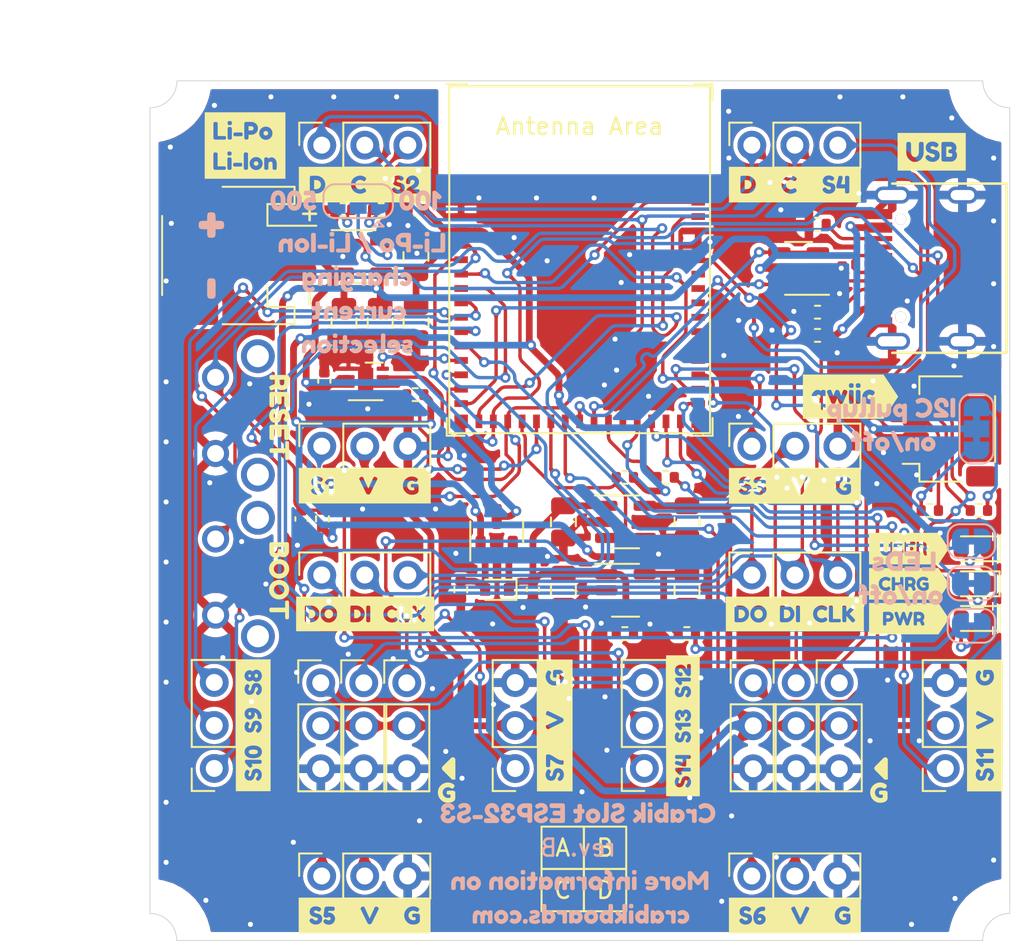
<source format=kicad_pcb>
(kicad_pcb (version 20211014) (generator pcbnew)
  (title_block (title "crabik slot esp32-s3") (date "2023-01-27") (rev "B"))
  (layers (0 "F.Cu" signal) (31 "B.Cu" signal) (34 "B.Paste" user) (35 "F.Paste" user) (36 "B.SilkS" user "B.Silkscreen") (37 "F.SilkS" user "F.Silkscreen") (38 "B.Mask" user) (39 "F.Mask" user) (44 "Edge.Cuts" user))
  (net 0 "")
  (net 1 "GND")
  (net 2 "V")
  (net 3 "VBUS")
  (net 4 "Net-(C2-Pad1)")
  (net 5 "S10")
  (net 6 "S8")
  (net 7 "S7")
  (net 8 "3.3V")
  (net 9 "D")
  (net 10 "C")
  (net 11 "S2")
  (net 12 "S1")
  (net 13 "DO")
  (net 14 "DI")
  (net 15 "CLK")
  (net 16 "BATTERY")
  (net 17 "S9")
  (net 18 "VIN")
  (net 19 "Net-(D2-Pad2)")
  (net 20 "CHRG_STAT")
  (net 21 "Net-(D3-Pad2)")
  (net 22 "Net-(D4-Pad2)")
  (net 23 "S14")
  (net 24 "S13")
  (net 25 "S4")
  (net 26 "S3")
  (net 27 "CS1_S5")
  (net 28 "TX_S12")
  (net 29 "CS2_S6")
  (net 30 "RX_S11")
  (net 31 "Net-(JP1-Pad1)")
  (net 32 "Net-(JP1-Pad2)")
  (net 33 "Net-(JP1-Pad3)")
  (net 34 "Net-(JP2-Pad1)")
  (net 35 "Net-(JP2-Pad3)")
  (net 36 "Net-(JP3-Pad2)")
  (net 37 "Net-(JP4-Pad2)")
  (net 38 "Net-(JP5-Pad2)")
  (net 39 "Net-(P1-PadA5)")
  (net 40 "D+")
  (net 41 "D-")
  (net 42 "Net-(P1-PadB5)")
  (net 43 "LIPO_ALERT")
  (net 44 "EN_TROYKA")
  (net 45 "Net-(R10-Pad2)")
  (net 46 "LED")
  (net 47 "Net-(SW2-Pad1)")
  (net 49 "S15")
  (net 50 "S18")
  (net 51 "S16")
  (net 52 "S19")
  (net 60 "S17")
  (net 61 "S20")
  (footprint "Connector_PinHeader_2.54mm:PinHeader_1x03_P2.54mm_Vertical" (layer "F.Cu") (at 91.9142 68.7284)
    (property "Reference" "J19")
    (property "Value" "CENTER (C) (3)")
    (fp_text reference "J19" hide)
    (fp_text value "CENTER (C) (3)")
  )
  (footprint "Capacitor_SMD:C_0805_2012Metric" (layer "F.Cu") (at 108.4642 59.2184 -90)
    (fp_text reference "C11" hide)
    (fp_text value "10 uF")
  )
  (footprint "Resistor_SMD:R_0402_1005Metric" (layer "F.Cu") (at 122.8042 58.5484)
    (fp_text reference "R8" hide)
    (fp_text value "10 kOhm")
  )
  (footprint "Connector_PinSocket_2.54mm:PinSocket_1x03_P2.54mm_Vertical" (layer "F.Cu") (at 86.8942 54.7434 90)
    (property "Reference" "J2")
    (property "Value" "DOWN (A)")
    (fp_text reference "J5" hide)
    (fp_text value "DOWN (A)")
  )
  (footprint "clipboard:f8b209eb-4559-4adb-a51f-52aafe631339" (layer "F.Cu") (at 94.4342 73.7784 90)
    (fp_text reference "")
    (fp_text value "")
  )
  (footprint "kibuzzard-63CFACF8" (layer "F.Cu") (at 114.8342 57.0884)
    (fp_text reference "kibuzzard-63CFACF8" hide)
    (fp_text value "G***" hide)
  )
  (footprint "Resistor_SMD:R_0402_1005Metric" (layer "F.Cu") (at 116.1742 46.8284 180)
    (fp_text reference "R4" hide)
    (fp_text value "5.1 kOhm")
  )
  (footprint "kibuzzard-637F7041" (layer "F.Cu") (at 84.3742 62.6984 -90)
    (fp_text reference "kibuzzard-637F7041" hide)
    (fp_text value "G***" hide)
  )
  (footprint "Connector_PinSocket_2.54mm:PinSocket_1x03_P2.54mm_Vertical" (layer "F.Cu") (at 86.8942 36.9584 90)
    (property "Reference" "J1")
    (property "Value" "UP (A)")
    (fp_text reference "J4" hide)
    (fp_text value "UP (A)")
  )
  (footprint "Package_DFN_QFN:DFN-8-1EP_2x2mm_P0.5mm_EP0.9x1.6mm" (layer "F.Cu") (at 89.4842 50.9184)
    (fp_text reference "U4" hide)
    (fp_text value "MAX17048")
  )
  (footprint "Resistor_SMD:R_0402_1005Metric" (layer "F.Cu") (at 107.2042 56.5884 180)
    (fp_text reference "R12" hide)
    (fp_text value "5.1 kOhm")
  )
  (footprint "Capacitor_SMD:C_0805_2012Metric" (layer "F.Cu") (at 90.3442 47.4384 -90)
    (fp_text reference "C1" hide)
    (fp_text value "10 uF")
  )
  (footprint "kibuzzard-63CFBBB1" (layer "F.Cu") (at 94.2642 75.2184)
    (fp_text reference "kibuzzard-63CFBBB1" hide)
    (fp_text value "G***" hide)
  )
  (footprint "Resistor_SMD:R_0402_1005Metric" (layer "F.Cu") (at 104.7942 56.5884)
    (fp_text reference "R9" hide)
    (fp_text value "10 kOhm")
  )
  (footprint "Espressif:ESP32-S3-MINI-1" (layer "F.Cu") (at 102.1242 46.2784)
    (fp_text reference "U3" hide)
    (fp_text value "ESP32-S3-MINI-1")
  )
  (footprint "kibuzzard-63CFBBB1" (layer "F.Cu") (at 119.7942 75.2184)
    (fp_text reference "kibuzzard-63CFBBB1" hide)
    (fp_text value "G***" hide)
  )
  (footprint "Connector_PinHeader_2.54mm:PinHeader_1x03_P2.54mm_Vertical" (layer "F.Cu") (at 86.8342 68.7284)
    (property "Reference" "J15")
    (property "Value" "CENTER (C) (1)")
    (fp_text reference "J15" hide)
    (fp_text value "CENTER (C) (1)")
  )
  (footprint "Capacitor_SMD:C_0805_2012Metric" (layer "F.Cu") (at 88.2042 47.4384 -90)
    (fp_text reference "C6" hide)
    (fp_text value "10 uF")
  )
  (footprint "Resistor_SMD:R_0402_1005Metric" (layer "F.Cu") (at 92.4142 51.6984 180)
    (fp_text reference "R7" hide)
    (fp_text value "10 kOhm")
  )
  (footprint "kibuzzard-63CFAED5" (layer "F.Cu") (at 100.6542 71.2484 90)
    (fp_text reference "kibuzzard-63CFAED5" hide)
    (fp_text value "G***" hide)
  )
  (footprint "kibuzzard-63CFAFAA" (layer "F.Cu") (at 114.8342 82.4784)
    (fp_text reference "kibuzzard-63CFAFAA" hide)
    (fp_text value "G***" hide)
  )
  (footprint "Connector_PinSocket_2.54mm:PinSocket_1x03_P2.54mm_Vertical" (layer "F.Cu") (at 123.7192 73.7934 180)
    (property "Reference" "J1")
    (property "Value" "UP (A)")
    (fp_text reference "J14" hide)
    (fp_text value "RIGHT (D)")
  )
  (footprint "kibuzzard-637DF968" (layer "F.Cu") (at 121.5742 64.9384)
    (fp_text reference "kibuzzard-637DF968" hide)
    (fp_text value "G***" hide)
  )
  (footprint "kibuzzard-63CE9BA7" (layer "F.Cu") (at 122.9142 37.3484)
    (fp_text reference "kibuzzard-63CE9BA7" hide)
    (fp_text value "G***" hide)
  )
  (footprint "Connector_PinHeader_2.54mm:PinHeader_1x03_P2.54mm_Vertical" (layer "F.Cu") (at 89.3742 68.7284)
    (property "Reference" "J17")
    (property "Value" "CENTER (C) (2)")
    (fp_text reference "J17" hide)
    (fp_text value "CENTER (C) (2)")
  )
  (footprint "kibuzzard-63CFB14C" (layer "F.Cu") (at 114.8342 64.6584)
    (fp_text reference "kibuzzard-63CFB14C" hide)
    (fp_text value "G***" hide)
  )
  (footprint "Connector_PinSocket_2.54mm:PinSocket_1x03_P2.54mm_Vertical" (layer "F.Cu") (at 80.5442 73.7884 180)
    (property "Reference" "J1")
    (property "Value" "UP (A)")
    (fp_text reference "J3" hide)
    (fp_text value "LEFT (C)")
  )
  (footprint "Connector_PinSocket_2.54mm:PinSocket_1x03_P2.54mm_Vertical" (layer "F.Cu") (at 112.2942 62.3584 90)
    (property "Reference" "J4")
    (property "Value" "UP (B)")
    (fp_text reference "J12" hide)
    (fp_text value "UP (D)")
  )
  (footprint "Resistor_SMD:R_0402_1005Metric" (layer "F.Cu") (at 108.4542 65.8184 180)
    (fp_text reference "R14" hide)
    (fp_text value "5.1 kOhm")
  )
  (footprint "Package_TO_SOT_SMD:SOT-23" (layer "F.Cu") (at 97.2242 59.8384 90)
    (fp_text reference "Q1" hide)
    (fp_text value "CJ2301")
  )
  (footprint "Connector_PinSocket_2.54mm:PinSocket_1x03_P2.54mm_Vertical" (layer "F.Cu") (at 86.8942 62.3584 90)
    (property "Reference" "J1")
    (property "Value" "UP (A)")
    (fp_text reference "J6" hide)
    (fp_text value "UP (C)")
  )
  (footprint "Resistor_SMD:R_0402_1005Metric" (layer "F.Cu") (at 116.1742 41.6284 180)
    (fp_text reference "R2" hide)
    (fp_text value "5.1 kOhm")
  )
  (footprint "Package_TO_SOT_SMD:SOT-23-5" (layer "F.Cu") (at 89.2742 43.5384)
    (fp_text reference "U1" hide)
    (fp_text value "MCP73831T-2ACI")
  )
  (footprint "Capacitor_SMD:C_0805_2012Metric" (layer "F.Cu") (at 92.4542 43.5384 90)
    (fp_text reference "C3" hide)
    (fp_text value "10 uF")
  )
  (footprint "Diode_SMD:D_SOD-523" (layer "F.Cu") (at 97.2442 63.2284 180)
    (fp_text reference "D1" hide)
    (fp_text value "MSK4005")
  )
  (footprint "Connector_PinHeader_2.54mm:PinHeader_1x03_P2.54mm_Vertical" (layer "F.Cu") (at 112.3742 68.7284)
    (property "Reference" "J16")
    (property "Value" "CENTER (D) (1)")
    (fp_text reference "J16" hide)
    (fp_text value "CENTER (D) (1)")
  )
  (footprint "Connector_PinSocket_2.54mm:PinSocket_1x03_P2.54mm_Vertical" (layer "F.Cu") (at 105.9442 73.7884 180)
    (property "Reference" "J1")
    (property "Value" "UP (A)")
    (fp_text reference "J9" hide)
    (fp_text value "LEFT (D)")
  )
  (footprint "Connector_JST:JST_PH_S2B-PH-SM4-TB_1x02-1MP_P2.00mm_Horizontal" (layer "F.Cu") (at 81.9742 43.4784 -90)
    (fp_text reference "J1" hide)
    (fp_text value "Battery")
  )
  (footprint "LED_SMD:LED_0603_1608Metric" (layer "F.Cu") (at 125.4417 60.8084 180)
    (fp_text reference "D2" hide)
    (fp_text value "USER_LED")
  )
  (footprint "Package_TO_SOT_SMD:SOT-23-6" (layer "F.Cu") (at 115.0542 44.2384 180)
    (fp_text reference "U2" hide)
    (fp_text value "USBLC6-2SC6")
  )
  (footprint "Connector_PinHeader_2.54mm:PinHeader_1x03_P2.54mm_Vertical" (layer "F.Cu") (at 117.4542 68.7284)
    (property "Reference" "J20")
    (property "Value" "CENTER (D) (3)")
    (fp_text reference "J20" hide)
    (fp_text value "CENTER (D) (3)")
  )
  (footprint "kibuzzard-63CFB240" (layer "F.Cu") (at 108.2242 71.2684 90)
    (fp_text reference "kibuzzard-63CFB240" hide)
    (fp_text value "G***" hide)
  )
  (footprint "kibuzzard-637DF950" (layer "F.Cu") (at 121.5742 60.7984)
    (fp_text reference "kibuzzard-637DF950" hide)
    (fp_text value "G***" hide)
  )
  (footprint "Resistor_SMD:R_0402_1005Metric" (layer "F.Cu") (at 90.4042 40.7684)
    (fp_text reference "R5" hide)
    (fp_text value "10 kOhm")
  )
  (footprint "qwiic:JST_SH_SM04B-SRSS-TB_1x04-1MP_P1.00mm_Horizontal" (layer "F.Cu") (at 123.9742 53.7284 90)
    (fp_text reference "J2" hide)
    (fp_text value "QWIIC")
  )
  (footprint "kibuzzard-637F708F" (layer "F.Cu") (at 84.3842 53.0484 -90)
    (fp_text reference "kibuzzard-637F708F" hide)
    (fp_text value "G***" hide)
  )
  (footprint "Resistor_SMD:R_0402_1005Metric" (layer "F.Cu") (at 125.7042 58.5484 180)
    (fp_text reference "R11" hide)
    (fp_text value "10 kOhm")
  )
  (footprint "LED_SMD:LED_0603_1608Metric" (layer "F.Cu") (at 125.4417 62.8784 180)
    (fp_text reference "D3" hide)
    (fp_text value "CHRG_LED")
  )
  (footprint "TS-1093A-A3B2-D2:KEY-TH_4P-L7.1-W5.0-P4.50-LS2.5" (layer "F.Cu") (at 81.8741 62.4786 -90)
    (property "Reference" "SW1")
    (property "Value" "Reset button")
    (fp_text reference "SW2" hide)
    (fp_text value "Boot button")
  )
  (footprint "TS-1093A-A3B2-D2:KEY-TH_4P-L7.1-W5.0-P4.50-LS2.5" (layer "F.Cu") (at 81.8693 52.9284 -90)
    (property "Reference" "SW1")
    (property "Value" "Reset button")
    (fp_text reference "SW1" hide)
    (fp_text value "Reset button")
  )
  (footprint "Resistor_SMD:R_0402_1005Metric" (layer "F.Cu") (at 88.1542 40.7684 180)
    (fp_text reference "R3" hide)
    (fp_text value "2 kOhm")
  )
  (footprint "Package_TO_SOT_SMD:SOT-23-5" (layer "F.Cu") (at 104.8342 59.2184)
    (fp_text reference "U5" hide)
    (fp_text value "RT9080-33GJ5 or AP2112K-3.3")
  )
  (footprint "Capacitor_SMD:C_0402_1005Metric" (layer "F.Cu") (at 92.4642 40.7584 180)
    (fp_text reference "C5" hide)
    (fp_text value "1 uF")
  )
  (footprint "Capacitor_SMD:C_0402_1005Metric" (layer "F.Cu") (at 99.3642 63.2084 -90)
    (property "Reference" "C4")
    (property "Value" "100nF")
    (fp_text reference "C8" hide)
    (fp_text value "100 nF")
  )
  (footprint "Resistor_SMD:R_0402_1005Metric" (layer "F.Cu") (at 104.7942 65.8184 180)
    (fp_text reference "R10" hide)
    (fp_text value "10 kOhm")
  )
  (footprint "Resistor_SMD:R_0402_1005Metric" (layer "F.Cu") (at 86.9342 59.0384 90)
    (property "Reference" "R1")
    (property "Value" "10k")
    (fp_text reference "R1" hide)
    (fp_text value "10 kOhm")
  )
  (footprint "TYPE-C16PIN:TYPE-C16PIN" (layer "F.Cu") (at 120.5842 44.2284 90)
    (fp_text reference "P1" hide)
    (fp_text value "USB-C")
  )
  (footprint "kibuzzard-637DF95D" (layer "F.Cu") (at 121.5742 62.8784)
    (fp_text reference "kibuzzard-637DF95D" hide)
    (fp_text value "G***" hide)
  )
  (footprint "Connector_PinSocket_2.54mm:PinSocket_1x03_P2.54mm_Vertical" (layer "F.Cu") (at 112.2942 54.7434 90)
    (property "Reference" "J5")
    (property "Value" "DOWN (B)")
    (fp_text reference "J11" hide)
    (fp_text value "DOWN (B)")
  )
  (footprint "Connector_PinSocket_2.54mm:PinSocket_1x03_P2.54mm_Vertical" (layer "F.Cu") (at 98.3192 73.7934 180)
    (property "Reference" "J1")
    (property "Value" "UP (A)")
    (fp_text reference "J8" hide)
    (fp_text value "RIGHT (C)")
  )
  (footprint "kibuzzard-63CFAB7C" (layer "F.Cu") (at 89.4342 57.0784)
    (fp_text reference "kibuzzard-63CFAB7C" hide)
    (fp_text value "G***" hide)
  )
  (footprint "Capacitor_SMD:C_0805_2012Metric" (layer "F.Cu") (at 101.1642 59.2184 -90)
    (fp_text reference "C9" hide)
    (fp_text value "10 uF")
  )
  (footprint "kibuzzard-63CA6CBF" (layer "F.Cu") (at 82.3642 36.9784)
    (fp_text reference "kibuzzard-63CA6CBF" hide)
    (fp_text value "G***" hide)
  )
  (footprint "kibuzzard-637F66BD" (layer "F.Cu") (at 118.1242 51.8184)
    (fp_text reference "kibuzzard-637F66BD" hide)
    (fp_text value "G***" hide)
  )
  (footprint "kibuzzard-63CFAF5C" (layer "F.Cu") (at 126.0542 71.2484 90)
    (fp_text reference "kibuzzard-63CFAF5C" hide)
    (fp_text value "G***" hide)
  )
  (footprint "Capacitor_SMD:C_0402_1005Metric" (layer "F.Cu") (at 85.6942 59.0484 -90)
    (fp_text reference "C2" hide)
    (fp_text value "1 uF")
  )
  (footprint "Capacitor_SMD:C_0805_2012Metric" (layer "F.Cu") (at 92.4642 47.4384 -90)
    (fp_text reference "C4" hide)
    (fp_text value "10 uF")
  )
  (footprint "clipboard:f8b209eb-4559-4adb-a51f-52aafe631339" (layer "F.Cu") (at 119.9742 73.7784 90)
    (fp_text reference "")
    (fp_text value "")
  )
  (footprint "Capacitor_SMD:C_0402_1005Metric" (layer "F.Cu") (at 87.0442 50.8884 90)
    (property "Reference" "C4")
    (property "Value" "100nF")
    (fp_text reference "C7" hide)
    (fp_text value "100 nF")
  )
  (footprint "kibuzzard-63CFADAC" (layer "F.Cu") (at 114.8342 39.2884)
    (fp_text reference "kibuzzard-63CFADAC" hide)
    (fp_text value "G***" hide)
  )
  (footprint "kibuzzard-63CFAB43" (layer "F.Cu") (at 89.4342 39.2884)
    (fp_text reference "kibuzzard-63CFAB43" hide)
    (fp_text value "G***" hide)
  )
  (footprint "Connector_PinHeader_2.54mm:PinHeader_1x03_P2.54mm_Vertical" (layer "F.Cu") (at 114.9142 68.7284)
    (property "Reference" "J18")
    (property "Value" "CENTER (D) (2)")
    (fp_text reference "J18" hide)
    (fp_text value "CENTER (D) (2)")
  )
  (footprint "kibuzzard-63CFAFDE" (layer "F.Cu") (at 89.4242 82.4784)
    (fp_text reference "kibuzzard-63CFAFDE" hide)
    (fp_text value "G***" hide)
  )
  (footprint "Resistor_SMD:R_0402_1005Metric" (layer "F.Cu") (at 116.1742 48.1984)
    (fp_text reference "R13" hide)
    (fp_text value "5.1 kOhm")
  )
  (footprint "kibuzzard-63CFB1DC" (layer "F.Cu") (at 82.8442 71.2384 90)
    (fp_text reference "kibuzzard-63CFB1DC" hide)
    (fp_text value "G***" hide)
  )
  (footprint "Capacitor_SMD:C_0805_2012Metric" (layer "F.Cu") (at 108.4642 63.2584 -90)
    (fp_text reference "C12" hide)
    (fp_text value "10 uF")
  )
  (footprint "kibuzzard-63CFB14C" (layer "F.Cu") (at 89.4542 64.6584)
    (fp_text reference "kibuzzard-63CFB14C" hide)
    (fp_text value "G***" hide)
  )
  (footprint "Connector_PinSocket_2.54mm:PinSocket_1x03_P2.54mm_Vertical" (layer "F.Cu") (at 112.2892 80.1434 90)
    (property "Reference" "J5")
    (property "Value" "DOWN (B)")
    (fp_text reference "J13" hide)
    (fp_text value "DOWN (D)")
  )
  (footprint "LED_SMD:LED_0603_1608Metric" (layer "F.Cu") (at 125.4417 64.9284 180)
    (fp_text reference "D4" hide)
    (fp_text value "PWR_LED")
  )
  (footprint "Capacitor_SMD:C_0805_2012Metric" (layer "F.Cu") (at 101.1642 63.2584 -90)
    (fp_text reference "C10" hide)
    (fp_text value "10 uF")
  )
  (footprint "Connector_PinSocket_2.54mm:PinSocket_1x03_P2.54mm_Vertical" (layer "F.Cu") (at 112.2942 36.9584 90)
    (property "Reference" "J4")
    (property "Value" "UP (B)")
    (fp_text reference "J10" hide)
    (fp_text value "UP (B)")
  )
  (footprint "Connector_PinSocket_2.54mm:PinSocket_1x03_P2.54mm_Vertical" (layer "F.Cu") (at 86.8892 80.1434 90)
    (property "Reference" "J2")
    (property "Value" "DOWN (A)")
    (fp_text reference "J7" hide)
    (fp_text value "DOWN (C)")
  )
  (footprint "Package_TO_SOT_SMD:SOT-23-5" (layer "F.Cu") (at 104.8342 63.2584)
    (fp_text reference "U6" hide)
    (fp_text value "RT9080-33GJ5 or AP2112K-3.3")
  )
  (footprint "Resistor_SMD:R_0402_1005Metric" (layer "F.Cu") (at 95.1042 63.2284 -90)
    (fp_text reference "R6" hide)
    (fp_text value "10 kOhm")
  )
  (footprint "kibuzzard-63CA6FA5" (layer "B.Cu") (at 89.2642 45.6684 180)
    (fp_text reference "kibuzzard-63CA6FA5" hide)
    (fp_text value "G***" hide)
  )
  (footprint "Jumper:SolderJumper-2_P1.3mm_Bridged_RoundedPad1.0x1.5mm" (layer "B.Cu") (at 125.2617 65.3584 180)
    (fp_text reference "JP5" hide)
    (fp_text value "PWR_LED on/off")
  )
  (footprint "Jumper:SolderJumper-2_P1.3mm_Bridged_RoundedPad1.0x1.5mm" (layer "B.Cu") (at 125.2617 60.3584 180)
    (fp_text reference "JP3" hide)
    (fp_text value "USER_LED on/off")
  )
  (footprint "kibuzzard-637F6DEA" (layer "B.Cu") (at 92.7242 40.2284 180)
    (fp_text reference "kibuzzard-637F6DEA" hide)
    (fp_text value "G***" hide)
  )
  (footprint "Jumper_Fix:SolderJumper-3_P1.3mm_Bridged12_RoundedPad1.0x1.5mm_копия" (layer "B.Cu") (at 125.5617 53.7184 -90)
    (fp_text reference "JP2" hide)
    (fp_text value "Set I2C Pull-Up")
  )
  (footprint "kibuzzard-63C28786" (layer "B.Cu") (at 80.3742 41.6784 90)
    (fp_text reference "kibuzzard-63C28786" hide)
    (fp_text value "G***" hide)
  )
  (footprint "kibuzzard-637F6D25" (layer "B.Cu") (at 120.5242 53.4784 180)
    (fp_text reference "kibuzzard-637F6D25" hide)
    (fp_text value "G***" hide)
  )
  (footprint "Jumper:SolderJumper-3_P1.3mm_Bridged12_RoundedPad1.0x1.5mm" (layer "B.Cu") (at 89.0442 40.2659 180)
    (fp_text reference "JP1" hide)
    (fp_text value "Set charging current")
  )
  (footprint "kibuzzard-63C28790" (layer "B.Cu") (at 80.3742 45.4284 90)
    (fp_text reference "kibuzzard-63C28790" hide)
    (fp_text value "G***" hide)
  )
  (footprint "kibuzzard-637F6E06" (layer "B.Cu") (at 85.2242 40.2284 180)
    (fp_text reference "kibuzzard-637F6E06" hide)
    (fp_text value "G***" hide)
  )
  (footprint "kibuzzard-63C28F32" (layer "B.Cu") (at 102.0242 79.3784 180)
    (fp_text reference "kibuzzard-63C28F32" hide)
    (fp_text value "G***" hide)
  )
  (footprint "Jumper:SolderJumper-2_P1.3mm_Bridged_RoundedPad1.0x1.5mm" (layer "B.Cu") (at 125.2617 62.8584 180)
    (fp_text reference "JP4" hide)
    (fp_text value "CHRG_LED on/off")
  )
  (footprint "kibuzzard-637F6C97" (layer "B.Cu") (at 121.0742 62.5784 180)
    (fp_text reference "kibuzzard-637F6C97" hide)
    (fp_text value "G***" hide)
  )
  (gr_rect (start 104.8742 82.2284) (end 102.3742 79.7284) (layer "F.SilkS") (width 0.12) (fill none))
  (gr_rect (start 104.8742 77.2284) (end 102.3742 79.7284) (layer "F.SilkS") (width 0.12) (fill none))
  (gr_rect (start 99.8742 82.2284) (end 102.3742 79.7284) (layer "F.SilkS") (width 0.12) (fill none))
  (gr_rect (start 99.8742 77.2284) (end 102.3742 79.7284) (layer "F.SilkS") (width 0.12) (fill none))
  (gr_line (start 127.5242 34.747088) (end 127.5242 82.3534) (layer "Edge.Cuts") (width 0.05))
  (gr_line (start 76.7492 34.747088) (end 76.7492 82.359712) (layer "Edge.Cuts") (width 0.05))
  (gr_line (start 103.7244 83.9536) (end 125.924 83.9536) (layer "Edge.Cuts") (width 0.05))
  (gr_line (start 78.3242 83.9534) (end 103.7244 83.9536) (layer "Edge.Cuts") (width 0.05))
  (gr_arc (start 125.924 83.9536) (mid 126.392688 82.822088) (end 127.5242 82.3534) (layer "Edge.Cuts") (width 0.05))
  (gr_arc (start 78.342888 33.1534) (mid 77.874213 34.278413) (end 76.7492 34.747088) (layer "Edge.Cuts") (width 0.05))
  (gr_arc (start 127.5242 34.747088) (mid 126.399187 34.278413) (end 125.930512 33.1534) (layer "Edge.Cuts") (width 0.05))
  (gr_line (start 78.342888 33.1534) (end 103.7492 33.1534) (layer "Edge.Cuts") (width 0.05))
  (gr_line (start 125.930512 33.1534) (end 103.7492 33.1534) (layer "Edge.Cuts") (width 0.05))
  (gr_arc (start 76.7492 82.359712) (mid 77.867618 82.829535) (end 78.3242 83.9534) (layer "Edge.Cuts") (width 0.05))
  (gr_text "rev. B" (at 102.0242 78.4784) (layer "B.SilkS") (effects (font (size 1 1)) (justify mirror)))
  (gr_text "" (at 79.2742 74.8784) (layer "F.SilkS") (effects (font (size 1.27 1.27) (thickness 0.2))))
  (gr_text "D" (at 103.6242 80.9784) (layer "F.SilkS") (effects (font (size 1 1))))
  (gr_text "A" (at 101.1242 78.4784) (layer "F.SilkS") (effects (font (size 1 1))))
  (gr_text "B" (at 103.6242 78.4784) (layer "F.SilkS") (effects (font (size 1 1))))
  (gr_text "" (at 69.2742 75.4784 180) (layer "F.SilkS") (effects (font (size 1.27 1.27) (thickness 0.2))))
  (gr_text "+" (at 86.1742 40.9384) (layer "F.SilkS") (effects (font (size 1 1))))
  (gr_text "C" (at 101.1242 80.9784) (layer "F.SilkS") (effects (font (size 1 1))))
  (gr_text "-" (at 86.1042 45.9784 90) (layer "F.SilkS") (effects (font (size 1 1))))
  (segment (start 84.8242 44.4784) (end 83.2742 44.4784) (width 1) (layer "F.Cu") (net 1))
  (segment (start 120.5842 48.5484) (end 119.0841 48.5484) (width 0.4) (layer "F.Cu") (net 1))
  (segment (start 117.574 44.2284) (end 116.202 44.2284) (width 0.4) (layer "F.Cu") (net 1))
  (segment (start 116.202 44.2284) (end 116.197 44.2334) (width 0.4) (layer "F.Cu") (net 1))
  (segment (start 108.4642 60.1684) (end 109.601854 61.306054) (width 0.4) (layer "F.Cu") (net 1))
  (segment (start 119.7592 41.0284) (end 119.7592 40.7334) (width 0.4) (layer "F.Cu") (net 1))
  (segment (start 109.7483 67.9743) (end 109.2842 68.4384) (width 0.4) (layer "F.Cu") (net 1))
  (segment (start 98.465647 64.586953) (end 98.7792 64.2734) (width 0.4) (layer "F.Cu") (net 1))
  (segment (start 109.1242 53.2784) (end 109.767193 53.2784) (width 0.4) (layer "F.Cu") (net 1))
  (segment (start 89.7342 51.1684) (end 89.4842 50.9184) (width 0.25) (layer "F.Cu") (net 1))
  (segment (start 119.0841 48.1035) (end 119.7592 47.4284) (width 0.4) (layer "F.Cu") (net 1))
  (segment (start 91.9842 41.7084) (end 91.9842 42.1184) (width 0.4) (layer "F.Cu") (net 1))
  (segment (start 102.1142 59.2184) (end 101.1642 60.1684) (width 0.4) (layer "F.Cu") (net 1))
  (segment (start 98.7792 64.2734) (end 99.3642 63.6884) (width 0.4) (layer "F.Cu") (net 1))
  (segment (start 109.7224 64.2084) (end 109.7483 64.1825) (width 0.4) (layer "F.Cu") (net 1))
  (segment (start 87.0242 42.811242) (end 87.0242 42.035507) (width 0.4) (layer "F.Cu") (net 1))
  (segment (start 101.2042 64.2484) (end 101.1642 64.2084) (width 0.4) (layer "F.Cu") (net 1))
  (segment (start 98.3192 68.7134) (end 98.3192 64.940507) (width 0.4) (layer "F.Cu") (net 1))
  (segment (start 119.7592 40.7334) (end 120.5842 39.9084) (width 0.4) (layer "F.Cu") (net 1))
  (segment (start 102.891307 63.2584) (end 103.6967 63.2584) (width 0.4) (layer "F.Cu") (net 1))
  (segment (start 101.880647 64.061953) (end 102.537754 63.404846) (width 0.4) (layer "F.Cu") (net 1))
  (segment (start 91.9842 42.1184) (end 92.4542 42.5884) (width 0.4) (layer "F.Cu") (net 1))
  (segment (start 111.481553 51.771147) (end 110.120746 53.131954) (width 0.4) (layer "F.Cu") (net 1))
  (segment (start 114.774 46.7784) (end 115.6142 46.7784) (width 0.4) (layer "F.Cu") (net 1))
  (segment (start 119.0841 48.5484) (end 119.0841 48.1035) (width 0.4) (layer "F.Cu") (net 1))
  (segment (start 109.7483 61.659607) (end 109.7483 64.1825) (width 0.4) (layer "F.Cu") (net 1))
  (segment (start 116.197 44.2334) (end 116.1967 44.2334) (width 0.4) (layer "F.Cu") (net 1))
  (segment (start 99.737753 64.061953) (end 99.3642 63.6884) (width 0.4) (layer "F.Cu") (net 1))
  (segment (start 86.877753 41.681953) (end 86.4742 41.2784) (width 0.4) (layer "F.Cu") (net 1))
  (segment (start 87.397804 43.391953) (end 87.170646 43.164795) (width 0.4) (layer "F.Cu") (net 1))
  (segment (start 111.628 50.022507) (end 111.628 51.417593) (width 0.4) (layer "F.Cu") (net 1))
  (segment (start 102.4742 64.2484) (end 101.2042 64.2484) (width 0.4) (layer "F.Cu") (net 1))
  (segment (start 114.665 46.7784) (end 111.774446 49.668954) (width 0.4) (layer "F.Cu") (net 1))
  (segment (start 115.6142 46.7784) (end 115.6642 46.8284) (width 0.4) (layer "F.Cu") (net 1))
  (segment (start 103.6967 59.2184) (end 102.1142 59.2184) (width 0.4) (layer "F.Cu") (net 1))
  (segment (start 114.774 46.7784) (end 114.665 46.7784) (width 0.4) (layer "F.Cu") (net 1))
  (segment (start 116.1967 44.2334) (end 116.1917 44.2384) (width 0.4) (layer "F.Cu") (net 1))
  (segment (start 90.4967 51.1684) (end 89.7342 51.1684) (width 0.25) (layer "F.Cu") (net 1))
  (segment (start 91.9842 40.7584) (end 91.9842 41.7084) (width 0.4) (layer "F.Cu") (net 1))
  (segment (start 88.1367 43.5384) (end 87.751358 43.5384) (width 0.4) (layer "F.Cu") (net 1))
  (segment (start 101.1642 64.2084) (end 101.527093 64.2084) (width 0.4) (layer "F.Cu") (net 1))
  (segment (start 108.4642 64.2084) (end 109.7224 64.2084) (width 0.4) (layer "F.Cu") (net 1))
  (segment (start 101.1642 64.2084) (end 100.091307 64.2084) (width 0.4) (layer "F.Cu") (net 1))
  (segment (start 109.7483 64.1825) (end 109.7483 67.9743) (width 0.4) (layer "F.Cu") (net 1))
  (segment (start 116.197 44.2334) (end 116.192 44.2384) (width 0.4) (layer "F.Cu") (net 1))
  (segment (start 92.5142 42.6484) (end 92.4542 42.5884) (width 0.4) (layer "F.Cu") (net 1))
  (segment (start 83.2742 44.4784) (end 82.3242 43.5284) (width 1) (layer "F.Cu") (net 1))
  (segment (start 92.5142 43.3484) (end 92.5142 42.6484) (width 0.4) (layer "F.Cu") (net 1))
  (via (at 80.048469 81.582268) (size 0.6) (drill 0.3) (layers "F.Cu" "B.Cu") (net 1))
  (via (at 121.724539 83.0031) (size 0.6) (drill 0.3) (layers "F.Cu" "B.Cu") (net 1))
  (via (at 77.6997 61.590058) (size 0.6) (drill 0.3) (layers "F.Cu" "B.Cu") (net 1))
  (via (at 102.4742 64.2484) (size 0.6) (drill 0.3) (layers "F.Cu" "B.Cu") (net 1))
  (via (at 103.62073 69.558089) (size 0.6) (drill 0.3) (layers "F.Cu" "B.Cu") (net 1))
  (via (at 99.5742 40.0784) (size 0.6) (drill 0.3) (layers "F.Cu" "B.Cu") (net 1))
  (via (at 87.308753 63.9105) (size 0.6) (drill 0.3) (layers "F.Cu" "B.Cu") (net 1))
  (via (at 94.2162 72.782801) (size 0.6) (drill 0.3) (layers "F.Cu" "B.Cu") (net 1))
  (via (at 126.5737 45.146793) (size 0.6) (drill 0.3) (layers "F.Cu" "B.Cu") (net 1))
  (via (at 98.2542 42.4184) (size 0.6) (drill 0.3) (layers "F.Cu" "B.Cu") (net 1))
  (via (at 121.4737 46.165414) (size 0.6) (drill 0.3) (layers "F.Cu" "B.Cu") (net 1))
  (via (at 106.278625 65.2579) (size 0.6) (drill 0.3) (layers "F.Cu" "B.Cu") (net 1))
  (via (at 94.8142 61.0784) (size 0.6) (drill 0.3) (layers "F.Cu" "B.Cu") (net 1))
  (via (at 109.8242 42.6784) (size 0.6) (drill 0.3) (layers "F.Cu" "B.Cu") (net 1))
  (via (at 103.5842 51.1284) (size 0.6) (drill 0.3) (layers "F.Cu" "B.Cu") (net 1))
  (via (at 123.4142 59.8784) (size 0.6) (drill 0.3) (layers "F.Cu" "B.Cu") (net 1))
  (via (at 97.04169 69.998955) (size 0.6) (drill 0.3) (layers "F.Cu" "B.Cu") (net 1))
  (via (at 81.0519 67.241526) (size 0.6) (drill 0.3) (layers "F.Cu" "B.Cu") (net 1))
  (via (at 103.73286 72.709138) (size 0.6) (drill 0.3) (layers "F.Cu" "B.Cu") (net 1))
  (via (at 110.637776 49.3895) (size 0.6) (drill 0.3) (layers "F.Cu" "B.Cu") (net 1))
  (via (at 89.3042 58.4584) (size 0.6) (drill 0.3) (layers "F.Cu" "B.Cu") (net 1))
  (via (at 104.577422 45.0734) (size 0.6) (drill 0.3) (layers "F.Cu" "B.Cu") (net 1))
  (via (at 121.8737 51.196822) (size 0.6) (drill 0.3) (layers "F.Cu" "B.Cu") (net 1))
  (via (at 83.59233 62.892189) (size 0.6) (drill 0.3) (layers "F.Cu" "B.Cu") (net 1))
  (via (at 78.00756 41.5789) (size 0.6) (drill 0.3) (layers "F.Cu" "B.Cu") (net 1))
  (via (at 126.5737 48.860034) (size 0.6) (drill 0.3) (layers "F.Cu" "B.Cu") (net 1))
  (via (at 113.362122 39.1584) (size 0.6) (drill 0.3) (layers "F.Cu" "B.Cu") (net 1))
  (via (at 85.4542 60.5984) (size 0.6) (drill 0.3) (layers "F.Cu" "B.Cu") (net 1))
  (via (at 122.029555 56.44233) (size 0.6) (drill 0.3) (layers "F.Cu" "B.Cu") (net 1))
  (via (at 80.280212 56.907349) (size 0.6) (drill 0.3) (layers "F.Cu" "B.Cu") (net 1))
  (via (at 110.5142 81.6384) (size 0.6) (drill 0.3) (layers "F.Cu" "B.Cu") (net 1))
  (via (at 77.6997 68.688938) (size 0.6) (drill 0.3) (layers "F.Cu" "B.Cu") (net 1))
  (via (at 124.230791 50.003987) (size 0.6) (drill 0.3) (layers "F.Cu" "B.Cu") (net 1))
  (via (at 115.7142 65.1984) (size 0.6) (drill 0.3) (layers "F.Cu" "B.Cu") (net 1))
  (via (at 100.2042 43.7884) (size 0.6) (drill 0.3) (layers "F.Cu" "B.Cu") (net 1))
  (via (at 120.310836 68.567065) (size 0.6) (drill 0.3) (layers "F.Cu" "B.Cu") (net 1))
  (via (at 109.2842 71.5884) (size 0.6) (drill 0.3) (layers "F.Cu" "B.Cu") (net 1))
  (via (at 77.948831 37.071742) (size 0.6) (drill 0.3) (layers "F.Cu" "B.Cu") (net 1))
  (via (at 101.505868 69.657035) (size 0.6) (drill 0.3) (layers "F.Cu" "B.Cu") (net 1))
  (via (at 80.553305 34.607309) (size 0.6) (drill 0.3) (layers "F.Cu" "B.Cu") (net 1))
  (via (at 122.181778 72.1539) (size 0.6) (drill 0.3) (layers "F.Cu" "B.Cu") (net 1))
  (via (at 85.405266 68.11418) (size 0.6) (drill 0.3) (layers "F.Cu" "B.Cu") (net 1))
  (via (at 88.1367 43.5384) (size 0.6) (drill 0.3) (layers "F.Cu" "B.Cu") (net 1))
  (via (at 118.614471 39.80269) (size 0.6) (drill 0.3) (layers "F.Cu" "B.Cu") (net 1))
  (via (at 98.7792 64.2734) (size 0.6) (drill 0.3) (layers "F.Cu" "B.Cu") (net 1))
  (via (at 106.782243 61.121078) (size 0.6) (drill 0.3) (layers "F.Cu" "B.Cu") (net 1))
  (via (at 93.6142 58.4584) (size 0.6) (drill 0.3) (layers "F.Cu" "B.Cu") (net 1))
  (via (at 91.1137 67.303697) (size 0.6) (drill 0.3) (layers "F.Cu" "B.Cu") (net 1))
  (via (at 119.4542 50.8884) (size 0.6) (drill 0.3) (layers "F.Cu" "B.Cu") (net 1))
  (via (at 102.9742 40.0784) (size 0.6) (drill 0.3) (layers "F.Cu" "B.Cu") (net 1))
  (via (at 110.9242 34.95613) (size 0.6) (drill 0.3) (layers "F.Cu" "B.Cu") (net 1))
  (via (at 77.6997 44.982221) (size 0.6) (drill 0.3) (layers "F.Cu" "B.Cu") (net 1))
  (via (at 95.3042 55.2984) (size 0.6) (drill 0.3) (layers "F.Cu" "B.Cu") (net 1))
  (via (at 92.667473 76.878526) (size 0.6) (drill 0.3) (layers "F.Cu" "B.Cu") (net 1))
  (via (at 95.177306 74.368693) (size 0.6) (drill 0.3) (layers "F.Cu" "B.Cu") (net 1))
  (via (at 102.263789 75.171388) (size 0.6) (drill 0.3) (layers "F.Cu" "B.Cu") (net 1))
  (via (at 119.277457 72.1539) (size 0.6) (drill 0.3) (layers "F.Cu" "B.Cu") (net 1))
  (via (at 104.3042 50.2484) (size 0.6) (drill 0.3) (layers "F.Cu" "B.Cu") (net 1))
  (via (at 113.741858 79.029457) (size 0.6) (drill 0.3) (layers "F.Cu" "B.Cu") (net 1))
  (via (at 108.6242 75.5184) (size 0.6) (drill 0.3) (layers "F.Cu" "B.Cu") (net 1))
  (via (at 111.0988 76.594264) (size 0.6) (drill 0.3) (layers "F.Cu" "B.Cu") (net 1))
  (via (at 82.7442 69.8384) (size 0.6) (drill 0.3) (layers "F.Cu" "B.Cu") (net 1))
  (via (at 113.4442 65.2584) (size 0.6) (drill 0.3) (layers "F.Cu" "B.Cu") (net 1))
  (via (at 117.3342 49.2284) (size 0.6) (drill 0.3) (layers "F.Cu" "B.Cu") (net 1))
  (via (at 88.458268 67.036735) (size 0.6) (drill 0.3) (layers "F.Cu" "B.Cu") (net 1))
  (via (at 117.4742 45.7284) (size 0.6) (drill 0.3) (layers "F.Cu" "B.Cu") (net 1))
  (via (at 92.5142 43.3484) (size 0.6) (drill 0.3) (layers "F.Cu" "B.Cu") (net 1))
  (via (at 117.574 44.2284) (size 0.6) (drill 0.3) (layers "F.Cu" "B.Cu") (net 1))
  (via (at 83.89098 34.1039) (size 0.6) (drill 0.3) (layers "F.Cu" "B.Cu") (net 1))
  (via (at 77.6997 75.787818) (size 0.6) (drill 0.3) (layers "F.Cu" "B.Cu") (net 1))
  (via (at 106.1942 51.7984) (size 0.6) (drill 0.3) (layers "F.Cu" "B.Cu") (net 1))
  (via (at 82.163133 60.381696) (size 0.6) (drill 0.3) (layers "F.Cu" "B.Cu") (net 1))
  (via (at 114.774 46.7784) (size 0.6) (drill 0.3) (layers "F.Cu" "B.Cu") (net 1))
  (via (at 87.602161 34.1039) (size 0.6) (drill 0.3) (layers "F.Cu" "B.Cu") (net 1))
  (via (at 126.5737 41.433552) (size 0.6) (drill 0.3) (layers "F.Cu" "B.Cu") (net 1))
  (via (at 113.482022 47.89) (size 0.6) (drill 0.3) (layers "F.Cu" "B.Cu") (net 1))
  (via (at 100.2242 61.2584) (size 0.6) (drill 0.3) (layers "F.Cu" "B.Cu") (net 1))
  (via (at 111.501206 52.98909) (size 0.6) (drill 0.3) (layers "F.Cu" "B.Cu") (net 1))
  (via (at 124.292357 81.472951) (size 0.6) (drill 0.3) (layers "F.Cu" "B.Cu") (net 1))
  (via (at 77.6997 65.139498) (size 0.6) (drill 0.3) (layers "F.Cu" "B.Cu") (net 1))
  (via (at 126.5737 79.2045) (size 0.6) (drill 0.3) (layers "F.Cu" "B.Cu") (net 1))
  (via (at 114.005508 40.77917) (size 0.6) (drill 0.3) (layers "F.Cu" "B.Cu") (net 1))
  (via (at 121.211693 34.1039) (size 0.6) (drill 0.3) (layers "F.Cu" "B.Cu") (net 1))
  (via (at 96.9842 65.2484) (size 0.6) (drill 0.3) (layers "F.Cu" "B.Cu") (net 1))
  (via (at 85.214658 78.150936) (size 0.6) (drill 0.3) (layers "F.Cu" "B.Cu") (net 1))
  (via (at 96.1742 40.0784) (size 0.6) (drill 0.3) (layers "F.Cu" "B.Cu") (net 1))
  (via (at 120.067566 55.124981) (size 0.6) (drill 0.3) (layers "F.Cu" "B.Cu") (net 1))
  (via (at 93.431257 69.071416) (size 0.6) (drill 0.3) (layers "F.Cu" "B.Cu") (net 1))
  (via (at 77.6997 79.337258) (size 0.6) (drill 0.3) (layers "F.Cu" "B.Cu") (net 1))
  (via (at 109.2842 68.4384) (size 0.6) (drill 0.3) (layers "F.Cu" "B.Cu") (net 1))
  (via (at 82.680699 83.002934) (size 0.6) (drill 0.3) (layers "F.Cu" "B.Cu") (net 1))
  (via (at 110.937029 37.718141) (size 0.6) (drill 0.3) (layers "F.Cu" "B.Cu") (net 1))
  (via (at 111.514737 47.313715) (size 0.6) (drill 0.3) (layers "F.Cu" "B.Cu") (net 1))
  (via (at 119.6742 56.9584) (size 0.6) (drill 0.3) (layers "F.Cu" "B.Cu") (net 1))
  (via (at 91.9842 41.7084) (size 0.6) (drill 0.3) (layers "F.Cu" "B.Cu") (net 1))
  (via (at 77.6997 54.491178) (size 0.6) (drill 0.3) (layers "F.Cu" "B.Cu") (net 1))
  (via (at 117.498452 34.1039) (size 0.6) (drill 0.3) (layers "F.Cu" "B.Cu") (net 1))
  (via (at 124.102199 35.349088) (size 0.6) (drill 0.3) (layers "F.Cu" "B.Cu") (net 1))
  (via (at 103.3942 65.2084) (size 0.6) (drill 0.3) (layers "F.Cu" "B.Cu") (net 1))
  (via (at 91.313342 34.1039) (size 0.6) (drill 0.3) (layers "F.Cu" "B.Cu") (net 1))
  (via (at 126.5737 37.720311) (size 0.6) (drill 0.3) (layers "F.Cu" "B.Cu") (net 1))
  (via (at 92.6042 38.4484) (size 0.6) (drill 0.3) (layers "F.Cu" "B.Cu") (net 1))
  (via (at 77.6997 50.941738) (size 0.6) (drill 0.3) (layers "F.Cu" "B.Cu") (net 1))
  (via (at 90.8742 41.6484) (size 0.6) (drill 0.3) (layers "F.Cu" "B.Cu") (net 1))
  (via (at 82.639901 51.060451) (size 0.6) (drill 0.3) (layers "F.Cu" "B.Cu") (net 1))
  (via (at 86.137574 52.264254) (size 0.6) (drill 0.3) (layers "F.Cu" "B.Cu") (net 1))
  (via (at 104.2142 48.4184) (size 0.6) (drill 0.3) (layers "F.Cu" "B.Cu") (net 1))
  (via (at 89.608105 52.5367) (size 0.6) (drill 0.3) (layers "F.Cu" "B.Cu") (net 1))
  (via (at 105.0742 43.4284) (size 0.6) (drill 0.3) (layers "F.Cu" "B.Cu") (net 1))
  (via (at 77.6997 58.040618) (size 0.6) (drill 0.3) (layers "F.Cu" "B.Cu") (net 1))
  (arc (start 101.527093 64.2084) (mid 101.718435 64.17034) (end 101.880647 64.061953) (width 0.4) (layer "F.Cu") (net 1))
  (arc (start 102.891307 63.2584) (mid 102.699966 63.29646) (end 102.537754 63.404846) (width 0.4) (layer "F.Cu") (net 1))
  (arc (start 109.767193 53.2784) (mid 109.958534 53.24034) (end 110.120746 53.131954) (width 0.4) (layer "F.Cu") (net 1))
  (arc (start 87.397804 43.391953) (mid 87.560016 43.50034) (end 87.751358 43.5384) (width 0.4) (layer "F.Cu") (net 1))
  (arc (start 111.628 50.022507) (mid 111.66606 49.831166) (end 111.774446 49.668954) (width 0.4) (layer "F.Cu") (net 1))
  (arc (start 111.481553 51.771147) (mid 111.58994 51.608935) (end 111.628 51.417593) (width 0.4) (layer "F.Cu") (net 1))
  (arc (start 98.465647 64.586953) (mid 98.35726 64.749165) (end 98.3192 64.940507) (width 0.4) (layer "F.Cu") (net 1))
  (arc (start 109.601854 61.306054) (mid 109.71024 61.468266) (end 109.7483 61.659607) (width 0.4) (layer "F.Cu") (net 1))
  (arc (start 99.737753 64.061953) (mid 99.899965 64.17034) (end 100.091307 64.2084) (width 0.4) (layer "F.Cu") (net 1))
  (arc (start 87.0242 42.811242) (mid 87.06226 43.002583) (end 87.170646 43.164795) (width 0.4) (layer "F.Cu") (net 1))
  (arc (start 87.0242 42.035507) (mid 86.98614 41.844165) (end 86.877753 41.681953) (width 0.4) (layer "F.Cu") (net 1))
  (segment (start 122.9042 59.8784) (end 119.9842 56.9584) (width 0.4) (layer "B.Cu") (net 1))
  (segment (start 123.4142 59.8784) (end 122.9042 59.8784) (width 0.4) (layer "B.Cu") (net 1))
  (segment (start 119.9842 56.9584) (end 119.6742 56.9584) (width 0.4) (layer "B.Cu") (net 1))
  (segment (start 117.454 71.2684) (end 114.9142 71.2684) (width 0.4) (layer "F.Cu") (net 2))
  (segment (start 110.649647 58.523947) (end 110.787554 58.661854) (width 0.4) (layer "F.Cu") (net 2))
  (segment (start 111.162447 72.480153) (end 112.3742 71.2684) (width 0.4) (layer "F.Cu") (net 2))
  (segment (start 95.1167 67.605007) (end 95.1167 71.2684) (width 0.4) (layer "F.Cu") (net 2))
  (segment (start 114.8342 54.7434) (end 114.637301 54.7434) (width 0.4) (layer "F.Cu") (net 2))
  (segment (start 114.8292 80.1434) (end 114.8292 79.050407) (width 0.4) (layer "F.Cu") (net 2))
  (segment (start 105.9717 58.2684) (end 105.972 58.2684) (width 0.4) (layer "F.Cu") (net 2))
  (segment (start 93.3408 60.157207) (end 93.3408 65.414893) (width 0.4) (layer "F.Cu") (net 2))
  (segment (start 110.934 59.015407) (end 110.934 69.621093) (width 0.4) (layer "F.Cu") (net 2))
  (segment (start 111.080447 69.974647) (end 112.3742 71.2684) (width 0.4) (layer "F.Cu") (net 2))
  (segment (start 111.016 74.822993) (end 111.016 72.833707) (width 0.4) (layer "F.Cu") (net 2))
  (segment (start 114.9142 71.2684) (end 112.3742 71.2684) (width 0.4) (layer "F.Cu") (net 2))
  (segment (start 98.3042 71.2684) (end 98.3192 71.2534) (width 0.4) (layer "F.Cu") (net 2))
  (segment (start 89.4342 54.7434) (end 89.4342 55.836393) (width 0.4) (layer "F.Cu") (net 2))
  (segment (start 114.682753 78.696853) (end 111.162446 75.176546) (width 0.4) (layer "F.Cu") (net 2))
  (segment (start 108.4642 58.2684) (end 108.5733 58.3775) (width 0.4) (layer "F.Cu") (net 2))
  (segment (start 94.9508 71.2684) (end 95.1167 71.2684) (width 0.4) (layer "F.Cu") (net 2))
  (segment (start 114.283747 54.889847) (end 110.649647 58.523947) (width 0.4) (layer "F.Cu") (net 2))
  (segment (start 91.9142 71.2684) (end 89.3742 71.2684) (width 0.4) (layer "F.Cu") (net 2))
  (segment (start 89.580647 56.189947) (end 93.194354 59.803654) (width 0.4) (layer "F.Cu") (net 2))
  (segment (start 94.970253 73.302247) (end 89.575646 78.696854) (width 0.4) (layer "F.Cu") (net 2))
  (segment (start 108.464 58.2684) (end 108.4642 58.2684) (width 0.4) (layer "F.Cu") (net 2))
  (segment (start 123.719 71.2534) (end 117.469 71.2534) (width 0.4) (layer "F.Cu") (net 2))
  (segment (start 95.1167 71.2684) (end 98.3042 71.2684) (width 0.4) (layer "F.Cu") (net 2))
  (segment (start 91.9142 71.2684) (end 94.9508 71.2684) (width 0.4) (layer "F.Cu") (net 2))
  (segment (start 89.3742 71.2684) (end 86.8342 71.2684) (width 0.4) (layer "F.Cu") (net 2))
  (segment (start 117.469 71.2534) (end 117.4542 71.2682) (width 0.4) (layer "F.Cu") (net 2))
  (segment (start 117.4542 71.2682) (end 117.4542 71.2684) (width 0.4) (layer "F.Cu") (net 2))
  (segment (start 89.4292 80.1434) (end 89.4292 79.050407) (width 0.4) (layer "F.Cu") (net 2))
  (segment (start 117.4542 71.2682) (end 117.454 71.2684) (width 0.4) (layer "F.Cu") (net 2))
  (segment (start 95.1167 71.2684) (end 95.1167 72.948693) (width 0.4) (layer "F.Cu") (net 2))
  (segment (start 123.719 71.2534) (end 123.7192 71.2534) (width 0.4) (layer "F.Cu") (net 2))
  (segment (start 105.972 58.2684) (end 108.464 58.2684) (width 0.4) (layer "F.Cu") (net 2))
  (segment (start 93.487247 65.768447) (end 94.970254 67.251454) (width 0.4) (layer "F.Cu") (net 2))
  (segment (start 108.5733 58.3775) (end 110.296093 58.3775) (width 0.4) (layer "F.Cu") (net 2))
  (arc (start 110.787554 58.661854) (mid 110.89594 58.824066) (end 110.934 59.015407) (width 0.4) (layer "F.Cu") (net 2))
  (arc (start 89.4342 55.836393) (mid 89.47226 56.027735) (end 89.580647 56.189947) (width 0.4) (layer "F.Cu") (net 2))
  (arc (start 93.3408 60.157207) (mid 93.30274 59.965866) (end 93.194354 59.803654) (width 0.4) (layer "F.Cu") (net 2))
  (arc (start 110.649647 58.523947) (mid 110.487435 58.41556) (end 110.296093 58.3775) (width 0.4) (layer "F.Cu") (net 2))
  (arc (start 114.8292 79.050407) (mid 114.79114 78.859065) (end 114.682753 78.696853) (width 0.4) (layer "F.Cu") (net 2))
  (arc (start 93.3408 65.414893) (mid 93.37886 65.606235) (end 93.487247 65.768447) (width 0.4) (layer "F.Cu") (net 2))
  (arc (start 111.162447 72.480153) (mid 111.05406 72.642365) (end 111.016 72.833707) (width 0.4) (layer "F.Cu") (net 2))
  (arc (start 89.575646 78.696854) (mid 89.46726 78.859066) (end 89.4292 79.050407) (width 0.4) (layer "F.Cu") (net 2))
  (arc (start 95.1167 67.605007) (mid 95.07864 67.413666) (end 94.970254 67.251454) (width 0.4) (layer "F.Cu") (net 2))
  (arc (start 114.283747 54.889847) (mid 114.445959 54.78146) (end 114.637301 54.7434) (width 0.4) (layer "F.Cu") (net 2))
  (arc (start 94.970253 73.302247) (mid 95.07864 73.140035) (end 95.1167 72.948693) (width 0.4) (layer "F.Cu") (net 2))
  (arc (start 110.934 69.621093) (mid 110.97206 69.812435) (end 111.080447 69.974647) (width 0.4) (layer "F.Cu") (net 2))
  (arc (start 111.016 74.822993) (mid 111.05406 75.014334) (end 111.162446 75.176546) (width 0.4) (layer "F.Cu") (net 2))
  (segment (start 110.927653 71.414847) (end 107.366746 74.975754) (width 0.4) (layer "B.Cu") (net 2))
  (segment (start 103.341653 74.975753) (end 99.765746 71.399846) (width 0.4) (layer "B.Cu") (net 2))
  (segment (start 98.3192 71.2534) (end 99.412193 71.2534) (width 0.4) (layer "B.Cu") (net 2))
  (segment (start 112.3742 71.2684) (end 111.281207 71.2684) (width 0.4) (layer "B.Cu") (net 2))
  (segment (start 107.013193 75.1222) (end 103.695207 75.1222) (width 0.4) (layer "B.Cu") (net 2))
  (arc (start 103.341653 74.975753) (mid 103.503865 75.08414) (end 103.695207 75.1222) (width 0.4) (layer "B.Cu") (net 2))
  (arc (start 99.765746 71.399846) (mid 99.603534 71.29146) (end 99.412193 71.2534) (width 0.4) (layer "B.Cu") (net 2))
  (arc (start 107.366746 74.975754) (mid 107.204534 75.08414) (end 107.013193 75.1222) (width 0.4) (layer "B.Cu") (net 2))
  (arc (start 110.927653 71.414847) (mid 111.089865 71.30646) (end 111.281207 71.2684) (width 0.4) (layer "B.Cu") (net 2))
  (segment (start 84.715682 54.40336) (end 87.278322 56.966) (width 0.4) (layer "F.Cu") (net 3))
  (segment (start 118.687553 46.774847) (end 117.644 47.8184) (width 0.4) (layer "F.Cu") (net 3))
  (segment (start 119.759 46.6284) (end 119.7592 46.6284) (width 0.4) (layer "F.Cu") (net 3))
  (segment (start 90.3442 45.4202) (end 90.3442 44.5559) (width 0.4) (layer "F.Cu") (net 3))
  (segment (start 119.759 41.8284) (end 119.7592 41.8284) (width 0.4) (layer "F.Cu") (net 3))
  (segment (start 118.194 41.8284) (end 118.114 41.7484) (width 0.4) (layer "F.Cu") (net 3))
  (segment (start 84.715683 46.036917) (end 84.8742 45.8784) (width 0.4) (layer "F.Cu") (net 3))
  (segment (start 96.2742 60.7759) (end 96.5442 61.0459) (width 0.4) (layer "F.Cu") (net 3))
  (segment (start 90.3442 45.4202) (end 90.1225 45.4202) (width 0.4) (layer "F.Cu") (net 3))
  (segment (start 95.1042 62.7184) (end 95.827093 62.7184) (width 0.4) (layer "F.Cu") (net 3))
  (segment (start 96.2742 60.7759) (end 96.2742 59.085507) (width 0.4) (layer "F.Cu") (net 3))
  (segment (start 113.9167 44.2384) (end 112.814 44.2384) (width 0.4) (layer "F.Cu") (net 3))
  (segment (start 96.127753 58.731953) (end 95.9742 58.5784) (width 0.4) (layer "F.Cu") (net 3))
  (segment (start 84.569236 54.049807) (end 84.569236 46.390471) (width 0.4) (layer "F.Cu") (net 3))
  (segment (start 96.180647 62.864847) (end 96.5442 63.2284) (width 0.4) (layer "F.Cu") (net 3))
  (segment (start 119.759 46.6284) (end 119.041107 46.6284) (width 0.4) (layer "F.Cu") (net 3))
  (segment (start 96.5442 61.0459) (end 96.5442 63.2284) (width 0.4) (layer "F.Cu") (net 3))
  (segment (start 90.3442 46.4884) (end 90.3442 45.4202) (width 0.4) (layer "F.Cu") (net 3))
  (segment (start 90.3442 44.5559) (end 90.4117 44.4884) (width 0.4) (layer "F.Cu") (net 3))
  (segment (start 87.278322 56.966) (end 87.4378 56.966) (width 0.4) (layer "F.Cu") (net 3))
  (segment (start 117.410447 48.051953) (end 117.644 47.8184) (width 0.4) (layer "F.Cu") (net 3))
  (segment (start 119.759 41.8284) (end 118.194 41.8284) (width 0.4) (layer "F.Cu") (net 3))
  (segment (start 112.814 44.2384) (end 112.784 44.2684) (width 0.4) (layer "F.Cu") (net 3))
  (segment (start 116.6842 48.1984) (end 117.056893 48.1984) (width 0.4) (layer "F.Cu") (net 3))
  (via (at 117.644 47.8184) (size 0.6) (drill 0.3) (layers "F.Cu" "B.Cu") (net 3))
  (via (at 112.784 44.2684) (size 0.6) (drill 0.3) (layers "F.Cu" "B.Cu") (net 3))
  (via (at 87.4378 56.966) (size 0.6) (drill 0.3) (layers "F.Cu" "B.Cu") (net 3))
  (via (at 118.114 41.7484) (size 0.6) (drill 0.3) (layers "F.Cu" "B.Cu") (net 3))
  (via (at 90.1225 45.4202) (size 0.6) (drill 0.3) (layers "F.Cu" "B.Cu") (net 3))
  (via (at 95.9742 58.5784) (size 0.6) (drill 0.3) (layers "F.Cu" "B.Cu") (net 3))
  (via (at 84.8742 45.8784) (size 0.6) (drill 0.3) (layers "F.Cu" "B.Cu") (net 3))
  (arc (start 117.410447 48.051953) (mid 117.248235 48.16034) (end 117.056893 48.1984) (width 0.4) (layer "F.Cu") (net 3))
  (arc (start 95.827093 62.7184) (mid 96.018435 62.75646) (end 96.180647 62.864847) (width 0.4) (layer "F.Cu") (net 3))
  (arc (start 96.2742 59.085507) (mid 96.23614 58.894165) (end 96.127753 58.731953) (width 0.4) (layer "F.Cu") (net 3))
  (arc (start 84.569236 54.049807) (mid 84.607296 54.241148) (end 84.715682 54.40336) (width 0.4) (layer "F.Cu") (net 3))
  (arc (start 84.715683 46.036917) (mid 84.607296 46.199129) (end 84.569236 46.390471) (width 0.4) (layer "F.Cu") (net 3))
  (arc (start 118.687553 46.774847) (mid 118.849765 46.66646) (end 119.041107 46.6284) (width 0.4) (layer "F.Cu") (net 3))
  (segment (start 90.1225 45.4202) (end 90.529754 45.827454) (width 0.4) (layer "B.Cu") (net 3))
  (segment (start 113.213347 42.647047) (end 113.531254 42.964954) (width 0.4) (layer "B.Cu") (net 3))
  (segment (start 118.494 42.335507) (end 118.494 43.4782) (width 0.4) (layer "B.Cu") (net 3))
  (segment (start 118.494 43.4782) (end 113.6777 43.4782) (width 0.4) (layer "B.Cu") (net 3))
  (segment (start 112.8875 44.2684) (end 112.784 44.2684) (width 0.4) (layer "B.Cu") (net 3))
  (segment (start 90.883307 45.9739) (end 107.495693 45.9739) (width 0.4) (layer "B.Cu") (net 3))
  (segment (start 94.566093 56.966) (end 87.4378 56.966) (width 0.4) (layer "B.Cu") (net 3))
  (segment (start 85.185953 45.566647) (end 84.8742 45.8784) (width 0.4) (layer "B.Cu") (net 3))
  (segment (start 113.6777 43.4782) (end 112.8875 44.2684) (width 0.4) (layer "B.Cu") (net 3))
  (segment (start 90.1225 45.4202) (end 85.539507 45.4202) (width 0.4) (layer "B.Cu") (net 3))
  (segment (start 113.6777 43.318507) (end 113.6777 43.4782) (width 0.4) (layer "B.Cu") (net 3))
  (segment (start 107.849247 45.827453) (end 111.029654 42.647046) (width 0.4) (layer "B.Cu") (net 3))
  (segment (start 118.347553 47.114847) (end 117.644 47.8184) (width 0.4) (layer "B.Cu") (net 3))
  (segment (start 95.9742 58.5784) (end 95.9742 58.374107) (width 0.4) (layer "B.Cu") (net 3))
  (segment (start 111.383207 42.5006) (end 112.859793 42.5006) (width 0.4) (layer "B.Cu") (net 3))
  (segment (start 95.827753 58.020553) (end 94.919646 57.112446) (width 0.4) (layer "B.Cu") (net 3))
  (segment (start 118.114 41.7484) (end 118.347554 41.981954) (width 0.4) (layer "B.Cu") (net 3))
  (segment (start 118.494 43.4782) (end 118.494 46.761293) (width 0.4) (layer "B.Cu") (net 3))
  (arc (start 111.029654 42.647046) (mid 111.191866 42.53866) (end 111.383207 42.5006) (width 0.4) (layer "B.Cu") (net 3))
  (arc (start 107.849247 45.827453) (mid 107.687035 45.93584) (end 107.495693 45.9739) (width 0.4) (layer "B.Cu") (net 3))
  (arc (start 94.566093 56.966) (mid 94.757434 57.00406) (end 94.919646 57.112446) (width 0.4) (layer "B.Cu") (net 3))
  (arc (start 118.347553 47.114847) (mid 118.45594 46.952635) (end 118.494 46.761293) (width 0.4) (layer "B.Cu") (net 3))
  (arc (start 113.213347 42.647047) (mid 113.051135 42.53866) (end 112.859793 42.5006) (width 0.4) (layer "B.Cu") (net 3))
  (arc (start 90.529754 45.827454) (mid 90.691966 45.93584) (end 90.883307 45.9739) (width 0.4) (layer "B.Cu") (net 3))
  (arc (start 118.494 42.335507) (mid 118.45594 42.144166) (end 118.347554 41.981954) (width 0.4) (layer "B.Cu") (net 3))
  (arc (start 85.185953 45.566647) (mid 85.348165 45.45826) (end 85.539507 45.4202) (width 0.4) (layer "B.Cu") (net 3))
  (arc (start 113.6777 43.318507) (mid 113.63964 43.127166) (end 113.531254 42.964954) (width 0.4) (layer "B.Cu") (net 3))
  (arc (start 95.9742 58.374107) (mid 95.93614 58.182765) (end 95.827753 58.020553) (width 0.4) (layer "B.Cu") (net 3))
  (segment (start 103.0082 43.3491) (end 103.0082 43.4419) (width 0.2) (layer "F.Cu") (net 4))
  (segment (start 85.3062 56.223607) (end 85.3062 57.973293) (width 0.2) (layer "F.Cu") (net 4))
  (segment (start 86.9342 58.5284) (end 85.7342 58.5284) (width 0.2) (layer "F.Cu") (net 4))
  (segment (start 105.882453 40.474847) (end 103.0082 43.3491) (width 0.2) (layer "F.Cu") (net 4))
  (segment (start 80.6195 51.3298) (end 80.6194 51.3298) (width 0.2) (layer "F.Cu") (net 4))
  (segment (start 80.6194 51.3298) (end 80.6194 50.6783) (width 0.2) (layer "F.Cu") (net 4))
  (segment (start 109.1242 40.3284) (end 106.236007 40.3284) (width 0.2) (layer "F.Cu") (net 4))
  (segment (start 85.7342 58.5284) (end 85.6942 58.5684) (width 0.2) (layer "F.Cu") (net 4))
  (segment (start 85.159753 55.870053) (end 80.6195 51.3298) (width 0.2) (layer "F.Cu") (net 4))
  (segment (start 85.452647 58.326847) (end 85.6942 58.5684) (width 0.2) (layer "F.Cu") (net 4))
  (via (at 103.0082 43.4419) (size 0.6) (drill 0.3) (layers "F.Cu" "B.Cu") (net 4))
  (arc (start 105.882453 40.474847) (mid 106.044665 40.36646) (end 106.236007 40.3284) (width 0.2) (layer "F.Cu") (net 4))
  (arc (start 85.3062 57.973293) (mid 85.34426 58.164635) (end 85.452647 58.326847) (width 0.2) (layer "F.Cu") (net 4))
  (arc (start 85.3062 56.223607) (mid 85.26814 56.032265) (end 85.159753 55.870053) (width 0.2) (layer "F.Cu") (net 4))
  (segment (start 100.819193 45.4238) (end 93.026707 45.4238) (width 0.2) (layer "B.Cu") (net 4))
  (segment (start 80.6194 49.323707) (end 80.6194 50.6783) (width 0.2) (layer "B.Cu") (net 4))
  (segment (start 84.828353 44.907647) (end 80.765846 48.970154) (width 0.2) (layer "B.Cu") (net 4))
  (segment (start 92.673153 45.277353) (end 92.303446 44.907646) (width 0.2) (layer "B.Cu") (net 4))
  (segment (start 103.0082 43.4419) (end 101.172746 45.277354) (width 0.2) (layer "B.Cu") (net 4))
  (segment (start 91.949893 44.7612) (end 85.181907 44.7612) (width 0.2) (layer "B.Cu") (net 4))
  (arc (start 92.303446 44.907646) (mid 92.141234 44.79926) (end 91.949893 44.7612) (width 0.2) (layer "B.Cu") (net 4))
  (arc (start 93.026707 45.4238) (mid 92.835365 45.38574) (end 92.673153 45.277353) (width 0.2) (layer "B.Cu") (net 4))
  (arc (start 80.6194 49.323707) (mid 80.65746 49.132366) (end 80.765846 48.970154) (width 0.2) (layer "B.Cu") (net 4))
  (arc (start 84.828353 44.907647) (mid 84.990565 44.79926) (end 85.181907 44.7612) (width 0.2) (layer "B.Cu") (net 4))
  (arc (start 100.819193 45.4238) (mid 101.010534 45.38574) (end 101.172746 45.277354) (width 0.2) (layer "B.Cu") (net 4))
  (segment (start 84.3803 56.075707) (end 84.3803 60.697293) (width 0.2) (layer "F.Cu") (net 5))
  (segment (start 84.233853 61.050847) (end 82.181746 63.102954) (width 0.2) (layer "F.Cu") (net 5))
  (segment (start 82.0353 63.456507) (end 82.0353 64.8698) (width 0.2) (layer "F.Cu") (net 5))
  (segment (start 95.1242 47.9784) (end 95.9379 47.9784) (width 0.2) (layer "F.Cu") (net 5))
  (segment (start 95.9379 47.9784) (end 95.9758 47.9405) (width 0.2) (layer "F.Cu") (net 5))
  (segment (start 82.7468 54.2351) (end 84.233854 55.722154) (width 0.2) (layer "F.Cu") (net 5))
  (via (at 95.9758 47.9405) (size 0.6) (drill 0.3) (layers "F.Cu" "B.Cu") (net 5))
  (via (at 82.0353 64.8698) (size 0.6) (drill 0.3) (layers "F.Cu" "B.Cu") (net 5))
  (via (at 82.7468 54.2351) (size 0.6) (drill 0.3) (layers "F.Cu" "B.Cu") (net 5))
  (arc (start 82.181746 63.102954) (mid 82.07336 63.265166) (end 82.0353 63.456507) (width 0.2) (layer "F.Cu") (net 5))
  (arc (start 84.3803 56.075707) (mid 84.34224 55.884366) (end 84.233854 55.722154) (width 0.2) (layer "F.Cu") (net 5))
  (arc (start 84.3803 60.697293) (mid 84.34224 60.888635) (end 84.233853 61.050847) (width 0.2) (layer "F.Cu") (net 5))
  (segment (start 86.713907 47.4522) (end 92.892793 47.4522) (width 0.2) (layer "B.Cu") (net 5))
  (segment (start 82.0353 64.8698) (end 81.998846 64.906254) (width 0.2) (layer "B.Cu") (net 5))
  (segment (start 82.7468 54.2351) (end 82.7468 54.046307) (width 0.2) (layer "B.Cu") (net 5))
  (segment (start 81.8524 65.259807) (end 81.8524 72.273093) (width 0.2) (layer "B.Cu") (net 5))
  (segment (start 81.705953 72.626647) (end 80.5442 73.7884) (width 0.2) (layer "B.Cu") (net 5))
  (segment (start 85.146807 47.7153) (end 86.119436 47.7153) (width 0.2) (layer "B.Cu") (net 5))
  (segment (start 93.631307 47.7765) (end 95.604693 47.7765) (width 0.2) (layer "B.Cu") (net 5))
  (segment (start 95.958247 47.922947) (end 95.9758 47.9405) (width 0.2) (layer "B.Cu") (net 5))
  (segment (start 84.518046 48.136954) (end 84.793253 47.861747) (width 0.2) (layer "B.Cu") (net 5))
  (segment (start 84.3716 52.007293) (end 84.3716 48.490507) (width 0.2) (layer "B.Cu") (net 5))
  (segment (start 86.331568 47.627432) (end 86.360353 47.598647) (width 0.2) (layer "B.Cu") (net 5))
  (segment (start 93.246347 47.598647) (end 93.277754 47.630054) (width 0.2) (layer "B.Cu") (net 5))
  (segment (start 82.893246 53.692754) (end 84.225153 52.360847) (width 0.2) (layer "B.Cu") (net 5))
  (arc (start 84.793253 47.861747) (mid 84.955465 47.75336) (end 85.146807 47.7153) (width 0.2) (layer "B.Cu") (net 5))
  (arc (start 84.3716 48.490507) (mid 84.40966 48.299166) (end 84.518046 48.136954) (width 0.2) (layer "B.Cu") (net 5))
  (arc (start 93.277754 47.630054) (mid 93.439966 47.73844) (end 93.631307 47.7765) (width 0.2) (layer "B.Cu") (net 5))
  (arc (start 93.246347 47.598647) (mid 93.084135 47.49026) (end 92.892793 47.4522) (width 0.2) (layer "B.Cu") (net 5))
  (arc (start 81.8524 72.273093) (mid 81.81434 72.464435) (end 81.705953 72.626647) (width 0.2) (layer "B.Cu") (net 5))
  (arc (start 86.119436 47.7153) (mid 86.234241 47.692464) (end 86.331568 47.627432) (width 0.2) (layer "B.Cu") (net 5))
  (arc (start 86.360353 47.598647) (mid 86.522565 47.49026) (end 86.713907 47.4522) (width 0.2) (layer "B.Cu") (net 5))
  (arc (start 81.998846 64.906254) (mid 81.89046 65.068466) (end 81.8524 65.259807) (width 0.2) (layer "B.Cu") (net 5))
  (arc (start 84.225153 52.360847) (mid 84.33354 52.198635) (end 84.3716 52.007293) (width 0.2) (layer "B.Cu") (net 5))
  (arc (start 95.958247 47.922947) (mid 95.796035 47.81456) (end 95.604693 47.7765) (width 0.2) (layer "B.Cu") (net 5))
  (arc (start 82.7468 54.046307) (mid 82.78486 53.854966) (end 82.893246 53.692754) (width 0.2) (layer "B.Cu") (net 5))
  (segment (start 95.1242 46.2784) (end 95.6742 46.2784) (width 0.2) (layer "F.Cu") (net 6))
  (segment (start 95.9866 46.5908) (end 95.9866 47.0323) (width 0.2) (layer "F.Cu") (net 6))
  (segment (start 95.6742 46.2784) (end 95.9866 46.5908) (width 0.2) (layer "F.Cu") (net 6))
  (via (at 95.9866 47.0323) (size 0.6) (drill 0.3) (layers "F.Cu" "B.Cu") (net 6))
  (segment (start 84.503953 47.248647) (end 84.120646 47.631954) (width 0.2) (layer "B.Cu") (net 6))
  (segment (start 93.667753 47.231953) (end 93.625868 47.190068) (width 0.2) (layer "B.Cu") (net 6))
  (segment (start 81.7742 48.785507) (end 81.7742 50.971293) (width 0.2) (layer "B.Cu") (net 6))
  (segment (start 95.9866 47.0323) (end 94.957407 47.0323) (width 0.2) (layer "B.Cu") (net 6))
  (segment (start 83.767093 47.7784) (end 82.781307 47.7784) (width 0.2) (layer "B.Cu") (net 6))
  (segment (start 79.444 53.715707) (end 79.444 67.401093) (width 0.2) (layer "B.Cu") (net 6))
  (segment (start 94.603853 47.178747) (end 94.550646 47.231954) (width 0.2) (layer "B.Cu") (net 6))
  (segment (start 93.413736 47.1022) (end 84.857507 47.1022) (width 0.2) (layer "B.Cu") (net 6))
  (segment (start 82.427753 47.924847) (end 81.920646 48.431954) (width 0.2) (layer "B.Cu") (net 6))
  (segment (start 79.590447 67.754647) (end 80.5442 68.7084) (width 0.2) (layer "B.Cu") (net 6))
  (segment (start 94.197093 47.3784) (end 94.021307 47.3784) (width 0.2) (layer "B.Cu") (net 6))
  (segment (start 81.627753 51.324847) (end 79.590446 53.362154) (width 0.2) (layer "B.Cu") (net 6))
  (arc (start 81.7742 50.971293) (mid 81.73614 51.162635) (end 81.627753 51.324847) (width 0.2) (layer "B.Cu") (net 6))
  (arc (start 79.444 67.401093) (mid 79.48206 67.592435) (end 79.590447 67.754647) (width 0.2) (layer "B.Cu") (net 6))
  (arc (start 94.957407 47.0323) (mid 94.766065 47.07036) (end 94.603853 47.178747) (width 0.2) (layer "B.Cu") (net 6))
  (arc (start 94.197093 47.3784) (mid 94.388434 47.34034) (end 94.550646 47.231954) (width 0.2) (layer "B.Cu") (net 6))
  (arc (start 93.625868 47.190068) (mid 93.528541 47.125036) (end 93.413736 47.1022) (width 0.2) (layer "B.Cu") (net 6))
  (arc (start 93.667753 47.231953) (mid 93.829965 47.34034) (end 94.021307 47.3784) (width 0.2) (layer "B.Cu") (net 6))
  (arc (start 84.857507 47.1022) (mid 84.666165 47.14026) (end 84.503953 47.248647) (width 0.2) (layer "B.Cu") (net 6))
  (arc (start 82.781307 47.7784) (mid 82.589965 47.81646) (end 82.427753 47.924847) (width 0.2) (layer "B.Cu") (net 6))
  (arc (start 84.120646 47.631954) (mid 83.958434 47.74034) (end 83.767093 47.7784) (width 0.2) (layer "B.Cu") (net 6))
  (arc (start 81.920646 48.431954) (mid 81.81226 48.594166) (end 81.7742 48.785507) (width 0.2) (layer "B.Cu") (net 6))
  (arc (start 79.590446 53.362154) (mid 79.48206 53.524366) (end 79.444 53.715707) (width 0.2) (layer "B.Cu") (net 6))
  (segment (start 97.593153 46.349053) (end 96.818946 45.574846) (width 0.2) (layer "F.Cu") (net 7))
  (segment (start 97.7396 50.6962) (end 97.7396 46.702607) (width 0.2) (layer "F.Cu") (net 7))
  (segment (start 96.088953 66.573653) (end 94.1624 64.6471) (width 0.2) (layer "F.Cu") (net 7))
  (segment (start 96.2354 68.3456) (end 96.2354 66.927207) (width 0.2) (layer "F.Cu") (net 7))
  (segment (start 96.465393 45.4284) (end 95.1242 45.4284) (width 0.2) (layer "F.Cu") (net 7))
  (via (at 96.2354 68.3456) (size 0.6) (drill 0.3) (layers "F.Cu" "B.Cu") (net 7))
  (via (at 94.1624 64.6471) (size 0.6) (drill 0.3) (layers "F.Cu" "B.Cu") (net 7))
  (via (at 97.7396 50.6962) (size 0.6) (drill 0.3) (layers "F.Cu" "B.Cu") (net 7))
  (arc (start 97.593153 46.349053) (mid 97.70154 46.511265) (end 97.7396 46.702607) (width 0.2) (layer "F.Cu") (net 7))
  (arc (start 96.088953 66.573653) (mid 96.19734 66.735865) (end 96.2354 66.927207) (width 0.2) (layer "F.Cu") (net 7))
  (arc (start 96.818946 45.574846) (mid 96.656734 45.46646) (end 96.465393 45.4284) (width 0.2) (layer "F.Cu") (net 7))
  (segment (start 96.381847 71.856047) (end 98.3192 73.7934) (width 0.2) (layer "B.Cu") (net 7))
  (segment (start 84.600953 52.480147) (end 84.543646 52.537454) (width 0.2) (layer "B.Cu") (net 7))
  (segment (start 84.3972 52.891007) (end 84.3972 62.856793) (width 0.2) (layer "B.Cu") (net 7))
  (segment (start 97.7396 50.6962) (end 96.244507 50.6962) (width 0.2) (layer "B.Cu") (net 7))
  (segment (start 84.543647 63.210347) (end 86.544754 65.211454) (width 0.2) (layer "B.Cu") (net 7))
  (segment (start 86.815953 48.698847) (end 84.893846 50.620954) (width 0.2) (layer "B.Cu") (net 7))
  (segment (start 96.2354 68.3456) (end 96.2354 71.502493) (width 0.2) (layer "B.Cu") (net 7))
  (segment (start 84.7474 50.974507) (end 84.7474 52.126593) (width 0.2) (layer "B.Cu") (net 7))
  (segment (start 91.190347 65.504347) (end 91.247554 65.561554) (width 0.2) (layer "B.Cu") (net 7))
  (segment (start 94.036593 48.9025) (end 92.833607 48.9025) (width 0.2) (layer "B.Cu") (net 7))
  (segment (start 95.890953 50.549753) (end 94.390146 49.048946) (width 0.2) (layer "B.Cu") (net 7))
  (segment (start 92.480053 48.756053) (end 92.422846 48.698846) (width 0.2) (layer "B.Cu") (net 7))
  (segment (start 91.601107 65.708) (end 92.894393 65.708) (width 0.2) (layer "B.Cu") (net 7))
  (segment (start 86.898307 65.3579) (end 90.836793 65.3579) (width 0.2) (layer "B.Cu") (net 7))
  (segment (start 92.069293 48.5524) (end 87.169507 48.5524) (width 0.2) (layer "B.Cu") (net 7))
  (segment (start 93.247947 65.561553) (end 94.1624 64.6471) (width 0.2) (layer "B.Cu") (net 7))
  (arc (start 91.247554 65.561554) (mid 91.409766 65.66994) (end 91.601107 65.708) (width 0.2) (layer "B.Cu") (net 7))
  (arc (start 95.890953 50.549753) (mid 96.053165 50.65814) (end 96.244507 50.6962) (width 0.2) (layer "B.Cu") (net 7))
  (arc (start 92.833607 48.9025) (mid 92.642265 48.86444) (end 92.480053 48.756053) (width 0.2) (layer "B.Cu") (net 7))
  (arc (start 92.422846 48.698846) (mid 92.260634 48.59046) (end 92.069293 48.5524) (width 0.2) (layer "B.Cu") (net 7))
  (arc (start 96.381847 71.856047) (mid 96.27346 71.693835) (end 96.2354 71.502493) (width 0.2) (layer "B.Cu") (net 7))
  (arc (start 84.7474 52.126593) (mid 84.70934 52.317935) (end 84.600953 52.480147) (width 0.2) (layer "B.Cu") (net 7))
  (arc (start 84.7474 50.974507) (mid 84.78546 50.783166) (end 84.893846 50.620954) (width 0.2) (layer "B.Cu") (net 7))
  (arc (start 86.815953 48.698847) (mid 86.978165 48.59046) (end 87.169507 48.5524) (width 0.2) (layer "B.Cu") (net 7))
  (arc (start 94.036593 48.9025) (mid 94.227934 48.94056) (end 94.390146 49.048946) (width 0.2) (layer "B.Cu") (net 7))
  (arc (start 84.3972 62.856793) (mid 84.43526 63.048135) (end 84.543647 63.210347) (width 0.2) (layer "B.Cu") (net 7))
  (arc (start 92.894393 65.708) (mid 93.085735 65.66994) (end 93.247947 65.561553) (width 0.2) (layer "B.Cu") (net 7))
  (arc (start 86.544754 65.211454) (mid 86.706966 65.31984) (end 86.898307 65.3579) (width 0.2) (layer "B.Cu") (net 7))
  (arc (start 84.543646 52.537454) (mid 84.43526 52.699666) (end 84.3972 52.891007) (width 0.2) (layer "B.Cu") (net 7))
  (arc (start 91.190347 65.504347) (mid 91.028135 65.39596) (end 90.836793 65.3579) (width 0.2) (layer "B.Cu") (net 7))
  (segment (start 99.1489 48.807) (end 99.1489 44.974507) (width 0.4) (layer "F.Cu") (net 8))
  (segment (start 85.2242 52.921493) (end 85.2242 49.009807) (width 0.4) (layer "F.Cu") (net 8))
  (segment (start 99.1782 48.7777) (end 99.249 48.7777) (width 0.4) (layer "F.Cu") (net 8))
  (segment (start 108.464 62.3084) (end 108.4642 62.3084) (width 0.4) (layer "F.Cu") (net 8))
  (segment (start 100.9028 51.7458) (end 100.9028 50.768007) (width 0.4) (layer "F.Cu") (net 8))
  (segment (start 105.9717 62.3084) (end 105.972 62.3084) (width 0.4) (layer "F.Cu") (net 8))
  (segment (start 86.9342 59.5484) (end 86.9342 59.5684) (width 0.4) (layer "F.Cu") (net 8))
  (segment (start 85.3997 53.3041) (end 85.370646 53.275046) (width 0.4) (layer "F.Cu") (net 8))
  (segment (start 95.1242 42.0284) (end 95.9743 42.0284) (width 0.4) (layer "F.Cu") (net 8))
  (segment (start 92.4642 46.4884) (end 92.4642 44.4984) (width 0.4) (layer "F.Cu") (net 8))
  (segment (start 121.9742 54.2284) (end 120.199707 54.2284) (width 0.4) (layer "F.Cu") (net 8))
  (segment (start 107.231447 65.105647) (end 107.9442 65.8184) (width 0.4) (layer "F.Cu") (net 8))
  (segment (start 105.3042 56.5884) (end 105.963554 57.247754) (width 0.4) (layer "F.Cu") (net 8))
  (segment (start 99.1489 48.807) (end 99.1782 48.7777) (width 0.4) (layer "F.Cu") (net 8))
  (segment (start 93.920647 42.321953) (end 94.2142 42.0284) (width 0.4) (layer "F.Cu") (net 8))
  (segment (start 92.4642 44.4984) (end 92.4542 44.4884) (width 0.4) (layer "F.Cu") (net 8))
  (segment (start 107.085 62.3084) (end 108.464 62.3084) (width 0.4) (layer "F.Cu") (net 8))
  (segment (start 100.756353 50.414453) (end 99.1489 48.807) (width 0.4) (layer "F.Cu") (net 8))
  (segment (start 92.4542 44.4884) (end 92.457093 44.4884) (width 0.4) (layer "F.Cu") (net 8))
  (segment (start 92.810647 44.341953) (end 93.627754 43.524846) (width 0.4) (layer "F.Cu") (net 8))
  (segment (start 102.5742 60.8784) (end 102.827754 61.131954) (width 0.4) (layer "F.Cu") (net 8))
  (segment (start 93.7742 43.171293) (end 93.7742 42.675507) (width 0.4) (layer "F.Cu") (net 8))
  (segment (start 119.846153 54.081953) (end 119.4826 53.7184) (width 0.4) (layer "F.Cu") (net 8))
  (segment (start 103.181307 61.2784) (end 104.867093 61.2784) (width 0.4) (layer "F.Cu") (net 8))
  (segment (start 92.9442 40.7584) (end 94.2142 42.0284) (width 0.4) (layer "F.Cu") (net 8))
  (segment (start 99.002453 44.620953) (end 96.556346 42.174846) (width 0.4) (layer "F.Cu") (net 8))
  (segment (start 93.3316 52.312907) (end 93.3316 53.4372) (width 0.4) (layer "F.Cu") (net 8))
  (segment (start 105.972 62.3084) (end 107.085 62.3084) (width 0.4) (layer "F.Cu") (net 8))
  (segment (start 85.370647 48.656253) (end 85.6442 48.3827) (width 0.4) (layer "F.Cu") (net 8))
  (segment (start 106.317107 57.3942) (end 107.1842 57.3942) (width 0.4) (layer "F.Cu") (net 8))
  (segment (start 105.220647 61.424847) (end 105.9717 62.1759) (width 0.4) (layer "F.Cu") (net 8))
  (segment (start 105.9717 62.1759) (end 105.9717 62.3084) (width 0.4) (layer "F.Cu") (net 8))
  (segment (start 96.202793 42.0284) (end 95.9743 42.0284) (width 0.4) (layer "F.Cu") (net 8))
  (segment (start 94.2142 42.0284) (end 95.1242 42.0284) (width 0.4) (layer "F.Cu") (net 8))
  (segment (start 86.9342 59.5684) (end 87.5242 60.1584) (width 0.4) (layer "F.Cu") (net 8))
  (segment (start 92.9242 51.6984) (end 93.185154 51.959354) (width 0.4) (layer "F.Cu") (net 8))
  (segment (start 107.085 62.3084) (end 107.085 64.752093) (width 0.4) (layer "F.Cu") (net 8))
  (via (at 102.5742 60.8784) (size 0.6) (drill 0.3) (layers "F.Cu" "B.Cu") (net 8))
  (via (at 119.4826 53.7184) (size 0.6) (drill 0.3) (layers "F.Cu" "B.Cu") (net 8))
  (via (at 87.5242 60.1584) (size 0.6) (drill 0.3) (layers "F.Cu" "B.Cu") (net 8))
  (via (at 85.6442 48.3827) (size 0.6) (drill 0.3) (layers "F.Cu" "B.Cu") (net 8))
  (via (at 93.3316 53.4372) (size 0.6) (drill 0.3) (layers "F.Cu" "B.Cu") (net 8))
  (via (at 107.1842 57.3942) (size 0.6) (drill 0.3) (layers "F.Cu" "B.Cu") (net 8))
  (via (at 100.9028 51.7458) (size 0.6) (drill 0.3) (layers "F.Cu" "B.Cu") (net 8))
  (via (at 99.249 48.7777) (size 0.6) (drill 0.3) (layers "F.Cu" "B.Cu") (net 8))
  (via (at 85.3997 53.3041) (size 0.6) (drill 0.3) (layers "F.Cu" "B.Cu") (net 8))
  (arc (start 107.231447 65.105647) (mid 107.12306 64.943435) (end 107.085 64.752093) (width 0.4) (layer "F.Cu") (net 8))
  (arc (start 93.627754 43.524846) (mid 93.73614 43.362634) (end 93.7742 43.171293) (width 0.4) (layer "F.Cu") (net 8))
  (arc (start 85.2242 49.009807) (mid 85.26226 48.818465) (end 85.370647 48.656253) (width 0.4) (layer "F.Cu") (net 8))
  (arc (start 104.867093 61.2784) (mid 105.058435 61.31646) (end 105.220647 61.424847) (width 0.4) (layer "F.Cu") (net 8))
  (arc (start 105.963554 57.247754) (mid 106.125766 57.35614) (end 106.317107 57.3942) (width 0.4) (layer "F.Cu") (net 8))
  (arc (start 119.846153 54.081953) (mid 120.008365 54.19034) (end 120.199707 54.2284) (width 0.4) (layer "F.Cu") (net 8))
  (arc (start 102.827754 61.131954) (mid 102.989966 61.24034) (end 103.181307 61.2784) (width 0.4) (layer "F.Cu") (net 8))
  (arc (start 93.3316 52.312907) (mid 93.29354 52.121566) (end 93.185154 51.959354) (width 0.4) (layer "F.Cu") (net 8))
  (arc (start 92.810647 44.341953) (mid 92.648435 44.45034) (end 92.457093 44.4884) (width 0.4) (layer "F.Cu") (net 8))
  (arc (start 99.1489 44.974507) (mid 99.11084 44.783165) (end 99.002453 44.620953) (width 0.4) (layer "F.Cu") (net 8))
  (arc (start 93.7742 42.675507) (mid 93.81226 42.484165) (end 93.920647 42.321953) (width 0.4) (layer "F.Cu") (net 8))
  (arc (start 96.556346 42.174846) (mid 96.394134 42.06646) (end 96.202793 42.0284) (width 0.4) (layer "F.Cu") (net 8))
  (arc (start 100.9028 50.768007) (mid 100.86474 50.576665) (end 100.756353 50.414453) (width 0.4) (layer "F.Cu") (net 8))
  (arc (start 85.2242 52.921493) (mid 85.26226 53.112834) (end 85.370646 53.275046) (width 0.4) (layer "F.Cu") (net 8))
  (segment (start 106.027347 56.237347) (end 107.1842 57.3942) (width 0.4) (layer "B.Cu") (net 8))
  (segment (start 85.5525 57.824693) (end 85.5525 53.4372) (width 0.4) (layer "B.Cu") (net 8))
  (segment (start 87.7141 59.3985) (end 86.9192 59.3985) (width 0.4) (layer "B.Cu") (net 8))
  (segment (start 86.588153 48.148747) (end 86.500646 48.236254) (width 0.4) (layer "B.Cu") (net 8))
  (segment (start 92.297093 48.0023) (end 86.941707 48.0023) (width 0.4) (layer "B.Cu") (net 8))
  (segment (start 85.3997 53.3041) (end 85.4194 53.3041) (width 0.4) (layer "B.Cu") (net 8))
  (segment (start 112.141447 51.579847) (end 112.1433 51.5817) (width 0.4) (layer "B.Cu") (net 8))
  (segment (start 85.6442 48.3827) (end 86.147093 48.3827) (width 0.4) (layer "B.Cu") (net 8))
  (segment (start 105.8809 53.6585) (end 107.959554 51.579846) (width 0.4) (layer "B.Cu") (net 8))
  (segment (start 87.5242 59.5884) (end 87.7141 59.3985) (width 0.4) (layer "B.Cu") (net 8))
  (segment (start 92.681953 48.180053) (end 92.650646 48.148746) (width 0.4) (layer "B.Cu") (net 8))
  (segment (start 105.8809 53.6585) (end 105.8809 55.883793) (width 0.4) (layer "B.Cu") (net 8))
  (segment (start 85.5525 53.4372) (end 93.3316 53.4372) (width 0.4) (layer "B.Cu") (net 8))
  (segment (start 102.189153 53.512053) (end 101.049246 52.372146) (width 0.4) (layer "B.Cu") (net 8))
  (segment (start 112.1433 51.5817) (end 117.138793 51.5817) (width 0.4) (layer "B.Cu") (net 8))
  (segment (start 94.750353 48.631253) (end 94.592046 48.472946) (width 0.4) (layer "B.Cu") (net 8))
  (segment (start 119.4826 53.7184) (end 125.5617 53.7184) (width 0.4) (layer "B.Cu") (net 8))
  (segment (start 100.887193 59.3985) (end 87.7141 59.3985) (width 0.4) (layer "B.Cu") (net 8))
  (segment (start 86.9192 59.3985) (end 85.698946 58.178246) (width 0.4) (layer "B.Cu") (net 8))
  (segment (start 100.9028 52.018593) (end 100.9028 51.7458) (width 0.4) (layer "B.Cu") (net 8))
  (segment (start 105.8809 53.6585) (end 102.542707 53.6585) (width 0.4) (layer "B.Cu") (net 8))
  (segment (start 85.4194 53.3041) (end 85.5525 53.4372) (width 0.4) (layer "B.Cu") (net 8))
  (segment (start 102.5742 60.8784) (end 101.240746 59.544946) (width 0.4) (layer "B.Cu") (net 8))
  (segment (start 117.492347 51.728147) (end 119.4826 53.7184) (width 0.4) (layer "B.Cu") (net 8))
  (segment (start 99.249 48.7777) (end 95.103907 48.7777) (width 0.4) (layer "B.Cu") (net 8))
  (segment (start 94.238493 48.3265) (end 93.035507 48.3265) (width 0.4) (layer "B.Cu") (net 8))
  (segment (start 108.313107 51.4334) (end 111.787893 51.4334) (width 0.4) (layer "B.Cu") (net 8))
  (segment (start 87.5242 60.1584) (end 87.5242 59.5884) (width 0.4) (layer "B.Cu") (net 8))
  (arc (start 86.500646 48.236254) (mid 86.338434 48.34464) (end 86.147093 48.3827) (width 0.4) (layer "B.Cu") (net 8))
  (arc (start 94.592046 48.472946) (mid 94.429834 48.36456) (end 94.238493 48.3265) (width 0.4) (layer "B.Cu") (net 8))
  (arc (start 100.887193 59.3985) (mid 101.078534 59.43656) (end 101.240746 59.544946) (width 0.4) (layer "B.Cu") (net 8))
  (arc (start 86.588153 48.148747) (mid 86.750365 48.04036) (end 86.941707 48.0023) (width 0.4) (layer "B.Cu") (net 8))
  (arc (start 106.027347 56.237347) (mid 105.91896 56.075135) (end 105.8809 55.883793) (width 0.4) (layer "B.Cu") (net 8))
  (arc (start 92.681953 48.180053) (mid 92.844165 48.28844) (end 93.035507 48.3265) (width 0.4) (layer "B.Cu") (net 8))
  (arc (start 94.750353 48.631253) (mid 94.912565 48.73964) (end 95.103907 48.7777) (width 0.4) (layer "B.Cu") (net 8))
  (arc (start 101.049246 52.372146) (mid 100.94086 52.209934) (end 100.9028 52.018593) (width 0.4) (layer "B.Cu") (net 8))
  (arc (start 102.189153 53.512053) (mid 102.351365 53.62044) (end 102.542707 53.6585) (width 0.4) (layer "B.Cu") (net 8))
  (arc (start 117.138793 51.5817) (mid 117.330135 51.61976) (end 117.492347 51.728147) (width 0.4) (layer "B.Cu") (net 8))
  (arc (start 85.5525 57.824693) (mid 85.59056 58.016034) (end 85.698946 58.178246) (width 0.4) (layer "B.Cu") (net 8))
  (arc (start 92.297093 48.0023) (mid 92.488434 48.04036) (end 92.650646 48.148746) (width 0.4) (layer "B.Cu") (net 8))
  (arc (start 107.959554 51.579846) (mid 108.121766 51.47146) (end 108.313107 51.4334) (width 0.4) (layer "B.Cu") (net 8))
  (arc (start 112.141447 51.579847) (mid 111.979235 51.47146) (end 111.787893 51.4334) (width 0.4) (layer "B.Cu") (net 8))
  (segment (start 120.2742 52.771293) (end 120.2742 51.185507) (width 0.2) (layer "F.Cu") (net 9))
  (segment (start 97.170647 52.481853) (end 97.604054 52.048446) (width 0.2) (layer "F.Cu") (net 9))
  (segment (start 122.2742 44.6734) (end 121.8075 44.2067) (width 0.2) (layer "F.Cu") (net 9))
  (segment (start 123.314 58.211) (end 123.314 54.187346) (width 0.2) (layer "F.Cu") (net 9))
  (segment (start 97.0242 54.4284) (end 96.9742 54.4784) (width 0.2) (layer "F.Cu") (net 9))
  (segment (start 114.521307 38.9784) (end 121.467093 38.9784) (width 0.2) (layer "F.Cu") (net 9))
  (segment (start 121.9742 53.2284) (end 120.648464 53.2284) (width 0.2) (layer "F.Cu") (net 9))
  (segment (start 122.354932 53.2284) (end 121.9742 53.2284) (width 0.2) (layer "F.Cu") (net 9))
  (segment (start 97.0242 52.9533) (end 97.0242 52.835407) (width 0.2) (layer "F.Cu") (net 9))
  (segment (start 99.599653 50.613853) (end 98.745246 49.759446) (width 0.2) (layer "F.Cu") (net 9))
  (segment (start 123.314 58.211) (end 123.3142 58.2112) (width 0.2) (layer "F.Cu") (net 9))
  (segment (start 121.820647 39.124847) (end 122.127754 39.431954) (width 0.2) (layer "F.Cu") (net 9))
  (segment (start 122.2742 39.785507) (end 122.2742 44.6734) (width 0.2) (layer "F.Cu") (net 9))
  (segment (start 122.2742 48.771293) (end 122.2742 44.6734) (width 0.2) (layer "F.Cu") (net 9))
  (segment (start 99.266347 51.755553) (end 99.599654 51.422246) (width 0.2) (layer "F.Cu") (net 9))
  (segment (start 123.314 58.5484) (end 123.314 58.211) (width 0.2) (layer "F.Cu") (net 9))
  (segment (start 97.957607 51.902) (end 98.912793 51.902) (width 0.2) (layer "F.Cu") (net 9))
  (segment (start 97.0242 53.2784) (end 97.0242 54.4284) (width 0.2) (layer "F.Cu") (net 9))
  (segment (start 90.4967 50.1684) (end 90.4967 49.4663) (width 0.2) (layer "F.Cu") (net 9))
  (segment (start 98.452353 45.131653) (end 97.8443 44.5236) (width 0.2) (layer "F.Cu") (net 9))
  (segment (start 97.0242 53.2784) (end 97.0242 52.9533) (width 0.2) (layer "F.Cu") (net 9))
  (segment (start 120.436332 53.140532) (end 120.420646 53.124846) (width 0.2) (layer "F.Cu") (net 9))
  (segment (start 99.7461 51.068693) (end 99.7461 50.967407) (width 0.2) (layer "F.Cu") (net 9))
  (segment (start 98.5988 49.405893) (end 98.5988 45.485207) (width 0.2) (layer "F.Cu") (net 9))
  (segment (start 123.3142 58.2112) (end 123.3142 58.5484) (width 0.2) (layer "F.Cu") (net 9))
  (segment (start 112.2942 36.9584) (end 114.167754 38.831954) (width 0.2) (layer "F.Cu") (net 9))
  (segment (start 123.167506 53.833745) (end 122.708438 53.3748) (width 0.2) (layer "F.Cu") (net 9))
  (segment (start 120.420647 50.831953) (end 122.127754 49.124846) (width 0.2) (layer "F.Cu") (net 9))
  (via (at 96.9742 54.4784) (size 0.6) (drill 0.3) (layers "F.Cu" "B.Cu") (net 9))
  (via (at 97.8443 44.5236) (size 0.6) (drill 0.3) (layers "F.Cu" "B.Cu") (net 9))
  (via (at 90.4967 49.4663) (size 0.6) (drill 0.3) (layers "F.Cu" "B.Cu") (net 9))
  (via (at 121.8075 44.2067) (size 0.6) (drill 0.3) (layers "F.Cu" "B.Cu") (net 9))
  (arc (start 122.354932 53.2284) (mid 122.546243 53.266448) (end 122.708438 53.3748) (width 0.2) (layer "F.Cu") (net 9))
  (arc (start 97.604054 52.048446) (mid 97.766266 51.94006) (end 97.957607 51.902) (width 0.2) (layer "F.Cu") (net 9))
  (arc (start 99.599653 50.613853) (mid 99.70804 50.776065) (end 99.7461 50.967407) (width 0.2) (layer "F.Cu") (net 9))
  (arc (start 98.452353 45.131653) (mid 98.56074 45.293865) (end 98.5988 45.485207) (width 0.2) (layer "F.Cu") (net 9))
  (arc (start 123.314 54.187346) (mid 123.275927 53.995973) (end 123.167506 53.833745) (width 0.2) (layer "F.Cu") (net 9))
  (arc (start 122.127754 39.431954) (mid 122.23614 39.594166) (end 122.2742 39.785507) (width 0.2) (layer "F.Cu") (net 9))
  (arc (start 120.2742 51.185507) (mid 120.31226 50.994165) (end 120.420647 50.831953) (width 0.2) (layer "F.Cu") (net 9))
  (arc (start 98.745246 49.759446) (mid 98.63686 49.597234) (end 98.5988 49.405893) (width 0.2) (layer "F.Cu") (net 9))
  (arc (start 120.648464 53.2284) (mid 120.533659 53.205564) (end 120.436332 53.140532) (width 0.2) (layer "F.Cu") (net 9))
  (arc (start 121.467093 38.9784) (mid 121.658435 39.01646) (end 121.820647 39.124847) (width 0.2) (layer "F.Cu") (net 9))
  (arc (start 114.521307 38.9784) (mid 114.329966 38.94034) (end 114.167754 38.831954) (width 0.2) (layer "F.Cu") (net 9))
  (arc (start 99.599654 51.422246) (mid 99.70804 51.260034) (end 99.7461 51.068693) (width 0.2) (layer "F.Cu") (net 9))
  (arc (start 99.266347 51.755553) (mid 99.104135 51.86394) (end 98.912793 51.902) (width 0.2) (layer "F.Cu") (net 9))
  (arc (start 122.2742 48.771293) (mid 122.23614 48.962634) (end 122.127754 49.124846) (width 0.2) (layer "F.Cu") (net 9))
  (arc (start 120.2742 52.771293) (mid 120.31226 52.962634) (end 120.420646 53.124846) (width 0.2) (layer "F.Cu") (net 9))
  (arc (start 97.170647 52.481853) (mid 97.06226 52.644065) (end 97.0242 52.835407) (width 0.2) (layer "F.Cu") (net 9))
  (segment (start 93.2742 40.171293) (end 93.2742 35.985507) (width 0.2) (layer "B.Cu") (net 9))
  (segment (start 91.608547 49.612747) (end 96.327754 54.331954) (width 0.2) (layer "B.Cu") (net 9))
  (segment (start 87.127753 35.424847) (end 87.040646 35.511954) (width 0.2) (layer "B.Cu") (net 9))
  (segment (start 93.486653 40.590853) (end 93.420646 40.524846) (width 0.2) (layer "B.Cu") (net 9))
  (segment (start 99.711053 42.656847) (end 97.8443 44.5236) (width 0.2) (layer "B.Cu") (net 9))
  (segment (start 86.8942 35.865507) (end 86.8942 36.9584) (width 0.2) (layer "B.Cu") (net 9))
  (segment (start 121.8075 44.2067) (end 118.811246 41.210446) (width 0.2) (layer "B.Cu") (net 9))
  (segment (start 90.4967 49.4663) (end 91.254993 49.4663) (width 0.2) (layer "B.Cu") (net 9))
  (segment (start 112.2942 36.9584) (end 112.2942 38.860693) (width 0.2) (layer "B.Cu") (net 9))
  (segment (start 109.450753 42.096947) (end 108.921146 42.626554) (width 0.2) (layer "B.Cu") (net 9))
  (segment (start 112.147753 39.214247) (end 110.771146 40.590854) (width 0.2) (layer "B.Cu") (net 9))
  (segment (start 116.720393 41.9505) (end 109.804307 41.9505) (width 0.2) (layer "B.Cu") (net 9))
  (segment (start 92.567093 35.2784) (end 87.481307 35.2784) (width 0.2) (layer "B.Cu") (net 9))
  (segment (start 118.457693 41.064) (end 118.021107 41.064) (width 0.2) (layer "B.Cu") (net 9))
  (segment (start 117.667553 41.210447) (end 117.073946 41.804054) (width 0.2) (layer "B.Cu") (net 9))
  (segment (start 108.567593 42.773) (end 104.286207 42.773) (width 0.2) (layer "B.Cu") (net 9))
  (segment (start 110.417593 40.7373) (end 93.840207 40.7373) (width 0.2) (layer "B.Cu") (net 9))
  (segment (start 103.8165 42.5104) (end 100.064607 42.5104) (width 0.2) (layer "B.Cu") (net 9))
  (segment (start 93.127753 35.631953) (end 92.920646 35.424846) (width 0.2) (layer "B.Cu") (net 9))
  (segment (start 96.681307 54.4784) (end 96.9742 54.4784) (width 0.2) (layer "B.Cu") (net 9))
  (segment (start 103.932653 42.626553) (end 103.8165 42.5104) (width 0.2) (layer "B.Cu") (net 9))
  (arc (start 116.720393 41.9505) (mid 116.911734 41.91244) (end 117.073946 41.804054) (width 0.2) (layer "B.Cu") (net 9))
  (arc (start 112.2942 38.860693) (mid 112.25614 39.052035) (end 112.147753 39.214247) (width 0.2) (layer "B.Cu") (net 9))
  (arc (start 104.286207 42.773) (mid 104.094865 42.73494) (end 103.932653 42.626553) (width 0.2) (layer "B.Cu") (net 9))
  (arc (start 96.327754 54.331954) (mid 96.489966 54.44034) (end 96.681307 54.4784) (width 0.2) (layer "B.Cu") (net 9))
  (arc (start 87.040646 35.511954) (mid 86.93226 35.674166) (end 86.8942 35.865507) (width 0.2) (layer "B.Cu") (net 9))
  (arc (start 118.811246 41.210446) (mid 118.649034 41.10206) (end 118.457693 41.064) (width 0.2) (layer "B.Cu") (net 9))
  (arc (start 93.2742 40.171293) (mid 93.31226 40.362634) (end 93.420646 40.524846) (width 0.2) (layer "B.Cu") (net 9))
  (arc (start 93.486653 40.590853) (mid 93.648865 40.69924) (end 93.840207 40.7373) (width 0.2) (layer "B.Cu") (net 9))
  (arc (start 87.127753 35.424847) (mid 87.289965 35.31646) (end 87.481307 35.2784) (width 0.2) (layer "B.Cu") (net 9))
  (arc (start 92.567093 35.2784) (mid 92.758434 35.31646) (end 92.920646 35.424846) (width 0.2) (layer "B.Cu") (net 9))
  (arc (start 93.2742 35.985507) (mid 93.23614 35.794165) (end 93.127753 35.631953) (width 0.2) (layer "B.Cu") (net 9))
  (arc (start 91.608547 49.612747) (mid 91.446335 49.50436) (end 91.254993 49.4663) (width 0.2) (layer "B.Cu") (net 9))
  (arc (start 108.921146 42.626554) (mid 108.758934 42.73494) (end 108.567593 42.773) (width 0.2) (layer "B.Cu") (net 9))
  (arc (start 118.021107 41.064) (mid 117.829765 41.10206) (end 117.667553 41.210447) (width 0.2) (layer "B.Cu") (net 9))
  (arc (start 110.771146 40.590854) (mid 110.608934 40.69924) (end 110.417593 40.7373) (width 0.2) (layer "B.Cu") (net 9))
  (arc (start 109.450753 42.096947) (mid 109.612965 41.98856) (end 109.804307 41.9505) (width 0.2) (layer "B.Cu") (net 9))
  (arc (start 99.711053 42.656847) (mid 99.873265 42.54846) (end 100.064607 42.5104) (width 0.2) (layer "B.Cu") (net 9))
  (segment (start 94.588353 56.562353) (end 93.933046 55.907046) (width 0.2) (layer "F.Cu") (net 10))
  (segment (start 93.860253 51.591853) (end 93.083246 50.814846) (width 0.2) (layer "F.Cu") (net 10))
  (segment (start 124.522 57.8764) (end 124.5222 57.8764) (width 0.2) (layer "F.Cu") (net 10))
  (segment (start 97.427393 56.7088) (end 94.941907 56.7088) (width 0.2) (layer "F.Cu") (net 10))
  (segment (start 121.965621 38.774847) (end 122.527754 39.33698) (width 0.2) (layer "F.Cu") (net 10))
  (segment (start 98.2103 55.870007) (end 98.2103 55.925893) (width 0.2) (layer "F.Cu") (net 10))
  (segment (start 92.729693 50.6684) (end 90.4967 50.6684) (width 0.2) (layer "F.Cu") (net 10))
  (segment (start 97.8742 53.2784) (end 97.8742 53.9285) (width 0.2) (layer "F.Cu") (net 10))
  (segment (start 124.522 57.8764) (end 125.194 58.5484) (width 0.2) (layer "F.Cu") (net 10))
  (segment (start 93.933047 54.957253) (end 94.0067 54.8836) (width 0.2) (layer "F.Cu") (net 10))
  (segment (start 97.8742 53.2784) (end 97.8742 53.025507) (width 0.2) (layer "F.Cu") (net 10))
  (segment (start 97.7806 55.2332) (end 98.063854 55.516454) (width 0.2) (layer "F.Cu") (net 10))
  (segment (start 122.6742 39.690533) (end 122.6742 51.321293) (width 0.2) (layer "F.Cu") (net 10))
  (segment (start 97.7805 55.2332) (end 97.7806 55.2332) (width 0.2) (layer "F.Cu") (net 10))
  (segment (start 101.240647 52.331953) (end 105.669554 47.903046) (width 0.2) (layer "F.Cu") (net 10))
  (segment (start 94.0067 54.8836) (end 94.0067 51.945407) (width 0.2) (layer "F.Cu") (net 10))
  (segment (start 123.774 53.788685) (end 123.774 56.921293) (width 0.2) (layer "F.Cu") (net 10))
  (segment (start 98.063853 56.279447) (end 97.780946 56.562354) (width 0.2) (layer "F.Cu") (net 10))
  (segment (start 97.8742 53.9285) (end 97.7805 54.0222) (width 0.2) (layer "F.Cu") (net 10))
  (segment (start 116.711307 38.6284) (end 121.612067 38.6284) (width 0.2) (layer "F.Cu") (net 10))
  (segment (start 123.920447 57.274847) (end 124.522 57.8764) (width 0.2) (layer "F.Cu") (net 10))
  (segment (start 98.020647 52.671953) (end 98.067754 52.624846) (width 0.2) (layer "F.Cu") (net 10))
  (segment (start 114.8342 36.9584) (end 116.357754 38.481954) (width 0.2) (layer "F.Cu") (net 10))
  (segment (start 124.5222 57.8764) (end 125.1942 58.5484) (width 0.2) (layer "F.Cu") (net 10))
  (segment (start 105.816 47.549493) (end 105.816 41.3641) (width 0.2) (layer "F.Cu") (net 10))
  (segment (start 93.7866 55.553493) (end 93.7866 55.310807) (width 0.2) (layer "F.Cu") (net 10))
  (segment (start 98.421307 52.4784) (end 100.887093 52.4784) (width 0.2) (layer "F.Cu") (net 10))
  (segment (start 97.7805 54.0222) (end 97.7805 55.2332) (width 0.2) (layer "F.Cu") (net 10))
  (segment (start 122.527753 51.674847) (end 121.9742 52.2284) (width 0.2) (layer "F.Cu") (net 10))
  (segment (start 122.567451 52.374873) (end 123.627579 53.435158) (width 0.2) (layer "F.Cu") (net 10))
  (segment (start 121.9742 52.2284) (end 122.213871 52.2284) (width 0.2) (layer "F.Cu") (net 10))
  (via (at 105.816 41.3641) (size 0.6) (drill 0.3) (layers "F.Cu" "B.Cu") (net 10))
  (arc (start 122.6742 51.321293) (mid 122.63614 51.512635) (end 122.527753 51.674847) (width 0.2) (layer "F.Cu") (net 10))
  (arc (start 105.816 47.549493) (mid 105.77794 47.740834) (end 105.669554 47.903046) (width 0.2) (layer "F.Cu") (net 10))
  (arc (start 98.421307 52.4784) (mid 98.229966 52.51646) (end 98.067754 52.624846) (width 0.2) (layer "F.Cu") (net 10))
  (arc (start 100.887093 52.4784) (mid 101.078435 52.44034) (end 101.240647 52.331953) (width 0.2) (layer "F.Cu") (net 10))
  (arc (start 94.588353 56.562353) (mid 94.750565 56.67074) (end 94.941907 56.7088) (width 0.2) (layer "F.Cu") (net 10))
  (arc (start 122.567451 52.374873) (mid 122.40523 52.266467) (end 122.213871 52.2284) (width 0.2) (layer "F.Cu") (net 10))
  (arc (start 116.711307 38.6284) (mid 116.519966 38.59034) (end 116.357754 38.481954) (width 0.2) (layer "F.Cu") (net 10))
  (arc (start 93.933046 55.907046) (mid 93.82466 55.744834) (end 93.7866 55.553493) (width 0.2) (layer "F.Cu") (net 10))
  (arc (start 98.2103 55.925893) (mid 98.17224 56.117235) (end 98.063853 56.279447) (width 0.2) (layer "F.Cu") (net 10))
  (arc (start 123.774 56.921293) (mid 123.81206 57.112635) (end 123.920447 57.274847) (width 0.2) (layer "F.Cu") (net 10))
  (arc (start 122.527754 39.33698) (mid 122.63614 39.499192) (end 122.6742 39.690533) (width 0.2) (layer "F.Cu") (net 10))
  (arc (start 121.965621 38.774847) (mid 121.803409 38.66646) (end 121.612067 38.6284) (width 0.2) (layer "F.Cu") (net 10))
  (arc (start 123.774 53.788685) (mid 123.735947 53.59736) (end 123.627579 53.435158) (width 0.2) (layer "F.Cu") (net 10))
  (arc (start 97.427393 56.7088) (mid 97.618734 56.67074) (end 97.780946 56.562354) (width 0.2) (layer "F.Cu") (net 10))
  (arc (start 93.860253 51.591853) (mid 93.96864 51.754065) (end 94.0067 51.945407) (width 0.2) (layer "F.Cu") (net 10))
  (arc (start 98.2103 55.870007) (mid 98.17224 55.678666) (end 98.063854 55.516454) (width 0.2) (layer "F.Cu") (net 10))
  (arc (start 97.8742 53.025507) (mid 97.91226 52.834165) (end 98.020647 52.671953) (width 0.2) (layer "F.Cu") (net 10))
  (arc (start 93.083246 50.814846) (mid 92.921034 50.70646) (end 92.729693 50.6684) (width 0.2) (layer "F.Cu") (net 10))
  (arc (start 93.933047 54.957253) (mid 93.82466 55.119465) (end 93.7866 55.310807) (width 0.2) (layer "F.Cu") (net 10))
  (segment (start 105.886053 41.294047) (end 105.816 41.3641) (width 0.2) (layer "B.Cu") (net 10))
  (segment (start 91.527753 38.731953) (end 89.900646 37.104846) (width 0.2) (layer "B.Cu") (net 10))
  (segment (start 114.687753 38.964847) (end 112.651446 41.001154) (width 0.2) (layer "B.Cu") (net 10))
  (segment (start 114.8342 36.9584) (end 114.8342 38.611293) (width 0.2) (layer "B.Cu") (net 10))
  (segment (start 105.816 41.3641) (end 93.789581 41.3641) (width 0.2) (layer "B.Cu") (net 10))
  (segment (start 112.297893 41.1476) (end 106.239607 41.1476) (width 0.2) (layer "B.Cu") (net 10))
  (segment (start 91.6742 39.248719) (end 91.6742 39.085507) (width 0.2) (layer "B.Cu") (net 10))
  (segment (start 89.547093 36.9584) (end 89.4342 36.9584) (width 0.2) (layer "B.Cu") (net 10))
  (segment (start 93.436027 41.217653) (end 91.820646 39.602272) (width 0.2) (layer "B.Cu") (net 10))
  (arc (start 91.527753 38.731953) (mid 91.63614 38.894165) (end 91.6742 39.085507) (width 0.2) (layer "B.Cu") (net 10))
  (arc (start 91.6742 39.248719) (mid 91.71226 39.44006) (end 91.820646 39.602272) (width 0.2) (layer "B.Cu") (net 10))
  (arc (start 105.886053 41.294047) (mid 106.048265 41.18566) (end 106.239607 41.1476) (width 0.2) (layer "B.Cu") (net 10))
  (arc (start 89.900646 37.104846) (mid 89.738434 36.99646) (end 89.547093 36.9584) (width 0.2) (layer "B.Cu") (net 10))
  (arc (start 93.789581 41.3641) (mid 93.598239 41.32604) (end 93.436027 41.217653) (width 0.2) (layer "B.Cu") (net 10))
  (arc (start 112.651446 41.001154) (mid 112.489234 41.10954) (end 112.297893 41.1476) (width 0.2) (layer "B.Cu") (net 10))
  (arc (start 114.687753 38.964847) (mid 114.79614 38.802635) (end 114.8342 38.611293) (width 0.2) (layer "B.Cu") (net 10))
  (segment (start 90.649579 38.283021) (end 91.9742 36.9584) (width 0.2) (layer "F.Cu") (net 11))
  (segment (start 107.043493 48.2132) (end 107.034707 48.2132) (width 0.2) (layer "F.Cu") (net 11))
  (segment (start 90.649579 38.917791) (end 90.649579 38.283021) (width 0.2) (layer "F.Cu") (net 11))
  (segment (start 106.4383 47.616793) (end 106.4383 42.638507) (width 0.2) (layer "F.Cu") (net 11))
  (segment (start 106.584747 42.284953) (end 106.997 41.8727) (width 0.2) (layer "F.Cu") (net 11))
  (segment (start 96.320647 52.481853) (end 97.409754 51.392746) (width 0.2) (layer "F.Cu") (net 11))
  (segment (start 107.8514 47.1222) (end 107.8514 47.405293) (width 0.2) (layer "F.Cu") (net 11))
  (segment (start 106.681153 48.066753) (end 106.584746 47.970346) (width 0.2) (layer "F.Cu") (net 11))
  (segment (start 97.763307 51.2463) (end 98.722793 51.2463) (width 0.2) (layer "F.Cu") (net 11))
  (segment (start 96.1742 53.2784) (end 96.1742 52.835407) (width 0.2) (layer "F.Cu") (net 11))
  (segment (start 107.704953 47.758847) (end 107.397046 48.066754) (width 0.2) (layer "F.Cu") (net 11))
  (segment (start 99.076347 51.099853) (end 99.172 51.0042) (width 0.2) (layer "F.Cu") (net 11))
  (via (at 107.8514 47.1222) (size 0.6) (drill 0.3) (layers "F.Cu" "B.Cu") (net 11))
  (via (at 106.997 41.8727) (size 0.6) (drill 0.3) (layers "F.Cu" "B.Cu") (net 11))
  (via (at 90.649579 38.917791) (size 0.6) (drill 0.3) (layers "F.Cu" "B.Cu") (net 11))
  (via (at 99.172 51.0042) (size 0.6) (drill 0.3) (layers "F.Cu" "B.Cu") (net 11))
  (arc (start 106.584746 47.970346) (mid 106.47636 47.808134) (end 106.4383 47.616793) (width 0.2) (layer "F.Cu") (net 11))
  (arc (start 98.722793 51.2463) (mid 98.914135 51.20824) (end 99.076347 51.099853) (width 0.2) (layer "F.Cu") (net 11))
  (arc (start 96.320647 52.481853) (mid 96.21226 52.644065) (end 96.1742 52.835407) (width 0.2) (layer "F.Cu") (net 11))
  (arc (start 106.584747 42.284953) (mid 106.47636 42.447165) (end 106.4383 42.638507) (width 0.2) (layer "F.Cu") (net 11))
  (arc (start 97.409754 51.392746) (mid 97.571966 51.28436) (end 97.763307 51.2463) (width 0.2) (layer "F.Cu") (net 11))
  (arc (start 107.8514 47.405293) (mid 107.81334 47.596635) (end 107.704953 47.758847) (width 0.2) (layer "F.Cu") (net 11))
  (arc (start 106.681153 48.066753) (mid 106.843365 48.17514) (end 107.034707 48.2132) (width 0.2) (layer "F.Cu") (net 11))
  (arc (start 107.043493 48.2132) (mid 107.234834 48.17514) (end 107.397046 48.066754) (width 0.2) (layer "F.Cu") (net 11))
  (segment (start 107.7578 47.0286) (end 103.354707 47.0286) (width 0.2) (layer "B.Cu") (net 11))
  (segment (start 106.9271 41.9426) (end 106.997 41.8727) (width 0.2) (layer "B.Cu") (net 11))
  (segment (start 103.001153 47.175047) (end 99.172 51.0042) (width 0.2) (layer "B.Cu") (net 11))
  (segment (start 107.8514 47.1222) (end 107.7578 47.0286) (width 0.2) (layer "B.Cu") (net 11))
  (segment (start 104.165546 41.869246) (end 104.2389 41.9426) (width 0.2) (layer "B.Cu") (net 11))
  (segment (start 93.653307 41.7228) (end 103.811993 41.7228) (width 0.2) (layer "B.Cu") (net 11))
  (segment (start 90.649579 38.917791) (end 90.649579 38.926179) (width 0.2) (layer "B.Cu") (net 11))
  (segment (start 104.2389 41.9426) (end 106.9271 41.9426) (width 0.2) (layer "B.Cu") (net 11))
  (segment (start 90.649579 38.926179) (end 93.299753 41.576353) (width 0.2) (layer "B.Cu") (net 11))
  (arc (start 93.299753 41.576353) (mid 93.461965 41.68474) (end 93.653307 41.7228) (width 0.2) (layer "B.Cu") (net 11))
  (arc (start 103.811993 41.7228) (mid 104.003334 41.76086) (end 104.165546 41.869246) (width 0.2) (layer "B.Cu") (net 11))
  (arc (start 103.354707 47.0286) (mid 103.163365 47.06666) (end 103.001153 47.175047) (width 0.2) (layer "B.Cu") (net 11))
  (segment (start 98.3306 54.3831) (end 98.413954 54.466454) (width 0.2) (layer "F.Cu") (net 12))
  (segment (start 93.5745 44.628) (end 93.5745 50.3408) (width 0.2) (layer "F.Cu") (net 12))
  (segment (start 94.4741 43.7284) (end 93.5745 44.628) (width 0.2) (layer "F.Cu") (net 12))
  (segment (start 98.5604 54.820007) (end 98.5604 56.109493) (width 0.2) (layer "F.Cu") (net 12))
  (segment (start 98.413953 56.463047) (end 97.307346 57.569654) (width 0.2) (layer "F.Cu") (net 12))
  (segment (start 93.5745 50.3408) (end 93.4896 50.4257) (width 0.2) (layer "F.Cu") (net 12))
  (segment (start 95.1242 43.7284) (end 94.4741 43.7284) (width 0.2) (layer "F.Cu") (net 12))
  (segment (start 96.953793 57.7161) (end 94.4625 57.7161) (width 0.2) (layer "F.Cu") (net 12))
  (via (at 94.4625 57.7161) (size 0.6) (drill 0.3) (layers "F.Cu" "B.Cu") (net 12))
  (via (at 98.3306 54.3831) (size 0.6) (drill 0.3) (layers "F.Cu" "B.Cu") (net 12))
  (via (at 93.4896 50.4257) (size 0.6) (drill 0.3) (layers "F.Cu" "B.Cu") (net 12))
  (arc (start 97.307346 57.569654) (mid 97.145134 57.67804) (end 96.953793 57.7161) (width 0.2) (layer "F.Cu") (net 12))
  (arc (start 98.5604 56.109493) (mid 98.52234 56.300835) (end 98.413953 56.463047) (width 0.2) (layer "F.Cu") (net 12))
  (arc (start 98.413954 54.466454) (mid 98.52234 54.628666) (end 98.5604 54.820007) (width 0.2) (layer "F.Cu") (net 12))
  (segment (start 96.483907 53.361) (end 97.101393 53.361) (width 0.2) (layer "B.Cu") (net 12))
  (segment (start 86.889947 54.747653) (end 86.8942 54.7434) (width 0.2) (layer "B.Cu") (net 12))
  (segment (start 86.7435 57.009993) (end 86.7435 55.101207) (width 0.2) (layer "B.Cu") (net 12))
  (segment (start 94.4625 57.7161) (end 87.449607 57.7161) (width 0.2) (layer "B.Cu") (net 12))
  (segment (start 93.4896 50.4257) (end 93.4896 50.5738) (width 0.2) (layer "B.Cu") (net 12))
  (segment (start 93.4896 50.5738) (end 96.130354 53.214554) (width 0.2) (layer "B.Cu") (net 12))
  (segment (start 97.454947 53.507447) (end 98.3306 54.3831) (width 0.2) (layer "B.Cu") (net 12))
  (segment (start 87.096053 57.569653) (end 86.889946 57.363546) (width 0.2) (layer "B.Cu") (net 12))
  (arc (start 86.889947 54.747653) (mid 86.78156 54.909865) (end 86.7435 55.101207) (width 0.2) (layer "B.Cu") (net 12))
  (arc (start 86.7435 57.009993) (mid 86.78156 57.201334) (end 86.889946 57.363546) (width 0.2) (layer "B.Cu") (net 12))
  (arc (start 97.101393 53.361) (mid 97.292735 53.39906) (end 97.454947 53.507447) (width 0.2) (layer "B.Cu") (net 12))
  (arc (start 87.449607 57.7161) (mid 87.258265 57.67804) (end 87.096053 57.569653) (width 0.2) (layer "B.Cu") (net 12))
  (arc (start 96.483907 53.361) (mid 96.292566 53.32294) (end 96.130354 53.214554) (width 0.2) (layer "B.Cu") (net 12))
  (segment (start 109.1242 52.2284) (end 108.645207 52.2284) (width 0.2) (layer "F.Cu") (net 13))
  (segment (start 108.291653 52.374847) (end 108.2546 52.4119) (width 0.2) (layer "F.Cu") (net 13))
  (segment (start 113.7742 56.5784) (end 112.440646 57.911954) (width 0.2) (layer "F.Cu") (net 13))
  (segment (start 112.2942 58.265507) (end 112.2942 62.3584) (width 0.2) (layer "F.Cu") (net 13))
  (via (at 108.2546 52.4119) (size 0.6) (drill 0.3) (layers "F.Cu" "B.Cu") (net 13))
  (via (at 113.7742 56.5784) (size 0.6) (drill 0.3) (layers "F.Cu" "B.Cu") (net 13))
  (arc (start 112.440646 57.911954) (mid 112.33226 58.074166) (end 112.2942 58.265507) (width 0.2) (layer "F.Cu") (net 13))
  (arc (start 108.645207 52.2284) (mid 108.453865 52.26646) (end 108.291653 52.374847) (width 0.2) (layer "F.Cu") (net 13))
  (segment (start 88.559307 63.8164) (end 92.748593 63.8164) (width 0.2) (layer "B.Cu") (net 13))
  (segment (start 110.620547 62.931953) (end 111.047654 62.504846) (width 0.2) (layer "B.Cu") (net 13))
  (segment (start 111.401207 62.3584) (end 112.2942 62.3584) (width 0.2) (layer "B.Cu") (net 13))
  (segment (start 113.7742 56.5784) (end 113.620646 56.424846) (width 0.2) (layer "B.Cu") (net 13))
  (segment (start 111.027753 56.131953) (end 108.401046 53.505246) (width 0.2) (layer "B.Cu") (net 13))
  (segment (start 93.102147 63.669953) (end 93.547254 63.224846) (width 0.2) (layer "B.Cu") (net 13))
  (segment (start 108.2546 53.151693) (end 108.2546 52.4119) (width 0.2) (layer "B.Cu") (net 13))
  (segment (start 86.8942 62.3584) (end 88.205754 63.669954) (width 0.2) (layer "B.Cu") (net 13))
  (segment (start 93.900807 63.0784) (end 110.266993 63.0784) (width 0.2) (layer "B.Cu") (net 13))
  (segment (start 113.267093 56.2784) (end 111.381307 56.2784) (width 0.2) (layer "B.Cu") (net 13))
  (arc (start 93.547254 63.224846) (mid 93.709466 63.11646) (end 93.900807 63.0784) (width 0.2) (layer "B.Cu") (net 13))
  (arc (start 110.620547 62.931953) (mid 110.458335 63.04034) (end 110.266993 63.0784) (width 0.2) (layer "B.Cu") (net 13))
  (arc (start 92.748593 63.8164) (mid 92.939935 63.77834) (end 93.102147 63.669953) (width 0.2) (layer "B.Cu") (net 13))
  (arc (start 113.620646 56.424846) (mid 113.458434 56.31646) (end 113.267093 56.2784) (width 0.2) (layer "B.Cu") (net 13))
  (arc (start 88.559307 63.8164) (mid 88.367966 63.77834) (end 88.205754 63.669954) (width 0.2) (layer "B.Cu") (net 13))
  (arc (start 111.047654 62.504846) (mid 111.209866 62.39646) (end 111.401207 62.3584) (width 0.2) (layer "B.Cu") (net 13))
  (arc (start 111.027753 56.131953) (mid 111.189965 56.24034) (end 111.381307 56.2784) (width 0.2) (layer "B.Cu") (net 13))
  (arc (start 108.401046 53.505246) (mid 108.29266 53.343034) (end 108.2546 53.151693) (width 0.2) (layer "B.Cu") (net 13))
  (segment (start 114.8342 62.3584) (end 115.2742 61.9184) (width 0.2) (layer "F.Cu") (net 14))
  (segment (start 109.858653 50.762853) (end 109.770646 50.674846) (width 0.2) (layer "F.Cu") (net 14))
  (segment (start 115.2742 61.9184) (end 115.2742 56.563964) (width 0.2) (layer "F.Cu") (net 14))
  (segment (start 109.417093 50.5284) (end 109.1242 50.5284) (width 0.2) (layer "F.Cu") (net 14))
  (segment (start 110.0051 52.1836) (end 110.0051 51.116407) (width 0.2) (layer "F.Cu") (net 14))
  (via (at 110.0051 52.1836) (size 0.6) (drill 0.3) (layers "F.Cu" "B.Cu") (net 14))
  (via (at 115.2742 56.563964) (size 0.6) (drill 0.3) (layers "F.Cu" "B.Cu") (net 14))
  (arc (start 109.858653 50.762853) (mid 109.96704 50.925065) (end 110.0051 51.116407) (width 0.2) (layer "F.Cu") (net 14))
  (arc (start 109.770646 50.674846) (mid 109.608434 50.56646) (end 109.417093 50.5284) (width 0.2) (layer "F.Cu") (net 14))
  (segment (start 112.225847 52.330047) (end 113.327754 53.431954) (width 0.2) (layer "B.Cu") (net 14))
  (segment (start 90.395653 63.319853) (end 89.4342 62.3584) (width 0.2) (layer "B.Cu") (net 14))
  (segment (start 93.402153 62.874847) (end 92.957146 63.319854) (width 0.2) (layer "B.Cu") (net 14))
  (segment (start 110.0051 52.1836) (end 111.872293 52.1836) (width 0.2) (layer "B.Cu") (net 14))
  (segment (start 92.603593 63.4663) (end 90.749207 63.4663) (width 0.2) (layer "B.Cu") (net 14))
  (segment (start 113.856147 61.380347) (end 114.8342 62.3584) (width 0.2) (layer "B.Cu") (net 14))
  (segment (start 113.620647 55.226904) (end 114.811261 56.417518) (width 0.2) (layer "B.Cu") (net 14))
  (segment (start 113.4742 53.785507) (end 113.4742 54.87335) (width 0.2) (layer "B.Cu") (net 14))
  (segment (start 111.825807 61.2339) (end 113.502593 61.2339) (width 0.2) (layer "B.Cu") (net 14))
  (segment (start 111.472253 61.380347) (end 110.270646 62.581954) (width 0.2) (layer "B.Cu") (net 14))
  (segment (start 115.164814 56.563964) (end 115.2742 56.563964) (width 0.2) (layer "B.Cu") (net 14))
  (segment (start 109.917093 62.7284) (end 93.755707 62.7284) (width 0.2) (layer "B.Cu") (net 14))
  (arc (start 113.327754 53.431954) (mid 113.43614 53.594166) (end 113.4742 53.785507) (width 0.2) (layer "B.Cu") (net 14))
  (arc (start 111.825807 61.2339) (mid 111.634465 61.27196) (end 111.472253 61.380347) (width 0.2) (layer "B.Cu") (net 14))
  (arc (start 113.856147 61.380347) (mid 113.693935 61.27196) (end 113.502593 61.2339) (width 0.2) (layer "B.Cu") (net 14))
  (arc (start 93.402153 62.874847) (mid 93.564365 62.76646) (end 93.755707 62.7284) (width 0.2) (layer "B.Cu") (net 14))
  (arc (start 110.270646 62.581954) (mid 110.108434 62.69034) (end 109.917093 62.7284) (width 0.2) (layer "B.Cu") (net 14))
  (arc (start 92.957146 63.319854) (mid 92.794934 63.42824) (end 92.603593 63.4663) (width 0.2) (layer "B.Cu") (net 14))
  (arc (start 113.620647 55.226904) (mid 113.51226 55.064692) (end 113.4742 54.87335) (width 0.2) (layer "B.Cu") (net 14))
  (arc (start 112.225847 52.330047) (mid 112.063635 52.22166) (end 111.872293 52.1836) (width 0.2) (layer "B.Cu") (net 14))
  (arc (start 90.395653 63.319853) (mid 90.557865 63.42824) (end 90.749207 63.4663) (width 0.2) (layer "B.Cu") (net 14))
  (arc (start 114.811261 56.417518) (mid 114.973473 56.525904) (end 115.164814 56.563964) (width 0.2) (layer "B.Cu") (net 14))
  (segment (start 109.1242 51.3784) (end 108.681207 51.3784) (width 0.2) (layer "F.Cu") (net 15))
  (segment (start 115.8394 53.6321) (end 114.953646 52.746346) (width 0.2) (layer "F.Cu") (net 15))
  (segment (start 117.3742 62.3584) (end 117.3742 56.6619) (width 0.2) (layer "F.Cu") (net 15))
  (segment (start 107.8006 50.497793) (end 107.8006 50.19) (width 0.2) (layer "F.Cu") (net 15))
  (segment (start 108.327653 51.231953) (end 107.947046 50.851346) (width 0.2) (layer "F.Cu") (net 15))
  (segment (start 114.8072 52.392793) (end 114.8072 50.19) (width 0.2) (layer "F.Cu") (net 15))
  (via (at 117.3742 56.6619) (size 0.6) (drill 0.3) (layers "F.Cu" "B.Cu") (net 15))
  (via (at 115.8394 53.6321) (size 0.6) (drill 0.3) (layers "F.Cu" "B.Cu") (net 15))
  (via (at 114.8072 50.19) (size 0.6) (drill 0.3) (layers "F.Cu" "B.Cu") (net 15))
  (via (at 107.8006 50.19) (size 0.6) (drill 0.3) (layers "F.Cu" "B.Cu") (net 15))
  (arc (start 114.953646 52.746346) (mid 114.84526 52.584134) (end 114.8072 52.392793) (width 0.2) (layer "F.Cu") (net 15))
  (arc (start 107.8006 50.497793) (mid 107.83866 50.689134) (end 107.947046 50.851346) (width 0.2) (layer "F.Cu") (net 15))
  (arc (start 108.681207 51.3784) (mid 108.489865 51.34034) (end 108.327653 51.231953) (width 0.2) (layer "F.Cu") (net 15))
  (segment (start 111.612633 60.8839) (end 115.072593 60.8839) (width 0.2) (layer "B.Cu") (net 15))
  (segment (start 116.640647 61.624847) (end 117.3742 62.3584) (width 0.2) (layer "B.Cu") (net 15))
  (segment (start 110.057473 62.231953) (end 111.25908 61.030346) (width 0.2) (layer "B.Cu") (net 15))
  (segment (start 116.081307 61.4784) (end 116.287093 61.4784) (width 0.2) (layer "B.Cu") (net 15))
  (segment (start 116.174 54.173807) (end 116.174 55.254593) (width 0.2) (layer "B.Cu") (net 15))
  (segment (start 116.320447 55.608147) (end 117.3742 56.6619) (width 0.2) (layer "B.Cu") (net 15))
  (segment (start 115.426147 61.030347) (end 115.727754 61.331954) (width 0.2) (layer "B.Cu") (net 15))
  (segment (start 91.9942 62.3784) (end 109.703919 62.3784) (width 0.2) (layer "B.Cu") (net 15))
  (segment (start 107.8006 50.19) (end 114.8072 50.19) (width 0.2) (layer "B.Cu") (net 15))
  (segment (start 115.8394 53.6321) (end 116.027554 53.820254) (width 0.2) (layer "B.Cu") (net 15))
  (segment (start 91.9742 62.3584) (end 91.9942 62.3784) (width 0.2) (layer "B.Cu") (net 15))
  (arc (start 115.072593 60.8839) (mid 115.263935 60.92196) (end 115.426147 61.030347) (width 0.2) (layer "B.Cu") (net 15))
  (arc (start 110.057473 62.231953) (mid 109.895261 62.34034) (end 109.703919 62.3784) (width 0.2) (layer "B.Cu") (net 15))
  (arc (start 116.081307 61.4784) (mid 115.889966 61.44034) (end 115.727754 61.331954) (width 0.2) (layer "B.Cu") (net 15))
  (arc (start 116.174 54.173807) (mid 116.13594 53.982466) (end 116.027554 53.820254) (width 0.2) (layer "B.Cu") (net 15))
  (arc (start 116.640647 61.624847) (mid 116.478435 61.51646) (end 116.287093 61.4784) (width 0.2) (layer "B.Cu") (net 15))
  (arc (start 111.612633 60.8839) (mid 111.421292 60.92196) (end 111.25908 61.030346) (width 0.2) (layer "B.Cu") (net 15))
  (arc (start 116.174 55.254593) (mid 116.21206 55.445935) (end 116.320447 55.608147) (width 0.2) (layer "B.Cu") (net 15))
  (segment (start 87.4342 51.1684) (end 87.2842 51.3184) (width 0.25) (layer "F.Cu") (net 16))
  (segment (start 87.0442 51.3684) (end 87.2342 51.3684) (width 0.25) (layer "F.Cu") (net 16))
  (segment (start 86.120647 49.371953) (end 86.357754 49.134846) (width 0.4) (layer "F.Cu") (net 16))
  (segment (start 87.427702 44.341953) (end 85.710595 42.624846) (width 0.4) (layer "F.Cu") (net 16))
  (segment (start 88.2042 44.5559) (end 88.1367 44.4884) (width 0.4) (layer "F.Cu") (net 16))
  (segment (start 87.2842 51.3184) (end 87.4342 51.1684) (width 0.25) (layer "F.Cu") (net 16))
  (segment (start 87.2342 51.3684) (end 87.2842 51.3184) (width 0.25) (layer "F.Cu") (net 16))
  (segment (start 88.4717 51.1684) (end 87.4342 51.1684) (width 0.25) (layer "F.Cu") (net 16))
  (segment (start 85.9742 50.9784) (end 85.9742 49.725507) (width 0.4) (layer "F.Cu") (net 16))
  (segment (start 87.4342 51.1684) (end 87.9342 50.6684) (width 0.25) (layer "F.Cu") (net 16))
  (segment (start 87.9342 50.6684) (end 88.4717 50.6684) (width 0.25) (layer "F.Cu") (net 16))
  (segment (start 86.5042 48.781293) (end 86.5042 46.328007) (width 0.4) (layer "F.Cu") (net 16))
  (segment (start 98.198147 58.754453) (end 98.3742 58.5784) (width 0.4) (layer "F.Cu") (net 16))
  (segment (start 85.357042 42.4784) (end 84.8242 42.4784) (width 0.4) (layer "F.Cu") (net 16))
  (segment (start 88.2042 46.4884) (end 88.2042 44.5559) (width 0.4) (layer "F.Cu") (net 16))
  (segment (start 87.0442 51.3684) (end 86.2742 51.3684) (width 0.4) (layer "F.Cu") (net 16))
  (segment (start 86.650647 45.974453) (end 88.1367 44.4884) (width 0.4) (layer "F.Cu") (net 16))
  (segment (start 97.2242 58.9009) (end 97.844593 58.9009) (width 0.4) (layer "F.Cu") (net 16))
  (segment (start 85.9742 51.0684) (end 85.9742 50.9784) (width 0.4) (layer "F.Cu") (net 16))
  (segment (start 88.1367 44.4884) (end 87.781256 44.4884) (width 0.4) (layer "F.Cu") (net 16))
  (segment (start 86.2742 51.3684) (end 85.9742 51.0684) (width 0.4) (layer "F.Cu") (net 16))
  (via (at 98.3742 58.5784) (size 0.6) (drill 0.3) (layers "F.Cu" "B.Cu") (net 16))
  (via (at 85.9742 50.9784) (size 0.6) (drill 0.3) (layers "F.Cu" "B.Cu") (net 16))
  (arc (start 98.198147 58.754453) (mid 98.035935 58.86284) (end 97.844593 58.9009) (width 0.4) (layer "F.Cu") (net 16))
  (arc (start 87.781256 44.4884) (mid 87.589914 44.45034) (end 87.427702 44.341953) (width 0.4) (layer "F.Cu") (net 16))
  (arc (start 86.5042 46.328007) (mid 86.54226 46.136665) (end 86.650647 45.974453) (width 0.4) (layer "F.Cu") (net 16))
  (arc (start 86.357754 49.134846) (mid 86.46614 48.972634) (end 86.5042 48.781293) (width 0.4) (layer "F.Cu") (net 16))
  (arc (start 85.9742 49.725507) (mid 86.01226 49.534165) (end 86.120647 49.371953) (width 0.4) (layer "F.Cu") (net 16))
  (arc (start 85.357042 42.4784) (mid 85.548383 42.51646) (end 85.710595 42.624846) (width 0.4) (layer "F.Cu") (net 16))
  (segment (start 92.244647 51.124847) (end 96.763654 55.643854) (width 0.4) (layer "B.Cu") (net 16))
  (segment (start 85.9742 50.9784) (end 91.891093 50.9784) (width 0.4) (layer "B.Cu") (net 16))
  (segment (start 97.056547 57.260747) (end 98.3742 58.5784) (width 0.4) (layer "B.Cu") (net 16))
  (segment (start 96.9101 55.997407) (end 96.9101 56.907193) (width 0.4) (layer "B.Cu") (net 16))
  (arc (start 97.056547 57.260747) (mid 96.94816 57.098535) (end 96.9101 56.907193) (width 0.4) (layer "B.Cu") (net 16))
  (arc (start 96.763654 55.643854) (mid 96.87204 55.806066) (end 96.9101 55.997407) (width 0.4) (layer "B.Cu") (net 16))
  (arc (start 92.244647 51.124847) (mid 92.082435 51.01646) (end 91.891093 50.9784) (width 0.4) (layer "B.Cu") (net 16))
  (segment (start 83.6911 46.8228) (end 82.2439 45.3756) (width 0.2) (layer "F.Cu") (net 17))
  (segment (start 95.1242 47.1284) (end 94.558464 47.1284) (width 0.2) (layer "F.Cu") (net 17))
  (segment (start 94.346332 47.040532) (end 94.1342 46.8284) (width 0.2) (layer "F.Cu") (net 17))
  (via (at 94.1342 46.8284) (size 0.6) (drill 0.3) (layers "F.Cu" "B.Cu") (net 17))
  (via (at 82.2439 45.3756) (size 0.6) (drill 0.3) (layers "F.Cu" "B.Cu") (net 17))
  (via (at 83.6911 46.8228) (size 0.6) (drill 0.3) (layers "F.Cu" "B.Cu") (net 17))
  (arc (start 94.346332 47.040532) (mid 94.443659 47.105564) (end 94.558464 47.1284) (width 0.2) (layer "F.Cu") (net 17))
  (segment (start 83.7617 46.7522) (end 83.6911 46.8228) (width 0.2) (layer "B.Cu") (net 17))
  (segment (start 94.058 46.7522) (end 83.7617 46.7522) (width 0.2) (layer "B.Cu") (net 17))
  (segment (start 79.094 48.732607) (end 79.094 69.591093) (width 0.2) (layer "B.Cu") (net 17))
  (segment (start 79.240447 69.944647) (end 80.5442 71.2484) (width 0.2) (layer "B.Cu") (net 17))
  (segment (start 94.1342 46.8284) (end 94.058 46.7522) (width 0.2) (layer "B.Cu") (net 17))
  (segment (start 82.2439 45.3756) (end 79.240446 48.379054) (width 0.2) (layer "B.Cu") (net 17))
  (arc (start 79.094 48.732607) (mid 79.13206 48.541266) (end 79.240446 48.379054) (width 0.2) (layer "B.Cu") (net 17))
  (arc (start 79.094 69.591093) (mid 79.13206 69.782435) (end 79.240447 69.944647) (width 0.2) (layer "B.Cu") (net 17))
  (segment (start 105.000447 65.064847) (end 105.157554 65.221954) (width 0.4) (layer "F.Cu") (net 18))
  (segment (start 99.510627 59.921957) (end 101.164 58.2684) (width 0.4) (layer "F.Cu") (net 18))
  (segment (start 101.1642 62.3084) (end 103.6967 62.3084) (width 0.4) (layer "F.Cu") (net 18))
  (segment (start 103.6967 62.3084) (end 104.346893 62.3084) (width 0.4) (layer "F.Cu") (net 18))
  (segment (start 101.1642 58.2684) (end 103.6967 58.2684) (width 0.4) (layer "F.Cu") (net 18))
  (segment (start 99.3642 62.7284) (end 99.3642 60.275491) (width 0.4) (layer "F.Cu") (net 18))
  (segment (start 101.164 58.2684) (end 101.1642 58.2684) (width 0.4) (layer "F.Cu") (net 18))
  (segment (start 99.3642 62.7284) (end 99.637754 62.454846) (width 0.4) (layer "F.Cu") (net 18))
  (segment (start 99.3642 62.7284) (end 98.651307 62.7284) (width 0.4) (layer "F.Cu") (net 18))
  (segment (start 99.991307 62.3084) (end 101.1642 62.3084) (width 0.4) (layer "F.Cu") (net 18))
  (segment (start 105.3042 65.5936) (end 105.3042 65.8184) (width 0.4) (layer "F.Cu") (net 18))
  (segment (start 97.9442 61.0059) (end 97.9442 63.2284) (width 0.4) (layer "F.Cu") (net 18))
  (segment (start 104.700447 62.454847) (end 104.707554 62.461954) (width 0.4) (layer "F.Cu") (net 18))
  (segment (start 104.854 62.815507) (end 104.854 64.711293) (width 0.4) (layer "F.Cu") (net 18))
  (segment (start 105.304 65.575507) (end 105.304 65.5934) (width 0.4) (layer "F.Cu") (net 18))
  (segment (start 105.304 65.5934) (end 105.3042 65.5936) (width 0.4) (layer "F.Cu") (net 18))
  (segment (start 98.297753 62.874847) (end 97.9442 63.2284) (width 0.4) (layer "F.Cu") (net 18))
  (segment (start 98.1742 60.7759) (end 97.9442 61.0059) (width 0.4) (layer "F.Cu") (net 18))
  (segment (start 105.304 65.5934) (end 105.304 65.8184) (width 0.4) (layer "F.Cu") (net 18))
  (arc (start 105.157554 65.221954) (mid 105.26594 65.384166) (end 105.304 65.575507) (width 0.4) (layer "F.Cu") (net 18))
  (arc (start 98.651307 62.7284) (mid 98.459965 62.76646) (end 98.297753 62.874847) (width 0.4) (layer "F.Cu") (net 18))
  (arc (start 104.707554 62.461954) (mid 104.81594 62.624166) (end 104.854 62.815507) (width 0.4) (layer "F.Cu") (net 18))
  (arc (start 99.637754 62.454846) (mid 99.799966 62.34646) (end 99.991307 62.3084) (width 0.4) (layer "F.Cu") (net 18))
  (arc (start 99.510627 59.921957) (mid 99.402255 60.084162) (end 99.3642 60.275491) (width 0.4) (layer "F.Cu") (net 18))
  (arc (start 104.346893 62.3084) (mid 104.538235 62.34646) (end 104.700447 62.454847) (width 0.4) (layer "F.Cu") (net 18))
  (arc (start 105.000447 65.064847) (mid 104.89206 64.902635) (end 104.854 64.711293) (width 0.4) (layer "F.Cu") (net 18))
  (segment (start 124.6542 61.0384) (end 125.1742 61.5584) (width 0.2) (layer "F.Cu") (net 19))
  (segment (start 124.6542 60.8084) (end 124.6542 61.0384) (width 0.2) (layer "F.Cu") (net 19))
  (via (at 125.1742 61.5584) (size 0.6) (drill 0.3) (layers "F.Cu" "B.Cu") (net 19))
  (segment (start 125.765253 60.967347) (end 125.1742 61.5584) (width 0.2) (layer "B.Cu") (net 19))
  (segment (start 125.9117 60.3584) (end 125.9117 60.613793) (width 0.2) (layer "B.Cu") (net 19))
  (arc (start 125.765253 60.967347) (mid 125.87364 60.805135) (end 125.9117 60.613793) (width 0.2) (layer "B.Cu") (net 19))
  (segment (start 123.2742 43.4784) (end 123.2742 52.171293) (width 0.2) (layer "F.Cu") (net 20))
  (segment (start 124.270647 56.755947) (end 125.2089 57.6942) (width 0.2) (layer "F.Cu") (net 20))
  (segment (start 122.5142 61.041293) (end 122.5142 59.965507) (width 0.2) (layer "F.Cu") (net 20))
  (segment (start 123.251307 59.2284) (end 123.467593 59.2284) (width 0.2) (layer "F.Cu") (net 20))
  (segment (start 124.1242 53.435507) (end 124.1242 56.402393) (width 0.2) (layer "F.Cu") (net 20))
  (segment (start 125.252093 62.1084) (end 123.581307 62.1084) (width 0.2) (layer "F.Cu") (net 20))
  (segment (start 89.0642 42.5884) (end 89.4742 42.9984) (width 0.2) (layer "F.Cu") (net 20))
  (segment (start 123.821147 59.081953) (end 124.3317 58.5714) (width 0.2) (layer "F.Cu") (net 20))
  (segment (start 89.4742 42.9984) (end 89.4742 43.5384) (width 0.2) (layer "F.Cu") (net 20))
  (segment (start 123.227753 61.961953) (end 122.660646 61.394846) (width 0.2) (layer "F.Cu") (net 20))
  (segment (start 126.2292 62.8784) (end 125.605646 62.254846) (width 0.2) (layer "F.Cu") (net 20))
  (segment (start 123.420647 52.524847) (end 123.977754 53.081954) (width 0.2) (layer "F.Cu") (net 20))
  (segment (start 122.660647 59.611953) (end 122.897754 59.374846) (width 0.2) (layer "F.Cu") (net 20))
  (segment (start 88.1367 42.5884) (end 89.0642 42.5884) (width 0.2) (layer "F.Cu") (net 20))
  (via (at 89.4742 43.5384) (size 0.6) (drill 0.3) (layers "F.Cu" "B.Cu") (net 20))
  (via (at 123.2742 43.4784) (size 0.6) (drill 0.3) (layers "F.Cu" "B.Cu") (net 20))
  (via (at 124.3317 58.5714) (size 0.6) (drill 0.3) (layers "F.Cu" "B.Cu") (net 20))
  (via (at 125.2089 57.6942) (size 0.6) (drill 0.3) (layers "F.Cu" "B.Cu") (net 20))
  (arc (start 125.252093 62.1084) (mid 125.443434 62.14646) (end 125.605646 62.254846) (width 0.2) (layer "F.Cu") (net 20))
  (arc (start 124.270647 56.755947) (mid 124.16226 56.593735) (end 124.1242 56.402393) (width 0.2) (layer "F.Cu") (net 20))
  (arc (start 124.1242 53.435507) (mid 124.08614 53.244166) (end 123.977754 53.081954) (width 0.2) (layer "F.Cu") (net 20))
  (arc (start 122.5142 59.965507) (mid 122.55226 59.774165) (end 122.660647 59.611953) (width 0.2) (layer "F.Cu") (net 20))
  (arc (start 123.581307 62.1084) (mid 123.389965 62.07034) (end 123.227753 61.961953) (width 0.2) (layer "F.Cu") (net 20))
  (arc (start 123.2742 52.171293) (mid 123.31226 52.362635) (end 123.420647 52.524847) (width 0.2) (layer "F.Cu") (net 20))
  (arc (start 123.251307 59.2284) (mid 123.059966 59.26646) (end 122.897754 59.374846) (width 0.2) (layer "F.Cu") (net 20))
  (arc (start 123.467593 59.2284) (mid 123.658935 59.19034) (end 123.821147 59.081953) (width 0.2) (layer "F.Cu") (net 20))
  (arc (start 122.5142 61.041293) (mid 122.55226 61.232634) (end 122.660646 61.394846) (width 0.2) (layer "F.Cu") (net 20))
  (segment (start 95.457253 43.225347) (end 94.768446 43.914154) (width 0.2) (layer "B.Cu") (net 20))
  (segment (start 107.063093 42.4228) (end 104.431107 42.4228) (width 0.2) (layer "B.Cu") (net 20))
  (segment (start 116.401553 40.860347) (end 115.808046 41.453854) (width 0.2) (layer "B.Cu") (net 20))
  (segment (start 124.3317 58.5714) (end 125.2089 57.6942) (width 0.2) (layer "B.Cu") (net 20))
  (segment (start 115.454493 41.6003) (end 108.299807 41.6003) (width 0.2) (layer "B.Cu") (net 20))
  (segment (start 99.566179 42.306747) (end 98.200972 43.671954) (width 0.2) (layer "B.Cu") (net 20))
  (segment (start 107.946253 41.746747) (end 107.416646 42.276354) (width 0.2) (layer "B.Cu") (net 20))
  (segment (start 96.967753 43.671953) (end 96.521146 43.225346) (width 0.2) (layer "B.Cu") (net 20))
  (segment (start 103.9615 42.1603) (end 99.919733 42.1603) (width 0.2) (layer "B.Cu") (net 20))
  (segment (start 122.471054 43.4784) (end 123.2742 43.4784) (width 0.2) (layer "B.Cu") (net 20))
  (segment (start 94.414893 44.0606) (end 90.203507 44.0606) (width 0.2) (layer "B.Cu") (net 20))
  (segment (start 104.077553 42.276353) (end 103.9615 42.1603) (width 0.2) (layer "B.Cu") (net 20))
  (segment (start 119.29234 40.7139) (end 116.755107 40.7139) (width 0.2) (layer "B.Cu") (net 20))
  (segment (start 96.167593 43.0789) (end 95.810807 43.0789) (width 0.2) (layer "B.Cu") (net 20))
  (segment (start 97.847419 43.8184) (end 97.321307 43.8184) (width 0.2) (layer "B.Cu") (net 20))
  (segment (start 89.849953 43.914153) (end 89.4742 43.5384) (width 0.2) (layer "B.Cu") (net 20))
  (segment (start 119.645894 40.860347) (end 122.117501 43.331954) (width 0.2) (layer "B.Cu") (net 20))
  (arc (start 90.203507 44.0606) (mid 90.012165 44.02254) (end 89.849953 43.914153) (width 0.2) (layer "B.Cu") (net 20))
  (arc (start 122.471054 43.4784) (mid 122.279713 43.44034) (end 122.117501 43.331954) (width 0.2) (layer "B.Cu") (net 20))
  (arc (start 116.401553 40.860347) (mid 116.563765 40.75196) (end 116.755107 40.7139) (width 0.2) (layer "B.Cu") (net 20))
  (arc (start 115.808046 41.453854) (mid 115.645834 41.56224) (end 115.454493 41.6003) (width 0.2) (layer "B.Cu") (net 20))
  (arc (start 107.063093 42.4228) (mid 107.254434 42.38474) (end 107.416646 42.276354) (width 0.2) (layer "B.Cu") (net 20))
  (arc (start 95.457253 43.225347) (mid 95.619465 43.11696) (end 95.810807 43.0789) (width 0.2) (layer "B.Cu") (net 20))
  (arc (start 99.566179 42.306747) (mid 99.728391 42.19836) (end 99.919733 42.1603) (width 0.2) (layer "B.Cu") (net 20))
  (arc (start 119.29234 40.7139) (mid 119.483682 40.75196) (end 119.645894 40.860347) (width 0.2) (layer "B.Cu") (net 20))
  (arc (start 98.200972 43.671954) (mid 98.03876 43.78034) (end 97.847419 43.8184) (width 0.2) (layer "B.Cu") (net 20))
  (arc (start 108.299807 41.6003) (mid 108.108465 41.63836) (end 107.946253 41.746747) (width 0.2) (layer "B.Cu") (net 20))
  (arc (start 94.768446 43.914154) (mid 94.606234 44.02254) (end 94.414893 44.0606) (width 0.2) (layer "B.Cu") (net 20))
  (arc (start 96.521146 43.225346) (mid 96.358934 43.11696) (end 96.167593 43.0789) (width 0.2) (layer "B.Cu") (net 20))
  (arc (start 96.967753 43.671953) (mid 97.129965 43.78034) (end 97.321307 43.8184) (width 0.2) (layer "B.Cu") (net 20))
  (arc (start 104.431107 42.4228) (mid 104.239765 42.38474) (end 104.077553 42.276353) (width 0.2) (layer "B.Cu") (net 20))
  (segment (start 124.6542 62.8786) (end 124.654 62.8784) (width 0.2) (layer "F.Cu") (net 21))
  (segment (start 125.642 63.8584) (end 125.634 63.8584) (width 0.2) (layer "F.Cu") (net 21))
  (segment (start 124.6542 62.8786) (end 124.6542 62.8784) (width 0.2) (layer "F.Cu") (net 21))
  (segment (start 125.634 63.8584) (end 124.6542 62.8786) (width 0.2) (layer "F.Cu") (net 21))
  (via (at 125.642 63.8584) (size 0.6) (drill 0.3) (layers "F.Cu" "B.Cu") (net 21))
  (segment (start 125.642 63.8584) (end 125.642 63.1281) (width 0.2) (layer "B.Cu") (net 21))
  (segment (start 125.642 63.1281) (end 125.9117 62.8584) (width 0.2) (layer "B.Cu") (net 21))
  (segment (start 124.6542 64.9284) (end 124.654 64.9284) (width 0.2) (layer "F.Cu") (net 22))
  (segment (start 124.652 64.9309) (end 124.654 64.9284) (width 0.2) (layer "F.Cu") (net 22))
  (segment (start 124.652 66.6084) (end 124.652 64.9309) (width 0.2) (layer "F.Cu") (net 22))
  (via (at 124.652 66.6084) (size 0.6) (drill 0.3) (layers "F.Cu" "B.Cu") (net 22))
  (segment (start 125.912 65.5632) (end 125.9117 65.5629) (width 0.2) (layer "B.Cu") (net 22))
  (segment (start 125.9117 65.5629) (end 125.9117 65.3584) (width 0.2) (layer "B.Cu") (net 22))
  (segment (start 124.652 66.6084) (end 124.863998 66.6084) (width 0.2) (layer "B.Cu") (net 22))
  (segment (start 125.912 65.768) (end 125.912 65.5632) (width 0.2) (layer "B.Cu") (net 22))
  (segment (start 125.912 65.5632) (end 125.912 65.3584) (width 0.2) (layer "B.Cu") (net 22))
  (segment (start 125.217425 66.462079) (end 125.912 65.768) (width 0.2) (layer "B.Cu") (net 22))
  (arc (start 124.863998 66.6084) (mid 125.055257 66.570374) (end 125.217425 66.462079) (width 0.2) (layer "B.Cu") (net 22))
  (segment (start 88.2266 66.0581) (end 88.2266 56.185) (width 0.2) (layer "F.Cu") (net 23))
  (segment (start 94.3569 55.3113) (end 94.3569 51.4956) (width 0.2) (layer "F.Cu") (net 23))
  (segment (start 102.608347 70.452547) (end 105.9442 73.7884) (width 0.2) (layer "F.Cu") (net 23))
  (segment (start 94.3367 55.3315) (end 94.3569 55.3113) (width 0.2) (layer "F.Cu") (net 23))
  (segment (start 95.1242 51.3784) (end 94.4741 51.3784) (width 0.2) (layer "F.Cu") (net 23))
  (segment (start 102.4619 65.3184) (end 102.4619 70.098993) (width 0.2) (layer "F.Cu") (net 23))
  (segment (start 94.3569 51.4956) (end 94.4741 51.3784) (width 0.2) (layer "F.Cu") (net 23))
  (via (at 88.2266 56.185) (size 0.6) (drill 0.3) (layers "F.Cu" "B.Cu") (net 23))
  (via (at 94.3367 55.3315) (size 0.6) (drill 0.3) (layers "F.Cu" "B.Cu") (net 23))
  (via (at 88.2266 66.0581) (size 0.6) (drill 0.3) (layers "F.Cu" "B.Cu") (net 23))
  (via (at 102.4619 65.3184) (size 0.6) (drill 0.3) (layers "F.Cu" "B.Cu") (net 23))
  (arc (start 102.608347 70.452547) (mid 102.49996 70.290335) (end 102.4619 70.098993) (width 0.2) (layer "F.Cu") (net 23))
  (segment (start 100.620893 66.0581) (end 88.2266 66.0581) (width 0.2) (layer "B.Cu") (net 23))
  (segment (start 101.421253 65.464847) (end 100.974446 65.911654) (width 0.2) (layer "B.Cu") (net 23))
  (segment (start 102.4619 65.3184) (end 101.774807 65.3184) (width 0.2) (layer "B.Cu") (net 23))
  (segment (start 92.376447 56.038553) (end 92.937054 55.477946) (width 0.2) (layer "B.Cu") (net 23))
  (segment (start 93.290607 55.3315) (end 94.3367 55.3315) (width 0.2) (layer "B.Cu") (net 23))
  (segment (start 88.2266 56.185) (end 92.022893 56.185) (width 0.2) (layer "B.Cu") (net 23))
  (arc (start 92.937054 55.477946) (mid 93.099266 55.36956) (end 93.290607 55.3315) (width 0.2) (layer "B.Cu") (net 23))
  (arc (start 100.620893 66.0581) (mid 100.812234 66.02004) (end 100.974446 65.911654) (width 0.2) (layer "B.Cu") (net 23))
  (arc (start 101.421253 65.464847) (mid 101.583465 65.35646) (end 101.774807 65.3184) (width 0.2) (layer "B.Cu") (net 23))
  (arc (start 92.376447 56.038553) (mid 92.214235 56.14694) (end 92.022893 56.185) (width 0.2) (layer "B.Cu") (net 23))
  (segment (start 104.572047 69.876247) (end 105.9442 71.2484) (width 0.2) (layer "F.Cu") (net 24))
  (segment (start 95.1242 50.5284) (end 94.2667 50.5284) (width 0.2) (layer "F.Cu") (net 24))
  (segment (start 91.681307 64.0784) (end 91.967093 64.0784) (width 0.2) (layer "F.Cu") (net 24))
  (segment (start 92.689 64.800307) (end 92.689 66.9584) (width 0.2) (layer "F.Cu") (net 24))
  (segment (start 92.320647 64.224847) (end 92.542554 64.446754) (width 0.2) (layer "F.Cu") (net 24))
  (segment (start 90.6742 60.3609) (end 90.6742 63.071293) (width 0.2) (layer "F.Cu") (net 24))
  (segment (start 104.4256 66.9584) (end 104.4256 69.522693) (width 0.2) (layer "F.Cu") (net 24))
  (segment (start 90.820647 63.424847) (end 91.327754 63.931954) (width 0.2) (layer "F.Cu") (net 24))
  (via (at 92.689 66.9584) (size 0.6) (drill 0.3) (layers "F.Cu" "B.Cu") (net 24))
  (via (at 94.2667 50.5284) (size 0.6) (drill 0.3) (layers "F.Cu" "B.Cu") (net 24))
  (via (at 90.6742 60.3609) (size 0.6) (drill 0.3) (layers "F.Cu" "B.Cu") (net 24))
  (via (at 104.4256 66.9584) (size 0.6) (drill 0.3) (layers "F.Cu" "B.Cu") (net 24))
  (arc (start 104.572047 69.876247) (mid 104.46366 69.714035) (end 104.4256 69.522693) (width 0.2) (layer "F.Cu") (net 24))
  (arc (start 92.689 64.800307) (mid 92.65094 64.608966) (end 92.542554 64.446754) (width 0.2) (layer "F.Cu") (net 24))
  (arc (start 90.6742 63.071293) (mid 90.71226 63.262635) (end 90.820647 63.424847) (width 0.2) (layer "F.Cu") (net 24))
  (arc (start 91.681307 64.0784) (mid 91.489966 64.04034) (end 91.327754 63.931954) (width 0.2) (layer "F.Cu") (net 24))
  (arc (start 91.967093 64.0784) (mid 92.158435 64.11646) (end 92.320647 64.224847) (width 0.2) (layer "F.Cu") (net 24))
  (segment (start 100.1242 54.835507) (end 100.1242 56.480893) (width 0.2) (layer "B.Cu") (net 24))
  (segment (start 100.270647 56.834447) (end 103.327754 59.891554) (width 0.2) (layer "B.Cu") (net 24))
  (segment (start 103.4742 60.245107) (end 103.4742 61.171293) (width 0.2) (layer "B.Cu") (net 24))
  (segment (start 96.889047 51.393247) (end 99.977754 54.481954) (width 0.2) (layer "B.Cu") (net 24))
  (segment (start 100.049593 60.3609) (end 90.6742 60.3609) (width 0.2) (layer "B.Cu") (net 24))
  (segment (start 102.967093 61.6784) (end 101.781307 61.6784) (width 0.2) (layer "B.Cu") (net 24))
  (segment (start 95.192207 51.2468) (end 96.535493 51.2468) (width 0.2) (layer "B.Cu") (net 24))
  (segment (start 92.689 66.9584) (end 104.4256 66.9584) (width 0.2) (layer "B.Cu") (net 24))
  (segment (start 101.427753 61.531953) (end 100.403146 60.507346) (width 0.2) (layer "B.Cu") (net 24))
  (segment (start 94.2667 50.5284) (end 94.838654 51.100354) (width 0.2) (layer "B.Cu") (net 24))
  (segment (start 103.327753 61.524847) (end 103.320646 61.531954) (width 0.2) (layer "B.Cu") (net 24))
  (arc (start 100.1242 56.480893) (mid 100.16226 56.672235) (end 100.270647 56.834447) (width 0.2) (layer "B.Cu") (net 24))
  (arc (start 96.889047 51.393247) (mid 96.726835 51.28486) (end 96.535493 51.2468) (width 0.2) (layer "B.Cu") (net 24))
  (arc (start 103.327754 59.891554) (mid 103.43614 60.053766) (end 103.4742 60.245107) (width 0.2) (layer "B.Cu") (net 24))
  (arc (start 102.967093 61.6784) (mid 103.158434 61.64034) (end 103.320646 61.531954) (width 0.2) (layer "B.Cu") (net 24))
  (arc (start 101.781307 61.6784) (mid 101.589965 61.64034) (end 101.427753 61.531953) (width 0.2) (layer "B.Cu") (net 24))
  (arc (start 100.049593 60.3609) (mid 100.240934 60.39896) (end 100.403146 60.507346) (width 0.2) (layer "B.Cu") (net 24))
  (arc (start 103.4742 61.171293) (mid 103.43614 61.362635) (end 103.327753 61.524847) (width 0.2) (layer "B.Cu") (net 24))
  (arc (start 100.1242 54.835507) (mid 100.08614 54.644166) (end 99.977754 54.481954) (width 0.2) (layer "B.Cu") (net 24))
  (arc (start 95.192207 51.2468) (mid 95.000866 51.20874) (end 94.838654 51.100354) (width 0.2) (layer "B.Cu") (net 24))
  (segment (start 95.1242 52.2284) (end 95.567193 52.2284) (width 0.2) (layer "F.Cu") (net 25))
  (segment (start 97.1895 50.606093) (end 97.1895 46.7241) (width 0.2) (layer "F.Cu") (net 25))
  (segment (start 95.920747 52.081953) (end 97.043054 50.959646) (width 0.2) (layer "F.Cu") (net 25))
  (segment (start 112.4165 47.290507) (end 112.4165 47.7511) (width 0.2) (layer "F.Cu") (net 25))
  (segment (start 110.2759 44.9428) (end 112.270054 46.936954) (width 0.2) (layer "F.Cu") (net 25))
  (via (at 112.4165 47.7511) (size 0.6) (drill 0.3) (layers "F.Cu" "B.Cu") (net 25))
  (via (at 110.2759 44.9428) (size 0.6) (drill 0.3) (layers "F.Cu" "B.Cu") (net 25))
  (via (at 97.1895 46.7241) (size 0.6) (drill 0.3) (layers "F.Cu" "B.Cu") (net 25))
  (arc (start 112.4165 47.290507) (mid 112.37844 47.099166) (end 112.270054 46.936954) (width 0.2) (layer "F.Cu") (net 25))
  (arc (start 95.567193 52.2284) (mid 95.758535 52.19034) (end 95.920747 52.081953) (width 0.2) (layer "F.Cu") (net 25))
  (arc (start 97.1895 50.606093) (mid 97.15144 50.797434) (end 97.043054 50.959646) (width 0.2) (layer "F.Cu") (net 25))
  (segment (start 116.127753 49.931953) (end 115.420646 49.224846) (width 0.2) (layer "B.Cu") (net 25))
  (segment (start 121.267093 50.0784) (end 116.481307 50.0784) (width 0.2) (layer "B.Cu") (net 25))
  (segment (start 122.127753 49.424847) (end 121.620646 49.931954) (width 0.2) (layer "B.Cu") (net 25))
  (segment (start 120.800647 37.104847) (end 122.627754 38.931954) (width 0.2) (layer "B.Cu") (net 25))
  (segment (start 115.067093 49.0784) (end 113.381307 49.0784) (width 0.2) (layer "B.Cu") (net 25))
  (segment (start 112.4165 48.113593) (end 112.4165 47.7511) (width 0.2) (layer "B.Cu") (net 25))
  (segment (start 122.920647 41.724847) (end 124.127754 42.931954) (width 0.2) (layer "B.Cu") (net 25))
  (segment (start 117.3742 36.9584) (end 120.447093 36.9584) (width 0.2) (layer "B.Cu") (net 25))
  (segment (start 110.2759 44.9428) (end 108.793046 46.425654) (width 0.2) (layer "B.Cu") (net 25))
  (segment (start 124.2742 43.285507) (end 124.2742 44.071293) (width 0.2) (layer "B.Cu") (net 25))
  (segment (start 122.2742 46.485507) (end 122.2742 49.071293) (width 0.2) (layer "B.Cu") (net 25))
  (segment (start 97.195053 46.718547) (end 97.1895 46.7241) (width 0.2) (layer "B.Cu") (net 25))
  (segment (start 122.7742 39.285507) (end 122.7742 41.371293) (width 0.2) (layer "B.Cu") (net 25))
  (segment (start 113.027753 48.931953) (end 112.562946 48.467146) (width 0.2) (layer "B.Cu") (net 25))
  (segment (start 108.439493 46.5721) (end 97.548607 46.5721) (width 0.2) (layer "B.Cu") (net 25))
  (segment (start 124.127753 44.424847) (end 122.420646 46.131954) (width 0.2) (layer "B.Cu") (net 25))
  (arc (start 113.381307 49.0784) (mid 113.189965 49.04034) (end 113.027753 48.931953) (width 0.2) (layer "B.Cu") (net 25))
  (arc (start 122.920647 41.724847) (mid 122.81226 41.562635) (end 122.7742 41.371293) (width 0.2) (layer "B.Cu") (net 25))
  (arc (start 121.267093 50.0784) (mid 121.458434 50.04034) (end 121.620646 49.931954) (width 0.2) (layer "B.Cu") (net 25))
  (arc (start 122.627754 38.931954) (mid 122.73614 39.094166) (end 122.7742 39.285507) (width 0.2) (layer "B.Cu") (net 25))
  (arc (start 124.2742 44.071293) (mid 124.23614 44.262635) (end 124.127753 44.424847) (width 0.2) (layer "B.Cu") (net 25))
  (arc (start 115.420646 49.224846) (mid 115.258434 49.11646) (end 115.067093 49.0784) (width 0.2) (layer "B.Cu") (net 25))
  (arc (start 97.195053 46.718547) (mid 97.357265 46.61016) (end 97.548607 46.5721) (width 0.2) (layer "B.Cu") (net 25))
  (arc (start 120.800647 37.104847) (mid 120.638435 36.99646) (end 120.447093 36.9584) (width 0.2) (layer "B.Cu") (net 25))
  (arc (start 122.127753 49.424847) (mid 122.23614 49.262635) (end 122.2742 49.071293) (width 0.2) (layer "B.Cu") (net 25))
  (arc (start 124.127754 42.931954) (mid 124.23614 43.094166) (end 124.2742 43.285507) (width 0.2) (layer "B.Cu") (net 25))
  (arc (start 116.127753 49.931953) (mid 116.289965 50.04034) (end 116.481307 50.0784) (width 0.2) (layer "B.Cu") (net 25))
  (arc (start 112.4165 48.113593) (mid 112.45456 48.304934) (end 112.562946 48.467146) (width 0.2) (layer "B.Cu") (net 25))
  (arc (start 122.2742 46.485507) (mid 122.31226 46.294166) (end 122.420646 46.131954) (width 0.2) (layer "B.Cu") (net 25))
  (arc (start 108.793046 46.425654) (mid 108.630834 46.53404) (end 108.439493 46.5721) (width 0.2) (layer "B.Cu") (net 25))
  (segment (start 112.617753 52.604847) (end 112.440646 52.781954) (width 0.2) (layer "F.Cu") (net 26))
  (segment (start 107.0347 49.666507) (end 107.0347 50.7557) (width 0.2) (layer "F.Cu") (net 26))
  (segment (start 108.4016 45.519807) (end 108.4016 47.885393) (width 0.2) (layer "F.Cu") (net 26))
  (segment (start 108.255153 48.238947) (end 107.181146 49.312954) (width 0.2) (layer "F.Cu") (net 26))
  (segment (start 96.5343 44.5236) (end 96.4795 44.5784) (width 0.2) (layer "F.Cu") (net 26))
  (segment (start 96.4795 44.5784) (end 95.1242 44.5784) (width 0.2) (layer "F.Cu") (net 26))
  (segment (start 107.8524 44.7635) (end 108.255154 45.166254) (width 0.2) (layer "F.Cu") (net 26))
  (segment (start 112.2942 53.135507) (end 112.2942 54.7434) (width 0.2) (layer "F.Cu") (net 26))
  (segment (start 112.7642 50.7557) (end 112.7642 52.251293) (width 0.2) (layer "F.Cu") (net 26))
  (via (at 107.8524 44.7635) (size 0.6) (drill 0.3) (layers "F.Cu" "B.Cu") (net 26))
  (via (at 107.0347 50.7557) (size 0.6) (drill 0.3) (layers "F.Cu" "B.Cu") (net 26))
  (via (at 96.5343 44.5236) (size 0.6) (drill 0.3) (layers "F.Cu" "B.Cu") (net 26))
  (via (at 112.7642 50.7557) (size 0.6) (drill 0.3) (layers "F.Cu" "B.Cu") (net 26))
  (arc (start 112.617753 52.604847) (mid 112.72614 52.442635) (end 112.7642 52.251293) (width 0.2) (layer "F.Cu") (net 26))
  (arc (start 108.4016 45.519807) (mid 108.36354 45.328466) (end 108.255154 45.166254) (width 0.2) (layer "F.Cu") (net 26))
  (arc (start 108.4016 47.885393) (mid 108.36354 48.076735) (end 108.255153 48.238947) (width 0.2) (layer "F.Cu") (net 26))
  (arc (start 112.440646 52.781954) (mid 112.33226 52.944166) (end 112.2942 53.135507) (width 0.2) (layer "F.Cu") (net 26))
  (arc (start 107.0347 49.666507) (mid 107.07276 49.475166) (end 107.181146 49.312954) (width 0.2) (layer "F.Cu") (net 26))
  (segment (start 100.300393 45.0737) (end 97.291507 45.0737) (width 0.2) (layer "B.Cu") (net 26))
  (segment (start 102.574253 43.006947) (end 100.653946 44.927254) (width 0.2) (layer "B.Cu") (net 26))
  (segment (start 103.289493 42.8605) (end 102.927807 42.8605) (width 0.2) (layer "B.Cu") (net 26))
  (segment (start 96.937953 44.927253) (end 96.5343 44.5236) (width 0.2) (layer "B.Cu") (net 26))
  (segment (start 107.8524 44.7635) (end 105.606707 44.7635) (width 0.2) (layer "B.Cu") (net 26))
  (segment (start 105.253153 44.617053) (end 103.643046 43.006946) (width 0.2) (layer "B.Cu") (net 26))
  (segment (start 112.7642 50.7557) (end 107.0347 50.7557) (width 0.2) (layer "B.Cu") (net 26))
  (arc (start 102.574253 43.006947) (mid 102.736465 42.89856) (end 102.927807 42.8605) (width 0.2) (layer "B.Cu") (net 26))
  (arc (start 97.291507 45.0737) (mid 97.100165 45.03564) (end 96.937953 44.927253) (width 0.2) (layer "B.Cu") (net 26))
  (arc (start 103.289493 42.8605) (mid 103.480834 42.89856) (end 103.643046 43.006946) (width 0.2) (layer "B.Cu") (net 26))
  (arc (start 100.300393 45.0737) (mid 100.491734 45.03564) (end 100.653946 44.927254) (width 0.2) (layer "B.Cu") (net 26))
  (arc (start 105.606707 44.7635) (mid 105.415365 44.72544) (end 105.253153 44.617053) (width 0.2) (layer "B.Cu") (net 26))
  (segment (start 86.8892 78.900507) (end 86.8892 80.1434) (width 0.2) (layer "F.Cu") (net 27))
  (segment (start 84.5742 67.985507) (end 84.5742 76.171293) (width 0.2) (layer "F.Cu") (net 27))
  (segment (start 84.720647 76.524847) (end 86.742754 78.546954) (width 0.2) (layer "F.Cu") (net 27))
  (segment (start 85.8618 63.1808) (end 85.8618 66.283693) (width 0.2) (layer "F.Cu") (net 27))
  (segment (start 100.4242 56.1284) (end 100.4242 53.2784) (width 0.2) (layer "F.Cu") (net 27))
  (segment (start 85.715353 66.637247) (end 84.720646 67.631954) (width 0.2) (layer "F.Cu") (net 27))
  (segment (start 100.6742 56.3784) (end 100.4242 56.1284) (width 0.2) (layer "F.Cu") (net 27))
  (via (at 100.6742 56.3784) (size 0.6) (drill 0.3) (layers "F.Cu" "B.Cu") (net 27))
  (via (at 85.8618 63.1808) (size 0.6) (drill 0.3) (layers "F.Cu" "B.Cu") (net 27))
  (arc (start 84.5742 76.171293) (mid 84.61226 76.362635) (end 84.720647 76.524847) (width 0.2) (layer "F.Cu") (net 27))
  (arc (start 84.5742 67.985507) (mid 84.61226 67.794166) (end 84.720646 67.631954) (width 0.2) (layer "F.Cu") (net 27))
  (arc (start 85.8618 66.283693) (mid 85.82374 66.475035) (end 85.715353 66.637247) (width 0.2) (layer "F.Cu") (net 27))
  (arc (start 86.8892 78.900507) (mid 86.85114 78.709166) (end 86.742754 78.546954) (width 0.2) (layer "F.Cu") (net 27))
  (segment (start 103.677753 59.746578) (end 100.820647 56.889473) (width 0.2) (layer "B.Cu") (net 27))
  (segment (start 94.831307 62.0284) (end 103.112067 62.0284) (width 0.2) (layer "B.Cu") (net 27))
  (segment (start 93.653147 61.057347) (end 94.477754 61.881954) (width 0.2) (layer "B.Cu") (net 27))
  (segment (start 103.8242 61.316267) (end 103.8242 60.100132) (width 0.2) (layer "B.Cu") (net 27))
  (segment (start 86.348807 60.9109) (end 93.299593 60.9109) (width 0.2) (layer "B.Cu") (net 27))
  (segment (start 85.520647 61.531953) (end 85.995254 61.057346) (width 0.2) (layer "B.Cu") (net 27))
  (segment (start 103.465621 61.881953) (end 103.677754 61.66982) (width 0.2) (layer "B.Cu") (net 27))
  (segment (start 85.8618 63.1808) (end 85.520646 62.839646) (width 0.2) (layer "B.Cu") (net 27))
  (segment (start 85.3742 62.486093) (end 85.3742 61.885507) (width 0.2) (layer "B.Cu") (net 27))
  (segment (start 100.6742 56.535919) (end 100.6742 56.3784) (width 0.2) (layer "B.Cu") (net 27))
  (arc (start 103.677753 59.746578) (mid 103.78614 59.90879) (end 103.8242 60.100132) (width 0.2) (layer "B.Cu") (net 27))
  (arc (start 103.8242 61.316267) (mid 103.78614 61.507608) (end 103.677754 61.66982) (width 0.2) (layer "B.Cu") (net 27))
  (arc (start 93.653147 61.057347) (mid 93.490935 60.94896) (end 93.299593 60.9109) (width 0.2) (layer "B.Cu") (net 27))
  (arc (start 86.348807 60.9109) (mid 86.157466 60.94896) (end 85.995254 61.057346) (width 0.2) (layer "B.Cu") (net 27))
  (arc (start 100.820647 56.889473) (mid 100.71226 56.727261) (end 100.6742 56.535919) (width 0.2) (layer "B.Cu") (net 27))
  (arc (start 103.112067 62.0284) (mid 103.303409 61.99034) (end 103.465621 61.881953) (width 0.2) (layer "B.Cu") (net 27))
  (arc (start 85.520646 62.839646) (mid 85.41226 62.677434) (end 85.3742 62.486093) (width 0.2) (layer "B.Cu") (net 27))
  (arc (start 85.520647 61.531953) (mid 85.41226 61.694165) (end 85.3742 61.885507) (width 0.2) (layer "B.Cu") (net 27))
  (arc (start 94.831307 62.0284) (mid 94.639966 61.99034) (end 94.477754 61.881954) (width 0.2) (layer "B.Cu") (net 27))
  (segment (start 94.2416 49.6784) (end 94.1301 49.5669) (width 0.2) (layer "F.Cu") (net 28))
  (segment (start 95.1242 49.6784) (end 94.2416 49.6784) (width 0.2) (layer "F.Cu") (net 28))
  (segment (start 100.202847 67.607047) (end 101.2742 68.6784) (width 0.2) (layer "F.Cu") (net 28))
  (segment (start 100.0564 65.1104) (end 100.0564 67.253493) (width 0.2) (layer "F.Cu") (net 28))
  (via (at 94.1301 49.5669) (size 0.6) (drill 0.3) (layers "F.Cu" "B.Cu") (net 28))
  (via (at 100.0564 65.1104) (size 0.6) (drill 0.3) (layers "F.Cu" "B.Cu") (net 28))
  (via (at 101.2742 68.6784) (size 0.6) (drill 0.3) (layers "F.Cu" "B.Cu") (net 28))
  (arc (start 100.202847 67.607047) (mid 100.09446 67.444835) (end 100.0564 67.253493) (width 0.2) (layer "F.Cu") (net 28))
  (segment (start 96.917993 64.0967) (end 94.039407 64.0967) (width 0.2) (layer "B.Cu") (net 28))
  (segment (start 85.345447 50.664453) (end 86.960954 49.048946) (width 0.2) (layer "B.Cu") (net 28))
  (segment (start 91.567753 65.211453) (end 91.213746 64.857446) (width 0.2) (layer "B.Cu") (net 28))
  (segment (start 93.685853 64.243147) (end 92.717546 65.211454) (width 0.2) (layer "B.Cu") (net 28))
  (segment (start 105.9442 68.7084) (end 101.3042 68.7084) (width 0.2) (layer "B.Cu") (net 28))
  (segment (start 92.102647 49.048947) (end 92.474154 49.420454) (width 0.2) (layer "B.Cu") (net 28))
  (segment (start 84.7473 62.641093) (end 84.7473 53.211207) (width 0.2) (layer "B.Cu") (net 28))
  (segment (start 100.0564 65.1104) (end 98.345907 65.1104) (width 0.2) (layer "B.Cu") (net 28))
  (segment (start 92.827707 49.5669) (end 94.1301 49.5669) (width 0.2) (layer "B.Cu") (net 28))
  (segment (start 84.893747 52.857653) (end 85.052554 52.698846) (width 0.2) (layer "B.Cu") (net 28))
  (segment (start 87.314507 48.9025) (end 91.749093 48.9025) (width 0.2) (layer "B.Cu") (net 28))
  (segment (start 86.463653 64.564553) (end 84.893746 62.994646) (width 0.2) (layer "B.Cu") (net 28))
  (segment (start 101.3042 68.7084) (end 101.2742 68.6784) (width 0.2) (layer "B.Cu") (net 28))
  (segment (start 92.363993 65.3579) (end 91.921307 65.3579) (width 0.2) (layer "B.Cu") (net 28))
  (segment (start 97.992353 64.963953) (end 97.271546 64.243146) (width 0.2) (layer "B.Cu") (net 28))
  (segment (start 85.199 52.345293) (end 85.199 51.018007) (width 0.2) (layer "B.Cu") (net 28))
  (segment (start 90.860193 64.711) (end 86.817207 64.711) (width 0.2) (layer "B.Cu") (net 28))
  (arc (start 91.567753 65.211453) (mid 91.729965 65.31984) (end 91.921307 65.3579) (width 0.2) (layer "B.Cu") (net 28))
  (arc (start 96.917993 64.0967) (mid 97.109334 64.13476) (end 97.271546 64.243146) (width 0.2) (layer "B.Cu") (net 28))
  (arc (start 92.717546 65.211454) (mid 92.555334 65.31984) (end 92.363993 65.3579) (width 0.2) (layer "B.Cu") (net 28))
  (arc (start 85.199 52.345293) (mid 85.16094 52.536634) (end 85.052554 52.698846) (width 0.2) (layer "B.Cu") (net 28))
  (arc (start 84.7473 53.211207) (mid 84.78536 53.019865) (end 84.893747 52.857653) (width 0.2) (layer "B.Cu") (net 28))
  (arc (start 92.102647 49.048947) (mid 91.940435 48.94056) (end 91.749093 48.9025) (width 0.2) (layer "B.Cu") (net 28))
  (arc (start 86.960954 49.048946) (mid 87.123166 48.94056) (end 87.314507 48.9025) (width 0.2) (layer "B.Cu") (net 28))
  (arc (start 84.7473 62.641093) (mid 84.78536 62.832434) (end 84.893746 62.994646) (width 0.2) (layer "B.Cu") (net 28))
  (arc (start 85.199 51.018007) (mid 85.23706 50.826665) (end 85.345447 50.664453) (width 0.2) (layer "B.Cu") (net 28))
  (arc (start 98.345907 65.1104) (mid 98.154565 65.07234) (end 97.992353 64.963953) (width 0.2) (layer "B.Cu") (net 28))
  (arc (start 92.474154 49.420454) (mid 92.636366 49.52884) (end 92.827707 49.5669) (width 0.2) (layer "B.Cu") (net 28))
  (arc (start 90.860193 64.711) (mid 91.051534 64.74906) (end 91.213746 64.857446) (width 0.2) (layer "B.Cu") (net 28))
  (arc (start 94.039407 64.0967) (mid 93.848065 64.13476) (end 93.685853 64.243147) (width 0.2) (layer "B.Cu") (net 28))
  (arc (start 86.817207 64.711) (mid 86.625865 64.67294) (end 86.463653 64.564553) (width 0.2) (layer "B.Cu") (net 28))
  (segment (start 110.151853 60.019653) (end 109.7621 59.6299) (width 0.2) (layer "F.Cu") (net 29))
  (segment (start 112.142753 78.896853) (end 110.444746 77.198846) (width 0.2) (layer "F.Cu") (net 29))
  (segment (start 112.2892 80.1434) (end 112.2892 79.250407) (width 0.2) (layer "F.Cu") (net 29))
  (segment (start 101.2742 53.9285) (end 101.2742 56.3566) (width 0.2) (layer "F.Cu") (net 29))
  (segment (start 101.2742 56.3566) (end 101.5548 56.6372) (width 0.2) (layer "F.Cu") (net 29))
  (segment (start 101.2742 53.2784) (end 101.2742 53.9285) (width 0.2) (layer "F.Cu") (net 29))
  (segment (start 110.2983 76.845293) (end 110.2983 60.373207) (width 0.2) (layer "F.Cu") (net 29))
  (via (at 109.7621 59.6299) (size 0.6) (drill 0.3) (layers "F.Cu" "B.Cu") (net 29))
  (via (at 101.5548 56.6372) (size 0.6) (drill 0.3) (layers "F.Cu" "B.Cu") (net 29))
  (arc (start 110.151853 60.019653) (mid 110.26024 60.181865) (end 110.2983 60.373207) (width 0.2) (layer "F.Cu") (net 29))
  (arc (start 110.444746 77.198846) (mid 110.33636 77.036634) (end 110.2983 76.845293) (width 0.2) (layer "F.Cu") (net 29))
  (arc (start 112.142753 78.896853) (mid 112.25114 79.059065) (end 112.2892 79.250407) (width 0.2) (layer "F.Cu") (net 29))
  (segment (start 101.5548 56.6372) (end 102.329993 56.6372) (width 0.2) (layer "B.Cu") (net 29))
  (segment (start 102.683547 56.783647) (end 105.383354 59.483454) (width 0.2) (layer "B.Cu") (net 29))
  (segment (start 105.736907 59.6299) (end 109.7621 59.6299) (width 0.2) (layer "B.Cu") (net 29))
  (arc (start 102.329993 56.6372) (mid 102.521335 56.67526) (end 102.683547 56.783647) (width 0.2) (layer "B.Cu") (net 29))
  (arc (start 105.383354 59.483454) (mid 105.545566 59.59184) (end 105.736907 59.6299) (width 0.2) (layer "B.Cu") (net 29))
  (segment (start 95.1242 48.8284) (end 95.5269 48.8284) (width 0.2) (layer "F.Cu") (net 30))
  (segment (start 121.2942 68.2584) (end 121.2742 68.2784) (width 0.2) (layer "F.Cu") (net 30))
  (segment (start 121.2942 59.8584) (end 121.2942 68.2584) (width 0.2) (layer "F.Cu") (net 30))
  (segment (start 95.5269 48.8284) (end 96.4848 49.7863) (width 0.2) (layer "F.Cu") (net 30))
  (via (at 121.2942 59.8584) (size 0.6) (drill 0.3) (layers "F.Cu" "B.Cu") (net 30))
  (via (at 121.2742 68.2784) (size 0.6) (drill 0.3) (layers "F.Cu" "B.Cu") (net 30))
  (via (at 96.4848 49.7863) (size 0.6) (drill 0.3) (layers "F.Cu" "B.Cu") (net 30))
  (segment (start 111.149893 58.9297) (end 106.522107 58.9297) (width 0.2) (layer "B.Cu") (net 30))
  (segment (start 112.687707 60.0533) (end 120.892193 60.0533) (width 0.2) (layer "B.Cu") (net 30))
  (segment (start 98.2897 50.697293) (end 98.2897 50.675407) (width 0.2) (layer "B.Cu") (net 30))
  (segment (start 97.400593 49.7863) (end 96.4848 49.7863) (width 0.2) (layer "B.Cu") (net 30))
  (segment (start 98.143253 50.321853) (end 97.754146 49.932746) (width 0.2) (layer "B.Cu") (net 30))
  (segment (start 121.245747 59.906853) (end 121.2942 59.8584) (width 0.2) (layer "B.Cu") (net 30))
  (segment (start 121.420647 72.524847) (end 122.542754 73.646954) (width 0.2) (layer "B.Cu") (net 30))
  (segment (start 121.2742 68.2784) (end 121.2742 72.171293) (width 0.2) (layer "B.Cu") (net 30))
  (segment (start 112.334153 59.906853) (end 111.503446 59.076146) (width 0.2) (layer "B.Cu") (net 30))
  (segment (start 106.168553 58.783253) (end 98.436146 51.050846) (width 0.2) (layer "B.Cu") (net 30))
  (segment (start 122.896307 73.7934) (end 123.7192 73.7934) (width 0.2) (layer "B.Cu") (net 30))
  (arc (start 98.2897 50.697293) (mid 98.32776 50.888634) (end 98.436146 51.050846) (width 0.2) (layer "B.Cu") (net 30))
  (arc (start 121.420647 72.524847) (mid 121.31226 72.362635) (end 121.2742 72.171293) (width 0.2) (layer "B.Cu") (net 30))
  (arc (start 112.687707 60.0533) (mid 112.496365 60.01524) (end 112.334153 59.906853) (width 0.2) (layer "B.Cu") (net 30))
  (arc (start 98.2897 50.675407) (mid 98.25164 50.484065) (end 98.143253 50.321853) (width 0.2) (layer "B.Cu") (net 30))
  (arc (start 97.400593 49.7863) (mid 97.591934 49.82436) (end 97.754146 49.932746) (width 0.2) (layer "B.Cu") (net 30))
  (arc (start 106.522107 58.9297) (mid 106.330765 58.89164) (end 106.168553 58.783253) (width 0.2) (layer "B.Cu") (net 30))
  (arc (start 111.149893 58.9297) (mid 111.341234 58.96776) (end 111.503446 59.076146) (width 0.2) (layer "B.Cu") (net 30))
  (arc (start 120.892193 60.0533) (mid 121.083535 60.01524) (end 121.245747 59.906853) (width 0.2) (layer "B.Cu") (net 30))
  (arc (start 122.542754 73.646954) (mid 122.704966 73.75534) (end 122.896307 73.7934) (width 0.2) (layer "B.Cu") (net 30))
  (segment (start 89.6942 40.9684) (end 89.8942 40.7684) (width 0.2) (layer "F.Cu") (net 31))
  (segment (start 89.6942 41.5484) (end 89.6942 40.9684) (width 0.2) (layer "F.Cu") (net 31))
  (via (at 89.6942 41.5484) (size 0.6) (drill 0.3) (layers "F.Cu" "B.Cu") (net 31))
  (segment (start 90.3442 40.8984) (end 89.6942 41.5484) (width 0.2) (layer "B.Cu") (net 31))
  (segment (start 90.3442 40.2659) (end 90.3442 40.8984) (width 0.2) (layer "B.Cu") (net 31))
  (segment (start 90.7742 43.4484) (end 90.7742 42.9509) (width 0.2) (layer "F.Cu") (net 32))
  (segment (start 90.7742 42.9509) (end 90.4117 42.5884) (width 0.2) (layer "F.Cu") (net 32))
  (via (at 90.7742 43.4484) (size 0.6) (drill 0.3) (layers "F.Cu" "B.Cu") (net 32))
  (segment (start 89.190647 42.370947) (end 90.121654 43.301954) (width 0.2) (layer "B.Cu") (net 32))
  (segment (start 90.475207 43.4484) (end 90.7742 43.4484) (width 0.2) (layer "B.Cu") (net 32))
  (segment (start 89.0442 40.2659) (end 89.0442 42.017393) (width 0.2) (layer "B.Cu") (net 32))
  (arc (start 90.121654 43.301954) (mid 90.283866 43.41034) (end 90.475207 43.4484) (width 0.2) (layer "B.Cu") (net 32))
  (arc (start 89.190647 42.370947) (mid 89.08226 42.208735) (end 89.0442 42.017393) (width 0.2) (layer "B.Cu") (net 32))
  (segment (start 88.4042 41.5384) (end 88.4042 41.0284) (width 0.2) (layer "F.Cu") (net 33))
  (segment (start 88.4042 41.0284) (end 88.6642 40.7684) (width 0.2) (layer "F.Cu") (net 33))
  (via (at 88.4042 41.5384) (size 0.6) (drill 0.3) (layers "F.Cu" "B.Cu") (net 33))
  (segment (start 87.7442 40.2659) (end 87.7442 40.8784) (width 0.2) (layer "B.Cu") (net 33))
  (segment (start 87.7442 40.8784) (end 88.4042 41.5384) (width 0.2) (layer "B.Cu") (net 33))
  (segment (start 126.214 58.1234) (end 126.214 57.6984) (width 0.2) (layer "F.Cu") (net 34))
  (segment (start 126.214 57.6984) (end 126.224 57.6884) (width 0.2) (layer "F.Cu") (net 34))
  (segment (start 126.214 58.1234) (end 126.2142 58.1236) (width 0.2) (layer "F.Cu") (net 34))
  (segment (start 126.2142 58.1236) (end 126.2142 58.5484) (width 0.2) (layer "F.Cu") (net 34))
  (segment (start 126.214 58.5484) (end 126.214 58.1234) (width 0.2) (layer "F.Cu") (net 34))
  (via (at 126.224 57.6884) (size 0.6) (drill 0.3) (layers "F.Cu" "B.Cu") (net 34))
  (segment (start 126.577553 52.951953) (end 126.190446 52.564846) (width 0.2) (layer "B.Cu") (net 34))
  (segment (start 125.562 52.4184) (end 125.5617 52.4184) (width 0.2) (layer "B.Cu") (net 34))
  (segment (start 126.224 57.6884) (end 126.577554 57.334846) (width 0.2) (layer "B.Cu") (net 34))
  (segment (start 125.836893 52.4184) (end 125.562 52.4184) (width 0.2) (layer "B.Cu") (net 34))
  (segment (start 126.724 56.981293) (end 126.724 53.305507) (width 0.2) (layer "B.Cu") (net 34))
  (arc (start 126.190446 52.564846) (mid 126.028234 52.45646) (end 125.836893 52.4184) (width 0.2) (layer "B.Cu") (net 34))
  (arc (start 126.577554 57.334846) (mid 126.68594 57.172634) (end 126.724 56.981293) (width 0.2) (layer "B.Cu") (net 34))
  (arc (start 126.577553 52.951953) (mid 126.68594 53.114165) (end 126.724 53.305507) (width 0.2) (layer "B.Cu") (net 34))
  (segment (start 122.294 58.5484) (end 122.294 58.1184) (width 0.2) (layer "F.Cu") (net 35))
  (segment (start 122.294 58.1184) (end 122.294 57.6884) (width 0.2) (layer "F.Cu") (net 35))
  (segment (start 122.2942 58.1186) (end 122.2942 58.5484) (width 0.2) (layer "F.Cu") (net 35))
  (segment (start 122.294 58.1184) (end 122.2942 58.1186) (width 0.2) (layer "F.Cu") (net 35))
  (via (at 122.294 57.6884) (size 0.6) (drill 0.3) (layers "F.Cu" "B.Cu") (net 35))
  (segment (start 124.964 55.0184) (end 122.294 57.6884) (width 0.2) (layer "B.Cu") (net 35))
  (segment (start 125.5617 55.0184) (end 124.964 55.0184) (width 0.2) (layer "B.Cu") (net 35))
  (segment (start 108.2423 57.1165) (end 108.3496 57.1165) (width 0.2) (layer "F.Cu") (net 36))
  (segment (start 107.7142 56.5884) (end 108.2423 57.1165) (width 0.2) (layer "F.Cu") (net 36))
  (via (at 108.3496 57.1165) (size 0.6) (drill 0.3) (layers "F.Cu" "B.Cu") (net 36))
  (segment (start 122.890227 60.641953) (end 120.83302 58.584746) (width 0.2) (layer "B.Cu") (net 36))
  (segment (start 108.966053 57.732953) (end 108.3496 57.1165) (width 0.2) (layer "B.Cu") (net 36))
  (segment (start 113.146953 58.491853) (end 112.680946 58.025846) (width 0.2) (layer "B.Cu") (net 36))
  (segment (start 112.327393 57.8794) (end 109.319607 57.8794) (width 0.2) (layer "B.Cu") (net 36))
  (segment (start 119.338153 58.584747) (end 119.2846 58.6383) (width 0.2) (layer "B.Cu") (net 36))
  (segment (start 124.328147 60.641953) (end 124.6117 60.3584) (width 0.2) (layer "B.Cu") (net 36))
  (segment (start 120.479467 58.4383) (end 119.691707 58.4383) (width 0.2) (layer "B.Cu") (net 36))
  (segment (start 123.243781 60.7884) (end 123.974593 60.7884) (width 0.2) (layer "B.Cu") (net 36))
  (segment (start 119.2846 58.6383) (end 113.500507 58.6383) (width 0.2) (layer "B.Cu") (net 36))
  (arc (start 119.338153 58.584747) (mid 119.500365 58.47636) (end 119.691707 58.4383) (width 0.2) (layer "B.Cu") (net 36))
  (arc (start 124.328147 60.641953) (mid 124.165935 60.75034) (end 123.974593 60.7884) (width 0.2) (layer "B.Cu") (net 36))
  (arc (start 108.966053 57.732953) (mid 109.128265 57.84134) (end 109.319607 57.8794) (width 0.2) (layer "B.Cu") (net 36))
  (arc (start 120.83302 58.584746) (mid 120.670808 58.47636) (end 120.479467 58.4383) (width 0.2) (layer "B.Cu") (net 36))
  (arc (start 112.680946 58.025846) (mid 112.518734 57.91746) (end 112.327393 57.8794) (width 0.2) (layer "B.Cu") (net 36))
  (arc (start 113.146953 58.491853) (mid 113.309165 58.60024) (end 113.500507 58.6383) (width 0.2) (layer "B.Cu") (net 36))
  (arc (start 122.890227 60.641953) (mid 123.052439 60.75034) (end 123.243781 60.7884) (width 0.2) (layer "B.Cu") (net 36))
  (segment (start 116.243053 54.006447) (end 116.1346 54.1149) (width 0.2) (layer "F.Cu") (net 37))
  (segment (start 116.0063 56.5321) (end 116.0063 60.6035) (width 0.2) (layer "F.Cu") (net 37))
  (segment (start 115.6642 48.1984) (end 116.243054 48.777254) (width 0.2) (layer "F.Cu") (net 37))
  (segment (start 116.1346 54.1149) (end 116.1346 56.4038) (width 0.2) (layer "F.Cu") (net 37))
  (segment (start 116.3895 49.130807) (end 116.3895 53.652893) (width 0.2) (layer "F.Cu") (net 37))
  (segment (start 116.1346 56.4038) (end 116.0063 56.5321) (width 0.2) (layer "F.Cu") (net 37))
  (via (at 116.0063 60.6035) (size 0.6) (drill 0.3) (layers "F.Cu" "B.Cu") (net 37))
  (arc (start 116.243054 48.777254) (mid 116.35144 48.939466) (end 116.3895 49.130807) (width 0.2) (layer "F.Cu") (net 37))
  (arc (start 116.243053 54.006447) (mid 116.35144 53.844235) (end 116.3895 53.652893) (width 0.2) (layer "F.Cu") (net 37))
  (segment (start 124.6117 62.8584) (end 122.503246 60.749946) (width 0.2) (layer "B.Cu") (net 37))
  (segment (start 122.149693 60.6035) (end 116.0063 60.6035) (width 0.2) (layer "B.Cu") (net 37))
  (arc (start 122.503246 60.749946) (mid 122.341034 60.64156) (end 122.149693 60.6035) (width 0.2) (layer "B.Cu") (net 37))
  (segment (start 108.9642 65.8184) (end 108.9642 66.7284) (width 0.25) (layer "F.Cu") (net 38))
  (via (at 108.9642 66.7284) (size 0.6) (drill 0.3) (layers "F.Cu" "B.Cu") (net 38))
  (segment (start 108.9642 66.7284) (end 123.034593 66.7284) (width 0.25) (layer "B.Cu") (net 38))
  (segment (start 123.388147 66.581953) (end 124.6117 65.3584) (width 0.25) (layer "B.Cu") (net 38))
  (arc (start 123.034593 66.7284) (mid 123.225935 66.69034) (end 123.388147 66.581953) (width 0.25) (layer "B.Cu") (net 38))
  (segment (start 119.7592 45.4784) (end 118.951107 45.4784) (width 0.2) (layer "F.Cu") (net 39))
  (segment (start 118.597553 45.624847) (end 117.540446 46.681954) (width 0.2) (layer "F.Cu") (net 39))
  (segment (start 117.186893 46.8284) (end 116.6842 46.8284) (width 0.2) (layer "F.Cu") (net 39))
  (arc (start 117.540446 46.681954) (mid 117.378234 46.79034) (end 117.186893 46.8284) (width 0.2) (layer "F.Cu") (net 39))
  (arc (start 118.951107 45.4784) (mid 118.759765 45.51646) (end 118.597553 45.624847) (width 0.2) (layer "F.Cu") (net 39))
  (segment (start 116.192 43.2884) (end 116.382 43.4784) (width 0.2) (layer "F.Cu") (net 40))
  (segment (start 118.264 44.1884) (end 118.554 44.4784) (width 0.2) (layer "F.Cu") (net 40))
  (segment (start 116.1917 43.2884) (end 116.192 43.2884) (width 0.2) (layer "F.Cu") (net 40))
  (segment (start 113.9167 43.2884) (end 116.1917 43.2884) (width 0.2) (layer "F.Cu") (net 40))
  (segment (start 118.604 43.4784) (end 118.264 43.8184) (width 0.2) (layer "F.Cu") (net 40))
  (segment (start 119.759 44.4784) (end 119.7592 44.4784) (width 0.2) (layer "F.Cu") (net 40))
  (segment (start 102.974 53.2784) (end 102.974 52.8284) (width 0.2) (layer "F.Cu") (net 40))
  (segment (start 118.264 43.8184) (end 118.264 44.1884) (width 0.2) (layer "F.Cu") (net 40))
  (segment (start 112.734 43.2884) (end 113.9167 43.2884) (width 0.2) (layer "F.Cu") (net 40))
  (segment (start 118.554 44.4784) (end 119.759 44.4784) (width 0.2) (layer "F.Cu") (net 40))
  (segment (start 116.382 43.4784) (end 118.604 43.4784) (width 0.2) (layer "F.Cu") (net 40))
  (segment (start 112.724 43.2784) (end 112.734 43.2884) (width 0.2) (layer "F.Cu") (net 40))
  (segment (start 102.974 52.8284) (end 102.9742 52.8286) (width 0.2) (layer "F.Cu") (net 40))
  (segment (start 119.7592 43.4784) (end 118.604 43.4784) (width 0.2) (layer "F.Cu") (net 40))
  (segment (start 102.9742 52.8286) (end 102.9742 53.2784) (width 0.2) (layer "F.Cu") (net 40))
  (segment (start 102.974 52.8284) (end 102.974 52.3784) (width 0.2) (layer "F.Cu") (net 40))
  (via (at 102.974 52.3784) (size 0.6) (drill 0.3) (layers "F.Cu" "B.Cu") (net 40))
  (via (at 112.724 43.2784) (size 0.6) (drill 0.3) (layers "F.Cu" "B.Cu") (net 40))
  (segment (start 105.859371 50.143027) (end 103.770447 52.231953) (width 0.2) (layer "B.Cu") (net 40))
  (segment (start 112.724 43.2784) (end 106.6491 49.3533) (width 0.2) (layer "B.Cu") (net 40))
  (segment (start 105.859372 49.777563) (end 105.859372 49.777564) (width 0.2) (layer "B.Cu") (net 40))
  (segment (start 105.918174 49.353299) (end 105.918174 49.3533) (width 0.2) (layer "B.Cu") (net 40))
  (segment (start 103.416893 52.3784) (end 102.974 52.3784) (width 0.2) (layer "B.Cu") (net 40))
  (segment (start 106.283636 49.3533) (end 106.283637 49.3533) (width 0.2) (layer "B.Cu") (net 40))
  (segment (start 105.918174 49.3533) (end 105.859372 49.412101) (width 0.2) (layer "B.Cu") (net 40))
  (arc (start 106.6491 49.3533) (mid 106.466368 49.42899) (end 106.283636 49.3533) (width 0.2) (layer "B.Cu") (net 40))
  (arc (start 105.859372 49.412101) (mid 105.783682 49.594832) (end 105.859372 49.777563) (width 0.2) (layer "B.Cu") (net 40))
  (arc (start 106.283637 49.3533) (mid 106.100906 49.27761) (end 105.918174 49.353299) (width 0.2) (layer "B.Cu") (net 40))
  (arc (start 105.859372 49.777564) (mid 105.935061 49.960296) (end 105.859371 50.143027) (width 0.2) (layer "B.Cu") (net 40))
  (arc (start 103.770447 52.231953) (mid 103.608235 52.34034) (end 103.416893 52.3784) (width 0.2) (layer "B.Cu") (net 40))
  (segment (start 120.864 44.9784) (end 121.184 44.6584) (width 0.2) (layer "F.Cu") (net 41))
  (segment (start 102.124 52.8284) (end 102.124 52.3784) (width 0.2) (layer "F.Cu") (net 41))
  (segment (start 102.1242 52.8286) (end 102.1242 53.2784) (width 0.2) (layer "F.Cu") (net 41))
  (segment (start 121.184 44.6584) (end 121.184 44.2584) (width 0.2) (layer "F.Cu") (net 41))
  (segment (start 120.904 43.9784) (end 119.7592 43.9784) (width 0.2) (layer "F.Cu") (net 41))
  (segment (start 116.402 44.9784) (end 116.192 45.1884) (width 0.2) (layer "F.Cu") (net 41))
  (segment (start 102.124 52.8284) (end 102.1242 52.8286) (width 0.2) (layer "F.Cu") (net 41))
  (segment (start 116.192 45.1884) (end 116.1917 45.1884) (width 0.2) (layer "F.Cu") (net 41))
  (segment (start 112.734 45.1884) (end 112.724 45.1784) (width 0.2) (layer "F.Cu") (net 41))
  (segment (start 102.124 53.2784) (end 102.124 52.8284) (width 0.2) (layer "F.Cu") (net 41))
  (segment (start 121.184 44.2584) (end 120.904 43.9784) (width 0.2) (layer "F.Cu") (net 41))
  (segment (start 116.1917 45.1884) (end 113.9167 45.1884) (width 0.2) (layer "F.Cu") (net 41))
  (segment (start 113.9167 45.1884) (end 112.734 45.1884) (width 0.2) (layer "F.Cu") (net 41))
  (segment (start 119.7592 44.9784) (end 120.864 44.9784) (width 0.2) (layer "F.Cu") (net 41))
  (segment (start 119.7592 44.9784) (end 116.402 44.9784) (width 0.2) (layer "F.Cu") (net 41))
  (via (at 112.724 45.1784) (size 0.6) (drill 0.3) (layers "F.Cu" "B.Cu") (net 41))
  (via (at 102.124 52.3784) (size 0.6) (drill 0.3) (layers "F.Cu" "B.Cu") (net 41))
  (segment (start 103.856844 52.781953) (end 111.313951 45.324846) (width 0.2) (layer "B.Cu") (net 41))
  (segment (start 102.881107 52.9284) (end 103.50329 52.9284) (width 0.2) (layer "B.Cu") (net 41))
  (segment (start 102.124 52.3784) (end 102.527554 52.781954) (width 0.2) (layer "B.Cu") (net 41))
  (segment (start 111.667504 45.1784) (end 112.724 45.1784) (width 0.2) (layer "B.Cu") (net 41))
  (arc (start 111.667504 45.1784) (mid 111.476163 45.21646) (end 111.313951 45.324846) (width 0.2) (layer "B.Cu") (net 41))
  (arc (start 103.50329 52.9284) (mid 103.694632 52.89034) (end 103.856844 52.781953) (width 0.2) (layer "B.Cu") (net 41))
  (arc (start 102.527554 52.781954) (mid 102.689766 52.89034) (end 102.881107 52.9284) (width 0.2) (layer "B.Cu") (net 41))
  (segment (start 116.6842 41.6286) (end 116.6842 41.6284) (width 0.2) (layer "F.Cu") (net 42))
  (segment (start 116.6842 41.6286) (end 116.684 41.6284) (width 0.2) (layer "F.Cu") (net 42))
  (segment (start 119.759 42.4784) (end 118.6465 42.4784) (width 0.2) (layer "F.Cu") (net 42))
  (segment (start 118.6465 42.4784) (end 117.741107 42.4784) (width 0.2) (layer "F.Cu") (net 42))
  (segment (start 117.387553 42.331953) (end 116.6842 41.6286) (width 0.2) (layer "F.Cu") (net 42))
  (arc (start 117.741107 42.4784) (mid 117.549765 42.44034) (end 117.387553 42.331953) (width 0.2) (layer "F.Cu") (net 42))
  (segment (start 90.4967 51.6684) (end 91.8742 51.6684) (width 0.2) (layer "F.Cu") (net 43))
  (segment (start 91.8742 51.6684) (end 91.9042 51.6984) (width 0.2) (layer "F.Cu") (net 43))
  (segment (start 97.6602 55.8908) (end 97.4486 56.1024) (width 0.2) (layer "F.Cu") (net 43))
  (segment (start 99.5742 53.2784) (end 99.5742 54.9147) (width 0.2) (layer "F.Cu") (net 43))
  (segment (start 97.4486 56.1024) (end 94.9074 56.1024) (width 0.2) (layer "F.Cu") (net 43))
  (segment (start 92.6815 52.4757) (end 92.6815 53.7064) (width 0.2) (layer "F.Cu") (net 43))
  (segment (start 93.1894 54.2143) (end 93.1894 56.1024) (width 0.2) (layer "F.Cu") (net 43))
  (segment (start 92.6815 53.7064) (end 93.1894 54.2143) (width 0.2) (layer "F.Cu") (net 43))
  (segment (start 91.9042 51.6984) (end 92.6815 52.4757) (width 0.2) (layer "F.Cu") (net 43))
  (via (at 97.6602 55.8908) (size 0.6) (drill 0.3) (layers "F.Cu" "B.Cu") (net 43))
  (via (at 94.9074 56.1024) (size 0.6) (drill 0.3) (layers "F.Cu" "B.Cu") (net 43))
  (via (at 99.5742 54.9147) (size 0.6) (drill 0.3) (layers "F.Cu" "B.Cu") (net 43))
  (via (at 93.1894 56.1024) (size 0.6) (drill 0.3) (layers "F.Cu" "B.Cu") (net 43))
  (segment (start 98.390993 55.8908) (end 97.6602 55.8908) (width 0.2) (layer "B.Cu") (net 43))
  (segment (start 99.5742 54.9147) (end 98.744546 55.744354) (width 0.2) (layer "B.Cu") (net 43))
  (segment (start 94.9074 56.1024) (end 93.1894 56.1024) (width 0.2) (layer "B.Cu") (net 43))
  (arc (start 98.390993 55.8908) (mid 98.582334 55.85274) (end 98.744546 55.744354) (width 0.2) (layer "B.Cu") (net 43))
  (segment (start 104.284 56.9334) (end 104.284 57.0484) (width 0.2) (layer "F.Cu") (net 44))
  (segment (start 104.284 57.0484) (end 104.687554 57.451954) (width 0.2) (layer "F.Cu") (net 44))
  (segment (start 104.2842 56.8182) (end 104.2842 56.5884) (width 0.2) (layer "F.Cu") (net 44))
  (segment (start 100.527553 57.053953) (end 99.056946 55.583346) (width 0.2) (layer "F.Cu") (net 44))
  (segment (start 103.809893 57.2004) (end 100.881107 57.2004) (width 0.2) (layer "F.Cu") (net 44))
  (segment (start 104.284 56.5884) (end 104.284 56.8184) (width 0.2) (layer "F.Cu") (net 44))
  (segment (start 104.284 56.8184) (end 104.284 56.9334) (width 0.2) (layer "F.Cu") (net 44))
  (segment (start 98.7242 53.2784) (end 98.7242 53.9285) (width 0.2) (layer "F.Cu") (net 44))
  (segment (start 104.276893 60.1684) (end 103.697 60.1684) (width 0.2) (layer "F.Cu") (net 44))
  (segment (start 98.764053 53.968353) (end 98.7242 53.9285) (width 0.2) (layer "F.Cu") (net 44))
  (segment (start 104.284 56.9334) (end 104.163446 57.053954) (width 0.2) (layer "F.Cu") (net 44))
  (segment (start 104.834 57.805507) (end 104.834 59.611293) (width 0.2) (layer "F.Cu") (net 44))
  (segment (start 103.6967 60.1684) (end 103.697 60.1684) (width 0.2) (layer "F.Cu") (net 44))
  (segment (start 98.9105 55.229793) (end 98.9105 54.321907) (width 0.2) (layer "F.Cu") (net 44))
  (segment (start 104.687553 59.964847) (end 104.630446 60.021954) (width 0.2) (layer "F.Cu") (net 44))
  (segment (start 104.284 56.8184) (end 104.2842 56.8182) (width 0.2) (layer "F.Cu") (net 44))
  (arc (start 100.527553 57.053953) (mid 100.689765 57.16234) (end 100.881107 57.2004) (width 0.2) (layer "F.Cu") (net 44))
  (arc (start 98.764053 53.968353) (mid 98.87244 54.130565) (end 98.9105 54.321907) (width 0.2) (layer "F.Cu") (net 44))
  (arc (start 104.163446 57.053954) (mid 104.001234 57.16234) (end 103.809893 57.2004) (width 0.2) (layer "F.Cu") (net 44))
  (arc (start 104.630446 60.021954) (mid 104.468234 60.13034) (end 104.276893 60.1684) (width 0.2) (layer "F.Cu") (net 44))
  (arc (start 104.834 59.611293) (mid 104.79594 59.802635) (end 104.687553 59.964847) (width 0.2) (layer "F.Cu") (net 44))
  (arc (start 104.834 57.805507) (mid 104.79594 57.614166) (end 104.687554 57.451954) (width 0.2) (layer "F.Cu") (net 44))
  (arc (start 98.9105 55.229793) (mid 98.94856 55.421134) (end 99.056946 55.583346) (width 0.2) (layer "F.Cu") (net 44))
  (segment (start 104.284 65.3071) (end 104.2842 65.3073) (width 0.2) (layer "F.Cu") (net 45))
  (segment (start 104.284 65.8184) (end 104.284 65.3071) (width 0.2) (layer "F.Cu") (net 45))
  (segment (start 104.284 65.3071) (end 104.284 65.002882) (width 0.2) (layer "F.Cu") (net 45))
  (segment (start 103.6967 64.2084) (end 103.697 64.2084) (width 0.2) (layer "F.Cu") (net 45))
  (segment (start 104.137704 64.649479) (end 103.697 64.2084) (width 0.2) (layer "F.Cu") (net 45))
  (segment (start 104.2842 65.3073) (end 104.2842 65.8184) (width 0.2) (layer "F.Cu") (net 45))
  (arc (start 104.284 65.002882) (mid 104.24598 64.811639) (end 104.137704 64.649479) (width 0.2) (layer "F.Cu") (net 45))
  (segment (start 103.824 53.8184) (end 103.824 53.2784) (width 0.2) (layer "F.Cu") (net 46))
  (segment (start 106.694 56.5884) (end 105.890446 55.784846) (width 0.2) (layer "F.Cu") (net 46))
  (segment (start 103.8242 53.8182) (end 103.8242 53.2784) (width 0.2) (layer "F.Cu") (net 46))
  (segment (start 103.824 54.151293) (end 103.824 53.8184) (width 0.2) (layer "F.Cu") (net 46))
  (segment (start 103.824 53.8184) (end 103.8242 53.8182) (width 0.2) (layer "F.Cu") (net 46))
  (segment (start 106.6942 56.5884) (end 106.694 56.5884) (width 0.2) (layer "F.Cu") (net 46))
  (segment (start 104.957553 55.491953) (end 103.970446 54.504846) (width 0.2) (layer "F.Cu") (net 46))
  (segment (start 105.536893 55.6384) (end 105.311107 55.6384) (width 0.2) (layer "F.Cu") (net 46))
  (arc (start 105.890446 55.784846) (mid 105.728234 55.67646) (end 105.536893 55.6384) (width 0.2) (layer "F.Cu") (net 46))
  (arc (start 104.957553 55.491953) (mid 105.119765 55.60034) (end 105.311107 55.6384) (width 0.2) (layer "F.Cu") (net 46))
  (arc (start 103.824 54.151293) (mid 103.86206 54.342634) (end 103.970446 54.504846) (width 0.2) (layer "F.Cu") (net 46))
  (segment (start 80.6242 60.2285) (end 81.623154 59.229546) (width 0.2) (layer "F.Cu") (net 47))
  (segment (start 95.1242 42.8784) (end 95.5742 42.8784) (width 0.2) (layer "F.Cu") (net 47))
  (segment (start 95.9772 43.2814) (end 95.9772 43.6289) (width 0.2) (layer "F.Cu") (net 47))
  (segment (start 81.7696 58.875993) (end 81.7696 53.965507) (width 0.2) (layer "F.Cu") (net 47))
  (segment (start 95.5742 42.8784) (end 95.9772 43.2814) (width 0.2) (layer "F.Cu") (net 47))
  (segment (start 81.623153 53.611953) (end 79.8126 51.8014) (width 0.2) (layer "F.Cu") (net 47))
  (via (at 79.8126 51.8014) (size 0.6) (drill 0.3) (layers "F.Cu" "B.Cu") (net 47))
  (via (at 95.9772 43.6289) (size 0.6) (drill 0.3) (layers "F.Cu" "B.Cu") (net 47))
  (arc (start 81.623154 59.229546) (mid 81.73154 59.067334) (end 81.7696 58.875993) (width 0.2) (layer "F.Cu") (net 47))
  (arc (start 81.7696 53.965507) (mid 81.73154 53.774165) (end 81.623153 53.611953) (width 0.2) (layer "F.Cu") (net 47))
  (segment (start 94.988193 44.4108) (end 85.037207 44.4108) (width 0.2) (layer "B.Cu") (net 47))
  (segment (start 84.683653 44.557247) (end 79.646646 49.594254) (width 0.2) (layer "B.Cu") (net 47))
  (segment (start 79.646647 51.635447) (end 79.8126 51.8014) (width 0.2) (layer "B.Cu") (net 47))
  (segment (start 79.5002 49.947807) (end 79.5002 51.281893) (width 0.2) (layer "B.Cu") (net 47))
  (segment (start 95.9772 43.6289) (end 95.341746 44.264354) (width 0.2) (layer "B.Cu") (net 47))
  (arc (start 85.037207 44.4108) (mid 84.845865 44.44886) (end 84.683653 44.557247) (width 0.2) (layer "B.Cu") (net 47))
  (arc (start 79.646646 49.594254) (mid 79.53826 49.756466) (end 79.5002 49.947807) (width 0.2) (layer "B.Cu") (net 47))
  (arc (start 94.988193 44.4108) (mid 95.179534 44.37274) (end 95.341746 44.264354) (width 0.2) (layer "B.Cu") (net 47))
  (arc (start 79.646647 51.635447) (mid 79.53826 51.473235) (end 79.5002 51.281893) (width 0.2) (layer "B.Cu") (net 47))
  (segment (start 109.687093 43.7284) (end 109.1242 43.7284) (width 0.2) (layer "F.Cu") (net 49))
  (segment (start 112.1418 45.976) (end 110.040646 43.874846) (width 0.2) (layer "F.Cu") (net 49))
  (segment (start 113.886847 48.617253) (end 114.6141 47.89) (width 0.2) (layer "F.Cu") (net 49))
  (segment (start 113.7404 52.3339) (end 113.7404 48.970807) (width 0.2) (layer "F.Cu") (net 49))
  (via (at 113.7404 52.3339) (size 0.6) (drill 0.3) (layers "F.Cu" "B.Cu") (net 49))
  (via (at 114.6141 47.89) (size 0.6) (drill 0.3) (layers "F.Cu" "B.Cu") (net 49))
  (via (at 112.1418 45.976) (size 0.6) (drill 0.3) (layers "F.Cu" "B.Cu") (net 49))
  (arc (start 113.886847 48.617253) (mid 113.77846 48.779465) (end 113.7404 48.970807) (width 0.2) (layer "F.Cu") (net 49))
  (arc (start 109.687093 43.7284) (mid 109.878434 43.76646) (end 110.040646 43.874846) (width 0.2) (layer "F.Cu") (net 49))
  (segment (start 86.8342 68.7284) (end 87.937754 69.831954) (width 0.2) (layer "B.Cu") (net 49))
  (segment (start 126.518153 59.629953) (end 126.191546 59.303346) (width 0.2) (layer "B.Cu") (net 49))
  (segment (start 112.492993 45.976) (end 112.1418 45.976) (width 0.2) (layer "B.Cu") (net 49))
  (segment (start 126.6646 65.749693) (end 126.6646 59.983507) (width 0.2) (layer "B.Cu") (net 49))
  (segment (start 114.6141 47.89) (end 112.846546 46.122446) (width 0.2) (layer "B.Cu") (net 49))
  (segment (start 118.685953 54.357353) (end 116.808946 52.480346) (width 0.2) (layer "B.Cu") (net 49))
  (segment (start 116.455393 52.3339) (end 113.7404 52.3339) (width 0.2) (layer "B.Cu") (net 49))
  (segment (start 93.920647 69.831953) (end 96.097654 67.654946) (width 0.2) (layer "B.Cu") (net 49))
  (segment (start 125.259347 67.362053) (end 126.518154 66.103246) (width 0.2) (layer "B.Cu") (net 49))
  (segment (start 122.815553 59.010453) (end 118.978846 55.173746) (width 0.2) (layer "B.Cu") (net 49))
  (segment (start 96.451207 67.5085) (end 124.905793 67.5085) (width 0.2) (layer "B.Cu") (net 49))
  (segment (start 118.8324 54.820193) (end 118.8324 54.710907) (width 0.2) (layer "B.Cu") (net 49))
  (segment (start 125.837993 59.1569) (end 123.169107 59.1569) (width 0.2) (layer "B.Cu") (net 49))
  (segment (start 88.291307 69.9784) (end 93.567093 69.9784) (width 0.2) (layer "B.Cu") (net 49))
  (arc (start 118.685953 54.357353) (mid 118.79434 54.519565) (end 118.8324 54.710907) (width 0.2) (layer "B.Cu") (net 49))
  (arc (start 122.815553 59.010453) (mid 122.977765 59.11884) (end 123.169107 59.1569) (width 0.2) (layer "B.Cu") (net 49))
  (arc (start 112.492993 45.976) (mid 112.684334 46.01406) (end 112.846546 46.122446) (width 0.2) (layer "B.Cu") (net 49))
  (arc (start 126.518153 59.629953) (mid 126.62654 59.792165) (end 126.6646 59.983507) (width 0.2) (layer "B.Cu") (net 49))
  (arc (start 125.259347 67.362053) (mid 125.097135 67.47044) (end 124.905793 67.5085) (width 0.2) (layer "B.Cu") (net 49))
  (arc (start 116.808946 52.480346) (mid 116.646734 52.37196) (end 116.455393 52.3339) (width 0.2) (layer "B.Cu") (net 49))
  (arc (start 118.978846 55.173746) (mid 118.87046 55.011534) (end 118.8324 54.820193) (width 0.2) (layer "B.Cu") (net 49))
  (arc (start 87.937754 69.831954) (mid 88.099966 69.94034) (end 88.291307 69.9784) (width 0.2) (layer "B.Cu") (net 49))
  (arc (start 126.6646 65.749693) (mid 126.62654 65.941034) (end 126.518154 66.103246) (width 0.2) (layer "B.Cu") (net 49))
  (arc (start 96.097654 67.654946) (mid 96.259866 67.54656) (end 96.451207 67.5085) (width 0.2) (layer "B.Cu") (net 49))
  (arc (start 93.920647 69.831953) (mid 93.758435 69.94034) (end 93.567093 69.9784) (width 0.2) (layer "B.Cu") (net 49))
  (arc (start 126.191546 59.303346) (mid 126.029334 59.19496) (end 125.837993 59.1569) (width 0.2) (layer "B.Cu") (net 49))
  (segment (start 105.5242 53.2784) (end 105.5242 53.893193) (width 0.2) (layer "F.Cu") (net 50))
  (segment (start 119.7124 58.9884) (end 119.7124 67.834093) (width 0.2) (layer "F.Cu") (net 50))
  (segment (start 117.710393 69.8361) (end 113.689007 69.8361) (width 0.2) (layer "F.Cu") (net 50))
  (segment (start 113.335453 69.689653) (end 112.3742 68.7284) (width 0.2) (layer "F.Cu") (net 50))
  (segment (start 105.377753 54.246747) (end 104.9368 54.6877) (width 0.2) (layer "F.Cu") (net 50))
  (segment (start 119.565953 68.187647) (end 118.063946 69.689654) (width 0.2) (layer "F.Cu") (net 50))
  (via (at 119.7124 58.9884) (size 0.6) (drill 0.3) (layers "F.Cu" "B.Cu") (net 50))
  (via (at 104.9368 54.6877) (size 0.6) (drill 0.3) (layers "F.Cu" "B.Cu") (net 50))
  (arc (start 117.710393 69.8361) (mid 117.901734 69.79804) (end 118.063946 69.689654) (width 0.2) (layer "F.Cu") (net 50))
  (arc (start 113.689007 69.8361) (mid 113.497665 69.79804) (end 113.335453 69.689653) (width 0.2) (layer "F.Cu") (net 50))
  (arc (start 119.7124 67.834093) (mid 119.67434 68.025435) (end 119.565953 68.187647) (width 0.2) (layer "F.Cu") (net 50))
  (arc (start 105.5242 53.893193) (mid 105.48614 54.084535) (end 105.377753 54.246747) (width 0.2) (layer "F.Cu") (net 50))
  (segment (start 113.001953 58.841953) (end 112.535946 58.375946) (width 0.2) (layer "B.Cu") (net 50))
  (segment (start 112.182393 58.2295) (end 107.302707 58.2295) (width 0.2) (layer "B.Cu") (net 50))
  (segment (start 119.7124 58.9884) (end 113.355507 58.9884) (width 0.2) (layer "B.Cu") (net 50))
  (segment (start 104.9368 55.863593) (end 104.9368 54.6877) (width 0.2) (layer "B.Cu") (net 50))
  (segment (start 106.949153 58.083053) (end 105.083246 56.217146) (width 0.2) (layer "B.Cu") (net 50))
  (arc (start 112.535946 58.375946) (mid 112.373734 58.26756) (end 112.182393 58.2295) (width 0.2) (layer "B.Cu") (net 50))
  (arc (start 107.302707 58.2295) (mid 107.111365 58.19144) (end 106.949153 58.083053) (width 0.2) (layer "B.Cu") (net 50))
  (arc (start 113.001953 58.841953) (mid 113.164165 58.95034) (end 113.355507 58.9884) (width 0.2) (layer "B.Cu") (net 50))
  (arc (start 104.9368 55.863593) (mid 104.97486 56.054934) (end 105.083246 56.217146) (width 0.2) (layer "B.Cu") (net 50))
  (segment (start 108.134553 41.324847) (end 107.751746 41.707654) (width 0.2) (layer "F.Cu") (net 51))
  (segment (start 107.6053 42.061207) (end 107.6053 44.025593) (width 0.2) (layer "F.Cu") (net 51))
  (segment (start 107.0438 45.001307) (end 107.0438 47.628) (width 0.2) (layer "F.Cu") (net 51))
  (segment (start 120.5798 66.0584) (end 120.5798 59.4756) (width 0.2) (layer "F.Cu") (net 51))
  (segment (start 107.458853 44.379147) (end 107.190246 44.647754) (width 0.2) (layer "F.Cu") (net 51))
  (segment (start 109.1242 41.1784) (end 108.488107 41.1784) (width 0.2) (layer "F.Cu") (net 51))
  (via (at 120.5798 66.0584) (size 0.6) (drill 0.3) (layers "F.Cu" "B.Cu") (net 51))
  (via (at 107.0438 47.628) (size 0.6) (drill 0.3) (layers "F.Cu" "B.Cu") (net 51))
  (via (at 120.5798 59.4756) (size 0.6) (drill 0.3) (layers "F.Cu" "B.Cu") (net 51))
  (arc (start 107.6053 44.025593) (mid 107.56724 44.216935) (end 107.458853 44.379147) (width 0.2) (layer "F.Cu") (net 51))
  (arc (start 107.751746 41.707654) (mid 107.64336 41.869866) (end 107.6053 42.061207) (width 0.2) (layer "F.Cu") (net 51))
  (arc (start 107.0438 45.001307) (mid 107.08186 44.809966) (end 107.190246 44.647754) (width 0.2) (layer "F.Cu") (net 51))
  (arc (start 108.134553 41.324847) (mid 108.296765 41.21646) (end 108.488107 41.1784) (width 0.2) (layer "F.Cu") (net 51))
  (segment (start 120.5798 59.4756) (end 120.5169 59.5385) (width 0.2) (layer "B.Cu") (net 51))
  (segment (start 113.056953 59.392053) (end 112.390946 58.726046) (width 0.2) (layer "B.Cu") (net 51))
  (segment (start 120.5798 66.0584) (end 101.812807 66.0584) (width 0.2) (layer "B.Cu") (net 51))
  (segment (start 106.313553 58.433153) (end 100.353346 52.472946) (width 0.2) (layer "B.Cu") (net 51))
  (segment (start 100.353347 51.359853) (end 103.938754 47.774446) (width 0.2) (layer "B.Cu") (net 51))
  (segment (start 100.2069 52.119393) (end 100.2069 51.713407) (width 0.2) (layer "B.Cu") (net 51))
  (segment (start 120.5169 59.5385) (end 113.410507 59.5385) (width 0.2) (layer "B.Cu") (net 51))
  (segment (start 101.459253 66.204847) (end 101.402346 66.261754) (width 0.2) (layer "B.Cu") (net 51))
  (segment (start 89.3742 67.835407) (end 89.3742 68.7284) (width 0.2) (layer "B.Cu") (net 51))
  (segment (start 90.447853 66.554647) (end 89.520646 67.481854) (width 0.2) (layer "B.Cu") (net 51))
  (segment (start 101.048793 66.4082) (end 90.801407 66.4082) (width 0.2) (layer "B.Cu") (net 51))
  (segment (start 104.292307 47.628) (end 107.0438 47.628) (width 0.2) (layer "B.Cu") (net 51))
  (segment (start 112.037393 58.5796) (end 106.667107 58.5796) (width 0.2) (layer "B.Cu") (net 51))
  (arc (start 101.402346 66.261754) (mid 101.240134 66.37014) (end 101.048793 66.4082) (width 0.2) (layer "B.Cu") (net 51))
  (arc (start 100.353346 52.472946) (mid 100.24496 52.310734) (end 100.2069 52.119393) (width 0.2) (layer "B.Cu") (net 51))
  (arc (start 112.390946 58.726046) (mid 112.228734 58.61766) (end 112.037393 58.5796) (width 0.2) (layer "B.Cu") (net 51))
  (arc (start 100.353347 51.359853) (mid 100.24496 51.522065) (end 100.2069 51.713407) (width 0.2) (layer "B.Cu") (net 51))
  (arc (start 101.812807 66.0584) (mid 101.621465 66.09646) (end 101.459253 66.204847) (width 0.2) (layer "B.Cu") (net 51))
  (arc (start 103.938754 47.774446) (mid 104.100966 47.66606) (end 104.292307 47.628) (width 0.2) (layer "B.Cu") (net 51))
  (arc (start 90.447853 66.554647) (mid 90.610065 66.44626) (end 90.801407 66.4082) (width 0.2) (layer "B.Cu") (net 51))
  (arc (start 113.056953 59.392053) (mid 113.219165 59.50044) (end 113.410507 59.5385) (width 0.2) (layer "B.Cu") (net 51))
  (arc (start 89.3742 67.835407) (mid 89.41226 67.644066) (end 89.520646 67.481854) (width 0.2) (layer "B.Cu") (net 51))
  (arc (start 106.313553 58.433153) (mid 106.475765 58.54154) (end 106.667107 58.5796) (width 0.2) (layer "B.Cu") (net 51))
  (segment (start 106.3742 53.2784) (end 106.3742 53.721393) (width 0.2) (layer "F.Cu") (net 52))
  (segment (start 106.6692 54.1699) (end 106.6156 54.1699) (width 0.2) (layer "F.Cu") (net 52))
  (segment (start 114.767753 64.871953) (end 113.820646 63.924846) (width 0.2) (layer "F.Cu") (net 52))
  (segment (start 114.9142 68.7284) (end 114.9142 65.225507) (width 0.2) (layer "F.Cu") (net 52))
  (segment (start 113.820647 57.778553) (end 114.3742 57.225) (width 0.2) (layer "F.Cu") (net 52))
  (segment (start 113.6742 63.571293) (end 113.6742 58.132107) (width 0.2) (layer "F.Cu") (net 52))
  (segment (start 106.6156 54.1699) (end 106.520646 54.074946) (width 0.2) (layer "F.Cu") (net 52))
  (via (at 106.6692 54.1699) (size 0.6) (drill 0.3) (layers "F.Cu" "B.Cu") (net 52))
  (via (at 114.3742 57.225) (size 0.6) (drill 0.3) (layers "F.Cu" "B.Cu") (net 52))
  (arc (start 113.820646 63.924846) (mid 113.71226 63.762634) (end 113.6742 63.571293) (width 0.2) (layer "F.Cu") (net 52))
  (arc (start 114.767753 64.871953) (mid 114.87614 65.034165) (end 114.9142 65.225507) (width 0.2) (layer "F.Cu") (net 52))
  (arc (start 113.820647 57.778553) (mid 113.71226 57.940765) (end 113.6742 58.132107) (width 0.2) (layer "F.Cu") (net 52))
  (arc (start 106.3742 53.721393) (mid 106.41226 53.912734) (end 106.520646 54.074946) (width 0.2) (layer "F.Cu") (net 52))
  (segment (start 106.6692 54.1699) (end 107.961867 54.1699) (width 0.2) (layer "B.Cu") (net 52))
  (segment (start 108.315421 54.316347) (end 110.681828 56.682754) (width 0.2) (layer "B.Cu") (net 52))
  (segment (start 113.727907 57.225) (end 114.3742 57.225) (width 0.2) (layer "B.Cu") (net 52))
  (segment (start 111.035381 56.8292) (end 112.917893 56.8292) (width 0.2) (layer "B.Cu") (net 52))
  (segment (start 113.271447 56.975647) (end 113.374354 57.078554) (width 0.2) (layer "B.Cu") (net 52))
  (arc (start 107.961867 54.1699) (mid 108.153209 54.20796) (end 108.315421 54.316347) (width 0.2) (layer "B.Cu") (net 52))
  (arc (start 113.727907 57.225) (mid 113.536566 57.18694) (end 113.374354 57.078554) (width 0.2) (layer "B.Cu") (net 52))
  (arc (start 110.681828 56.682754) (mid 110.84404 56.79114) (end 111.035381 56.8292) (width 0.2) (layer "B.Cu") (net 52))
  (arc (start 112.917893 56.8292) (mid 113.109235 56.86726) (end 113.271447 56.975647) (width 0.2) (layer "B.Cu") (net 52))
  (segment (start 91.9142 68.7284) (end 91.9142 64.7647) (width 0.2) (layer "F.Cu") (net 60))
  (segment (start 108.220647 55.554747) (end 109.0378 56.3719) (width 0.2) (layer "F.Cu") (net 60))
  (segment (start 108.0742 53.2784) (end 108.0742 55.201193) (width 0.2) (layer "F.Cu") (net 60))
  (segment (start 118.4906 58.0881) (end 118.4906 63.8741) (width 0.2) (layer "F.Cu") (net 60))
  (via (at 91.9142 64.7647) (size 0.6) (drill 0.3) (layers "F.Cu" "B.Cu") (net 60))
  (via (at 118.4906 58.0881) (size 0.6) (drill 0.3) (layers "F.Cu" "B.Cu") (net 60))
  (via (at 118.4906 63.8741) (size 0.6) (drill 0.3) (layers "F.Cu" "B.Cu") (net 60))
  (via (at 109.0378 56.3719) (size 0.6) (drill 0.3) (layers "F.Cu" "B.Cu") (net 60))
  (arc (start 108.220647 55.554747) (mid 108.11226 55.392535) (end 108.0742 55.201193) (width 0.2) (layer "F.Cu") (net 60))
  (segment (start 92.649047 64.618253) (end 93.692454 63.574846) (width 0.2) (layer "B.Cu") (net 60))
  (segment (start 109.0378 56.3719) (end 110.048754 57.382854) (width 0.2) (layer "B.Cu") (net 60))
  (segment (start 91.9142 64.7647) (end 92.295493 64.7647) (width 0.2) (layer "B.Cu") (net 60))
  (segment (start 110.770647 63.574847) (end 110.927754 63.731954) (width 0.2) (layer "B.Cu") (net 60))
  (segment (start 118.4518 58.1269) (end 118.4906 58.0881) (width 0.2) (layer "B.Cu") (net 60))
  (segment (start 111.281307 63.8784) (end 118.4863 63.8784) (width 0.2) (layer "B.Cu") (net 60))
  (segment (start 94.046007 63.4284) (end 110.417093 63.4284) (width 0.2) (layer "B.Cu") (net 60))
  (segment (start 110.402307 57.5293) (end 112.472393 57.5293) (width 0.2) (layer "B.Cu") (net 60))
  (segment (start 113.484207 58.1269) (end 118.4518 58.1269) (width 0.2) (layer "B.Cu") (net 60))
  (segment (start 118.4863 63.8784) (end 118.4906 63.8741) (width 0.2) (layer "B.Cu") (net 60))
  (segment (start 112.825947 57.675747) (end 113.130654 57.980454) (width 0.2) (layer "B.Cu") (net 60))
  (arc (start 92.649047 64.618253) (mid 92.486835 64.72664) (end 92.295493 64.7647) (width 0.2) (layer "B.Cu") (net 60))
  (arc (start 110.048754 57.382854) (mid 110.210966 57.49124) (end 110.402307 57.5293) (width 0.2) (layer "B.Cu") (net 60))
  (arc (start 110.770647 63.574847) (mid 110.608435 63.46646) (end 110.417093 63.4284) (width 0.2) (layer "B.Cu") (net 60))
  (arc (start 93.692454 63.574846) (mid 93.854666 63.46646) (end 94.046007 63.4284) (width 0.2) (layer "B.Cu") (net 60))
  (arc (start 112.472393 57.5293) (mid 112.663735 57.56736) (end 112.825947 57.675747) (width 0.2) (layer "B.Cu") (net 60))
  (arc (start 113.484207 58.1269) (mid 113.292866 58.08884) (end 113.130654 57.980454) (width 0.2) (layer "B.Cu") (net 60))
  (arc (start 110.927754 63.731954) (mid 111.089966 63.84034) (end 111.281307 63.8784) (width 0.2) (layer "B.Cu") (net 60))
  (segment (start 116.5564 56.7599) (end 116.5564 56.6923) (width 0.2) (layer "F.Cu") (net 61))
  (segment (start 107.2242 53.2784) (end 107.2242 53.9285) (width 0.2) (layer "F.Cu") (net 61))
  (segment (start 117.834147 56.258147) (end 118.898454 57.322454) (width 0.2) (layer "F.Cu") (net 61))
  (segment (start 107.2991 54.0034) (end 107.2991 55.7017) (width 0.2) (layer "F.Cu") (net 61))
  (segment (start 117.344107 56.1117) (end 117.480593 56.1117) (width 0.2) (layer "F.Cu") (net 61))
  (segment (start 116.5564 56.6923) (end 116.990554 56.258146) (width 0.2) (layer "F.Cu") (net 61))
  (segment (start 119.0449 57.676007) (end 119.0449 65.830493) (width 0.2) (layer "F.Cu") (net 61))
  (segment (start 107.2242 53.9285) (end 107.2991 54.0034) (width 0.2) (layer "F.Cu") (net 61))
  (segment (start 118.898453 66.184047) (end 117.600646 67.481854) (width 0.2) (layer "F.Cu") (net 61))
  (segment (start 117.4542 68.7284) (end 117.4542 67.835407) (width 0.2) (layer "F.Cu") (net 61))
  (via (at 107.2991 55.7017) (size 0.6) (drill 0.3) (layers "F.Cu" "B.Cu") (net 61))
  (via (at 116.5564 56.7599) (size 0.6) (drill 0.3) (layers "F.Cu" "B.Cu") (net 61))
  (arc (start 119.0449 65.830493) (mid 119.00684 66.021835) (end 118.898453 66.184047) (width 0.2) (layer "F.Cu") (net 61))
  (arc (start 117.344107 56.1117) (mid 117.152766 56.14976) (end 116.990554 56.258146) (width 0.2) (layer "F.Cu") (net 61))
  (arc (start 117.834147 56.258147) (mid 117.671935 56.14976) (end 117.480593 56.1117) (width 0.2) (layer "F.Cu") (net 61))
  (arc (start 118.898454 57.322454) (mid 119.00684 57.484666) (end 119.0449 57.676007) (width 0.2) (layer "F.Cu") (net 61))
  (arc (start 117.600646 67.481854) (mid 117.49226 67.644066) (end 117.4542 67.835407) (width 0.2) (layer "F.Cu") (net 61))
  (segment (start 108.998693 55.7017) (end 107.2991 55.7017) (width 0.2) (layer "B.Cu") (net 61))
  (segment (start 110.536853 57.032753) (end 109.352246 55.848146) (width 0.2) (layer "B.Cu") (net 61))
  (segment (start 113.275653 57.630353) (end 112.970946 57.325646) (width 0.2) (layer "B.Cu") (net 61))
  (segment (start 116.5564 56.7599) (end 115.685946 57.630354) (width 0.2) (layer "B.Cu") (net 61))
  (segment (start 115.332393 57.7768) (end 113.629207 57.7768) (width 0.2) (layer "B.Cu") (net 61))
  (segment (start 112.617393 57.1792) (end 110.890407 57.1792) (width 0.2) (layer "B.Cu") (net 61))
  (arc (start 113.275653 57.630353) (mid 113.437865 57.73874) (end 113.629207 57.7768) (width 0.2) (layer "B.Cu") (net 61))
  (arc (start 112.970946 57.325646) (mid 112.808734 57.21726) (end 112.617393 57.1792) (width 0.2) (layer "B.Cu") (net 61))
  (arc (start 115.685946 57.630354) (mid 115.523734 57.73874) (end 115.332393 57.7768) (width 0.2) (layer "B.Cu") (net 61))
  (arc (start 108.998693 55.7017) (mid 109.190034 55.73976) (end 109.352246 55.848146) (width 0.2) (layer "B.Cu") (net 61))
  (arc (start 110.536853 57.032753) (mid 110.699065 57.14114) (end 110.890407 57.1792) (width 0.2) (layer "B.Cu") (net 61))
  (zone (net 0) (net_name "") (layers F&B.Cu) (connect_pads (clearance 0)) (min_thickness 0.254)
    (keepout (tracks not_allowed) (vias not_allowed) (pads allowed) (copperpour not_allowed) (footprints allowed))
    (fill (thermal_gap 0.508) (thermal_bridge_width 0.508))
    (polygon (pts (xy 76.7196 80.2954) (xy 77.0244 80.3208) (xy 77.5324 80.397) (xy 78.1166 80.5748) (xy 78.65 80.8542) (xy 79.031 81.1336) (xy 79.3866 81.4638) (xy 79.666 81.8194) (xy 79.9708 82.302) (xy 80.1486 82.7084) (xy 80.301 83.2164) (xy 80.3518 83.699) (xy 80.3772 83.9784) (xy 76.7196 83.9784)))
  )
  (zone (net 61) (net_name "S20") (layer "F.Cu") (priority 16962) (connect_pads yes (clearance 0)) (min_thickness 0.0254) (fill yes (thermal_gap 0.508) (thermal_bridge_width 0.508))
    (polygon (pts (xy 117.582481 67.358598) (xy 117.494328 67.450223) (xy 117.41728 67.536431) (xy 117.349553 67.617117) (xy 117.289366 67.692176) (xy 117.234934 67.761503) (xy 117.184475 67.824995) (xy 117.136205 67.882546) (xy 117.088341 67.934052) (xy 117.0391 67.979408) (xy 116.9867 68.018511) (xy 117.4542 69.1534) (xy 117.9217 68.018511) (xy 117.883271 67.991119) (xy 117.83869 67.954708) (xy 117.791818 67.910621) (xy 117.746516 67.860203) (xy 117.706644 67.804798) (xy 117.676066 67.74575) (xy 117.658641 67.684404) (xy 117.658231 67.622104) (xy 117.678697 67.560194) (xy 117.723902 67.500019)))
  )
  (zone (net 15) (net_name "CLK") (layer "F.Cu") (priority 16962) (connect_pads yes (clearance 0)) (min_thickness 0.0254) (fill yes (thermal_gap 0.508) (thermal_bridge_width 0.508))
    (polygon (pts (xy 107.926239 50.638704) (xy 107.917954 50.61067) (xy 107.914036 50.583526) (xy 107.913866 50.557623) (xy 107.916825 50.533312) (xy 107.922294 50.510945) (xy 107.929652 50.490872) (xy 107.938281 50.473445) (xy 107.947562 50.459014) (xy 107.956874 50.447932) (xy 107.9656 50.440549) (xy 107.8006 50.04) (xy 107.6356 50.440549) (xy 107.64662 50.450684) (xy 107.656493 50.465432) (xy 107.665592 50.484455) (xy 107.674292 50.507419) (xy 107.682966 50.533988) (xy 107.69199 50.563826) (xy 107.701737 50.596598) (xy 107.712581 50.631967) (xy 107.724897 50.669598) (xy 107.739059 50.709156)))
  )
  (zone (net 15) (net_name "CLK") (layer "F.Cu") (priority 16962) (connect_pads yes (clearance 0)) (min_thickness 0.0254) (fill yes (thermal_gap 0.508) (thermal_bridge_width 0.508))
    (polygon (pts (xy 115.436351 53.370472) (xy 115.459274 53.394783) (xy 115.479501 53.418965) (xy 115.497043 53.442717) (xy 115.51191 53.465737) (xy 115.524113 53.487724) (xy 115.533664 53.508375) (xy 115.540574 53.527391) (xy 115.544852 53.544469) (xy 115.546512 53.559309) (xy 115.545563 53.571608) (xy 115.945466 53.738166) (xy 115.778908 53.338263) (xy 115.766609 53.339212) (xy 115.751769 53.337552) (xy 115.734691 53.333274) (xy 115.715675 53.326364) (xy 115.695024 53.316813) (xy 115.673037 53.30461) (xy 115.650017 53.289743) (xy 115.626265 53.272201) (xy 115.602083 53.251974) (xy 115.577772 53.229051)))
  )
  (zone (net 38) (net_name "Net-(JP5-Pad2)") (layer "F.Cu") (priority 16962) (connect_pads yes (clearance 0)) (min_thickness 0.0254) (fill yes (thermal_gap 0.508) (thermal_bridge_width 0.508))
    (polygon (pts (xy 108.8392 66.2584) (xy 108.838654 66.291268) (xy 108.837083 66.322705) (xy 108.834584 66.352337) (xy 108.831251 66.379791) (xy 108.827184 66.404692) (xy 108.822477 66.426668) (xy 108.817229 66.445345) (xy 108.811535 66.460351) (xy 108.805493 66.47131) (xy 108.7992 66.477851) (xy 108.9642 66.8784) (xy 109.1292 66.477851) (xy 109.122906 66.47131) (xy 109.116864 66.460351) (xy 109.11117 66.445345) (xy 109.105922 66.426668) (xy 109.101215 66.404692) (xy 109.097148 66.379791) (xy 109.093815 66.352337) (xy 109.091316 66.322705) (xy 109.089745 66.291268) (xy 109.0892 66.2584)))
  )
  (zone (net 15) (net_name "CLK") (layer "F.Cu") (priority 16962) (connect_pads yes (clearance 0)) (min_thickness 0.0254) (fill yes (thermal_gap 0.508) (thermal_bridge_width 0.508))
    (polygon (pts (xy 114.9072 50.66) (xy 114.908181 50.626599) (xy 114.910978 50.595196) (xy 114.915369 50.565997) (xy 114.921134 50.539207) (xy 114.928051 50.515031) (xy 114.935901 50.493674) (xy 114.944461 50.475342) (xy 114.953512 50.46024) (xy 114.962832 50.448574) (xy 114.9722 50.440549) (xy 114.8072 50.04) (xy 114.6422 50.440549) (xy 114.651567 50.448574) (xy 114.660887 50.46024) (xy 114.669938 50.475342) (xy 114.678498 50.493674) (xy 114.686348 50.515031) (xy 114.693265 50.539207) (xy 114.69903 50.565997) (xy 114.703421 50.595196) (xy 114.706218 50.626599) (xy 114.7072 50.66)))
  )
  (zone (net 1) (net_name "GND") (layer "F.Cu") (connect_pads (clearance 0)) (min_thickness 0.2) (fill yes (thermal_gap 0.2) (thermal_bridge_width 0.7) (smoothing fillet) (radius 0.5))
    (polygon (pts (xy 93.1242 48.8884) (xy 89.9342 48.8884) (xy 89.9342 52.6784) (xy 89.0342 52.6784) (xy 89.0342 50.1384) (xy 87.8842 50.1384) (xy 87.3442 50.6784) (xy 86.7442 50.6784) (xy 86.7442 49.4484) (xy 87.2242 48.9684) (xy 87.2242 47.7984) (xy 93.1242 47.7984)))
  )
  (zone (net 9) (net_name "D") (layer "F.Cu") (priority 16962) (connect_pads yes (clearance 0)) (min_thickness 0.0254) (fill yes (thermal_gap 0.508) (thermal_bridge_width 0.508))
    (polygon (pts (xy 113.319504 37.842282) (xy 113.249709 37.763701) (xy 113.195747 37.684978) (xy 113.155892 37.606777) (xy 113.128415 37.529763) (xy 113.111588 37.454599) (xy 113.103684 37.38195) (xy 113.102975 37.312481) (xy 113.107733 37.246855) (xy 113.11623 37.185739) (xy 113.12674 37.129795) (xy 111.99368 36.65788) (xy 112.465595 37.79094) (xy 112.521539 37.78043) (xy 112.582655 37.771933) (xy 112.648281 37.767175) (xy 112.71775 37.767884) (xy 112.790399 37.775788) (xy 112.865563 37.792615) (xy 112.942577 37.820092) (xy 113.020778 37.859947) (xy 113.099501 37.913909) (xy 113.178082 37.983704)))
  )
  (zone (net 10) (net_name "C") (layer "F.Cu") (priority 16962) (connect_pads yes (clearance 0)) (min_thickness 0.0254) (fill yes (thermal_gap 0.508) (thermal_bridge_width 0.508))
    (polygon (pts (xy 105.916 41.8341) (xy 105.916981 41.800699) (xy 105.919778 41.769296) (xy 105.924169 41.740097) (xy 105.929934 41.713307) (xy 105.936851 41.689131) (xy 105.944701 41.667774) (xy 105.953261 41.649442) (xy 105.962312 41.63434) (xy 105.971632 41.622674) (xy 105.981 41.614649) (xy 105.816 41.2141) (xy 105.651 41.614649) (xy 105.660367 41.622674) (xy 105.669687 41.63434) (xy 105.678738 41.649442) (xy 105.687298 41.667774) (xy 105.695148 41.689131) (xy 105.702065 41.713307) (xy 105.70783 41.740097) (xy 105.712221 41.769296) (xy 105.715018 41.800699) (xy 105.716 41.8341)))
  )
  (zone (net 2) (net_name "V") (layer "F.Cu") (priority 16962) (connect_pads yes (clearance 0)) (min_thickness 0.0254) (fill yes (thermal_gap 0.508) (thermal_bridge_width 0.508))
    (polygon (pts (xy 114.486213 78.794769) (xy 114.55312 78.852047) (xy 114.590467 78.919522) (xy 114.602725 78.993918) (xy 114.594368 79.071963) (xy 114.569866 79.150383) (xy 114.533691 79.225903) (xy 114.490315 79.295249) (xy 114.44421 79.355149) (xy 114.399848 79.402327) (xy 114.3617 79.433511) (xy 114.8292 80.5684) (xy 115.274071 79.419115) (xy 115.222872 79.370592) (xy 115.184167 79.300469) (xy 115.152714 79.212846) (xy 115.123276 79.111825) (xy 115.090613 79.001504) (xy 115.049486 78.885985) (xy 114.994657 78.769367) (xy 114.920886 78.655752) (xy 114.822934 78.549239) (xy 114.695563 78.453929)))
  )
  (zone (net 2) (net_name "V") (layer "F.Cu") (priority 16962) (connect_pads yes (clearance 0)) (min_thickness 0.0254) (fill yes (thermal_gap 0.508) (thermal_bridge_width 0.508))
    (polygon (pts (xy 113.845341 55.611095) (xy 113.906634 55.55689) (xy 113.969648 55.513805) (xy 114.033198 55.481013) (xy 114.096099 55.457688) (xy 114.157169 55.443004) (xy 114.215224 55.436136) (xy 114.269078 55.436256) (xy 114.317549 55.44254) (xy 114.359453 55.454161) (xy 114.393606 55.470294) (xy 115.21808 54.561026) (xy 113.992381 54.625758) (xy 113.982506 54.67835) (xy 113.96662 54.735313) (xy 113.944216 54.79648) (xy 113.91479 54.861681) (xy 113.877837 54.930751) (xy 113.832853 55.003521) (xy 113.779331 55.079824) (xy 113.716769 55.159491) (xy 113.644659 55.242357) (xy 113.562499 55.328253)))
  )
  (zone (net 6) (net_name "S8") (layer "F.Cu") (priority 16962) (connect_pads yes (clearance 0)) (min_thickness 0.0254) (fill yes (thermal_gap 0.508) (thermal_bridge_width 0.508))
    (polygon (pts (xy 95.888666 46.634287) (xy 95.901299 46.651942) (xy 95.905795 46.670226) (xy 95.903593 46.688661) (xy 95.896133 46.706767) (xy 95.884855 46.724067) (xy 95.8712 46.740084) (xy 95.856606 46.754338) (xy 95.842515 46.766353) (xy 95.830366 46.77565) (xy 95.8216 46.781751) (xy 95.9866 47.1823) (xy 96.1516 46.781751) (xy 96.140853 46.769847) (xy 96.133267 46.751588) (xy 96.127538 46.727941) (xy 96.122364 46.699874) (xy 96.116445 46.668356) (xy 96.108477 46.634353) (xy 96.097159 46.598835) (xy 96.081189 46.562769) (xy 96.059266 46.527123) (xy 96.030087 46.492866)))
  )
  (zone (net 20) (net_name "CHRG_STAT") (layer "F.Cu") (priority 16962) (connect_pads yes (clearance 0)) (min_thickness 0.0254) (fill yes (thermal_gap 0.508) (thermal_bridge_width 0.508))
    (polygon (pts (xy 89.3742 43.0684) (xy 89.373218 43.1018) (xy 89.370421 43.133203) (xy 89.36603 43.162402) (xy 89.360265 43.189192) (xy 89.353348 43.213368) (xy 89.345498 43.234725) (xy 89.336938 43.253057) (xy 89.327887 43.268159) (xy 89.318567 43.279825) (xy 89.3092 43.287851) (xy 89.4742 43.6884) (xy 89.6392 43.287851) (xy 89.629832 43.279825) (xy 89.620512 43.268159) (xy 89.611461 43.253057) (xy 89.602901 43.234725) (xy 89.595051 43.213368) (xy 89.588134 43.189192) (xy 89.582369 43.162402) (xy 89.577978 43.133203) (xy 89.575181 43.1018) (xy 89.5742 43.0684)))
  )
  (zone (net 2) (net_name "V") (layer "F.Cu") (priority 16962) (connect_pads yes (clearance 0)) (min_thickness 0.0254) (fill yes (thermal_gap 0.508) (thermal_bridge_width 0.508))
    (polygon (pts (xy 122.369 71.4534) (xy 122.469122 71.45767) (xy 122.561289 71.469771) (xy 122.645478 71.48864) (xy 122.721662 71.513214) (xy 122.789818 71.542429) (xy 122.849921 71.575222) (xy 122.901947 71.610528) (xy 122.94587 71.647286) (xy 122.981666 71.684431) (xy 123.009311 71.7209) (xy 124.1442 71.2534) (xy 123.009311 70.7859) (xy 122.981666 70.822368) (xy 122.94587 70.859513) (xy 122.901947 70.896271) (xy 122.849921 70.931577) (xy 122.789818 70.96437) (xy 122.721662 70.993585) (xy 122.645478 71.018159) (xy 122.561289 71.037028) (xy 122.469122 71.049129) (xy 122.369 71.0534)))
  )
  (zone (net 7) (net_name "S7") (layer "F.Cu") (priority 16962) (connect_pads yes (clearance 0)) (min_thickness 0.0254) (fill yes (thermal_gap 0.508) (thermal_bridge_width 0.508))
    (polygon (pts (xy 96.1354 67.8756) (xy 96.134418 67.909) (xy 96.131621 67.940403) (xy 96.12723 67.969602) (xy 96.121465 67.996392) (xy 96.114548 68.020568) (xy 96.106698 68.041925) (xy 96.098138 68.060257) (xy 96.089087 68.075359) (xy 96.079767 68.087025) (xy 96.0704 68.095051) (xy 96.2354 68.4956) (xy 96.4004 68.095051) (xy 96.391032 68.087025) (xy 96.381712 68.075359) (xy 96.372661 68.060257) (xy 96.364101 68.041925) (xy 96.356251 68.020568) (xy 96.349334 67.996392) (xy 96.343569 67.969602) (xy 96.339178 67.940403) (xy 96.336381 67.909) (xy 96.3354 67.8756)))
  )
  (zone (net 2) (net_name "V") (layer "F.Cu") (priority 16962) (connect_pads yes (clearance 0)) (min_thickness 0.0254) (fill yes (thermal_gap 0.508) (thermal_bridge_width 0.508))
    (polygon (pts (xy 111.561028 72.364414) (xy 111.634825 72.296656) (xy 111.708537 72.240062) (xy 111.781393 72.193894) (xy 111.852625 72.15742) (xy 111.921463 72.129902) (xy 111.987137 72.110607) (xy 112.048877 72.098798) (xy 112.105915 72.093741) (xy 112.157481 72.094699) (xy 112.202805 72.10094) (xy 112.67472 70.96788) (xy 111.54166 71.439795) (xy 111.5479 71.485118) (xy 111.548858 71.536684) (xy 111.543801 71.593722) (xy 111.531992 71.655462) (xy 111.512697 71.721136) (xy 111.485179 71.789974) (xy 111.448705 71.861206) (xy 111.402537 71.934062) (xy 111.345943 72.007774) (xy 111.278186 72.081572)))
  )
  (zone (net 43) (net_name "LIPO_ALERT") (layer "F.Cu") (priority 16962) (connect_pads yes (clearance 0)) (min_thickness 0.0254) (fill yes (thermal_gap 0.508) (thermal_bridge_width 0.508))
    (polygon (pts (xy 97.2586 56.2024) (xy 97.307219 56.201531) (xy 97.35258 56.199228) (xy 97.394638 56.195938) (xy 97.433352 56.192114) (xy 97.468676 56.188206) (xy 97.500568 56.184663) (xy 97.528984 56.181937) (xy 97.55388 56.180478) (xy 97.575214 56.180736) (xy 97.592943 56.183163) (xy 97.768685 55.787211) (xy 97.365045 55.944495) (xy 97.364556 55.950823) (xy 97.361144 55.957956) (xy 97.355058 55.965545) (xy 97.346548 55.973246) (xy 97.335864 55.980712) (xy 97.323257 55.987596) (xy 97.308977 55.993554) (xy 97.293274 55.998237) (xy 97.276398 56.001301) (xy 97.2586 56.0024)))
  )
  (zone (net 17) (net_name "S9") (layer "F.Cu") (priority 16962) (connect_pads yes (clearance 0)) (min_thickness 0.0254) (fill yes (thermal_gap 0.508) (thermal_bridge_width 0.508))
    (polygon (pts (xy 94.528172 47.026113) (xy 94.504467 47.0197) (xy 94.484504 47.008981) (xy 94.468027 46.994922) (xy 94.454783 46.978492) (xy 94.444516 46.960659) (xy 94.436972 46.942391) (xy 94.431897 46.924655) (xy 94.429036 46.90842) (xy 94.428136 46.894653) (xy 94.428941 46.884324) (xy 94.026501 46.723994) (xy 94.199246 47.121263) (xy 94.215564 47.120784) (xy 94.234553 47.125357) (xy 94.25634 47.133981) (xy 94.281052 47.145657) (xy 94.308816 47.159384) (xy 94.339758 47.174163) (xy 94.374006 47.188993) (xy 94.411686 47.202876) (xy 94.452925 47.214811) (xy 94.49785 47.223799)))
  )
  (zone (net 12) (net_name "S1") (layer "F.Cu") (priority 16962) (connect_pads yes (clearance 0)) (min_thickness 0.0254) (fill yes (thermal_gap 0.508) (thermal_bridge_width 0.508))
    (polygon (pts (xy 98.659777 54.792782) (xy 98.656178 54.749237) (xy 98.650025 54.708691) (xy 98.642145 54.671179) (xy 98.633368 54.63674) (xy 98.624522 54.605411) (xy 98.616435 54.577228) (xy 98.609936 54.552231) (xy 98.605853 54.530455) (xy 98.605015 54.511939) (xy 98.608251 54.49672) (xy 98.245904 54.2593) (xy 98.33589 54.683053) (xy 98.346041 54.683942) (xy 98.359139 54.686981) (xy 98.374266 54.692279) (xy 98.390506 54.699945) (xy 98.406942 54.71009) (xy 98.422657 54.722825) (xy 98.436735 54.738258) (xy 98.44826 54.756501) (xy 98.456315 54.777662) (xy 98.459983 54.801854)))
  )
  (zone (net 29) (net_name "CS2_S6") (layer "F.Cu") (priority 16962) (connect_pads yes (clearance 0)) (min_thickness 0.0254) (fill yes (thermal_gap 0.508) (thermal_bridge_width 0.508))
    (polygon (pts (xy 112.019498 78.915019) (xy 112.064702 78.975194) (xy 112.085168 79.037104) (xy 112.084758 79.099404) (xy 112.067333 79.16075) (xy 112.036755 79.219798) (xy 111.996883 79.275203) (xy 111.951581 79.325621) (xy 111.904709 79.369708) (xy 111.860128 79.406119) (xy 111.8217 79.433511) (xy 112.2892 80.5684) (xy 112.7567 79.433511) (xy 112.704299 79.394408) (xy 112.655058 79.349052) (xy 112.607194 79.297546) (xy 112.558924 79.239995) (xy 112.508465 79.176503) (xy 112.454033 79.107176) (xy 112.393846 79.032117) (xy 112.326119 78.951431) (xy 112.249071 78.865223) (xy 112.160919 78.773598)))
  )
  (zone (net 28) (net_name "TX_S12") (layer "F.Cu") (priority 16962) (connect_pads yes (clearance 0)) (min_thickness 0.0254) (fill yes (thermal_gap 0.508) (thermal_bridge_width 0.508))
    (polygon (pts (xy 94.5916 49.5784) (xy 94.564849 49.577151) (xy 94.539624 49.573638) (xy 94.516183 49.568207) (xy 94.494785 49.561208) (xy 94.475689 49.552989) (xy 94.459154 49.543896) (xy 94.445439 49.534279) (xy 94.434803 49.524486) (xy 94.427505 49.514864) (xy 94.423804 49.505762) (xy 93.990642 49.511662) (xy 94.302279 49.81257) (xy 94.315867 49.80501) (xy 94.333271 49.798582) (xy 94.354338 49.793207) (xy 94.378915 49.788804) (xy 94.406852 49.785296) (xy 94.437996 49.782602) (xy 94.472195 49.780645) (xy 94.509296 49.779345) (xy 94.549148 49.778623) (xy 94.5916 49.7784)))
  )
  (zone (net 11) (net_name "S2") (layer "F.Cu") (priority 16962) (connect_pads yes (clearance 0)) (min_thickness 0.0254) (fill yes (thermal_gap 0.508) (thermal_bridge_width 0.508))
    (polygon (pts (xy 91.090318 37.983704) (xy 91.168898 37.913909) (xy 91.247621 37.859947) (xy 91.325822 37.820092) (xy 91.402836 37.792615) (xy 91.478 37.775788) (xy 91.550649 37.767884) (xy 91.620118 37.767175) (xy 91.685744 37.771933) (xy 91.74686 37.78043) (xy 91.802805 37.79094) (xy 92.27472 36.65788) (xy 91.14166 37.129795) (xy 91.152169 37.185739) (xy 91.160666 37.246855) (xy 91.165424 37.312481) (xy 91.164715 37.38195) (xy 91.156811 37.454599) (xy 91.139984 37.529763) (xy 91.112507 37.606777) (xy 91.072652 37.684978) (xy 91.01869 37.763701) (xy 90.948896 37.842282)))
  )
  (zone (net 26) (net_name "S3") (layer "F.Cu") (priority 16962) (connect_pads yes (clearance 0)) (min_thickness 0.0254) (fill yes (thermal_gap 0.508) (thermal_bridge_width 0.508))
    (polygon (pts (xy 112.8642 51.2257) (xy 112.865181 51.192299) (xy 112.867978 51.160896) (xy 112.872369 51.131697) (xy 112.878134 51.104907) (xy 112.885051 51.080731) (xy 112.892901 51.059374) (xy 112.901461 51.041042) (xy 112.910512 51.02594) (xy 112.919832 51.014274) (xy 112.9292 51.006249) (xy 112.7642 50.6057) (xy 112.5992 51.006249) (xy 112.608567 51.014274) (xy 112.617887 51.02594) (xy 112.626938 51.041042) (xy 112.635498 51.059374) (xy 112.643348 51.080731) (xy 112.650265 51.104907) (xy 112.65603 51.131697) (xy 112.660421 51.160896) (xy 112.663218 51.192299) (xy 112.6642 51.2257)))
  )
  (zone (net 2) (net_name "V") (layer "F.Cu") (priority 16962) (connect_pads yes (clearance 0)) (min_thickness 0.0254) (fill yes (thermal_gap 0.508) (thermal_bridge_width 0.508))
    (polygon (pts (xy 93.2642 71.0684) (xy 93.164105 71.064129) (xy 93.071964 71.052025) (xy 92.987801 71.033153) (xy 92.911641 71.008576) (xy 92.843508 70.979358) (xy 92.783425 70.946564) (xy 92.731417 70.911257) (xy 92.687509 70.874501) (xy 92.651725 70.837361) (xy 92.624089 70.8009) (xy 91.4892 71.2684) (xy 92.624089 71.7359) (xy 92.651725 71.699438) (xy 92.687509 71.662298) (xy 92.731417 71.625542) (xy 92.783425 71.590235) (xy 92.843508 71.557441) (xy 92.911641 71.528223) (xy 92.987801 71.503646) (xy 93.071964 71.484774) (xy 93.164105 71.47267) (xy 93.2642 71.4684)))
  )
  (zone (net 20) (net_name "CHRG_STAT") (layer "F.Cu") (priority 16962) (connect_pads yes (clearance 0)) (min_thickness 0.0254) (fill yes (thermal_gap 0.508) (thermal_bridge_width 0.508))
    (polygon (pts (xy 123.3742 43.9484) (xy 123.375181 43.914999) (xy 123.377978 43.883596) (xy 123.382369 43.854397) (xy 123.388134 43.827607) (xy 123.395051 43.803431) (xy 123.402901 43.782074) (xy 123.411461 43.763742) (xy 123.420512 43.74864) (xy 123.429832 43.736974) (xy 123.4392 43.728949) (xy 123.2742 43.3284) (xy 123.1092 43.728949) (xy 123.118567 43.736974) (xy 123.127887 43.74864) (xy 123.136938 43.763742) (xy 123.145498 43.782074) (xy 123.153348 43.803431) (xy 123.160265 43.827607) (xy 123.16603 43.854397) (xy 123.170421 43.883596) (xy 123.173218 43.914999) (xy 123.1742 43.9484)))
  )
  (zone (net 0) (net_name "") (layers F&B.Cu) (connect_pads (clearance 0)) (min_thickness 0.254)
    (keepout (tracks not_allowed) (vias not_allowed) (pads allowed) (copperpour not_allowed) (footprints allowed))
    (fill (thermal_gap 0.508) (thermal_bridge_width 0.508))
    (polygon (pts (xy 127.5492 83.967) (xy 123.8916 83.967) (xy 123.917 83.586) (xy 123.9678 83.2558) (xy 124.044 82.951) (xy 124.1456 82.6462) (xy 124.298 82.2906) (xy 124.4758 81.9858) (xy 124.679 81.7064) (xy 124.933 81.4016) (xy 125.187 81.173) (xy 125.5172 80.919) (xy 125.7712 80.7666) (xy 126.0506 80.6142) (xy 126.3808 80.4872) (xy 126.7364 80.3856) (xy 127.1682 80.3094) (xy 127.5492 80.284)))
  )
  (zone (net 10) (net_name "C") (layer "F.Cu") (priority 16962) (connect_pads yes (clearance 0)) (min_thickness 0.0254) (fill yes (thermal_gap 0.508) (thermal_bridge_width 0.508))
    (polygon (pts (xy 115.859504 37.842282) (xy 115.789709 37.763701) (xy 115.735747 37.684978) (xy 115.695892 37.606777) (xy 115.668415 37.529763) (xy 115.651588 37.454599) (xy 115.643684 37.38195) (xy 115.642975 37.312481) (xy 115.647733 37.246855) (xy 115.65623 37.185739) (xy 115.66674 37.129795) (xy 114.53368 36.65788) (xy 115.005595 37.79094) (xy 115.061539 37.78043) (xy 115.122655 37.771933) (xy 115.188281 37.767175) (xy 115.25775 37.767884) (xy 115.330399 37.775788) (xy 115.405563 37.792615) (xy 115.482577 37.820092) (xy 115.560778 37.859947) (xy 115.639501 37.913909) (xy 115.718082 37.983704)))
  )
  (zone (net 52) (net_name "S19") (layer "F.Cu") (priority 16962) (connect_pads yes (clearance 0)) (min_thickness 0.0254) (fill yes (thermal_gap 0.508) (thermal_bridge_width 0.508))
    (polygon (pts (xy 114.112572 57.628049) (xy 114.136883 57.605125) (xy 114.161065 57.584898) (xy 114.184817 57.567356) (xy 114.207837 57.552489) (xy 114.229824 57.540286) (xy 114.250475 57.530735) (xy 114.269491 57.523825) (xy 114.286569 57.519547) (xy 114.301409 57.517887) (xy 114.313708 57.518837) (xy 114.480266 57.118934) (xy 114.080363 57.285492) (xy 114.081312 57.29779) (xy 114.079652 57.31263) (xy 114.075374 57.329708) (xy 114.068464 57.348724) (xy 114.058913 57.369375) (xy 114.04671 57.391362) (xy 114.031843 57.414382) (xy 114.014301 57.438134) (xy 113.994074 57.462316) (xy 113.971151 57.486628)))
  )
  (zone (net 2) (net_name "V") (layer "F.Cu") (priority 16962) (connect_pads yes (clearance 0)) (min_thickness 0.0254) (fill yes (thermal_gap 0.508) (thermal_bridge_width 0.508))
    (polygon (pts (xy 90.5642 71.4684) (xy 90.664294 71.47267) (xy 90.756435 71.484774) (xy 90.840598 71.503646) (xy 90.916758 71.528223) (xy 90.984891 71.557441) (xy 91.044974 71.590235) (xy 91.096982 71.625542) (xy 91.14089 71.662298) (xy 91.176674 71.699438) (xy 91.204311 71.7359) (xy 92.3392 71.2684) (xy 91.204311 70.8009) (xy 91.176674 70.837361) (xy 91.14089 70.874501) (xy 91.096982 70.911257) (xy 91.044974 70.946564) (xy 90.984891 70.979358) (xy 90.916758 71.008576) (xy 90.840598 71.033153) (xy 90.756435 71.052025) (xy 90.664294 71.064129) (xy 90.5642 71.0684)))
  )
  (zone (net 13) (net_name "DO") (layer "F.Cu") (priority 16962) (connect_pads yes (clearance 0)) (min_thickness 0.0254) (fill yes (thermal_gap 0.508) (thermal_bridge_width 0.508))
    (polygon (pts (xy 108.682505 52.1284) (xy 108.639237 52.129348) (xy 108.598702 52.131833) (xy 108.561005 52.135313) (xy 108.526253 52.139244) (xy 108.494551 52.143084) (xy 108.466004 52.146293) (xy 108.440719 52.148327) (xy 108.418801 52.148644) (xy 108.400355 52.146702) (xy 108.385489 52.14196) (xy 108.12571 52.488628) (xy 108.55429 52.425518) (xy 108.555996 52.416453) (xy 108.560359 52.405391) (xy 108.567307 52.393025) (xy 108.576772 52.380052) (xy 108.588684 52.367167) (xy 108.602972 52.355065) (xy 108.619568 52.344442) (xy 108.638402 52.335993) (xy 108.659404 52.330414) (xy 108.682505 52.3284)))
  )
  (zone (net 4) (net_name "Net-(C2-Pad1)") (layer "F.Cu") (priority 16962) (connect_pads yes (clearance 0)) (min_thickness 0.0254) (fill yes (thermal_gap 0.508) (thermal_bridge_width 0.508))
    (polygon (pts (xy 103.227402 42.988477) (xy 103.19901 43.01607) (xy 103.171514 43.041214) (xy 103.145078 43.063808) (xy 103.119867 43.083747) (xy 103.096046 43.100931) (xy 103.073781 43.115257) (xy 103.053237 43.126623) (xy 103.034579 43.134926) (xy 103.017972 43.140064) (xy 103.003581 43.141936) (xy 102.927639 43.56843) (xy 103.281947 43.319171) (xy 103.279027 43.308355) (xy 103.278597 43.294697) (xy 103.28069 43.278585) (xy 103.28534 43.260412) (xy 103.292581 43.240565) (xy 103.302446 43.219436) (xy 103.31497 43.197415) (xy 103.330184 43.174892) (xy 103.348124 43.152256) (xy 103.368823 43.129898)))
  )
  (zone (net 23) (net_name "S14") (layer "F.Cu") (priority 16962) (connect_pads yes (clearance 0)) (min_thickness 0.0254) (fill yes (thermal_gap 0.508) (thermal_bridge_width 0.508))
    (polygon (pts (xy 88.3266 56.655) (xy 88.327581 56.621599) (xy 88.330378 56.590196) (xy 88.334769 56.560997) (xy 88.340534 56.534207) (xy 88.347451 56.510031) (xy 88.355301 56.488674) (xy 88.363861 56.470342) (xy 88.372912 56.45524) (xy 88.382232 56.443574) (xy 88.3916 56.435549) (xy 88.2266 56.035) (xy 88.0616 56.435549) (xy 88.070967 56.443574) (xy 88.080287 56.45524) (xy 88.089338 56.470342) (xy 88.097898 56.488674) (xy 88.105748 56.510031) (xy 88.112665 56.534207) (xy 88.11843 56.560997) (xy 88.122821 56.590196) (xy 88.125618 56.621599) (xy 88.1266 56.655)))
  )
  (zone (net 15) (net_name "CLK") (layer "F.Cu") (priority 16962) (connect_pads yes (clearance 0)) (min_thickness 0.0254) (fill yes (thermal_gap 0.508) (thermal_bridge_width 0.508))
    (polygon (pts (xy 117.2742 61.0084) (xy 117.267987 61.113317) (xy 117.250478 61.207139) (xy 117.223364 61.290618) (xy 117.188335 61.364505) (xy 117.147085 61.429552) (xy 117.101303 61.486512) (xy 117.052683 61.536136) (xy 117.002914 61.579175) (xy 116.953689 61.616383) (xy 116.9067 61.648511) (xy 117.3742 62.7834) (xy 117.8417 61.648511) (xy 117.79471 61.616383) (xy 117.745485 61.579175) (xy 117.695716 61.536136) (xy 117.647096 61.486512) (xy 117.601314 61.429552) (xy 117.560064 61.364505) (xy 117.525035 61.290618) (xy 117.497921 61.207139) (xy 117.480412 61.113317) (xy 117.4742 61.0084)))
  )
  (zone (net 49) (net_name "S15") (layer "F.Cu") (priority 16962) (connect_pads yes (clearance 0)) (min_thickness 0.0254) (fill yes (thermal_gap 0.508) (thermal_bridge_width 0.508))
    (polygon (pts (xy 114.352472 48.293049) (xy 114.376783 48.270125) (xy 114.400965 48.249898) (xy 114.424717 48.232356) (xy 114.447737 48.217489) (xy 114.469724 48.205286) (xy 114.490375 48.195735) (xy 114.509391 48.188825) (xy 114.526469 48.184547) (xy 114.541309 48.182887) (xy 114.553608 48.183837) (xy 114.720166 47.783934) (xy 114.320263 47.950492) (xy 114.321212 47.96279) (xy 114.319552 47.97763) (xy 114.315274 47.994708) (xy 114.308364 48.013724) (xy 114.298813 48.034375) (xy 114.28661 48.056362) (xy 114.271743 48.079382) (xy 114.254201 48.103134) (xy 114.233974 48.127316) (xy 114.211051 48.151628)))
  )
  (zone (net 11) (net_name "S2") (layer "F.Cu") (priority 16962) (connect_pads yes (clearance 0)) (min_thickness 0.0254) (fill yes (thermal_gap 0.508) (thermal_bridge_width 0.508))
    (polygon (pts (xy 90.549579 38.447791) (xy 90.548597 38.481191) (xy 90.5458 38.512594) (xy 90.541409 38.541793) (xy 90.535644 38.568583) (xy 90.528727 38.592759) (xy 90.520877 38.614116) (xy 90.512317 38.632448) (xy 90.503266 38.64755) (xy 90.493946 38.659216) (xy 90.484579 38.667242) (xy 90.649579 39.067791) (xy 90.814579 38.667242) (xy 90.805211 38.659216) (xy 90.795891 38.64755) (xy 90.78684 38.632448) (xy 90.77828 38.614116) (xy 90.77043 38.592759) (xy 90.763513 38.568583) (xy 90.757748 38.541793) (xy 90.753357 38.512594) (xy 90.75056 38.481191) (xy 90.749579 38.447791)))
  )
  (zone (net 29) (net_name "CS2_S6") (layer "F.Cu") (priority 16962) (connect_pads yes (clearance 0)) (min_thickness 0.0254) (fill yes (thermal_gap 0.508) (thermal_bridge_width 0.508))
    (polygon (pts (xy 110.165149 59.891528) (xy 110.142225 59.867216) (xy 110.121998 59.843034) (xy 110.104456 59.819282) (xy 110.089589 59.796262) (xy 110.077386 59.774275) (xy 110.067835 59.753624) (xy 110.060925 59.734608) (xy 110.056647 59.71753) (xy 110.054987 59.70269) (xy 110.055937 59.690392) (xy 109.656034 59.523834) (xy 109.822592 59.923737) (xy 109.83489 59.922787) (xy 109.84973 59.924447) (xy 109.866808 59.928725) (xy 109.885824 59.935635) (xy 109.906475 59.945186) (xy 109.928462 59.957389) (xy 109.951482 59.972256) (xy 109.975234 59.989798) (xy 109.999416 60.010025) (xy 110.023728 60.032949)))
  )
  (zone (net 28) (net_name "TX_S12") (layer "F.Cu") (priority 16962) (connect_pads yes (clearance 0)) (min_thickness 0.0254) (fill yes (thermal_gap 0.508) (thermal_bridge_width 0.508))
    (polygon (pts (xy 100.871151 68.416772) (xy 100.894074 68.441083) (xy 100.914301 68.465265) (xy 100.931843 68.489017) (xy 100.94671 68.512037) (xy 100.958913 68.534024) (xy 100.968464 68.554675) (xy 100.975374 68.573691) (xy 100.979652 68.590769) (xy 100.981312 68.605609) (xy 100.980363 68.617908) (xy 101.380266 68.784466) (xy 101.213708 68.384563) (xy 101.201409 68.385512) (xy 101.186569 68.383852) (xy 101.169491 68.379574) (xy 101.150475 68.372664) (xy 101.129824 68.363113) (xy 101.107837 68.35091) (xy 101.084817 68.336043) (xy 101.061065 68.318501) (xy 101.036883 68.298274) (xy 101.012572 68.275351)))
  )
  (zone (net 52) (net_name "S19") (layer "F.Cu") (priority 16962) (connect_pads yes (clearance 0)) (min_thickness 0.0254) (fill yes (thermal_gap 0.508) (thermal_bridge_width 0.508))
    (polygon (pts (xy 114.8142 67.3784) (xy 114.807987 67.483317) (xy 114.790478 67.577139) (xy 114.763364 67.660618) (xy 114.728335 67.734505) (xy 114.687085 67.799552) (xy 114.641303 67.856512) (xy 114.592683 67.906136) (xy 114.542914 67.949175) (xy 114.493689 67.986383) (xy 114.4467 68.018511) (xy 114.9142 69.1534) (xy 115.3817 68.018511) (xy 115.33471 67.986383) (xy 115.285485 67.949175) (xy 115.235716 67.906136) (xy 115.187096 67.856512) (xy 115.141314 67.799552) (xy 115.100064 67.734505) (xy 115.065035 67.660618) (xy 115.037921 67.577139) (xy 115.020412 67.483317) (xy 115.0142 67.3784)))
  )
  (zone (net 26) (net_name "S3") (layer "F.Cu") (priority 16962) (connect_pads yes (clearance 0)) (min_thickness 0.0254) (fill yes (thermal_gap 0.508) (thermal_bridge_width 0.508))
    (polygon (pts (xy 96.0495 44.6784) (xy 96.08926 44.678987) (xy 96.126681 44.680721) (xy 96.161557 44.683554) (xy 96.193678 44.687441) (xy 96.222837 44.692336) (xy 96.248824 44.698194) (xy 96.271432 44.704968) (xy 96.290454 44.712612) (xy 96.305679 44.721082) (xy 96.316902 44.730331) (xy 96.681932 44.497058) (xy 96.258508 44.40554) (xy 96.252204 44.415615) (xy 96.24196 44.425814) (xy 96.228036 44.435859) (xy 96.210695 44.445471) (xy 96.190197 44.454369) (xy 96.166804 44.462276) (xy 96.140776 44.468911) (xy 96.112375 44.473996) (xy 96.081863 44.477252) (xy 96.0495 44.4784)))
  )
  (zone (net 0) (net_name "") (layers F&B.Cu) (connect_pads (clearance 0)) (min_thickness 0.254)
    (keepout (tracks not_allowed) (vias not_allowed) (pads allowed) (copperpour not_allowed) (footprints allowed))
    (fill (thermal_gap 0.508) (thermal_bridge_width 0.508))
    (polygon (pts (xy 76.7242 33.14) (xy 80.3818 33.14) (xy 80.3564 33.521) (xy 80.3056 33.8512) (xy 80.2294 34.156) (xy 80.1278 34.4608) (xy 79.9754 34.8164) (xy 79.7976 35.1212) (xy 79.5944 35.4006) (xy 79.3404 35.7054) (xy 79.0864 35.934) (xy 78.7562 36.188) (xy 78.5022 36.3404) (xy 78.2228 36.4928) (xy 77.8926 36.6198) (xy 77.537 36.7214) (xy 77.1052 36.7976) (xy 76.7242 36.823)))
  )
  (zone (net 2) (net_name "V") (layer "F.Cu") (priority 16962) (connect_pads yes (clearance 0)) (min_thickness 0.0254) (fill yes (thermal_gap 0.508) (thermal_bridge_width 0.508))
    (polygon (pts (xy 118.819 71.0534) (xy 118.715899 71.049258) (xy 118.62087 71.037496) (xy 118.533951 71.019109) (xy 118.45518 70.995093) (xy 118.384595 70.966443) (xy 118.322233 70.934154) (xy 118.268133 70.899221) (xy 118.222331 70.862641) (xy 118.184867 70.825407) (xy 118.155778 70.788517) (xy 117.029266 71.275856) (xy 118.172183 71.723372) (xy 118.19959 71.686209) (xy 118.235452 71.648514) (xy 118.279704 71.611334) (xy 118.332282 71.575714) (xy 118.393122 71.542702) (xy 118.462159 71.513345) (xy 118.539329 71.488689) (xy 118.624569 71.469782) (xy 118.717814 71.457669) (xy 118.819 71.4534)))
  )
  (zone (net 36) (net_name "Net-(JP3-Pad2)") (layer "F.Cu") (priority 16962) (connect_pads yes (clearance 0)) (min_thickness 0.0254) (fill yes (thermal_gap 0.508) (thermal_bridge_width 0.508))
    (polygon (pts (xy 107.888748 56.904369) (xy 107.917089 56.933379) (xy 107.94305 56.961341) (xy 107.966505 56.988117) (xy 107.987329 57.013572) (xy 108.005395 57.037569) (xy 108.020577 57.05997) (xy 108.032749 57.08064) (xy 108.041785 57.099441) (xy 108.047559 57.116237) (xy 108.049946 57.130892) (xy 108.478688 57.192894) (xy 108.218015 56.846899) (xy 108.207418 56.850076) (xy 108.193924 56.850782) (xy 108.177938 56.848981) (xy 108.159863 56.844633) (xy 108.140103 56.837702) (xy 108.119062 56.828147) (xy 108.097145 56.815933) (xy 108.074754 56.80102) (xy 108.052294 56.783371) (xy 108.030169 56.762948)))
  )
  (zone (net 60) (net_name "S17") (layer "F.Cu") (priority 16962) (connect_pads yes (clearance 0)) (min_thickness 0.0254) (fill yes (thermal_gap 0.508) (thermal_bridge_width 0.508))
    (polygon (pts (xy 118.5906 58.5581) (xy 118.591581 58.524699) (xy 118.594378 58.493296) (xy 118.598769 58.464097) (xy 118.604534 58.437307) (xy 118.611451 58.413131) (xy 118.619301 58.391774) (xy 118.627861 58.373442) (xy 118.636912 58.35834) (xy 118.646232 58.346674) (xy 118.6556 58.338649) (xy 118.4906 57.9381) (xy 118.3256 58.338649) (xy 118.334967 58.346674) (xy 118.344287 58.35834) (xy 118.353338 58.373442) (xy 118.361898 58.391774) (xy 118.369748 58.413131) (xy 118.376665 58.437307) (xy 118.38243 58.464097) (xy 118.386821 58.493296) (xy 118.389618 58.524699) (xy 118.3906 58.5581)))
  )
  (zone (net 50) (net_name "S18") (layer "F.Cu") (priority 16962) (connect_pads yes (clearance 0)) (min_thickness 0.0254) (fill yes (thermal_gap 0.508) (thermal_bridge_width 0.508))
    (polygon (pts (xy 119.8124 59.4584) (xy 119.813381 59.424999) (xy 119.816178 59.393596) (xy 119.820569 59.364397) (xy 119.826334 59.337607) (xy 119.833251 59.313431) (xy 119.841101 59.292074) (xy 119.849661 59.273742) (xy 119.858712 59.25864) (xy 119.868032 59.246974) (xy 119.8774 59.238949) (xy 119.7124 58.8384) (xy 119.5474 59.238949) (xy 119.556767 59.246974) (xy 119.566087 59.25864) (xy 119.575138 59.273742) (xy 119.583698 59.292074) (xy 119.591548 59.313431) (xy 119.598465 59.337607) (xy 119.60423 59.364397) (xy 119.608621 59.393596) (xy 119.611418 59.424999) (xy 119.6124 59.4584)))
  )
  (zone (net 22) (net_name "Net-(D4-Pad2)") (layer "F.Cu") (priority 16962) (connect_pads yes (clearance 0)) (min_thickness 0.0254) (fill yes (thermal_gap 0.508) (thermal_bridge_width 0.508))
    (polygon (pts (xy 124.552 66.1384) (xy 124.551018 66.1718) (xy 124.548221 66.203203) (xy 124.54383 66.232402) (xy 124.538065 66.259192) (xy 124.531148 66.283368) (xy 124.523298 66.304725) (xy 124.514738 66.323057) (xy 124.505687 66.338159) (xy 124.496367 66.349825) (xy 124.487 66.357851) (xy 124.652 66.7584) (xy 124.817 66.357851) (xy 124.807632 66.349825) (xy 124.798312 66.338159) (xy 124.789261 66.323057) (xy 124.780701 66.304725) (xy 124.772851 66.283368) (xy 124.765934 66.259192) (xy 124.760169 66.232402) (xy 124.755778 66.203203) (xy 124.752981 66.1718) (xy 124.752 66.1384)))
  )
  (zone (net 5) (net_name "S10") (layer "F.Cu") (priority 16962) (connect_pads yes (clearance 0)) (min_thickness 0.0254) (fill yes (thermal_gap 0.508) (thermal_bridge_width 0.508))
    (polygon (pts (xy 81.9353 64.3998) (xy 81.934318 64.4332) (xy 81.931521 64.464603) (xy 81.92713 64.493802) (xy 81.921365 64.520592) (xy 81.914448 64.544768) (xy 81.906598 64.566125) (xy 81.898038 64.584457) (xy 81.888987 64.599559) (xy 81.879667 64.611225) (xy 81.8703 64.619251) (xy 82.0353 65.0198) (xy 82.2003 64.619251) (xy 82.190932 64.611225) (xy 82.181612 64.599559) (xy 82.172561 64.584457) (xy 82.164001 64.566125) (xy 82.156151 64.544768) (xy 82.149234 64.520592) (xy 82.143469 64.493802) (xy 82.139078 64.464603) (xy 82.136281 64.4332) (xy 82.1353 64.3998)))
  )
  (zone (net 7) (net_name "S7") (layer "F.Cu") (priority 16962) (connect_pads yes (clearance 0)) (min_thickness 0.0254) (fill yes (thermal_gap 0.508) (thermal_bridge_width 0.508))
    (polygon (pts (xy 97.6396 50.2262) (xy 97.638618 50.2596) (xy 97.635821 50.291003) (xy 97.63143 50.320202) (xy 97.625665 50.346992) (xy 97.618748 50.371168) (xy 97.610898 50.392525) (xy 97.602338 50.410857) (xy 97.593287 50.425959) (xy 97.583967 50.437625) (xy 97.5746 50.445651) (xy 97.7396 50.8462) (xy 97.9046 50.445651) (xy 97.895232 50.437625) (xy 97.885912 50.425959) (xy 97.876861 50.410857) (xy 97.868301 50.392525) (xy 97.860451 50.371168) (xy 97.853534 50.346992) (xy 97.847769 50.320202) (xy 97.843378 50.291003) (xy 97.840581 50.2596) (xy 97.8396 50.2262)))
  )
  (zone (net 21) (net_name "Net-(D3-Pad2)") (layer "F.Cu") (priority 16962) (connect_pads yes (clearance 0)) (min_thickness 0.0254) (fill yes (thermal_gap 0.508) (thermal_bridge_width 0.508))
    (polygon (pts (xy 125.230951 63.596772) (xy 125.254765 63.621911) (xy 125.275897 63.646833) (xy 125.294335 63.671247) (xy 125.310069 63.694862) (xy 125.323087 63.717389) (xy 125.333379 63.738537) (xy 125.340933 63.758016) (xy 125.345738 63.775537) (xy 125.347784 63.790808) (xy 125.347059 63.80354) (xy 125.750075 63.962417) (xy 125.575898 63.565774) (xy 125.563491 63.566907) (xy 125.548496 63.565332) (xy 125.531223 63.561051) (xy 125.511978 63.554064) (xy 125.491071 63.544371) (xy 125.468808 63.531973) (xy 125.445499 63.516872) (xy 125.421451 63.499067) (xy 125.396973 63.47856) (xy 125.372372 63.455351)))
  )
  (zone (net 13) (net_name "DO") (layer "F.Cu") (priority 16962) (connect_pads yes (clearance 0)) (min_thickness 0.0254) (fill yes (thermal_gap 0.508) (thermal_bridge_width 0.508))
    (polygon (pts (xy 113.512572 56.981449) (xy 113.536883 56.958525) (xy 113.561065 56.938298) (xy 113.584817 56.920756) (xy 113.607837 56.905889) (xy 113.629824 56.893686) (xy 113.650475 56.884135) (xy 113.669491 56.877225) (xy 113.686569 56.872947) (xy 113.701409 56.871287) (xy 113.713708 56.872237) (xy 113.880266 56.472334) (xy 113.480363 56.638892) (xy 113.481312 56.65119) (xy 113.479652 56.66603) (xy 113.475374 56.683108) (xy 113.468464 56.702124) (xy 113.458913 56.722775) (xy 113.44671 56.744762) (xy 113.431843 56.767782) (xy 113.414301 56.791534) (xy 113.394074 56.815716) (xy 113.371151 56.840028)))
  )
  (zone (net 7) (net_name "S7") (layer "F.Cu") (priority 16962) (connect_pads yes (clearance 0)) (min_thickness 0.0254) (fill yes (thermal_gap 0.508) (thermal_bridge_width 0.508))
    (polygon (pts (xy 94.565449 64.908728) (xy 94.542525 64.884416) (xy 94.522298 64.860234) (xy 94.504756 64.836482) (xy 94.489889 64.813462) (xy 94.477686 64.791475) (xy 94.468135 64.770824) (xy 94.461225 64.751808) (xy 94.456947 64.73473) (xy 94.455287 64.71989) (xy 94.456237 64.707592) (xy 94.056334 64.541034) (xy 94.222892 64.940937) (xy 94.23519 64.939987) (xy 94.25003 64.941647) (xy 94.267108 64.945925) (xy 94.286124 64.952835) (xy 94.306775 64.962386) (xy 94.328762 64.974589) (xy 94.351782 64.989456) (xy 94.375534 65.006998) (xy 94.399716 65.027225) (xy 94.424028 65.050149)))
  )
  (zone (net 30) (net_name "RX_S11") (layer "F.Cu") (priority 16962) (connect_pads yes (clearance 0)) (min_thickness 0.0254) (fill yes (thermal_gap 0.508) (thermal_bridge_width 0.508))
    (polygon (pts (xy 121.3942 60.3284) (xy 121.395181 60.294999) (xy 121.397978 60.263596) (xy 121.402369 60.234397) (xy 121.408134 60.207607) (xy 121.415051 60.183431) (xy 121.422901 60.162074) (xy 121.431461 60.143742) (xy 121.440512 60.12864) (xy 121.449832 60.116974) (xy 121.4592 60.108949) (xy 121.2942 59.7084) (xy 121.1292 60.108949) (xy 121.138567 60.116974) (xy 121.147887 60.12864) (xy 121.156938 60.143742) (xy 121.165498 60.162074) (xy 121.173348 60.183431) (xy 121.180265 60.207607) (xy 121.18603 60.234397) (xy 121.190421 60.263596) (xy 121.193218 60.294999) (xy 121.1942 60.3284)))
  )
  (zone (net 60) (net_name "S17") (layer "F.Cu") (priority 16962) (connect_pads yes (clearance 0)) (min_thickness 0.0254) (fill yes (thermal_gap 0.508) (thermal_bridge_width 0.508))
    (polygon (pts (xy 118.3906 63.4041) (xy 118.389618 63.4375) (xy 118.386821 63.468903) (xy 118.38243 63.498102) (xy 118.376665 63.524892) (xy 118.369748 63.549068) (xy 118.361898 63.570425) (xy 118.353338 63.588757) (xy 118.344287 63.603859) (xy 118.334967 63.615525) (xy 118.3256 63.623551) (xy 118.4906 64.0241) (xy 118.6556 63.623551) (xy 118.646232 63.615525) (xy 118.636912 63.603859) (xy 118.627861 63.588757) (xy 118.619301 63.570425) (xy 118.611451 63.549068) (xy 118.604534 63.524892) (xy 118.598769 63.498102) (xy 118.594378 63.468903) (xy 118.591581 63.4375) (xy 118.5906 63.4041)))
  )
  (zone (net 2) (net_name "V") (layer "F.Cu") (priority 16962) (connect_pads yes (clearance 0)) (min_thickness 0.0254) (fill yes (thermal_gap 0.508) (thermal_bridge_width 0.508))
    (polygon (pts (xy 111.278186 70.455228) (xy 111.345943 70.529025) (xy 111.402537 70.602737) (xy 111.448705 70.675593) (xy 111.485179 70.746825) (xy 111.512697 70.815663) (xy 111.531992 70.881337) (xy 111.543801 70.943077) (xy 111.548858 71.000115) (xy 111.5479 71.051681) (xy 111.54166 71.097005) (xy 112.67472 71.56892) (xy 112.202805 70.43586) (xy 112.157481 70.4421) (xy 112.105915 70.443058) (xy 112.048877 70.438001) (xy 111.987137 70.426192) (xy 111.921463 70.406897) (xy 111.852625 70.379379) (xy 111.781393 70.342905) (xy 111.708537 70.296737) (xy 111.634825 70.240143) (xy 111.561028 70.172386)))
  )
  (zone (net 2) (net_name "V") (layer "F.Cu") (priority 16962) (connect_pads yes (clearance 0)) (min_thickness 0.0254) (fill yes (thermal_gap 0.508) (thermal_bridge_width 0.508))
    (polygon (pts (xy 113.5642 71.4684) (xy 113.664294 71.47267) (xy 113.756435 71.484774) (xy 113.840598 71.503646) (xy 113.916758 71.528223) (xy 113.984891 71.557441) (xy 114.044974 71.590235) (xy 114.096982 71.625542) (xy 114.14089 71.662298) (xy 114.176674 71.699438) (xy 114.204311 71.7359) (xy 115.3392 71.2684) (xy 114.204311 70.8009) (xy 114.176674 70.837361) (xy 114.14089 70.874501) (xy 114.096982 70.911257) (xy 114.044974 70.946564) (xy 113.984891 70.979358) (xy 113.916758 71.008576) (xy 113.840598 71.033153) (xy 113.756435 71.052025) (xy 113.664294 71.064129) (xy 113.5642 71.0684)))
  )
  (zone (net 24) (net_name "S13") (layer "F.Cu") (priority 16962) (connect_pads yes (clearance 0)) (min_thickness 0.0254) (fill yes (thermal_gap 0.508) (thermal_bridge_width 0.508))
    (polygon (pts (xy 94.7367 50.4284) (xy 94.703299 50.427418) (xy 94.671896 50.424621) (xy 94.642697 50.42023) (xy 94.615907 50.414465) (xy 94.591731 50.407548) (xy 94.570374 50.399698) (xy 94.552042 50.391138) (xy 94.53694 50.382087) (xy 94.525274 50.372767) (xy 94.517249 50.3634) (xy 94.1167 50.5284) (xy 94.517249 50.6934) (xy 94.525274 50.684032) (xy 94.53694 50.674712) (xy 94.552042 50.665661) (xy 94.570374 50.657101) (xy 94.591731 50.649251) (xy 94.615907 50.642334) (xy 94.642697 50.636569) (xy 94.671896 50.632178) (xy 94.703299 50.629381) (xy 94.7367 50.6284)))
  )
  (zone (net 30) (net_name "RX_S11") (layer "F.Cu") (priority 16962) (connect_pads yes (clearance 0)) (min_thickness 0.0254) (fill yes (thermal_gap 0.508) (thermal_bridge_width 0.508))
    (polygon (pts (xy 121.1942 67.7984) (xy 121.193172 67.8319) (xy 121.190243 67.863446) (xy 121.185645 67.892804) (xy 121.179611 67.91974) (xy 121.172372 67.944022) (xy 121.164161 67.965414) (xy 121.155209 67.983685) (xy 121.145749 67.9986) (xy 121.136012 68.009926) (xy 121.126232 68.01743) (xy 121.264223 68.428067) (xy 121.4555 68.039382) (xy 121.44596 68.030057) (xy 121.436762 68.016878) (xy 121.428062 68.000059) (xy 121.420014 67.979813) (xy 121.412777 67.956356) (xy 121.406505 67.929902) (xy 121.401356 67.900665) (xy 121.397484 67.868859) (xy 121.395047 67.834699) (xy 121.3942 67.7984)))
  )
  (zone (net 25) (net_name "S4") (layer "F.Cu") (priority 16962) (connect_pads yes (clearance 0)) (min_thickness 0.0254) (fill yes (thermal_gap 0.508) (thermal_bridge_width 0.508))
    (polygon (pts (xy 112.29086 47.149595) (xy 112.306166 47.198727) (xy 112.315253 47.246524) (xy 112.318847 47.292315) (xy 112.317679 47.335433) (xy 112.312478 47.375209) (xy 112.303973 47.410973) (xy 112.292894 47.442059) (xy 112.279969 47.467796) (xy 112.265928 47.487516) (xy 112.2515 47.500551) (xy 112.4165 47.9011) (xy 112.5815 47.500551) (xy 112.566356 47.48481) (xy 112.555463 47.461325) (xy 112.547627 47.430801) (xy 112.541652 47.393941) (xy 112.536346 47.351449) (xy 112.530514 47.304028) (xy 112.522961 47.252384) (xy 112.512494 47.197219) (xy 112.497918 47.139237) (xy 112.47804 47.079143)))
  )
  (zone (net 37) (net_name "Net-(JP4-Pad2)") (layer "F.Cu") (priority 16962) (connect_pads yes (clearance 0)) (min_thickness 0.0254) (fill yes (thermal_gap 0.508) (thermal_bridge_width 0.508))
    (polygon (pts (xy 115.9063 60.1335) (xy 115.905318 60.1669) (xy 115.902521 60.198303) (xy 115.89813 60.227502) (xy 115.892365 60.254292) (xy 115.885448 60.278468) (xy 115.877598 60.299825) (xy 115.869038 60.318157) (xy 115.859987 60.333259) (xy 115.850667 60.344925) (xy 115.8413 60.352951) (xy 116.0063 60.7535) (xy 116.1713 60.352951) (xy 116.161932 60.344925) (xy 116.152612 60.333259) (xy 116.143561 60.318157) (xy 116.135001 60.299825) (xy 116.127151 60.278468) (xy 116.120234 60.254292) (xy 116.114469 60.227502) (xy 116.110078 60.198303) (xy 116.107281 60.1669) (xy 116.1063 60.1335)))
  )
  (zone (net 17) (net_name "S9") (layer "F.Cu") (priority 16962) (connect_pads yes (clearance 0)) (min_thickness 0.0254) (fill yes (thermal_gap 0.508) (thermal_bridge_width 0.508))
    (polygon (pts (xy 83.288051 46.561172) (xy 83.310974 46.585483) (xy 83.331201 46.609665) (xy 83.348743 46.633417) (xy 83.36361 46.656437) (xy 83.375813 46.678424) (xy 83.385364 46.699075) (xy 83.392274 46.718091) (xy 83.396552 46.735169) (xy 83.398212 46.750009) (xy 83.397263 46.762308) (xy 83.797166 46.928866) (xy 83.630608 46.528963) (xy 83.618309 46.529912) (xy 83.603469 46.528252) (xy 83.586391 46.523974) (xy 83.567375 46.517064) (xy 83.546724 46.507513) (xy 83.524737 46.49531) (xy 83.501717 46.480443) (xy 83.477965 46.462901) (xy 83.453783 46.442674) (xy 83.429472 46.419751)))
  )
  (zone (net 26) (net_name "S3") (layer "F.Cu") (priority 16962) (connect_pads yes (clearance 0)) (min_thickness 0.0254) (fill yes (thermal_gap 0.508) (thermal_bridge_width 0.508))
    (polygon (pts (xy 112.1942 53.3934) (xy 112.187987 53.498317) (xy 112.170478 53.592139) (xy 112.143364 53.675618) (xy 112.108335 53.749505) (xy 112.067085 53.814552) (xy 112.021303 53.871512) (xy 111.972683 53.921136) (xy 111.922914 53.964175) (xy 111.873689 54.001383) (xy 111.8267 54.033511) (xy 112.2942 55.1684) (xy 112.7617 54.033511) (xy 112.71471 54.001383) (xy 112.665485 53.964175) (xy 112.615716 53.921136) (xy 112.567096 53.871512) (xy 112.521314 53.814552) (xy 112.480064 53.749505) (xy 112.445035 53.675618) (xy 112.417921 53.592139) (xy 112.400412 53.498317) (xy 112.3942 53.3934)))
  )
  (zone (net 30) (net_name "RX_S11") (layer "F.Cu") (priority 16962) (connect_pads yes (clearance 0)) (min_thickness 0.0254) (fill yes (thermal_gap 0.508) (thermal_bridge_width 0.508))
    (polygon (pts (xy 96.081751 49.524672) (xy 96.104674 49.548983) (xy 96.124901 49.573165) (xy 96.142443 49.596917) (xy 96.15731 49.619937) (xy 96.169513 49.641924) (xy 96.179064 49.662575) (xy 96.185974 49.681591) (xy 96.190252 49.698669) (xy 96.191912 49.713509) (xy 96.190963 49.725808) (xy 96.590866 49.892366) (xy 96.424308 49.492463) (xy 96.412009 49.493412) (xy 96.397169 49.491752) (xy 96.380091 49.487474) (xy 96.361075 49.480564) (xy 96.340424 49.471013) (xy 96.318437 49.45881) (xy 96.295417 49.443943) (xy 96.271665 49.426401) (xy 96.247483 49.406174) (xy 96.223172 49.383251)))
  )
  (zone (net 0) (net_name "") (layers F&B.Cu) (connect_pads (clearance 0)) (min_thickness 0.254)
    (keepout (tracks not_allowed) (vias not_allowed) (pads not_allowed) (copperpour not_allowed) (footprints allowed))
    (fill (thermal_gap 0.508) (thermal_bridge_width 0.508))
    (polygon (pts (xy 110.4742 38.6784) (xy 93.7742 38.6784) (xy 93.7742 31.5784) (xy 110.4742 31.5784)))
  )
  (zone (net 47) (net_name "Net-(SW2-Pad1)") (layer "F.Cu") (priority 16962) (connect_pads yes (clearance 0)) (min_thickness 0.0254) (fill yes (thermal_gap 0.508) (thermal_bridge_width 0.508))
    (polygon (pts (xy 95.812798 43.25842) (xy 95.823524 43.271792) (xy 95.83058 43.286146) (xy 95.834444 43.300998) (xy 95.835593 43.315866) (xy 95.834503 43.330266) (xy 95.831653 43.343716) (xy 95.827521 43.355732) (xy 95.822583 43.365832) (xy 95.817316 43.373533) (xy 95.8122 43.378351) (xy 95.9772 43.7789) (xy 96.1422 43.378351) (xy 96.129392 43.367114) (xy 96.116799 43.351048) (xy 96.10384 43.330722) (xy 96.089936 43.306705) (xy 96.074508 43.279567) (xy 96.056976 43.249878) (xy 96.036761 43.218207) (xy 96.013282 43.185123) (xy 95.985962 43.151197) (xy 95.95422 43.116998)))
  )
  (zone (net 43) (net_name "LIPO_ALERT") (layer "F.Cu") (priority 16962) (connect_pads yes (clearance 0)) (min_thickness 0.0254) (fill yes (thermal_gap 0.508) (thermal_bridge_width 0.508))
    (polygon (pts (xy 93.0894 55.6324) (xy 93.088418 55.6658) (xy 93.085621 55.697203) (xy 93.08123 55.726402) (xy 93.075465 55.753192) (xy 93.068548 55.777368) (xy 93.060698 55.798725) (xy 93.052138 55.817057) (xy 93.043087 55.832159) (xy 93.033767 55.843825) (xy 93.0244 55.851851) (xy 93.1894 56.2524) (xy 93.3544 55.851851) (xy 93.345032 55.843825) (xy 93.335712 55.832159) (xy 93.326661 55.817057) (xy 93.318101 55.798725) (xy 93.310251 55.777368) (xy 93.303334 55.753192) (xy 93.297569 55.726402) (xy 93.293178 55.697203) (xy 93.290381 55.6658) (xy 93.2894 55.6324)))
  )
  (zone (net 35) (net_name "Net-(JP2-Pad3)") (layer "F.Cu") (priority 16962) (connect_pads yes (clearance 0)) (min_thickness 0.0254) (fill yes (thermal_gap 0.508) (thermal_bridge_width 0.508))
    (polygon (pts (xy 122.394 58.1084) (xy 122.394857 58.08414) (xy 122.397258 58.061102) (xy 122.400944 58.039529) (xy 122.405654 58.019664) (xy 122.411131 58.001749) (xy 122.417114 57.986028) (xy 122.423347 57.972745) (xy 122.429568 57.962141) (xy 122.43552 57.954461) (xy 122.440944 57.949947) (xy 122.294 57.5384) (xy 122.147056 57.949947) (xy 122.152479 57.954461) (xy 122.158431 57.962141) (xy 122.164652 57.972745) (xy 122.170885 57.986028) (xy 122.176868 58.001749) (xy 122.182345 58.019664) (xy 122.187055 58.039529) (xy 122.190741 58.061102) (xy 122.193142 58.08414) (xy 122.194 58.1084)))
  )
  (zone (net 5) (net_name "S10") (layer "F.Cu") (priority 16962) (connect_pads yes (clearance 0)) (min_thickness 0.0254) (fill yes (thermal_gap 0.508) (thermal_bridge_width 0.508))
    (polygon (pts (xy 83.149849 54.496728) (xy 83.126925 54.472416) (xy 83.106698 54.448234) (xy 83.089156 54.424482) (xy 83.074289 54.401462) (xy 83.062086 54.379475) (xy 83.052535 54.358824) (xy 83.045625 54.339808) (xy 83.041347 54.32273) (xy 83.039687 54.30789) (xy 83.040637 54.295592) (xy 82.640734 54.129034) (xy 82.807292 54.528937) (xy 82.81959 54.527987) (xy 82.83443 54.529647) (xy 82.851508 54.533925) (xy 82.870524 54.540835) (xy 82.891175 54.550386) (xy 82.913162 54.562589) (xy 82.936182 54.577456) (xy 82.959934 54.594998) (xy 82.984116 54.615225) (xy 83.008428 54.638149)))
  )
  (zone (net 20) (net_name "CHRG_STAT") (layer "F.Cu") (priority 16962) (connect_pads yes (clearance 0)) (min_thickness 0.0254) (fill yes (thermal_gap 0.508) (thermal_bridge_width 0.508))
    (polygon (pts (xy 124.805851 57.432572) (xy 124.828774 57.456883) (xy 124.849001 57.481065) (xy 124.866543 57.504817) (xy 124.88141 57.527837) (xy 124.893613 57.549824) (xy 124.903164 57.570475) (xy 124.910074 57.589491) (xy 124.914352 57.606569) (xy 124.916012 57.621409) (xy 124.915063 57.633708) (xy 125.314966 57.800266) (xy 125.148408 57.400363) (xy 125.136109 57.401312) (xy 125.121269 57.399652) (xy 125.104191 57.395374) (xy 125.085175 57.388464) (xy 125.064524 57.378913) (xy 125.042537 57.36671) (xy 125.019517 57.351843) (xy 124.995765 57.334301) (xy 124.971583 57.314074) (xy 124.947272 57.291151)))
  )
  (zone (net 4) (net_name "Net-(C2-Pad1)") (layer "F.Cu") (priority 16962) (connect_pads yes (clearance 0)) (min_thickness 0.0254) (fill yes (thermal_gap 0.508) (thermal_bridge_width 0.508))
    (polygon (pts (xy 81.171042 51.739921) (xy 81.127381 51.687278) (xy 81.09746 51.63227) (xy 81.079755 51.576159) (xy 81.072743 51.520211) (xy 81.074901 51.46569) (xy 81.084707 51.41386) (xy 81.100637 51.365985) (xy 81.121168 51.323329) (xy 81.144777 51.287158) (xy 81.169942 51.258735) (xy 80.549062 50.284563) (xy 80.303641 51.413399) (xy 80.362557 51.438372) (xy 80.423837 51.464538) (xy 80.487733 51.493266) (xy 80.5545 51.52593) (xy 80.624391 51.563899) (xy 80.697662 51.608546) (xy 80.774567 51.661243) (xy 80.855358 51.72336) (xy 80.940291 51.796269) (xy 81.029621 51.881342)))
  )
  (zone (net 17) (net_name "S9") (layer "F.Cu") (priority 16962) (connect_pads yes (clearance 0)) (min_thickness 0.0254) (fill yes (thermal_gap 0.508) (thermal_bridge_width 0.508))
    (polygon (pts (xy 82.646949 45.637228) (xy 82.624025 45.612916) (xy 82.603798 45.588734) (xy 82.586256 45.564982) (xy 82.571389 45.541962) (xy 82.559186 45.519975) (xy 82.549635 45.499324) (xy 82.542725 45.480308) (xy 82.538447 45.46323) (xy 82.536787 45.44839) (xy 82.537737 45.436092) (xy 82.137834 45.269534) (xy 82.304392 45.669437) (xy 82.31669 45.668487) (xy 82.33153 45.670147) (xy 82.348608 45.674425) (xy 82.367624 45.681335) (xy 82.388275 45.690886) (xy 82.410262 45.703089) (xy 82.433282 45.717956) (xy 82.457034 45.735498) (xy 82.481216 45.755725) (xy 82.505528 45.778649)))
  )
  (zone (net 15) (net_name "CLK") (layer "F.Cu") (priority 16962) (connect_pads yes (clearance 0)) (min_thickness 0.0254) (fill yes (thermal_gap 0.508) (thermal_bridge_width 0.508))
    (polygon (pts (xy 117.4742 57.1319) (xy 117.475181 57.098499) (xy 117.477978 57.067096) (xy 117.482369 57.037897) (xy 117.488134 57.011107) (xy 117.495051 56.986931) (xy 117.502901 56.965574) (xy 117.511461 56.947242) (xy 117.520512 56.93214) (xy 117.529832 56.920474) (xy 117.5392 56.912449) (xy 117.3742 56.5119) (xy 117.2092 56.912449) (xy 117.218567 56.920474) (xy 117.227887 56.93214) (xy 117.236938 56.947242) (xy 117.245498 56.965574) (xy 117.253348 56.986931) (xy 117.260265 57.011107) (xy 117.26603 57.037897) (xy 117.270421 57.067096) (xy 117.273218 57.098499) (xy 117.2742 57.1319)))
  )
  (zone (net 11) (net_name "S2") (layer "F.Cu") (priority 16962) (connect_pads yes (clearance 0)) (min_thickness 0.0254) (fill yes (thermal_gap 0.508) (thermal_bridge_width 0.508))
    (polygon (pts (xy 98.77397 51.344113) (xy 98.81666 51.338892) (xy 98.85634 51.331337) (xy 98.892992 51.322254) (xy 98.926602 51.312454) (xy 98.957152 51.302745) (xy 98.984627 51.293935) (xy 99.00901 51.286834) (xy 99.030286 51.282251) (xy 99.048439 51.280994) (xy 99.063452 51.283873) (xy 99.294238 50.917265) (xy 98.872193 51.014949) (xy 98.871546 51.025239) (xy 98.868898 51.038577) (xy 98.86409 51.054044) (xy 98.856969 51.070722) (xy 98.847377 51.087695) (xy 98.835159 51.104043) (xy 98.82016 51.11885) (xy 98.802223 51.131197) (xy 98.781193 51.140167) (xy 98.756914 51.144843)))
  )
  (zone (net 50) (net_name "S18") (layer "F.Cu") (priority 16962) (connect_pads yes (clearance 0)) (min_thickness 0.0254) (fill yes (thermal_gap 0.508) (thermal_bridge_width 0.508))
    (polygon (pts (xy 113.781986 69.725142) (xy 113.645652 69.736965) (xy 113.529522 69.707384) (xy 113.432585 69.644062) (xy 113.353835 69.554662) (xy 113.292261 69.446849) (xy 113.246855 69.328285) (xy 113.216609 69.206634) (xy 113.200513 69.08956) (xy 113.19756 68.984725) (xy 113.20674 68.899795) (xy 112.07368 68.42788) (xy 112.571794 69.555114) (xy 112.665567 69.551318) (xy 112.761132 69.57901) (xy 112.860475 69.629736) (xy 112.965582 69.695042) (xy 113.078439 69.766474) (xy 113.201031 69.83558) (xy 113.335345 69.893905) (xy 113.483367 69.932996) (xy 113.647082 69.9444) (xy 113.828478 69.919662)))
  )
  (zone (net 51) (net_name "S16") (layer "F.Cu") (priority 16962) (connect_pads yes (clearance 0)) (min_thickness 0.0254) (fill yes (thermal_gap 0.508) (thermal_bridge_width 0.508))
    (polygon (pts (xy 120.4798 65.5884) (xy 120.478818 65.6218) (xy 120.476021 65.653203) (xy 120.47163 65.682402) (xy 120.465865 65.709192) (xy 120.458948 65.733368) (xy 120.451098 65.754725) (xy 120.442538 65.773057) (xy 120.433487 65.788159) (xy 120.424167 65.799825) (xy 120.4148 65.807851) (xy 120.5798 66.2084) (xy 120.7448 65.807851) (xy 120.735432 65.799825) (xy 120.726112 65.788159) (xy 120.717061 65.773057) (xy 120.708501 65.754725) (xy 120.700651 65.733368) (xy 120.693734 65.709192) (xy 120.687969 65.682402) (xy 120.683578 65.653203) (xy 120.680781 65.6218) (xy 120.6798 65.5884)))
  )
  (zone (net 61) (net_name "S20") (layer "F.Cu") (priority 16962) (connect_pads yes (clearance 0)) (min_thickness 0.0254) (fill yes (thermal_gap 0.508) (thermal_bridge_width 0.508))
    (polygon (pts (xy 116.789744 56.317535) (xy 116.762188 56.344119) (xy 116.735314 56.368169) (xy 116.709327 56.389607) (xy 116.684434 56.408359) (xy 116.660839 56.424347) (xy 116.638749 56.437496) (xy 116.61837 56.447731) (xy 116.599908 56.454975) (xy 116.583569 56.459153) (xy 116.569559 56.460189) (xy 116.468485 56.881435) (xy 116.836937 56.653604) (xy 116.834485 56.642232) (xy 116.834615 56.628081) (xy 116.837348 56.611518) (xy 116.842706 56.592911) (xy 116.850709 56.572628) (xy 116.86138 56.551037) (xy 116.87474 56.528507) (xy 116.89081 56.505404) (xy 116.909611 56.482098) (xy 116.931165 56.458956)))
  )
  (zone (net 9) (net_name "D") (layer "F.Cu") (priority 16962) (connect_pads yes (clearance 0)) (min_thickness 0.0254) (fill yes (thermal_gap 0.508) (thermal_bridge_width 0.508))
    (polygon (pts (xy 98.247349 44.785228) (xy 98.224425 44.760916) (xy 98.204198 44.736734) (xy 98.186656 44.712982) (xy 98.171789 44.689962) (xy 98.159586 44.667975) (xy 98.150035 44.647324) (xy 98.143125 44.628308) (xy 98.138847 44.61123) (xy 98.137187 44.59639) (xy 98.138137 44.584092) (xy 97.738234 44.417534) (xy 97.904792 44.817437) (xy 97.91709 44.816487) (xy 97.93193 44.818147) (xy 97.949008 44.822425) (xy 97.968024 44.829335) (xy 97.988675 44.838886) (xy 98.010662 44.851089) (xy 98.033682 44.865956) (xy 98.057434 44.883498) (xy 98.081616 44.903725) (xy 98.105928 44.926649)))
  )
  (zone (net 0) (net_name "") (layer "F.Cu") (connect_pads (clearance 0)) (min_thickness 0.254)
    (keepout (tracks allowed) (vias allowed) (pads allowed) (copperpour not_allowed) (footprints allowed))
    (fill (thermal_gap 0.508) (thermal_bridge_width 0.508))
    (polygon (pts (xy 86.7242 43.8784) (xy 82.9242 43.8784) (xy 82.9242 42.9784) (xy 86.7242 42.9784)))
  )
  (zone (net 24) (net_name "S13") (layer "F.Cu") (priority 16962) (connect_pads yes (clearance 0)) (min_thickness 0.0254) (fill yes (thermal_gap 0.508) (thermal_bridge_width 0.508))
    (polygon (pts (xy 92.589 66.4884) (xy 92.588018 66.5218) (xy 92.585221 66.553203) (xy 92.58083 66.582402) (xy 92.575065 66.609192) (xy 92.568148 66.633368) (xy 92.560298 66.654725) (xy 92.551738 66.673057) (xy 92.542687 66.688159) (xy 92.533367 66.699825) (xy 92.524 66.707851) (xy 92.689 67.1084) (xy 92.854 66.707851) (xy 92.844632 66.699825) (xy 92.835312 66.688159) (xy 92.826261 66.673057) (xy 92.817701 66.654725) (xy 92.809851 66.633368) (xy 92.802934 66.609192) (xy 92.797169 66.582402) (xy 92.792778 66.553203) (xy 92.789981 66.5218) (xy 92.789 66.4884)))
  )
  (zone (net 19) (net_name "Net-(D2-Pad2)") (layer "F.Cu") (priority 16962) (connect_pads yes (clearance 0)) (min_thickness 0.0254) (fill yes (thermal_gap 0.508) (thermal_bridge_width 0.508))
    (polygon (pts (xy 124.771151 61.296772) (xy 124.794074 61.321083) (xy 124.814301 61.345265) (xy 124.831843 61.369017) (xy 124.84671 61.392037) (xy 124.858913 61.414024) (xy 124.868464 61.434675) (xy 124.875374 61.453691) (xy 124.879652 61.470769) (xy 124.881312 61.485609) (xy 124.880363 61.497908) (xy 125.280266 61.664466) (xy 125.113708 61.264563) (xy 125.101409 61.265512) (xy 125.086569 61.263852) (xy 125.069491 61.259574) (xy 125.050475 61.252664) (xy 125.029824 61.243113) (xy 125.007837 61.23091) (xy 124.984817 61.216043) (xy 124.961065 61.198501) (xy 124.936883 61.178274) (xy 124.912572 61.155351)))
  )
  (zone (net 34) (net_name "Net-(JP2-Pad1)") (layer "F.Cu") (priority 16962) (connect_pads yes (clearance 0)) (min_thickness 0.0254) (fill yes (thermal_gap 0.508) (thermal_bridge_width 0.508))
    (polygon (pts (xy 126.314 58.1234) (xy 126.314884 58.09743) (xy 126.317368 58.07276) (xy 126.321193 58.049652) (xy 126.326104 58.02837) (xy 126.331844 58.009176) (xy 126.338155 57.992333) (xy 126.344782 57.978104) (xy 126.351467 57.966753) (xy 126.357955 57.958543) (xy 126.363988 57.953736) (xy 126.228997 57.538484) (xy 126.066654 57.943825) (xy 126.072662 57.94923) (xy 126.078977 57.958145) (xy 126.085379 57.970298) (xy 126.091644 57.985421) (xy 126.097553 58.003243) (xy 126.102884 58.023494) (xy 126.107415 58.045906) (xy 126.110925 58.070207) (xy 126.113194 58.096128) (xy 126.114 58.1234)))
  )
  (zone (net 49) (net_name "S15") (layer "F.Cu") (priority 16962) (connect_pads yes (clearance 0)) (min_thickness 0.0254) (fill yes (thermal_gap 0.508) (thermal_bridge_width 0.508))
    (polygon (pts (xy 111.738751 45.714372) (xy 111.761674 45.738683) (xy 111.781901 45.762865) (xy 111.799443 45.786617) (xy 111.81431 45.809637) (xy 111.826513 45.831624) (xy 111.836064 45.852275) (xy 111.842974 45.871291) (xy 111.847252 45.888369) (xy 111.848912 45.903209) (xy 111.847963 45.915508) (xy 112.247866 46.082066) (xy 112.081308 45.682163) (xy 112.069009 45.683112) (xy 112.054169 45.681452) (xy 112.037091 45.677174) (xy 112.018075 45.670264) (xy 111.997424 45.660713) (xy 111.975437 45.64851) (xy 111.952417 45.633643) (xy 111.928665 45.616101) (xy 111.904483 45.595874) (xy 111.880172 45.572951)))
  )
  (zone (net 40) (net_name "D+") (layer "F.Cu") (priority 16962) (connect_pads yes (clearance 0)) (min_thickness 0.0254) (fill yes (thermal_gap 0.508) (thermal_bridge_width 0.508))
    (polygon (pts (xy 113.204 43.1884) (xy 113.169857 43.187411) (xy 113.137713 43.184588) (xy 113.107796 43.180147) (xy 113.080334 43.174302) (xy 113.055555 43.167271) (xy 113.033689 43.159267) (xy 113.014962 43.150506) (xy 112.999604 43.141204) (xy 112.987843 43.131576) (xy 112.979907 43.121839) (xy 112.574084 43.273403) (xy 112.968913 43.451655) (xy 112.97776 43.442035) (xy 112.990449 43.432674) (xy 113.006761 43.423749) (xy 113.026476 43.415437) (xy 113.049377 43.407916) (xy 113.075244 43.401364) (xy 113.103858 43.395959) (xy 113.135002 43.391878) (xy 113.168455 43.389299) (xy 113.204 43.3884)))
  )
  (zone (net 50) (net_name "S18") (layer "F.Cu") (priority 16962) (connect_pads yes (clearance 0)) (min_thickness 0.0254) (fill yes (thermal_gap 0.508) (thermal_bridge_width 0.508))
    (polygon (pts (xy 105.198428 54.284651) (xy 105.174116 54.307574) (xy 105.149934 54.327801) (xy 105.126182 54.345343) (xy 105.103162 54.36021) (xy 105.081175 54.372413) (xy 105.060524 54.381964) (xy 105.041508 54.388874) (xy 105.02443 54.393152) (xy 105.00959 54.394812) (xy 104.997292 54.393863) (xy 104.830734 54.793766) (xy 105.230637 54.627208) (xy 105.229687 54.614909) (xy 105.231347 54.600069) (xy 105.235625 54.582991) (xy 105.242535 54.563975) (xy 105.252086 54.543324) (xy 105.264289 54.521337) (xy 105.279156 54.498317) (xy 105.296698 54.474565) (xy 105.316925 54.450383) (xy 105.339849 54.426072)))
  )
  (zone (net 0) (net_name "") (layers F&B.Cu) (connect_pads (clearance 0)) (min_thickness 0.254)
    (keepout (tracks not_allowed) (vias not_allowed) (pads allowed) (copperpour not_allowed) (footprints allowed))
    (fill (thermal_gap 0.508) (thermal_bridge_width 0.508))
    (polygon (pts (xy 127.5492 36.823) (xy 127.2444 36.7976) (xy 126.7364 36.7214) (xy 126.1522 36.5436) (xy 125.6188 36.2642) (xy 125.2378 35.9848) (xy 124.8822 35.6546) (xy 124.6028 35.299) (xy 124.298 34.8164) (xy 124.1202 34.41) (xy 123.9678 33.902) (xy 123.917 33.4194) (xy 123.8916 33.14) (xy 127.5492 33.14)))
  )
  (zone (net 32) (net_name "Net-(JP1-Pad2)") (layer "F.Cu") (priority 16962) (connect_pads yes (clearance 0)) (min_thickness 0.0254) (fill yes (thermal_gap 0.508) (thermal_bridge_width 0.508))
    (polygon (pts (xy 90.6742 42.9784) (xy 90.673218 43.0118) (xy 90.670421 43.043203) (xy 90.66603 43.072402) (xy 90.660265 43.099192) (xy 90.653348 43.123368) (xy 90.645498 43.144725) (xy 90.636938 43.163057) (xy 90.627887 43.178159) (xy 90.618567 43.189825) (xy 90.6092 43.197851) (xy 90.7742 43.5984) (xy 90.9392 43.197851) (xy 90.929832 43.189825) (xy 90.920512 43.178159) (xy 90.911461 43.163057) (xy 90.902901 43.144725) (xy 90.895051 43.123368) (xy 90.888134 43.099192) (xy 90.882369 43.072402) (xy 90.877978 43.043203) (xy 90.875181 43.0118) (xy 90.8742 42.9784)))
  )
  (zone (net 23) (net_name "S14") (layer "F.Cu") (priority 16962) (connect_pads yes (clearance 0)) (min_thickness 0.0254) (fill yes (thermal_gap 0.508) (thermal_bridge_width 0.508))
    (polygon (pts (xy 104.918896 72.904518) (xy 104.98869 72.983098) (xy 105.042652 73.061821) (xy 105.082507 73.140022) (xy 105.109984 73.217036) (xy 105.126811 73.2922) (xy 105.134715 73.364849) (xy 105.135424 73.434318) (xy 105.130666 73.499944) (xy 105.122169 73.56106) (xy 105.11166 73.617005) (xy 106.24472 74.08892) (xy 105.772805 72.95586) (xy 105.71686 72.966369) (xy 105.655744 72.974866) (xy 105.590118 72.979624) (xy 105.520649 72.978915) (xy 105.448 72.971011) (xy 105.372836 72.954184) (xy 105.295822 72.926707) (xy 105.217621 72.886852) (xy 105.138898 72.83289) (xy 105.060318 72.763096)))
  )
  (zone (net 14) (net_name "DI") (layer "F.Cu") (priority 16962) (connect_pads yes (clearance 0)) (min_thickness 0.0254) (fill yes (thermal_gap 0.508) (thermal_bridge_width 0.508))
    (polygon (pts (xy 115.3742 57.033964) (xy 115.375181 57.000563) (xy 115.377978 56.96916) (xy 115.382369 56.939961) (xy 115.388134 56.913171) (xy 115.395051 56.888995) (xy 115.402901 56.867638) (xy 115.411461 56.849306) (xy 115.420512 56.834204) (xy 115.429832 56.822538) (xy 115.4392 56.814513) (xy 115.2742 56.413964) (xy 115.1092 56.814513) (xy 115.118567 56.822538) (xy 115.127887 56.834204) (xy 115.136938 56.849306) (xy 115.145498 56.867638) (xy 115.153348 56.888995) (xy 115.160265 56.913171) (xy 115.16603 56.939961) (xy 115.170421 56.96916) (xy 115.173218 57.000563) (xy 115.1742 57.033964)))
  )
  (zone (net 27) (net_name "CS1_S5") (layer "F.Cu") (priority 16962) (connect_pads yes (clearance 0)) (min_thickness 0.0254) (fill yes (thermal_gap 0.508) (thermal_bridge_width 0.508))
    (polygon (pts (xy 86.598551 78.559659) (xy 86.690828 78.637578) (xy 86.743535 78.728598) (xy 86.762345 78.828596) (xy 86.752935 78.933446) (xy 86.72098 79.039025) (xy 86.672158 79.141209) (xy 86.612142 79.235874) (xy 86.54661 79.318895) (xy 86.481237 79.386148) (xy 86.4217 79.433511) (xy 86.8892 80.5684) (xy 87.334071 79.419115) (xy 87.269032 79.361179) (xy 87.221041 79.28288) (xy 87.183869 79.1881) (xy 87.151284 79.080719) (xy 87.117056 78.964621) (xy 87.074956 78.843687) (xy 87.018753 78.7218) (xy 86.942217 78.602842) (xy 86.839117 78.490694) (xy 86.703225 78.389239)))
  )
  (zone (net 41) (net_name "D-") (layer "F.Cu") (priority 16962) (connect_pads yes (clearance 0)) (min_thickness 0.0254) (fill yes (thermal_gap 0.508) (thermal_bridge_width 0.508))
    (polygon (pts (xy 102.224 52.8184) (xy 102.224919 52.790497) (xy 102.227508 52.7641) (xy 102.231517 52.739448) (xy 102.236692 52.716778) (xy 102.242783 52.69633) (xy 102.249539 52.678341) (xy 102.256706 52.663051) (xy 102.264034 52.650698) (xy 102.271271 52.64152) (xy 102.278166 52.635757) (xy 102.124 52.2284) (xy 101.969834 52.635757) (xy 101.976728 52.64152) (xy 101.983965 52.650698) (xy 101.991293 52.663051) (xy 101.99846 52.678341) (xy 102.005216 52.69633) (xy 102.011307 52.716778) (xy 102.016482 52.739448) (xy 102.020491 52.7641) (xy 102.02308 52.790497) (xy 102.024 52.8184)))
  )
  (zone (net 24) (net_name "S13") (layer "F.Cu") (priority 16962) (connect_pads yes (clearance 0)) (min_thickness 0.0254) (fill yes (thermal_gap 0.508) (thermal_bridge_width 0.508))
    (polygon (pts (xy 104.5256 67.4284) (xy 104.526581 67.394999) (xy 104.529378 67.363596) (xy 104.533769 67.334397) (xy 104.539534 67.307607) (xy 104.546451 67.283431) (xy 104.554301 67.262074) (xy 104.562861 67.243742) (xy 104.571912 67.22864) (xy 104.581232 67.216974) (xy 104.5906 67.208949) (xy 104.4256 66.8084) (xy 104.2606 67.208949) (xy 104.269967 67.216974) (xy 104.279287 67.22864) (xy 104.288338 67.243742) (xy 104.296898 67.262074) (xy 104.304748 67.283431) (xy 104.311665 67.307607) (xy 104.31743 67.334397) (xy 104.321821 67.363596) (xy 104.324618 67.394999) (xy 104.3256 67.4284)))
  )
  (zone (net 11) (net_name "S2") (layer "F.Cu") (priority 16962) (connect_pads yes (clearance 0)) (min_thickness 0.0254) (fill yes (thermal_gap 0.508) (thermal_bridge_width 0.508))
    (polygon (pts (xy 107.904039 47.638942) (xy 107.919434 47.600448) (xy 107.932704 47.56371) (xy 107.944258 47.529085) (xy 107.954505 47.496931) (xy 107.963855 47.467606) (xy 107.972716 47.441467) (xy 107.981499 47.418872) (xy 107.990612 47.400178) (xy 108.000466 47.385744) (xy 108.011469 47.375927) (xy 107.854332 46.972229) (xy 107.681533 47.369475) (xy 107.689991 47.376778) (xy 107.699216 47.387665) (xy 107.708534 47.401779) (xy 107.717273 47.418766) (xy 107.724758 47.438268) (xy 107.730317 47.45993) (xy 107.733277 47.483396) (xy 107.732964 47.508311) (xy 107.728705 47.534318) (xy 107.719827 47.561062)))
  )
  (zone (net 25) (net_name "S4") (layer "F.Cu") (priority 16962) (connect_pads yes (clearance 0)) (min_thickness 0.0254) (fill yes (thermal_gap 0.508) (thermal_bridge_width 0.508))
    (polygon (pts (xy 110.678949 45.204428) (xy 110.656025 45.180116) (xy 110.635798 45.155934) (xy 110.618256 45.132182) (xy 110.603389 45.109162) (xy 110.591186 45.087175) (xy 110.581635 45.066524) (xy 110.574725 45.047508) (xy 110.570447 45.03043) (xy 110.568787 45.01559) (xy 110.569737 45.003292) (xy 110.169834 44.836734) (xy 110.336392 45.236637) (xy 110.34869 45.235687) (xy 110.36353 45.237347) (xy 110.380608 45.241625) (xy 110.399624 45.248535) (xy 110.420275 45.258086) (xy 110.442262 45.270289) (xy 110.465282 45.285156) (xy 110.489034 45.302698) (xy 110.513216 45.322925) (xy 110.537528 45.345849)))
  )
  (zone (net 51) (net_name "S16") (layer "F.Cu") (priority 16962) (connect_pads yes (clearance 0)) (min_thickness 0.0254) (fill yes (thermal_gap 0.508) (thermal_bridge_width 0.508))
    (polygon (pts (xy 120.6798 59.9456) (xy 120.680781 59.912199) (xy 120.683578 59.880796) (xy 120.687969 59.851597) (xy 120.693734 59.824807) (xy 120.700651 59.800631) (xy 120.708501 59.779274) (xy 120.717061 59.760942) (xy 120.726112 59.74584) (xy 120.735432 59.734174) (xy 120.7448 59.726149) (xy 120.5798 59.3256) (xy 120.4148 59.726149) (xy 120.424167 59.734174) (xy 120.433487 59.74584) (xy 120.442538 59.760942) (xy 120.451098 59.779274) (xy 120.458948 59.800631) (xy 120.465865 59.824807) (xy 120.47163 59.851597) (xy 120.476021 59.880796) (xy 120.478818 59.912199) (xy 120.4798 59.9456)))
  )
  (zone (net 41) (net_name "D-") (layer "F.Cu") (priority 16962) (connect_pads yes (clearance 0)) (min_thickness 0.0254) (fill yes (thermal_gap 0.508) (thermal_bridge_width 0.508))
    (polygon (pts (xy 113.204 45.0884) (xy 113.169857 45.087411) (xy 113.137713 45.084588) (xy 113.107796 45.080147) (xy 113.080334 45.074302) (xy 113.055555 45.067271) (xy 113.033689 45.059267) (xy 113.014962 45.050506) (xy 112.999604 45.041204) (xy 112.987843 45.031576) (xy 112.979907 45.021839) (xy 112.574084 45.173403) (xy 112.968913 45.351655) (xy 112.97776 45.342035) (xy 112.990449 45.332674) (xy 113.006761 45.323749) (xy 113.026476 45.315437) (xy 113.049377 45.307916) (xy 113.075244 45.301364) (xy 113.103858 45.295959) (xy 113.135002 45.291878) (xy 113.168455 45.289299) (xy 113.204 45.2884)))
  )
  (zone (net 2) (net_name "V") (layer "F.Cu") (priority 16962) (connect_pads yes (clearance 0)) (min_thickness 0.0254) (fill yes (thermal_gap 0.508) (thermal_bridge_width 0.508))
    (polygon (pts (xy 116.104 71.4684) (xy 116.204122 71.47267) (xy 116.296289 71.484771) (xy 116.380478 71.50364) (xy 116.456662 71.528214) (xy 116.524818 71.557429) (xy 116.584921 71.590222) (xy 116.636947 71.625528) (xy 116.68087 71.662286) (xy 116.716666 71.699431) (xy 116.744311 71.7359) (xy 117.8792 71.2684) (xy 116.744311 70.8009) (xy 116.716666 70.837368) (xy 116.68087 70.874513) (xy 116.636947 70.911271) (xy 116.584921 70.946577) (xy 116.524818 70.97937) (xy 116.456662 71.008585) (xy 116.380478 71.033159) (xy 116.296289 71.052028) (xy 116.204122 71.064129) (xy 116.104 71.0684)))
  )
  (zone (net 9) (net_name "D") (layer "F.Cu") (priority 16962) (connect_pads yes (clearance 0)) (min_thickness 0.0254) (fill yes (thermal_gap 0.508) (thermal_bridge_width 0.508))
    (polygon (pts (xy 90.5967 49.9363) (xy 90.597681 49.902899) (xy 90.600478 49.871496) (xy 90.604869 49.842297) (xy 90.610634 49.815507) (xy 90.617551 49.791331) (xy 90.625401 49.769974) (xy 90.633961 49.751642) (xy 90.643012 49.73654) (xy 90.652332 49.724874) (xy 90.6617 49.716849) (xy 90.4967 49.3163) (xy 90.3317 49.716849) (xy 90.341067 49.724874) (xy 90.350387 49.73654) (xy 90.359438 49.751642) (xy 90.367998 49.769974) (xy 90.375848 49.791331) (xy 90.382765 49.815507) (xy 90.38853 49.842297) (xy 90.392921 49.871496) (xy 90.395718 49.902899) (xy 90.3967 49.9363)))
  )
  (zone (net 52) (net_name "S19") (layer "F.Cu") (priority 16962) (connect_pads yes (clearance 0)) (min_thickness 0.0254) (fill yes (thermal_gap 0.508) (thermal_bridge_width 0.508))
    (polygon (pts (xy 106.280531 53.808324) (xy 106.289002 53.852913) (xy 106.300202 53.893929) (xy 106.313199 53.931478) (xy 106.327058 53.965664) (xy 106.340847 53.996594) (xy 106.353632 54.024372) (xy 106.36448 54.049104) (xy 106.372457 54.070895) (xy 106.376631 54.08985) (xy 106.376068 54.106076) (xy 106.774055 54.277163) (xy 106.612048 53.875395) (xy 106.602249 53.876141) (xy 106.589214 53.875178) (xy 106.57386 53.872283) (xy 106.557102 53.867235) (xy 106.539859 53.859813) (xy 106.523045 53.849795) (xy 106.507578 53.836962) (xy 106.494373 53.82109) (xy 106.484348 53.80196) (xy 106.478419 53.77935)))
  )
  (zone (net 20) (net_name "CHRG_STAT") (layer "F.Cu") (priority 16962) (connect_pads yes (clearance 0)) (min_thickness 0.0254) (fill yes (thermal_gap 0.508) (thermal_bridge_width 0.508))
    (polygon (pts (xy 124.070072 58.974449) (xy 124.094383 58.951525) (xy 124.118565 58.931298) (xy 124.142317 58.913756) (xy 124.165337 58.898889) (xy 124.187324 58.886686) (xy 124.207975 58.877135) (xy 124.226991 58.870225) (xy 124.244069 58.865947) (xy 124.258909 58.864287) (xy 124.271208 58.865237) (xy 124.437766 58.465334) (xy 124.037863 58.631892) (xy 124.038812 58.64419) (xy 124.037152 58.65903) (xy 124.032874 58.676108) (xy 124.025964 58.695124) (xy 124.016413 58.715775) (xy 124.00421 58.737762) (xy 123.989343 58.760782) (xy 123.971801 58.784534) (xy 123.951574 58.808716) (xy 123.928651 58.833028)))
  )
  (zone (net 2) (net_name "V") (layer "F.Cu") (priority 16962) (connect_pads yes (clearance 0)) (min_thickness 0.0254) (fill yes (thermal_gap 0.508) (thermal_bridge_width 0.508))
    (polygon (pts (xy 89.777186 56.09203) (xy 89.710279 56.034751) (xy 89.672932 55.967276) (xy 89.660673 55.89288) (xy 89.669031 55.814835) (xy 89.693533 55.736416) (xy 89.729708 55.660896) (xy 89.773084 55.591549) (xy 89.819189 55.53165) (xy 89.863551 55.484472) (xy 89.9017 55.453289) (xy 89.4342 54.3184) (xy 88.989329 55.467685) (xy 89.040527 55.516207) (xy 89.079232 55.58633) (xy 89.110685 55.673952) (xy 89.140123 55.774974) (xy 89.172786 55.885295) (xy 89.213912 56.000814) (xy 89.268741 56.117431) (xy 89.342512 56.231047) (xy 89.440464 56.337559) (xy 89.567836 56.43287)))
  )
  (zone (net 24) (net_name "S13") (layer "F.Cu") (priority 16962) (connect_pads yes (clearance 0)) (min_thickness 0.0254) (fill yes (thermal_gap 0.508) (thermal_bridge_width 0.508))
    (polygon (pts (xy 90.7742 60.8309) (xy 90.775181 60.797499) (xy 90.777978 60.766096) (xy 90.782369 60.736897) (xy 90.788134 60.710107) (xy 90.795051 60.685931) (xy 90.802901 60.664574) (xy 90.811461 60.646242) (xy 90.820512 60.63114) (xy 90.829832 60.619474) (xy 90.8392 60.611449) (xy 90.6742 60.2109) (xy 90.5092 60.611449) (xy 90.518567 60.619474) (xy 90.527887 60.63114) (xy 90.536938 60.646242) (xy 90.545498 60.664574) (xy 90.553348 60.685931) (xy 90.560265 60.710107) (xy 90.56603 60.736897) (xy 90.570421 60.766096) (xy 90.573218 60.797499) (xy 90.5742 60.8309)))
  )
  (zone (net 9) (net_name "D") (layer "F.Cu") (priority 16962) (connect_pads yes (clearance 0)) (min_thickness 0.0254) (fill yes (thermal_gap 0.508) (thermal_bridge_width 0.508))
    (polygon (pts (xy 96.9242 53.9984) (xy 96.923069 54.030239) (xy 96.919863 54.060241) (xy 96.914858 54.088158) (xy 96.908329 54.113737) (xy 96.900553 54.13673) (xy 96.891806 54.156886) (xy 96.882364 54.173954) (xy 96.872505 54.187685) (xy 96.862503 54.197828) (xy 96.852636 54.204134) (xy 96.949541 54.626359) (xy 97.178145 54.258386) (xy 97.168945 54.247563) (xy 97.160383 54.232828) (xy 97.152538 54.214385) (xy 97.145486 54.192434) (xy 97.139306 54.167179) (xy 97.134075 54.13882) (xy 97.129871 54.107561) (xy 97.126772 54.073603) (xy 97.124856 54.037148) (xy 97.1242 53.9984)))
  )
  (zone (net 12) (net_name "S1") (layer "F.Cu") (priority 16962) (connect_pads yes (clearance 0)) (min_thickness 0.0254) (fill yes (thermal_gap 0.508) (thermal_bridge_width 0.508))
    (polygon (pts (xy 94.9325 57.6161) (xy 94.899099 57.615118) (xy 94.867696 57.612321) (xy 94.838497 57.60793) (xy 94.811707 57.602165) (xy 94.787531 57.595248) (xy 94.766174 57.587398) (xy 94.747842 57.578838) (xy 94.73274 57.569787) (xy 94.721074 57.560467) (xy 94.713049 57.5511) (xy 94.3125 57.7161) (xy 94.713049 57.8811) (xy 94.721074 57.871732) (xy 94.73274 57.862412) (xy 94.747842 57.853361) (xy 94.766174 57.844801) (xy 94.787531 57.836951) (xy 94.811707 57.830034) (xy 94.838497 57.824269) (xy 94.867696 57.819878) (xy 94.899099 57.817081) (xy 94.9325 57.8161)))
  )
  (zone (net 47) (net_name "Net-(SW2-Pad1)") (layer "F.Cu") (priority 16962) (connect_pads yes (clearance 0)) (min_thickness 0.0254) (fill yes (thermal_gap 0.508) (thermal_bridge_width 0.508))
    (polygon (pts (xy 80.215649 52.063028) (xy 80.192725 52.038716) (xy 80.172498 52.014534) (xy 80.154956 51.990782) (xy 80.140089 51.967762) (xy 80.127886 51.945775) (xy 80.118335 51.925124) (xy 80.111425 51.906108) (xy 80.107147 51.88903) (xy 80.105487 51.87419) (xy 80.106437 51.861892) (xy 79.706534 51.695334) (xy 79.873092 52.095237) (xy 79.88539 52.094287) (xy 79.90023 52.095947) (xy 79.917308 52.100225) (xy 79.936324 52.107135) (xy 79.956975 52.116686) (xy 79.978962 52.128889) (xy 80.001982 52.143756) (xy 80.025734 52.161298) (xy 80.049916 52.181525) (xy 80.074228 52.204449)))
  )
  (zone (net 2) (net_name "V") (layer "F.Cu") (priority 16962) (connect_pads yes (clearance 0)) (min_thickness 0.0254) (fill yes (thermal_gap 0.508) (thermal_bridge_width 0.508))
    (polygon (pts (xy 113.7242 71.0684) (xy 113.624105 71.064129) (xy 113.531964 71.052025) (xy 113.447801 71.033153) (xy 113.371641 71.008576) (xy 113.303508 70.979358) (xy 113.243425 70.946564) (xy 113.191417 70.911257) (xy 113.147509 70.874501) (xy 113.111725 70.837361) (xy 113.084089 70.8009) (xy 111.9492 71.2684) (xy 113.084089 71.7359) (xy 113.111725 71.699438) (xy 113.147509 71.662298) (xy 113.191417 71.625542) (xy 113.243425 71.590235) (xy 113.303508 71.557441) (xy 113.371641 71.528223) (xy 113.447801 71.503646) (xy 113.531964 71.484774) (xy 113.624105 71.47267) (xy 113.7242 71.4684)))
  )
  (zone (net 5) (net_name "S10") (layer "F.Cu") (priority 16962) (connect_pads yes (clearance 0)) (min_thickness 0.0254) (fill yes (thermal_gap 0.508) (thermal_bridge_width 0.508))
    (polygon (pts (xy 95.4979 48.0784) (xy 95.535358 48.079152) (xy 95.570594 48.08133) (xy 95.603404 48.084814) (xy 95.633585 48.089486) (xy 95.660934 48.095227) (xy 95.685247 48.101918) (xy 95.706321 48.109439) (xy 95.723954 48.117673) (xy 95.73794 48.1265) (xy 95.748079 48.135801) (xy 96.1246 47.92157) (xy 95.70643 47.808441) (xy 95.699737 47.818198) (xy 95.689258 47.82804) (xy 95.675234 47.837705) (xy 95.657903 47.84693) (xy 95.637505 47.855455) (xy 95.61428 47.863017) (xy 95.588468 47.869354) (xy 95.560307 47.874205) (xy 95.530038 47.877307) (xy 95.4979 47.8784)))
  )
  (zone (net 26) (net_name "S3") (layer "F.Cu") (priority 16962) (connect_pads yes (clearance 0)) (min_thickness 0.0254) (fill yes (thermal_gap 0.508) (thermal_bridge_width 0.508))
    (polygon (pts (xy 106.9347 50.2857) (xy 106.933718 50.3191) (xy 106.930921 50.350503) (xy 106.92653 50.379702) (xy 106.920765 50.406492) (xy 106.913848 50.430668) (xy 106.905998 50.452025) (xy 106.897438 50.470357) (xy 106.888387 50.485459) (xy 106.879067 50.497125) (xy 106.8697 50.505151) (xy 107.0347 50.9057) (xy 107.1997 50.505151) (xy 107.190332 50.497125) (xy 107.181012 50.485459) (xy 107.171961 50.470357) (xy 107.163401 50.452025) (xy 107.155551 50.430668) (xy 107.148634 50.406492) (xy 107.142869 50.379702) (xy 107.138478 50.350503) (xy 107.135681 50.3191) (xy 107.1347 50.2857)))
  )
  (zone (net 13) (net_name "DO") (layer "F.Cu") (priority 16962) (connect_pads yes (clearance 0)) (min_thickness 0.0254) (fill yes (thermal_gap 0.508) (thermal_bridge_width 0.508))
    (polygon (pts (xy 112.1942 61.0084) (xy 112.187987 61.113317) (xy 112.170478 61.207139) (xy 112.143364 61.290618) (xy 112.108335 61.364505) (xy 112.067085 61.429552) (xy 112.021303 61.486512) (xy 111.972683 61.536136) (xy 111.922914 61.579175) (xy 111.873689 61.616383) (xy 111.8267 61.648511) (xy 112.2942 62.7834) (xy 112.7617 61.648511) (xy 112.71471 61.616383) (xy 112.665485 61.579175) (xy 112.615716 61.536136) (xy 112.567096 61.486512) (xy 112.521314 61.429552) (xy 112.480064 61.364505) (xy 112.445035 61.290618) (xy 112.417921 61.207139) (xy 112.400412 61.113317) (xy 112.3942 61.0084)))
  )
  (zone (net 2) (net_name "V") (layer "F.Cu") (priority 16962) (connect_pads yes (clearance 0)) (min_thickness 0.0254) (fill yes (thermal_gap 0.508) (thermal_bridge_width 0.508))
    (polygon (pts (xy 96.9542 71.4684) (xy 97.057327 71.47254) (xy 97.152383 71.4843) (xy 97.239327 71.502683) (xy 97.318122 71.526696) (xy 97.38873 71.555343) (xy 97.451112 71.58763) (xy 97.50523 71.622562) (xy 97.551046 71.659144) (xy 97.588522 71.696381) (xy 97.61762 71.73328) (xy 98.744134 71.245946) (xy 97.601219 70.798425) (xy 97.573803 70.835595) (xy 97.537929 70.873294) (xy 97.493662 70.910477) (xy 97.441066 70.946097) (xy 97.380206 70.979108) (xy 97.311146 71.008463) (xy 97.233951 71.033116) (xy 97.148685 71.05202) (xy 97.055413 71.06413) (xy 96.9542 71.0684)))
  )
  (zone (net 12) (net_name "S1") (layer "F.Cu") (priority 16962) (connect_pads yes (clearance 0)) (min_thickness 0.0254) (fill yes (thermal_gap 0.508) (thermal_bridge_width 0.508))
    (polygon (pts (xy 93.4745 49.9508) (xy 93.473272 49.980421) (xy 93.469805 50.008349) (xy 93.464424 50.034321) (xy 93.457451 50.058074) (xy 93.449212 50.079345) (xy 93.440029 50.097872) (xy 93.430229 50.113392) (xy 93.420134 50.125642) (xy 93.410068 50.134359) (xy 93.400357 50.139282) (xy 93.448102 50.569845) (xy 93.717476 50.230579) (xy 93.709002 50.218076) (xy 93.701518 50.201652) (xy 93.694999 50.181487) (xy 93.689424 50.157763) (xy 93.684769 50.130661) (xy 93.681011 50.10036) (xy 93.678128 50.067043) (xy 93.676097 50.03089) (xy 93.674895 49.992082) (xy 93.6745 49.9508)))
  )
  (zone (net 61) (net_name "S20") (layer "F.Cu") (priority 16962) (connect_pads yes (clearance 0)) (min_thickness 0.0254) (fill yes (thermal_gap 0.508) (thermal_bridge_width 0.508))
    (polygon (pts (xy 107.1991 55.2317) (xy 107.198118 55.2651) (xy 107.195321 55.296503) (xy 107.19093 55.325702) (xy 107.185165 55.352492) (xy 107.178248 55.376668) (xy 107.170398 55.398025) (xy 107.161838 55.416357) (xy 107.152787 55.431459) (xy 107.143467 55.443125) (xy 107.1341 55.451151) (xy 107.2991 55.8517) (xy 107.4641 55.451151) (xy 107.454732 55.443125) (xy 107.445412 55.431459) (xy 107.436361 55.416357) (xy 107.427801 55.398025) (xy 107.419951 55.376668) (xy 107.413034 55.352492) (xy 107.407269 55.325702) (xy 107.402878 55.296503) (xy 107.400081 55.2651) (xy 107.3991 55.2317)))
  )
  (zone (net 11) (net_name "S2") (layer "F.Cu") (priority 16962) (connect_pads yes (clearance 0)) (min_thickness 0.0254) (fill yes (thermal_gap 0.508) (thermal_bridge_width 0.508))
    (polygon (pts (xy 106.735372 42.275749) (xy 106.759683 42.252825) (xy 106.783865 42.232598) (xy 106.807617 42.215056) (xy 106.830637 42.200189) (xy 106.852624 42.187986) (xy 106.873275 42.178435) (xy 106.892291 42.171525) (xy 106.909369 42.167247) (xy 106.924209 42.165587) (xy 106.936508 42.166537) (xy 107.103066 41.766634) (xy 106.703163 41.933192) (xy 106.704112 41.94549) (xy 106.702452 41.96033) (xy 106.698174 41.977408) (xy 106.691264 41.996424) (xy 106.681713 42.017075) (xy 106.66951 42.039062) (xy 106.654643 42.062082) (xy 106.637101 42.085834) (xy 106.616874 42.110016) (xy 106.593951 42.134328)))
  )
  (zone (net 47) (net_name "Net-(SW2-Pad1)") (layer "F.Cu") (priority 16962) (connect_pads yes (clearance 0)) (min_thickness 0.0254) (fill yes (thermal_gap 0.508) (thermal_bridge_width 0.508))
    (polygon (pts (xy 81.451514 59.259765) (xy 81.377912 59.325257) (xy 81.304177 59.376131) (xy 81.230942 59.413953) (xy 81.15884 59.440293) (xy 81.088505 59.456717) (xy 81.020568 59.464793) (xy 80.955664 59.466088) (xy 80.894426 59.462171) (xy 80.837485 59.454608) (xy 80.785477 59.444969) (xy 80.341322 60.511378) (xy 81.407731 60.067223) (xy 81.398091 60.015214) (xy 81.390528 59.958273) (xy 81.386611 59.897035) (xy 81.387906 59.832131) (xy 81.395982 59.764194) (xy 81.412406 59.693859) (xy 81.438746 59.621757) (xy 81.476568 59.548522) (xy 81.527442 59.474787) (xy 81.592935 59.401186)))
  )
  (zone (net 2) (net_name "V") (layer "F.Cu") (priority 16962) (connect_pads yes (clearance 0)) (min_thickness 0.0254) (fill yes (thermal_gap 0.508) (thermal_bridge_width 0.508))
    (polygon (pts (xy 88.0242 71.4684) (xy 88.124294 71.47267) (xy 88.216435 71.484774) (xy 88.300598 71.503646) (xy 88.376758 71.528223) (xy 88.444891 71.557441) (xy 88.504974 71.590235) (xy 88.556982 71.625542) (xy 88.60089 71.662298) (xy 88.636674 71.699438) (xy 88.664311 71.7359) (xy 89.7992 71.2684) (xy 88.664311 70.8009) (xy 88.636674 70.837361) (xy 88.60089 70.874501) (xy 88.556982 70.911257) (xy 88.504974 70.946564) (xy 88.444891 70.979358) (xy 88.376758 71.008576) (xy 88.300598 71.033153) (xy 88.216435 71.052025) (xy 88.124294 71.064129) (xy 88.0242 71.0684)))
  )
  (zone (net 23) (net_name "S14") (layer "F.Cu") (priority 16962) (connect_pads yes (clearance 0)) (min_thickness 0.0254) (fill yes (thermal_gap 0.508) (thermal_bridge_width 0.508))
    (polygon (pts (xy 88.1266 65.5881) (xy 88.125618 65.6215) (xy 88.122821 65.652903) (xy 88.11843 65.682102) (xy 88.112665 65.708892) (xy 88.105748 65.733068) (xy 88.097898 65.754425) (xy 88.089338 65.772757) (xy 88.080287 65.787859) (xy 88.070967 65.799525) (xy 88.0616 65.807551) (xy 88.2266 66.2081) (xy 88.3916 65.807551) (xy 88.382232 65.799525) (xy 88.372912 65.787859) (xy 88.363861 65.772757) (xy 88.355301 65.754425) (xy 88.347451 65.733068) (xy 88.340534 65.708892) (xy 88.334769 65.682102) (xy 88.330378 65.652903) (xy 88.327581 65.6215) (xy 88.3266 65.5881)))
  )
  (zone (net 25) (net_name "S4") (layer "F.Cu") (priority 16962) (connect_pads yes (clearance 0)) (min_thickness 0.0254) (fill yes (thermal_gap 0.508) (thermal_bridge_width 0.508))
    (polygon (pts (xy 97.2895 47.1941) (xy 97.290481 47.160699) (xy 97.293278 47.129296) (xy 97.297669 47.100097) (xy 97.303434 47.073307) (xy 97.310351 47.049131) (xy 97.318201 47.027774) (xy 97.326761 47.009442) (xy 97.335812 46.99434) (xy 97.345132 46.982674) (xy 97.3545 46.974649) (xy 97.1895 46.5741) (xy 97.0245 46.974649) (xy 97.033867 46.982674) (xy 97.043187 46.99434) (xy 97.052238 47.009442) (xy 97.060798 47.027774) (xy 97.068648 47.049131) (xy 97.075565 47.073307) (xy 97.08133 47.100097) (xy 97.085721 47.129296) (xy 97.088518 47.160699) (xy 97.0895 47.1941)))
  )
  (zone (net 60) (net_name "S17") (layer "F.Cu") (priority 16962) (connect_pads yes (clearance 0)) (min_thickness 0.0254) (fill yes (thermal_gap 0.508) (thermal_bridge_width 0.508))
    (polygon (pts (xy 91.8142 67.3784) (xy 91.807987 67.483317) (xy 91.790478 67.577139) (xy 91.763364 67.660618) (xy 91.728335 67.734505) (xy 91.687085 67.799552) (xy 91.641303 67.856512) (xy 91.592683 67.906136) (xy 91.542914 67.949175) (xy 91.493689 67.986383) (xy 91.4467 68.018511) (xy 91.9142 69.1534) (xy 92.3817 68.018511) (xy 92.33471 67.986383) (xy 92.285485 67.949175) (xy 92.235716 67.906136) (xy 92.187096 67.856512) (xy 92.141314 67.799552) (xy 92.100064 67.734505) (xy 92.065035 67.660618) (xy 92.037921 67.577139) (xy 92.020412 67.483317) (xy 92.0142 67.3784)))
  )
  (zone (net 2) (net_name "V") (layer "F.Cu") (priority 16962) (connect_pads yes (clearance 0)) (min_thickness 0.0254) (fill yes (thermal_gap 0.508) (thermal_bridge_width 0.508))
    (polygon (pts (xy 89.562844 78.45393) (xy 89.435472 78.549238) (xy 89.33752 78.65575) (xy 89.263749 78.769365) (xy 89.208919 78.885982) (xy 89.167793 79.001501) (xy 89.13513 79.111822) (xy 89.105692 79.212843) (xy 89.074239 79.300466) (xy 89.035534 79.370588) (xy 88.984336 79.419111) (xy 89.4292 80.5684) (xy 89.8967 79.433511) (xy 89.858552 79.402327) (xy 89.814189 79.355149) (xy 89.768085 79.295249) (xy 89.724709 79.225903) (xy 89.688535 79.150383) (xy 89.664033 79.071964) (xy 89.655676 78.993919) (xy 89.667935 78.919523) (xy 89.705282 78.852049) (xy 89.77219 78.794772)))
  )
  (zone (net 60) (net_name "S17") (layer "F.Cu") (priority 16962) (connect_pads yes (clearance 0)) (min_thickness 0.0254) (fill yes (thermal_gap 0.508) (thermal_bridge_width 0.508))
    (polygon (pts (xy 92.0142 65.2347) (xy 92.015181 65.201299) (xy 92.017978 65.169896) (xy 92.022369 65.140697) (xy 92.028134 65.113907) (xy 92.035051 65.089731) (xy 92.042901 65.068374) (xy 92.051461 65.050042) (xy 92.060512 65.03494) (xy 92.069832 65.023274) (xy 92.0792 65.015249) (xy 91.9142 64.6147) (xy 91.7492 65.015249) (xy 91.758567 65.023274) (xy 91.767887 65.03494) (xy 91.776938 65.050042) (xy 91.785498 65.068374) (xy 91.793348 65.089731) (xy 91.800265 65.113907) (xy 91.80603 65.140697) (xy 91.810421 65.169896) (xy 91.813218 65.201299) (xy 91.8142 65.2347)))
  )
  (zone (net 23) (net_name "S14") (layer "F.Cu") (priority 16962) (connect_pads yes (clearance 0)) (min_thickness 0.0254) (fill yes (thermal_gap 0.508) (thermal_bridge_width 0.508))
    (polygon (pts (xy 102.5619 65.7884) (xy 102.562881 65.754999) (xy 102.565678 65.723596) (xy 102.570069 65.694397) (xy 102.575834 65.667607) (xy 102.582751 65.643431) (xy 102.590601 65.622074) (xy 102.599161 65.603742) (xy 102.608212 65.58864) (xy 102.617532 65.576974) (xy 102.6269 65.568949) (xy 102.4619 65.1684) (xy 102.2969 65.568949) (xy 102.306267 65.576974) (xy 102.315587 65.58864) (xy 102.324638 65.603742) (xy 102.333198 65.622074) (xy 102.341048 65.643431) (xy 102.347965 65.667607) (xy 102.35373 65.694397) (xy 102.358121 65.723596) (xy 102.360918 65.754999) (xy 102.3619 65.7884)))
  )
  (zone (net 29) (net_name "CS2_S6") (layer "F.Cu") (priority 16962) (connect_pads yes (clearance 0)) (min_thickness 0.0254) (fill yes (thermal_gap 0.508) (thermal_bridge_width 0.508))
    (polygon (pts (xy 101.1742 56.273429) (xy 101.176908 56.318891) (xy 101.184215 56.360715) (xy 101.194894 56.399003) (xy 101.207717 56.433859) (xy 101.221457 56.465386) (xy 101.234887 56.493688) (xy 101.24678 56.518868) (xy 101.255908 56.541028) (xy 101.261045 56.560274) (xy 101.260963 56.576708) (xy 101.660866 56.743266) (xy 101.494308 56.343363) (xy 101.485569 56.344387) (xy 101.473322 56.344509) (xy 101.458609 56.343399) (xy 101.442473 56.340727) (xy 101.425958 56.336163) (xy 101.410107 56.329377) (xy 101.395962 56.320041) (xy 101.384567 56.307824) (xy 101.376965 56.292396) (xy 101.3742 56.273429)))
  )
  (zone (net 26) (net_name "S3") (layer "F.Cu") (priority 16962) (connect_pads yes (clearance 0)) (min_thickness 0.0254) (fill yes (thermal_gap 0.508) (thermal_bridge_width 0.508))
    (polygon (pts (xy 108.255449 45.025128) (xy 108.232525 45.000816) (xy 108.212298 44.976634) (xy 108.194756 44.952882) (xy 108.179889 44.929862) (xy 108.167686 44.907875) (xy 108.158135 44.887224) (xy 108.151225 44.868208) (xy 108.146947 44.85113) (xy 108.145287 44.83629) (xy 108.146237 44.823992) (xy 107.746334 44.657434) (xy 107.912892 45.057337) (xy 107.92519 45.056387) (xy 107.94003 45.058047) (xy 107.957108 45.062325) (xy 107.976124 45.069235) (xy 107.996775 45.078786) (xy 108.018762 45.090989) (xy 108.041782 45.105856) (xy 108.065534 45.123398) (xy 108.089716 45.143625) (xy 108.114028 45.166549)))
  )
  (zone (net 49) (net_name "S15") (layer "F.Cu") (priority 16962) (connect_pads yes (clearance 0)) (min_thickness 0.0254) (fill yes (thermal_gap 0.508) (thermal_bridge_width 0.508))
    (polygon (pts (xy 113.6404 51.8639) (xy 113.639418 51.8973) (xy 113.636621 51.928703) (xy 113.63223 51.957902) (xy 113.626465 51.984692) (xy 113.619548 52.008868) (xy 113.611698 52.030225) (xy 113.603138 52.048557) (xy 113.594087 52.063659) (xy 113.584767 52.075325) (xy 113.5754 52.083351) (xy 113.7404 52.4839) (xy 113.9054 52.083351) (xy 113.896032 52.075325) (xy 113.886712 52.063659) (xy 113.877661 52.048557) (xy 113.869101 52.030225) (xy 113.861251 52.008868) (xy 113.854334 51.984692) (xy 113.848569 51.957902) (xy 113.844178 51.928703) (xy 113.841381 51.8973) (xy 113.8404 51.8639)))
  )
  (zone (net 43) (net_name "LIPO_ALERT") (layer "F.Cu") (priority 16962) (connect_pads yes (clearance 0)) (min_thickness 0.0254) (fill yes (thermal_gap 0.508) (thermal_bridge_width 0.508))
    (polygon (pts (xy 99.4742 54.4447) (xy 99.473218 54.4781) (xy 99.470421 54.509503) (xy 99.46603 54.538702) (xy 99.460265 54.565492) (xy 99.453348 54.589668) (xy 99.445498 54.611025) (xy 99.436938 54.629357) (xy 99.427887 54.644459) (xy 99.418567 54.656125) (xy 99.4092 54.664151) (xy 99.5742 55.0647) (xy 99.7392 54.664151) (xy 99.729832 54.656125) (xy 99.720512 54.644459) (xy 99.711461 54.629357) (xy 99.702901 54.611025) (xy 99.695051 54.589668) (xy 99.688134 54.565492) (xy 99.682369 54.538702) (xy 99.677978 54.509503) (xy 99.675181 54.4781) (xy 99.6742 54.4447)))
  )
  (zone (net 9) (net_name "D") (layer "F.Cu") (priority 16962) (connect_pads yes (clearance 0)) (min_thickness 0.0254) (fill yes (thermal_gap 0.508) (thermal_bridge_width 0.508))
    (polygon (pts (xy 122.210549 44.468328) (xy 122.187625 44.444016) (xy 122.167398 44.419834) (xy 122.149856 44.396082) (xy 122.134989 44.373062) (xy 122.122786 44.351075) (xy 122.113235 44.330424) (xy 122.106325 44.311408) (xy 122.102047 44.29433) (xy 122.100387 44.27949) (xy 122.101337 44.267192) (xy 121.701434 44.100634) (xy 121.867992 44.500537) (xy 121.88029 44.499587) (xy 121.89513 44.501247) (xy 121.912208 44.505525) (xy 121.931224 44.512435) (xy 121.951875 44.521986) (xy 121.973862 44.534189) (xy 121.996882 44.549056) (xy 122.020634 44.566598) (xy 122.044816 44.586825) (xy 122.069128 44.609749)))
  )
  (zone (net 1) (net_name "GND") (layers F&B.Cu) (connect_pads (clearance 0)) (min_thickness 0.2) (fill yes (thermal_gap 0.508) (thermal_bridge_width 0.508) (smoothing fillet) (radius 0.5))
    (polygon (pts (xy 128.3742 84.4784) (xy 75.8742 84.4784) (xy 75.8742 32.4784) (xy 128.3742 32.4784)))
  )
  (zone (net 2) (net_name "V") (layer "F.Cu") (priority 16962) (connect_pads yes (clearance 0)) (min_thickness 0.0254) (fill yes (thermal_gap 0.508) (thermal_bridge_width 0.508))
    (polygon (pts (xy 116.2642 71.0684) (xy 116.164105 71.064129) (xy 116.071964 71.052025) (xy 115.987801 71.033153) (xy 115.911641 71.008576) (xy 115.843508 70.979358) (xy 115.783425 70.946564) (xy 115.731417 70.911257) (xy 115.687509 70.874501) (xy 115.651725 70.837361) (xy 115.624089 70.8009) (xy 114.4892 71.2684) (xy 115.624089 71.7359) (xy 115.651725 71.699438) (xy 115.687509 71.662298) (xy 115.731417 71.625542) (xy 115.783425 71.590235) (xy 115.843508 71.557441) (xy 115.911641 71.528223) (xy 115.987801 71.503646) (xy 116.071964 71.484774) (xy 116.164105 71.47267) (xy 116.2642 71.4684)))
  )
  (zone (net 40) (net_name "D+") (layer "F.Cu") (priority 16962) (connect_pads yes (clearance 0)) (min_thickness 0.0254) (fill yes (thermal_gap 0.508) (thermal_bridge_width 0.508))
    (polygon (pts (xy 103.074 52.8184) (xy 103.074919 52.790497) (xy 103.077508 52.7641) (xy 103.081517 52.739448) (xy 103.086692 52.716778) (xy 103.092783 52.69633) (xy 103.099539 52.678341) (xy 103.106706 52.663051) (xy 103.114034 52.650698) (xy 103.121271 52.64152) (xy 103.128166 52.635757) (xy 102.974 52.2284) (xy 102.819834 52.635757) (xy 102.826728 52.64152) (xy 102.833965 52.650698) (xy 102.841293 52.663051) (xy 102.84846 52.678341) (xy 102.855216 52.69633) (xy 102.861307 52.716778) (xy 102.866482 52.739448) (xy 102.870491 52.7641) (xy 102.87308 52.790497) (xy 102.874 52.8184)))
  )
  (zone (net 23) (net_name "S14") (layer "F.Cu") (priority 16962) (connect_pads yes (clearance 0)) (min_thickness 0.0254) (fill yes (thermal_gap 0.508) (thermal_bridge_width 0.508))
    (polygon (pts (xy 94.2569 54.8513) (xy 94.255871 54.884817) (xy 94.252942 54.916381) (xy 94.248342 54.945755) (xy 94.242306 54.972707) (xy 94.235064 54.997002) (xy 94.226848 55.018406) (xy 94.217891 55.036686) (xy 94.208425 55.051607) (xy 94.198682 55.062936) (xy 94.188894 55.070439) (xy 94.32663 55.481161) (xy 94.518148 55.092594) (xy 94.508604 55.083252) (xy 94.499407 55.070053) (xy 94.490711 55.053209) (xy 94.482671 55.032936) (xy 94.475443 55.009449) (xy 94.469181 54.982961) (xy 94.46404 54.953687) (xy 94.460177 54.921843) (xy 94.457745 54.887642) (xy 94.4569 54.8513)))
  )
  (zone (net 24) (net_name "S13") (layer "F.Cu") (priority 16962) (connect_pads yes (clearance 0)) (min_thickness 0.0254) (fill yes (thermal_gap 0.508) (thermal_bridge_width 0.508))
    (polygon (pts (xy 104.918896 70.364518) (xy 104.98869 70.443098) (xy 105.042652 70.521821) (xy 105.082507 70.600022) (xy 105.109984 70.677036) (xy 105.126811 70.7522) (xy 105.134715 70.824849) (xy 105.135424 70.894318) (xy 105.130666 70.959944) (xy 105.122169 71.02106) (xy 105.11166 71.077005) (xy 106.24472 71.54892) (xy 105.772805 70.41586) (xy 105.71686 70.426369) (xy 105.655744 70.434866) (xy 105.590118 70.439624) (xy 105.520649 70.438915) (xy 105.448 70.431011) (xy 105.372836 70.414184) (xy 105.295822 70.386707) (xy 105.217621 70.346852) (xy 105.138898 70.29289) (xy 105.060318 70.223096)))
  )
  (zone (net 14) (net_name "DI") (layer "F.Cu") (priority 16962) (connect_pads yes (clearance 0)) (min_thickness 0.0254) (fill yes (thermal_gap 0.508) (thermal_bridge_width 0.508))
    (polygon (pts (xy 115.1742 61.1184) (xy 115.167304 61.194902) (xy 115.14802 61.262354) (xy 115.118451 61.321031) (xy 115.080703 61.371206) (xy 115.036879 61.413153) (xy 114.989083 61.447148) (xy 114.939419 61.473463) (xy 114.889993 61.492374) (xy 114.842907 61.504154) (xy 114.800267 61.509078) (xy 114.614807 62.722393) (xy 115.601052 61.991744) (xy 115.571527 61.931006) (xy 115.54084 61.867641) (xy 115.509997 61.800416) (xy 115.480004 61.728101) (xy 115.451865 61.649466) (xy 115.426588 61.563279) (xy 115.405176 61.46831) (xy 115.388637 61.363327) (xy 115.377977 61.247101) (xy 115.3742 61.1184)))
  )
  (zone (net 2) (net_name "V") (layer "F.Cu") (priority 16962) (connect_pads yes (clearance 0)) (min_thickness 0.0254) (fill yes (thermal_gap 0.508) (thermal_bridge_width 0.508))
    (polygon (pts (xy 90.7242 71.0684) (xy 90.624105 71.064129) (xy 90.531964 71.052025) (xy 90.447801 71.033153) (xy 90.371641 71.008576) (xy 90.303508 70.979358) (xy 90.243425 70.946564) (xy 90.191417 70.911257) (xy 90.147509 70.874501) (xy 90.111725 70.837361) (xy 90.084089 70.8009) (xy 88.9492 71.2684) (xy 90.084089 71.7359) (xy 90.111725 71.699438) (xy 90.147509 71.662298) (xy 90.191417 71.625542) (xy 90.243425 71.590235) (xy 90.303508 71.557441) (xy 90.371641 71.528223) (xy 90.447801 71.503646) (xy 90.531964 71.484774) (xy 90.624105 71.47267) (xy 90.7242 71.4684)))
  )
  (zone (net 28) (net_name "TX_S12") (layer "F.Cu") (priority 16962) (connect_pads yes (clearance 0)) (min_thickness 0.0254) (fill yes (thermal_gap 0.508) (thermal_bridge_width 0.508))
    (polygon (pts (xy 100.1564 65.5804) (xy 100.157381 65.546999) (xy 100.160178 65.515596) (xy 100.164569 65.486397) (xy 100.170334 65.459607) (xy 100.177251 65.435431) (xy 100.185101 65.414074) (xy 100.193661 65.395742) (xy 100.202712 65.38064) (xy 100.212032 65.368974) (xy 100.2214 65.360949) (xy 100.0564 64.9604) (xy 99.8914 65.360949) (xy 99.900767 65.368974) (xy 99.910087 65.38064) (xy 99.919138 65.395742) (xy 99.927698 65.414074) (xy 99.935548 65.435431) (xy 99.942465 65.459607) (xy 99.94823 65.486397) (xy 99.952621 65.515596) (xy 99.955418 65.546999) (xy 99.9564 65.5804)))
  )
  (zone (net 2) (net_name "V") (layer "F.Cu") (priority 16962) (connect_pads yes (clearance 0)) (min_thickness 0.0254) (fill yes (thermal_gap 0.508) (thermal_bridge_width 0.508))
    (polygon (pts (xy 88.1842 71.0684) (xy 88.084105 71.064129) (xy 87.991964 71.052025) (xy 87.907801 71.033153) (xy 87.831641 71.008576) (xy 87.763508 70.979358) (xy 87.703425 70.946564) (xy 87.651417 70.911257) (xy 87.607509 70.874501) (xy 87.571725 70.837361) (xy 87.544089 70.8009) (xy 86.4092 71.2684) (xy 87.544089 71.7359) (xy 87.571725 71.699438) (xy 87.607509 71.662298) (xy 87.651417 71.625542) (xy 87.703425 71.590235) (xy 87.763508 71.557441) (xy 87.831641 71.528223) (xy 87.907801 71.503646) (xy 87.991964 71.484774) (xy 88.084105 71.47267) (xy 88.1842 71.4684)))
  )
  (zone (net 31) (net_name "Net-(JP1-Pad1)") (layer "F.Cu") (priority 16962) (connect_pads yes (clearance 0)) (min_thickness 0.0254) (fill yes (thermal_gap 0.508) (thermal_bridge_width 0.508))
    (polygon (pts (xy 89.5942 41.0784) (xy 89.593218 41.1118) (xy 89.590421 41.143203) (xy 89.58603 41.172402) (xy 89.580265 41.199192) (xy 89.573348 41.223368) (xy 89.565498 41.244725) (xy 89.556938 41.263057) (xy 89.547887 41.278159) (xy 89.538567 41.289825) (xy 89.5292 41.297851) (xy 89.6942 41.6984) (xy 89.8592 41.297851) (xy 89.849832 41.289825) (xy 89.840512 41.278159) (xy 89.831461 41.263057) (xy 89.822901 41.244725) (xy 89.815051 41.223368) (xy 89.808134 41.199192) (xy 89.802369 41.172402) (xy 89.797978 41.143203) (xy 89.795181 41.1118) (xy 89.7942 41.0784)))
  )
  (zone (net 27) (net_name "CS1_S5") (layer "F.Cu") (priority 16962) (connect_pads yes (clearance 0)) (min_thickness 0.0254) (fill yes (thermal_gap 0.508) (thermal_bridge_width 0.508))
    (polygon (pts (xy 100.3242 56.001954) (xy 100.326056 56.048411) (xy 100.33105 56.091524) (xy 100.338318 56.131306) (xy 100.346997 56.167775) (xy 100.356224 56.200947) (xy 100.365136 56.230837) (xy 100.372868 56.257463) (xy 100.378559 56.280839) (xy 100.381345 56.300982) (xy 100.380363 56.317908) (xy 100.780266 56.484466) (xy 100.613708 56.084563) (xy 100.60649 56.084864) (xy 100.596954 56.08335) (xy 100.585824 56.079989) (xy 100.573826 56.074748) (xy 100.561684 56.067593) (xy 100.550123 56.058491) (xy 100.539869 56.047409) (xy 100.531647 56.034314) (xy 100.526182 56.019173) (xy 100.5242 56.001954)))
  )
  (zone (net 51) (net_name "S16") (layer "F.Cu") (priority 16962) (connect_pads yes (clearance 0)) (min_thickness 0.0254) (fill yes (thermal_gap 0.508) (thermal_bridge_width 0.508))
    (polygon (pts (xy 106.9438 47.158) (xy 106.942818 47.1914) (xy 106.940021 47.222803) (xy 106.93563 47.252002) (xy 106.929865 47.278792) (xy 106.922948 47.302968) (xy 106.915098 47.324325) (xy 106.906538 47.342657) (xy 106.897487 47.357759) (xy 106.888167 47.369425) (xy 106.8788 47.377451) (xy 107.0438 47.778) (xy 107.2088 47.377451) (xy 107.199432 47.369425) (xy 107.190112 47.357759) (xy 107.181061 47.342657) (xy 107.172501 47.324325) (xy 107.164651 47.302968) (xy 107.157734 47.278792) (xy 107.151969 47.252002) (xy 107.147578 47.222803) (xy 107.144781 47.1914) (xy 107.1438 47.158)))
  )
  (zone (net 43) (net_name "LIPO_ALERT") (layer "F.Cu") (priority 16962) (connect_pads yes (clearance 0)) (min_thickness 0.0254) (fill yes (thermal_gap 0.508) (thermal_bridge_width 0.508))
    (polygon (pts (xy 95.3774 56.0024) (xy 95.343999 56.001418) (xy 95.312596 55.998621) (xy 95.283397 55.99423) (xy 95.256607 55.988465) (xy 95.232431 55.981548) (xy 95.211074 55.973698) (xy 95.192742 55.965138) (xy 95.17764 55.956087) (xy 95.165974 55.946767) (xy 95.157949 55.9374) (xy 94.7574 56.1024) (xy 95.157949 56.2674) (xy 95.165974 56.258032) (xy 95.17764 56.248712) (xy 95.192742 56.239661) (xy 95.211074 56.231101) (xy 95.232431 56.223251) (xy 95.256607 56.216334) (xy 95.283397 56.210569) (xy 95.312596 56.206178) (xy 95.343999 56.203381) (xy 95.3774 56.2024)))
  )
  (zone (net 27) (net_name "CS1_S5") (layer "F.Cu") (priority 16962) (connect_pads yes (clearance 0)) (min_thickness 0.0254) (fill yes (thermal_gap 0.508) (thermal_bridge_width 0.508))
    (polygon (pts (xy 85.9618 63.6508) (xy 85.962781 63.617399) (xy 85.965578 63.585996) (xy 85.969969 63.556797) (xy 85.975734 63.530007) (xy 85.982651 63.505831) (xy 85.990501 63.484474) (xy 85.999061 63.466142) (xy 86.008112 63.45104) (xy 86.017432 63.439374) (xy 86.0268 63.431349) (xy 85.8618 63.0308) (xy 85.6968 63.431349) (xy 85.706167 63.439374) (xy 85.715487 63.45104) (xy 85.724538 63.466142) (xy 85.733098 63.484474) (xy 85.740948 63.505831) (xy 85.747865 63.530007) (xy 85.75363 63.556797) (xy 85.758021 63.585996) (xy 85.760818 63.617399) (xy 85.7618 63.6508)))
  )
  (zone (net 33) (net_name "Net-(JP1-Pad3)") (layer "F.Cu") (priority 16962) (connect_pads yes (clearance 0)) (min_thickness 0.0254) (fill yes (thermal_gap 0.508) (thermal_bridge_width 0.508))
    (polygon (pts (xy 88.3042 41.0684) (xy 88.303218 41.1018) (xy 88.300421 41.133203) (xy 88.29603 41.162402) (xy 88.290265 41.189192) (xy 88.283348 41.213368) (xy 88.275498 41.234725) (xy 88.266938 41.253057) (xy 88.257887 41.268159) (xy 88.248567 41.279825) (xy 88.2392 41.287851) (xy 88.4042 41.6884) (xy 88.5692 41.287851) (xy 88.559832 41.279825) (xy 88.550512 41.268159) (xy 88.541461 41.253057) (xy 88.532901 41.234725) (xy 88.525051 41.213368) (xy 88.518134 41.189192) (xy 88.512369 41.162402) (xy 88.507978 41.133203) (xy 88.505181 41.1018) (xy 88.5042 41.0684)))
  )
  (zone (net 14) (net_name "DI") (layer "F.Cu") (priority 16962) (connect_pads yes (clearance 0)) (min_thickness 0.0254) (fill yes (thermal_gap 0.508) (thermal_bridge_width 0.508))
    (polygon (pts (xy 109.9051 51.7136) (xy 109.904118 51.747) (xy 109.901321 51.778403) (xy 109.89693 51.807602) (xy 109.891165 51.834392) (xy 109.884248 51.858568) (xy 109.876398 51.879925) (xy 109.867838 51.898257) (xy 109.858787 51.913359) (xy 109.849467 51.925025) (xy 109.8401 51.933051) (xy 110.0051 52.3336) (xy 110.1701 51.933051) (xy 110.160732 51.925025) (xy 110.151412 51.913359) (xy 110.142361 51.898257) (xy 110.133801 51.879925) (xy 110.125951 51.858568) (xy 110.119034 51.834392) (xy 110.113269 51.807602) (xy 110.108878 51.778403) (xy 110.106081 51.747) (xy 110.1051 51.7136)))
  )
  (zone (net 60) (net_name "S17") (layer "F.Cu") (priority 16962) (connect_pads yes (clearance 0)) (min_thickness 0.0254) (fill yes (thermal_gap 0.508) (thermal_bridge_width 0.508))
    (polygon (pts (xy 108.634751 56.110272) (xy 108.657674 56.134583) (xy 108.677901 56.158765) (xy 108.695443 56.182517) (xy 108.71031 56.205537) (xy 108.722513 56.227524) (xy 108.732064 56.248175) (xy 108.738974 56.267191) (xy 108.743252 56.284269) (xy 108.744912 56.299109) (xy 108.743963 56.311408) (xy 109.143866 56.477966) (xy 108.977308 56.078063) (xy 108.965009 56.079012) (xy 108.950169 56.077352) (xy 108.933091 56.073074) (xy 108.914075 56.066164) (xy 108.893424 56.056613) (xy 108.871437 56.04441) (xy 108.848417 56.029543) (xy 108.824665 56.012001) (xy 108.800483 55.991774) (xy 108.776172 55.968851)))
  )
  (zone (net 9) (net_name "D") (layer "B.Cu") (priority 16962) (connect_pads yes (clearance 0)) (min_thickness 0.0254) (fill yes (thermal_gap 0.508) (thermal_bridge_width 0.508))
    (polygon (pts (xy 96.458755 54.535595) (xy 96.497451 54.550279) (xy 96.534306 54.563028) (xy 96.568978 54.574223) (xy 96.60113 54.584243) (xy 96.630419 54.593467) (xy 96.656508 54.602275) (xy 96.679055 54.611047) (xy 96.697721 54.620163) (xy 96.712166 54.630002) (xy 96.722051 54.640944) (xy 97.124192 54.479865) (xy 96.725275 54.310961) (xy 96.718024 54.319462) (xy 96.707184 54.32866) (xy 96.693102 54.33791) (xy 96.676125 54.346565) (xy 96.656601 54.353981) (xy 96.634877 54.359511) (xy 96.611301 54.362509) (xy 96.58622 54.362331) (xy 96.559983 54.358331) (xy 96.532937 54.349863)))
  )
  (zone (net 49) (net_name "S15") (layer "B.Cu") (priority 16962) (connect_pads yes (clearance 0)) (min_thickness 0.0254) (fill yes (thermal_gap 0.508) (thermal_bridge_width 0.508))
    (polygon (pts (xy 112.704356 45.914459) (xy 112.659034 45.898697) (xy 112.61566 45.885749) (xy 112.574679 45.875011) (xy 112.536539 45.865878) (xy 112.501686 45.857747) (xy 112.470566 45.850015) (xy 112.443626 45.842078) (xy 112.421312 45.833332) (xy 112.404071 45.823174) (xy 112.392349 45.811) (xy 111.9918 45.976) (xy 112.392349 46.141) (xy 112.401335 46.130662) (xy 112.414875 46.120013) (xy 112.432525 46.109703) (xy 112.453842 46.100381) (xy 112.478381 46.092699) (xy 112.5057 46.087306) (xy 112.535355 46.084853) (xy 112.566903 46.085991) (xy 112.599901 46.091369) (xy 112.633904 46.101639)))
  )
  (zone (net 22) (net_name "Net-(D4-Pad2)") (layer "B.Cu") (priority 16962) (connect_pads yes (clearance 0)) (min_thickness 0.0254) (fill yes (thermal_gap 0.508) (thermal_bridge_width 0.508))
    (polygon (pts (xy 125.076473 66.447303) (xy 125.051815 66.459643) (xy 125.027151 66.466485) (xy 125.002949 66.468635) (xy 124.979673 66.466903) (xy 124.957791 66.462094) (xy 124.937769 66.455018) (xy 124.920074 66.446482) (xy 124.905173 66.437293) (xy 124.893532 66.428261) (xy 124.885618 66.420192) (xy 124.502688 66.622747) (xy 124.917182 66.748678) (xy 124.926699 66.736761) (xy 124.941389 66.726163) (xy 124.960731 66.716283) (xy 124.984206 66.706521) (xy 125.011292 66.696274) (xy 125.041471 66.684943) (xy 125.074222 66.671926) (xy 125.109025 66.656623) (xy 125.14536 66.638432) (xy 125.182709 66.616753)))
  )
  (zone (net 47) (net_name "Net-(SW2-Pad1)") (layer "B.Cu") (priority 16962) (connect_pads yes (clearance 0)) (min_thickness 0.0254) (fill yes (thermal_gap 0.508) (thermal_bridge_width 0.508))
    (polygon (pts (xy 79.424472 51.450814) (xy 79.437428 51.490707) (xy 79.451537 51.527593) (xy 79.466113 51.561527) (xy 79.480471 51.592563) (xy 79.493923 51.620754) (xy 79.505784 51.646154) (xy 79.515367 51.668819) (xy 79.521987 51.688802) (xy 79.524957 51.706158) (xy 79.523592 51.72094) (xy 79.911158 51.914476) (xy 79.77236 51.504112) (xy 79.761257 51.504522) (xy 79.746926 51.503089) (xy 79.730202 51.499556) (xy 79.711922 51.493668) (xy 79.692922 51.485167) (xy 79.674037 51.473798) (xy 79.656105 51.459304) (xy 79.639961 51.441429) (xy 79.626441 51.419916) (xy 79.616382 51.39451)))
  )
  (zone (net 50) (net_name "S18") (layer "B.Cu") (priority 16962) (connect_pads yes (clearance 0)) (min_thickness 0.0254) (fill yes (thermal_gap 0.508) (thermal_bridge_width 0.508))
    (polygon (pts (xy 105.0368 55.1577) (xy 105.037781 55.124299) (xy 105.040578 55.092896) (xy 105.044969 55.063697) (xy 105.050734 55.036907) (xy 105.057651 55.012731) (xy 105.065501 54.991374) (xy 105.074061 54.973042) (xy 105.083112 54.95794) (xy 105.092432 54.946274) (xy 105.1018 54.938249) (xy 104.9368 54.5377) (xy 104.7718 54.938249) (xy 104.781167 54.946274) (xy 104.790487 54.95794) (xy 104.799538 54.973042) (xy 104.808098 54.991374) (xy 104.815948 55.012731) (xy 104.822865 55.036907) (xy 104.82863 55.063697) (xy 104.833021 55.092896) (xy 104.835818 55.124299) (xy 104.8368 55.1577)))
  )
  (zone (net 10) (net_name "C") (layer "B.Cu") (priority 16962) (connect_pads yes (clearance 0)) (min_thickness 0.0254) (fill yes (thermal_gap 0.508) (thermal_bridge_width 0.508))
    (polygon (pts (xy 90.607752 37.67053) (xy 90.527384 37.582926) (xy 90.462019 37.497105) (xy 90.410017 37.413302) (xy 90.369737 37.331753) (xy 90.339541 37.252697) (xy 90.317786 37.176367) (xy 90.302835 37.103002) (xy 90.293046 37.032838) (xy 90.286779 36.96611) (xy 90.282396 36.903056) (xy 89.064789 36.748257) (xy 89.820081 37.71576) (xy 89.866597 37.694557) (xy 89.919884 37.675682) (xy 89.978911 37.66083) (xy 90.042648 37.651697) (xy 90.110066 37.649979) (xy 90.180135 37.65737) (xy 90.251825 37.675568) (xy 90.324108 37.706267) (xy 90.395952 37.751163) (xy 90.46633 37.811952)))
  )
  (zone (net 20) (net_name "CHRG_STAT") (layer "B.Cu") (priority 16962) (connect_pads yes (clearance 0)) (min_thickness 0.0254) (fill yes (thermal_gap 0.508) (thermal_bridge_width 0.508))
    (polygon (pts (xy 122.8042 43.5784) (xy 122.8376 43.579381) (xy 122.869003 43.582178) (xy 122.898202 43.586569) (xy 122.924992 43.592334) (xy 122.949168 43.599251) (xy 122.970525 43.607101) (xy 122.988857 43.615661) (xy 123.003959 43.624712) (xy 123.015625 43.634032) (xy 123.023651 43.6434) (xy 123.4242 43.4784) (xy 123.023651 43.3134) (xy 123.015625 43.322767) (xy 123.003959 43.332087) (xy 122.988857 43.341138) (xy 122.970525 43.349698) (xy 122.949168 43.357548) (xy 122.924992 43.364465) (xy 122.898202 43.37023) (xy 122.869003 43.374621) (xy 122.8376 43.377418) (xy 122.8042 43.3784)))
  )
  (zone (net 11) (net_name "S2") (layer "B.Cu") (priority 16962) (connect_pads yes (clearance 0)) (min_thickness 0.0254) (fill yes (thermal_gap 0.508) (thermal_bridge_width 0.508))
    (polygon (pts (xy 91.052628 39.187807) (xy 91.029404 39.163191) (xy 91.008883 39.138697) (xy 90.991065 39.114634) (xy 90.975952 39.09131) (xy 90.963545 39.069033) (xy 90.953845 39.048113) (xy 90.946854 39.028857) (xy 90.942573 39.011573) (xy 90.941002 38.996571) (xy 90.942145 38.984159) (xy 90.54566 38.809621) (xy 90.704171 39.212781) (xy 90.716923 39.212067) (xy 90.732215 39.214131) (xy 90.749756 39.218963) (xy 90.769257 39.226549) (xy 90.790428 39.236877) (xy 90.812981 39.249935) (xy 90.836624 39.265711) (xy 90.861069 39.284194) (xy 90.886027 39.30537) (xy 90.911207 39.329228)))
  )
  (zone (net 51) (net_name "S16") (layer "B.Cu") (priority 16962) (connect_pads yes (clearance 0)) (min_thickness 0.0254) (fill yes (thermal_gap 0.508) (thermal_bridge_width 0.508))
    (polygon (pts (xy 106.5738 47.728) (xy 106.6072 47.728981) (xy 106.638603 47.731778) (xy 106.667802 47.736169) (xy 106.694592 47.741934) (xy 106.718768 47.748851) (xy 106.740125 47.756701) (xy 106.758457 47.765261) (xy 106.773559 47.774312) (xy 106.785225 47.783632) (xy 106.793251 47.793) (xy 107.1938 47.628) (xy 106.793251 47.463) (xy 106.785225 47.472367) (xy 106.773559 47.481687) (xy 106.758457 47.490738) (xy 106.740125 47.499298) (xy 106.718768 47.507148) (xy 106.694592 47.514065) (xy 106.667802 47.51983) (xy 106.638603 47.524221) (xy 106.6072 47.527018) (xy 106.5738 47.528)))
  )
  (zone (net 60) (net_name "S17") (layer "B.Cu") (priority 16962) (connect_pads yes (clearance 0)) (min_thickness 0.0254) (fill yes (thermal_gap 0.508) (thermal_bridge_width 0.508))
    (polygon (pts (xy 118.0118 58.2269) (xy 118.049449 58.227641) (xy 118.084869 58.229789) (xy 118.117853 58.23323) (xy 118.148197 58.237851) (xy 118.175698 58.243537) (xy 118.20015 58.250177) (xy 118.221349 58.257655) (xy 118.23909 58.265859) (xy 118.25317 58.274675) (xy 118.263384 58.283989) (xy 118.639351 58.068785) (xy 118.22089 57.956738) (xy 118.214199 57.966532) (xy 118.203704 57.976407) (xy 118.189647 57.986102) (xy 118.172269 57.995354) (xy 118.151812 58.003901) (xy 118.128518 58.011482) (xy 118.102628 58.017834) (xy 118.074384 58.022696) (xy 118.044027 58.025805) (xy 118.0118 58.0269)))
  )
  (zone (net 5) (net_name "S10") (layer "B.Cu") (priority 16962) (connect_pads yes (clearance 0)) (min_thickness 0.0254) (fill yes (thermal_gap 0.508) (thermal_bridge_width 0.508))
    (polygon (pts (xy 82.751594 53.707521) (xy 82.728621 53.743763) (xy 82.709232 53.779154) (xy 82.692833 53.813158) (xy 82.678833 53.845234) (xy 82.666638 53.874846) (xy 82.655655 53.901455) (xy 82.645293 53.924522) (xy 82.634957 53.943509) (xy 82.624057 53.957879) (xy 82.611998 53.967093) (xy 82.72939 54.384086) (xy 82.939766 54.005397) (xy 82.932062 53.997561) (xy 82.923406 53.986065) (xy 82.914603 53.971393) (xy 82.90646 53.95403) (xy 82.899784 53.93446) (xy 82.895383 53.913166) (xy 82.894063 53.890634) (xy 82.896632 53.867347) (xy 82.903896 53.84379) (xy 82.916662 53.820447)))
  )
  (zone (net 28) (net_name "TX_S12") (layer "B.Cu") (priority 16962) (connect_pads yes (clearance 0)) (min_thickness 0.0254) (fill yes (thermal_gap 0.508) (thermal_bridge_width 0.508))
    (polygon (pts (xy 99.5864 65.2104) (xy 99.6198 65.211381) (xy 99.651203 65.214178) (xy 99.680402 65.218569) (xy 99.707192 65.224334) (xy 99.731368 65.231251) (xy 99.752725 65.239101) (xy 99.771057 65.247661) (xy 99.786159 65.256712) (xy 99.797825 65.266032) (xy 99.805851 65.2754) (xy 100.2064 65.1104) (xy 99.805851 64.9454) (xy 99.797825 64.954767) (xy 99.786159 64.964087) (xy 99.771057 64.973138) (xy 99.752725 64.981698) (xy 99.731368 64.989548) (xy 99.707192 64.996465) (xy 99.680402 65.00223) (xy 99.651203 65.006621) (xy 99.6198 65.009418) (xy 99.5864 65.0104)))
  )
  (zone (net 27) (net_name "CS1_S5") (layer "B.Cu") (priority 16962) (connect_pads yes (clearance 0)) (min_thickness 0.0254) (fill yes (thermal_gap 0.508) (thermal_bridge_width 0.508))
    (polygon (pts (xy 100.858196 56.781161) (xy 100.844667 56.759433) (xy 100.836597 56.737169) (xy 100.833199 56.71489) (xy 100.833684 56.693117) (xy 100.837262 56.672368) (xy 100.843146 56.653166) (xy 100.850546 56.636028) (xy 100.858676 56.621477) (xy 100.866745 56.610033) (xy 100.873966 56.602215) (xy 100.652331 56.230003) (xy 100.547493 56.650328) (xy 100.55991 56.659204) (xy 100.571402 56.673265) (xy 100.582554 56.69194) (xy 100.593949 56.714657) (xy 100.606173 56.740843) (xy 100.619812 56.769925) (xy 100.635449 56.801333) (xy 100.653669 56.834494) (xy 100.675059 56.868836) (xy 100.700202 56.903787)))
  )
  (zone (net 13) (net_name "DO") (layer "B.Cu") (priority 16962) (connect_pads yes (clearance 0)) (min_thickness 0.0254) (fill yes (thermal_gap 0.508) (thermal_bridge_width 0.508))
    (polygon (pts (xy 108.3546 52.8819) (xy 108.355581 52.848499) (xy 108.358378 52.817096) (xy 108.362769 52.787897) (xy 108.368534 52.761107) (xy 108.375451 52.736931) (xy 108.383301 52.715574) (xy 108.391861 52.697242) (xy 108.400912 52.68214) (xy 108.410232 52.670474) (xy 108.4196 52.662449) (xy 108.2546 52.2619) (xy 108.0896 52.662449) (xy 108.098967 52.670474) (xy 108.108287 52.68214) (xy 108.117338 52.697242) (xy 108.125898 52.715574) (xy 108.133748 52.736931) (xy 108.140665 52.761107) (xy 108.14643 52.787897) (xy 108.150821 52.817096) (xy 108.153618 52.848499) (xy 108.1546 52.8819)))
  )
  (zone (net 10) (net_name "C") (layer "B.Cu") (priority 16962) (connect_pads yes (clearance 0)) (min_thickness 0.0254) (fill yes (thermal_gap 0.508) (thermal_bridge_width 0.508))
    (polygon (pts (xy 106.23637 41.047614) (xy 106.192177 41.04949) (xy 106.150938 41.054074) (xy 106.112714 41.060537) (xy 106.077568 41.068047) (xy 106.045563 41.075776) (xy 106.01676 41.082892) (xy 105.991222 41.088566) (xy 105.969011 41.091967) (xy 105.95019 41.092267) (xy 105.934821 41.088634) (xy 105.69063 41.446453) (xy 106.115999 41.364449) (xy 106.117132 41.354535) (xy 106.120552 41.341825) (xy 106.12632 41.32722) (xy 106.134494 41.311621) (xy 106.145136 41.29593) (xy 106.158304 41.281046) (xy 106.17406 41.267871) (xy 106.192462 41.257306) (xy 106.21357 41.250252) (xy 106.237446 41.24761)))
  )
  (zone (net 34) (net_name "Net-(JP2-Pad1)") (layer "B.Cu") (priority 16962) (connect_pads yes (clearance 0)) (min_thickness 0.0254) (fill yes (thermal_gap 0.508) (thermal_bridge_width 0.508))
    (polygon (pts (xy 126.485628 57.285351) (xy 126.461316 57.308274) (xy 126.437134 57.328501) (xy 126.413382 57.346043) (xy 126.390362 57.36091) (xy 126.368375 57.373113) (xy 126.347724 57.382664) (xy 126.328708 57.389574) (xy 126.31163 57.393852) (xy 126.29679 57.395512) (xy 126.284492 57.394563) (xy 126.117934 57.794466) (xy 126.517837 57.627908) (xy 126.516887 57.615609) (xy 126.518547 57.600769) (xy 126.522825 57.583691) (xy 126.529735 57.564675) (xy 126.539286 57.544024) (xy 126.551489 57.522037) (xy 126.566356 57.499017) (xy 126.583898 57.475265) (xy 126.604125 57.451083) (xy 126.627049 57.426772)))
  )
  (zone (net 60) (net_name "S17") (layer "B.Cu") (priority 16962) (connect_pads yes (clearance 0)) (min_thickness 0.0254) (fill yes (thermal_gap 0.508) (thermal_bridge_width 0.508))
    (polygon (pts (xy 118.0163 63.9784) (xy 118.050625 63.979348) (xy 118.082912 63.982057) (xy 118.112949 63.986324) (xy 118.140526 63.991946) (xy 118.165431 63.998719) (xy 118.187453 64.00644) (xy 118.20638 64.014906) (xy 118.222003 64.023914) (xy 118.234109 64.03326) (xy 118.242488 64.042742) (xy 118.640583 63.871909) (xy 118.237667 63.712778) (xy 118.229683 63.722302) (xy 118.21798 63.731749) (xy 118.202773 63.740902) (xy 118.184277 63.749542) (xy 118.162709 63.757451) (xy 118.138282 63.764411) (xy 118.111213 63.770204) (xy 118.081715 63.774612) (xy 118.050006 63.777416) (xy 118.0163 63.7784)))
  )
  (zone (net 7) (net_name "S7") (layer "B.Cu") (priority 16962) (connect_pads yes (clearance 0)) (min_thickness 0.0254) (fill yes (thermal_gap 0.508) (thermal_bridge_width 0.508))
    (polygon (pts (xy 93.900772 65.050149) (xy 93.925083 65.027225) (xy 93.949265 65.006998) (xy 93.973017 64.989456) (xy 93.996037 64.974589) (xy 94.018024 64.962386) (xy 94.038675 64.952835) (xy 94.057691 64.945925) (xy 94.074769 64.941647) (xy 94.089609 64.939987) (xy 94.101908 64.940937) (xy 94.268466 64.541034) (xy 93.868563 64.707592) (xy 93.869512 64.71989) (xy 93.867852 64.73473) (xy 93.863574 64.751808) (xy 93.856664 64.770824) (xy 93.847113 64.791475) (xy 93.83491 64.813462) (xy 93.820043 64.836482) (xy 93.802501 64.860234) (xy 93.782274 64.884416) (xy 93.759351 64.908728)))
  )
  (zone (net 25) (net_name "S4") (layer "B.Cu") (priority 16962) (connect_pads yes (clearance 0)) (min_thickness 0.0254) (fill yes (thermal_gap 0.508) (thermal_bridge_width 0.508))
    (polygon (pts (xy 112.542139 48.254504) (xy 112.53135 48.218942) (xy 112.52559 48.184419) (xy 112.5242 48.1514) (xy 112.526521 48.120354) (xy 112.531894 48.091747) (xy 112.539661 48.066046) (xy 112.549163 48.043719) (xy 112.559743 48.025232) (xy 112.570741 48.011053) (xy 112.5815 48.001649) (xy 112.4165 47.6011) (xy 112.2515 48.001649) (xy 112.263977 48.013785) (xy 112.27421 48.031673) (xy 112.282863 48.05484) (xy 112.2906 48.08281) (xy 112.298084 48.115111) (xy 112.30598 48.151266) (xy 112.314952 48.190803) (xy 112.325663 48.233246) (xy 112.338777 48.278122) (xy 112.354959 48.324956)))
  )
  (zone (net 47) (net_name "Net-(SW2-Pad1)") (layer "B.Cu") (priority 16962) (connect_pads yes (clearance 0)) (min_thickness 0.0254) (fill yes (thermal_gap 0.508) (thermal_bridge_width 0.508))
    (polygon (pts (xy 95.715572 44.031949) (xy 95.739883 44.009025) (xy 95.764065 43.988798) (xy 95.787817 43.971256) (xy 95.810837 43.956389) (xy 95.832824 43.944186) (xy 95.853475 43.934635) (xy 95.872491 43.927725) (xy 95.889569 43.923447) (xy 95.904409 43.921787) (xy 95.916708 43.922737) (xy 96.083266 43.522834) (xy 95.683363 43.689392) (xy 95.684312 43.70169) (xy 95.682652 43.71653) (xy 95.678374 43.733608) (xy 95.671464 43.752624) (xy 95.661913 43.773275) (xy 95.64971 43.795262) (xy 95.634843 43.818282) (xy 95.617301 43.842034) (xy 95.597074 43.866216) (xy 95.574151 43.890528)))
  )
  (zone (net 52) (net_name "S19") (layer "B.Cu") (priority 16962) (connect_pads yes (clearance 0)) (min_thickness 0.0254) (fill yes (thermal_gap 0.508) (thermal_bridge_width 0.508))
    (polygon (pts (xy 107.1392 54.0699) (xy 107.105799 54.068918) (xy 107.074396 54.066121) (xy 107.045197 54.06173) (xy 107.018407 54.055965) (xy 106.994231 54.049048) (xy 106.972874 54.041198) (xy 106.954542 54.032638) (xy 106.93944 54.023587) (xy 106.927774 54.014267) (xy 106.919749 54.0049) (xy 106.5192 54.1699) (xy 106.919749 54.3349) (xy 106.927774 54.325532) (xy 106.93944 54.316212) (xy 106.954542 54.307161) (xy 106.972874 54.298601) (xy 106.994231 54.290751) (xy 107.018407 54.283834) (xy 107.045197 54.278069) (xy 107.074396 54.273678) (xy 107.105799 54.270881) (xy 107.1392 54.2699)))
  )
  (zone (net 38) (net_name "Net-(JP5-Pad2)") (layer "B.Cu") (priority 16962) (connect_pads yes (clearance 0)) (min_thickness 0.0254) (fill yes (thermal_gap 0.508) (thermal_bridge_width 0.508))
    (polygon (pts (xy 109.4342 66.6034) (xy 109.401331 66.602854) (xy 109.369894 66.601283) (xy 109.340262 66.598784) (xy 109.312808 66.595451) (xy 109.287907 66.591384) (xy 109.265931 66.586677) (xy 109.247254 66.581429) (xy 109.232248 66.575735) (xy 109.221289 66.569693) (xy 109.214749 66.5634) (xy 108.8142 66.7284) (xy 109.214749 66.8934) (xy 109.221289 66.887106) (xy 109.232248 66.881064) (xy 109.247254 66.87537) (xy 109.265931 66.870122) (xy 109.287907 66.865415) (xy 109.312808 66.861348) (xy 109.340262 66.858015) (xy 109.369894 66.855516) (xy 109.401331 66.853945) (xy 109.4342 66.8534)))
  )
  (zone (net 20) (net_name "CHRG_STAT") (layer "B.Cu") (priority 16962) (connect_pads yes (clearance 0)) (min_thickness 0.0254) (fill yes (thermal_gap 0.508) (thermal_bridge_width 0.508))
    (polygon (pts (xy 89.877249 43.800028) (xy 89.854325 43.775716) (xy 89.834098 43.751534) (xy 89.816556 43.727782) (xy 89.801689 43.704762) (xy 89.789486 43.682775) (xy 89.779935 43.662124) (xy 89.773025 43.643108) (xy 89.768747 43.62603) (xy 89.767087 43.61119) (xy 89.768037 43.598892) (xy 89.368134 43.432334) (xy 89.534692 43.832237) (xy 89.54699 43.831287) (xy 89.56183 43.832947) (xy 89.578908 43.837225) (xy 89.597924 43.844135) (xy 89.618575 43.853686) (xy 89.640562 43.865889) (xy 89.663582 43.880756) (xy 89.687334 43.898298) (xy 89.711516 43.918525) (xy 89.735828 43.941449)))
  )
  (zone (net 9) (net_name "D") (layer "B.Cu") (priority 16962) (connect_pads yes (clearance 0)) (min_thickness 0.0254) (fill yes (thermal_gap 0.508) (thermal_bridge_width 0.508))
    (polygon (pts (xy 121.404451 43.945072) (xy 121.427374 43.969383) (xy 121.447601 43.993565) (xy 121.465143 44.017317) (xy 121.48001 44.040337) (xy 121.492213 44.062324) (xy 121.501764 44.082975) (xy 121.508674 44.101991) (xy 121.512952 44.119069) (xy 121.514612 44.133909) (xy 121.513663 44.146208) (xy 121.913566 44.312766) (xy 121.747008 43.912863) (xy 121.734709 43.913812) (xy 121.719869 43.912152) (xy 121.702791 43.907874) (xy 121.683775 43.900964) (xy 121.663124 43.891413) (xy 121.641137 43.87921) (xy 121.618117 43.864343) (xy 121.594365 43.846801) (xy 121.570183 43.826574) (xy 121.545872 43.803651)))
  )
  (zone (net 9) (net_name "D") (layer "B.Cu") (priority 16962) (connect_pads yes (clearance 0)) (min_thickness 0.0254) (fill yes (thermal_gap 0.508) (thermal_bridge_width 0.508))
    (polygon (pts (xy 90.9667 49.3663) (xy 90.933299 49.365318) (xy 90.901896 49.362521) (xy 90.872697 49.35813) (xy 90.845907 49.352365) (xy 90.821731 49.345448) (xy 90.800374 49.337598) (xy 90.782042 49.329038) (xy 90.76694 49.319987) (xy 90.755274 49.310667) (xy 90.747249 49.3013) (xy 90.3467 49.4663) (xy 90.747249 49.6313) (xy 90.755274 49.621932) (xy 90.76694 49.612612) (xy 90.782042 49.603561) (xy 90.800374 49.595001) (xy 90.821731 49.587151) (xy 90.845907 49.580234) (xy 90.872697 49.574469) (xy 90.901896 49.570078) (xy 90.933299 49.567281) (xy 90.9667 49.5663)))
  )
  (zone (net 28) (net_name "TX_S12") (layer "B.Cu") (priority 16962) (connect_pads yes (clearance 0)) (min_thickness 0.0254) (fill yes (thermal_gap 0.508) (thermal_bridge_width 0.508))
    (polygon (pts (xy 104.5942 68.8084) (xy 104.699117 68.814612) (xy 104.792939 68.832121) (xy 104.876418 68.859235) (xy 104.950305 68.894264) (xy 105.015352 68.935514) (xy 105.072312 68.981296) (xy 105.121936 69.029916) (xy 105.164975 69.079685) (xy 105.202183 69.12891) (xy 105.234311 69.1759) (xy 106.3692 68.7084) (xy 105.234311 68.2409) (xy 105.202183 68.287889) (xy 105.164975 68.337114) (xy 105.121936 68.386883) (xy 105.072312 68.435503) (xy 105.015352 68.481285) (xy 104.950305 68.522535) (xy 104.876418 68.557564) (xy 104.792939 68.584678) (xy 104.699117 68.602187) (xy 104.5942 68.6084)))
  )
  (zone (net 17) (net_name "S9") (layer "B.Cu") (priority 16962) (connect_pads yes (clearance 0)) (min_thickness 0.0254) (fill yes (thermal_gap 0.508) (thermal_bridge_width 0.508))
    (polygon (pts (xy 79.518896 70.364518) (xy 79.58869 70.443098) (xy 79.642652 70.521821) (xy 79.682507 70.600022) (xy 79.709984 70.677036) (xy 79.726811 70.7522) (xy 79.734715 70.824849) (xy 79.735424 70.894318) (xy 79.730666 70.959944) (xy 79.722169 71.02106) (xy 79.71166 71.077005) (xy 80.84472 71.54892) (xy 80.372805 70.41586) (xy 80.31686 70.426369) (xy 80.255744 70.434866) (xy 80.190118 70.439624) (xy 80.120649 70.438915) (xy 80.048 70.431011) (xy 79.972836 70.414184) (xy 79.895822 70.386707) (xy 79.817621 70.346852) (xy 79.738898 70.29289) (xy 79.660318 70.223096)))
  )
  (zone (net 25) (net_name "S4") (layer "B.Cu") (priority 16962) (connect_pads yes (clearance 0)) (min_thickness 0.0254) (fill yes (thermal_gap 0.508) (thermal_bridge_width 0.508))
    (polygon (pts (xy 97.635908 46.4721) (xy 97.59163 46.472399) (xy 97.550101 46.473111) (xy 97.511449 46.473955) (xy 97.4758 46.474654) (xy 97.44328 46.474928) (xy 97.414018 46.474497) (xy 97.388139 46.473083) (xy 97.365771 46.470405) (xy 97.34704 46.466185) (xy 97.332074 46.460145) (xy 97.057376 46.795115) (xy 97.488307 46.750817) (xy 97.490769 46.742033) (xy 97.496557 46.732233) (xy 97.505448 46.721874) (xy 97.51722 46.711412) (xy 97.53165 46.701305) (xy 97.548517 46.69201) (xy 97.567598 46.683985) (xy 97.588672 46.677687) (xy 97.611516 46.673573) (xy 97.635908 46.6721)))
  )
  (zone (net 20) (net_name "CHRG_STAT") (layer "B.Cu") (priority 16962) (connect_pads yes (clearance 0)) (min_thickness 0.0254) (fill yes (thermal_gap 0.508) (thermal_bridge_width 0.508))
    (polygon (pts (xy 124.593328 58.168351) (xy 124.569016 58.191274) (xy 124.544834 58.211501) (xy 124.521082 58.229043) (xy 124.498062 58.24391) (xy 124.476075 58.256113) (xy 124.455424 58.265664) (xy 124.436408 58.272574) (xy 124.41933 58.276852) (xy 124.40449 58.278512) (xy 124.392192 58.277563) (xy 124.225634 58.677466) (xy 124.625537 58.510908) (xy 124.624587 58.498609) (xy 124.626247 58.483769) (xy 124.630525 58.466691) (xy 124.637435 58.447675) (xy 124.646986 58.427024) (xy 124.659189 58.405037) (xy 124.674056 58.382017) (xy 124.691598 58.358265) (xy 124.711825 58.334083) (xy 124.734749 58.309772)))
  )
  (zone (net 15) (net_name "CLK") (layer "B.Cu") (priority 16962) (connect_pads yes (clearance 0)) (min_thickness 0.0254) (fill yes (thermal_gap 0.508) (thermal_bridge_width 0.508))
    (polygon (pts (xy 93.3342 62.2784) (xy 93.229103 62.272165) (xy 93.13504 62.254587) (xy 93.051303 62.227348) (xy 92.977186 62.192134) (xy 92.911981 62.15063) (xy 92.854981 62.104521) (xy 92.805479 62.055491) (xy 92.762768 62.005226) (xy 92.726141 61.95541) (xy 92.69489 61.907729) (xy 91.549318 62.348403) (xy 92.672896 62.842469) (xy 92.706816 62.795332) (xy 92.745882 62.746227) (xy 92.790849 62.696785) (xy 92.842471 62.64864) (xy 92.901502 62.603424) (xy 92.968697 62.562768) (xy 93.04481 62.528305) (xy 93.130595 62.501668) (xy 93.226807 62.484489) (xy 93.3342 62.4784)))
  )
  (zone (net 40) (net_name "D+") (layer "B.Cu") (priority 16962) (connect_pads yes (clearance 0)) (min_thickness 0.0254) (fill yes (thermal_gap 0.508) (thermal_bridge_width 0.508))
    (polygon (pts (xy 103.557804 52.252755) (xy 103.511124 52.267245) (xy 103.465724 52.27573) (xy 103.422238 52.278926) (xy 103.381298 52.277551) (xy 103.343536 52.272319) (xy 103.309586 52.263949) (xy 103.280079 52.253155) (xy 103.255649 52.240654) (xy 103.236928 52.227164) (xy 103.224549 52.2134) (xy 102.824 52.3784) (xy 103.224549 52.5434) (xy 103.239638 52.52874) (xy 103.262115 52.517967) (xy 103.291316 52.509982) (xy 103.326578 52.503686) (xy 103.367237 52.497984) (xy 103.412629 52.491776) (xy 103.462091 52.483964) (xy 103.514958 52.473452) (xy 103.570567 52.459142) (xy 103.628256 52.439935)))
  )
  (zone (net 36) (net_name "Net-(JP3-Pad2)") (layer "B.Cu") (priority 16962) (connect_pads yes (clearance 0)) (min_thickness 0.0254) (fill yes (thermal_gap 0.508) (thermal_bridge_width 0.508))
    (polygon (pts (xy 108.752649 57.378128) (xy 108.729725 57.353816) (xy 108.709498 57.329634) (xy 108.691956 57.305882) (xy 108.677089 57.282862) (xy 108.664886 57.260875) (xy 108.655335 57.240224) (xy 108.648425 57.221208) (xy 108.644147 57.20413) (xy 108.642487 57.18929) (xy 108.643437 57.176992) (xy 108.243534 57.010434) (xy 108.410092 57.410337) (xy 108.42239 57.409387) (xy 108.43723 57.411047) (xy 108.454308 57.415325) (xy 108.473324 57.422235) (xy 108.493975 57.431786) (xy 108.515962 57.443989) (xy 108.538982 57.458856) (xy 108.562734 57.476398) (xy 108.586916 57.496625) (xy 108.611228 57.519549)))
  )
  (zone (net 51) (net_name "S16") (layer "B.Cu") (priority 16962) (connect_pads yes (clearance 0)) (min_thickness 0.0254) (fill yes (thermal_gap 0.508) (thermal_bridge_width 0.508))
    (polygon (pts (xy 120.0969 59.6385) (xy 120.137124 59.639035) (xy 120.174973 59.640622) (xy 120.210245 59.643236) (xy 120.242738 59.646851) (xy 120.27225 59.651441) (xy 120.298579 59.656979) (xy 120.321524 59.663439) (xy 120.340882 59.670796) (xy 120.356452 59.679023) (xy 120.368033 59.688095) (xy 120.726666 59.445102) (xy 120.300937 59.364989) (xy 120.294994 59.375007) (xy 120.285137 59.385213) (xy 120.271629 59.395314) (xy 120.254732 59.405016) (xy 120.234709 59.414029) (xy 120.211823 59.422058) (xy 120.186337 59.428813) (xy 120.158512 59.433999) (xy 120.128612 59.437326) (xy 120.0969 59.4385)))
  )
  (zone (net 15) (net_name "CLK") (layer "B.Cu") (priority 16962) (connect_pads yes (clearance 0)) (min_thickness 0.0254) (fill yes (thermal_gap 0.508) (thermal_bridge_width 0.508))
    (polygon (pts (xy 116.238566 53.970663) (xy 116.223407 53.931528) (xy 116.207567 53.895304) (xy 116.191665 53.861939) (xy 116.176321 53.831378) (xy 116.162154 53.803569) (xy 116.149784 53.77846) (xy 116.13983 53.755996) (xy 116.132913 53.736125) (xy 116.129653 53.718795) (xy 116.130668 53.703952) (xy 115.737531 53.521997) (xy 115.888441 53.928064) (xy 115.899712 53.927398) (xy 115.91416 53.928688) (xy 115.931003 53.932173) (xy 115.94946 53.938095) (xy 115.96875 53.946698) (xy 115.988093 53.958223) (xy 116.006709 53.972911) (xy 116.023815 53.991004) (xy 116.038631 54.012745) (xy 116.050378 54.038375)))
  )
  (zone (net 49) (net_name "S15") (layer "B.Cu") (priority 16962) (connect_pads yes (clearance 0)) (min_thickness 0.0254) (fill yes (thermal_gap 0.508) (thermal_bridge_width 0.508))
    (polygon (pts (xy 114.2104 52.2339) (xy 114.176999 52.232918) (xy 114.145596 52.230121) (xy 114.116397 52.22573) (xy 114.089607 52.219965) (xy 114.065431 52.213048) (xy 114.044074 52.205198) (xy 114.025742 52.196638) (xy 114.01064 52.187587) (xy 113.998974 52.178267) (xy 113.990949 52.1689) (xy 113.5904 52.3339) (xy 113.990949 52.4989) (xy 113.998974 52.489532) (xy 114.01064 52.480212) (xy 114.025742 52.471161) (xy 114.044074 52.462601) (xy 114.065431 52.454751) (xy 114.089607 52.447834) (xy 114.116397 52.442069) (xy 114.145596 52.437678) (xy 114.176999 52.434881) (xy 114.2104 52.4339)))
  )
  (zone (net 15) (net_name "CLK") (layer "B.Cu") (priority 16962) (connect_pads yes (clearance 0)) (min_thickness 0.0254) (fill yes (thermal_gap 0.508) (thermal_bridge_width 0.508))
    (polygon (pts (xy 116.194111 61.589363) (xy 116.286462 61.58209) (xy 116.362637 61.604732) (xy 116.423903 61.651659) (xy 116.471525 61.717237) (xy 116.50677 61.795835) (xy 116.530904 61.881821) (xy 116.545194 61.969563) (xy 116.550905 62.053429) (xy 116.549305 62.127787) (xy 116.54166 62.187005) (xy 117.67472 62.65892) (xy 117.176598 61.531688) (xy 117.101309 61.538965) (xy 117.023061 61.528575) (xy 116.940663 61.505398) (xy 116.852923 61.474309) (xy 116.75865 61.440189) (xy 116.656654 61.407915) (xy 116.545744 61.382365) (xy 116.424728 61.368417) (xy 116.292416 61.37095) (xy 116.147617 61.394843)))
  )
  (zone (net 17) (net_name "S9") (layer "B.Cu") (priority 16962) (connect_pads yes (clearance 0)) (min_thickness 0.0254) (fill yes (thermal_gap 0.508) (thermal_bridge_width 0.508))
    (polygon (pts (xy 84.1717 46.6522) (xy 84.13107 46.651714) (xy 84.092851 46.650264) (xy 84.057237 46.647857) (xy 84.024424 46.644501) (xy 83.994607 46.640204) (xy 83.96798 46.634975) (xy 83.944739 46.62882) (xy 83.92508 46.621748) (xy 83.909197 46.613767) (xy 83.897286 46.604885) (xy 83.545074 46.857096) (xy 83.972738 46.926143) (xy 83.97833 46.916204) (xy 83.987804 46.906018) (xy 84.000895 46.895891) (xy 84.01734 46.886126) (xy 84.036876 46.877028) (xy 84.059239 46.868902) (xy 84.084166 46.862051) (xy 84.111395 46.856781) (xy 84.14066 46.853396) (xy 84.1717 46.8522)))
  )
  (zone (net 29) (net_name "CS2_S6") (layer "B.Cu") (priority 16962) (connect_pads yes (clearance 0)) (min_thickness 0.0254) (fill yes (thermal_gap 0.508) (thermal_bridge_width 0.508))
    (polygon (pts (xy 109.2921 59.7299) (xy 109.3255 59.730881) (xy 109.356903 59.733678) (xy 109.386102 59.738069) (xy 109.412892 59.743834) (xy 109.437068 59.750751) (xy 109.458425 59.758601) (xy 109.476757 59.767161) (xy 109.491859 59.776212) (xy 109.503525 59.785532) (xy 109.511551 59.7949) (xy 109.9121 59.6299) (xy 109.511551 59.4649) (xy 109.503525 59.474267) (xy 109.491859 59.483587) (xy 109.476757 59.492638) (xy 109.458425 59.501198) (xy 109.437068 59.509048) (xy 109.412892 59.515965) (xy 109.386102 59.52173) (xy 109.356903 59.526121) (xy 109.3255 59.528918) (xy 109.2921 59.5299)))
  )
  (zone (net 50) (net_name "S18") (layer "B.Cu") (priority 16962) (connect_pads yes (clearance 0)) (min_thickness 0.0254) (fill yes (thermal_gap 0.508) (thermal_bridge_width 0.508))
    (polygon (pts (xy 119.2424 59.0884) (xy 119.2758 59.089381) (xy 119.307203 59.092178) (xy 119.336402 59.096569) (xy 119.363192 59.102334) (xy 119.387368 59.109251) (xy 119.408725 59.117101) (xy 119.427057 59.125661) (xy 119.442159 59.134712) (xy 119.453825 59.144032) (xy 119.461851 59.1534) (xy 119.8624 58.9884) (xy 119.461851 58.8234) (xy 119.453825 58.832767) (xy 119.442159 58.842087) (xy 119.427057 58.851138) (xy 119.408725 58.859698) (xy 119.387368 58.867548) (xy 119.363192 58.874465) (xy 119.336402 58.88023) (xy 119.307203 58.884621) (xy 119.2758 58.887418) (xy 119.2424 58.8884)))
  )
  (zone (net 12) (net_name "S1") (layer "B.Cu") (priority 16962) (connect_pads yes (clearance 0)) (min_thickness 0.0254) (fill yes (thermal_gap 0.508) (thermal_bridge_width 0.508))
    (polygon (pts (xy 97.927551 54.121472) (xy 97.950474 54.145783) (xy 97.970701 54.169965) (xy 97.988243 54.193717) (xy 98.00311 54.216737) (xy 98.015313 54.238724) (xy 98.024864 54.259375) (xy 98.031774 54.278391) (xy 98.036052 54.295469) (xy 98.037712 54.310309) (xy 98.036763 54.322608) (xy 98.436666 54.489166) (xy 98.270108 54.089263) (xy 98.257809 54.090212) (xy 98.242969 54.088552) (xy 98.225891 54.084274) (xy 98.206875 54.077364) (xy 98.186224 54.067813) (xy 98.164237 54.05561) (xy 98.141217 54.040743) (xy 98.117465 54.023201) (xy 98.093283 54.002974) (xy 98.068972 53.980051)))
  )
  (zone (net 26) (net_name "S3") (layer "B.Cu") (priority 16962) (connect_pads yes (clearance 0)) (min_thickness 0.0254) (fill yes (thermal_gap 0.508) (thermal_bridge_width 0.508))
    (polygon (pts (xy 107.5047 50.6557) (xy 107.471299 50.654718) (xy 107.439896 50.651921) (xy 107.410697 50.64753) (xy 107.383907 50.641765) (xy 107.359731 50.634848) (xy 107.338374 50.626998) (xy 107.320042 50.618438) (xy 107.30494 50.609387) (xy 107.293274 50.600067) (xy 107.285249 50.5907) (xy 106.8847 50.7557) (xy 107.285249 50.9207) (xy 107.293274 50.911332) (xy 107.30494 50.902012) (xy 107.320042 50.892961) (xy 107.338374 50.884401) (xy 107.359731 50.876551) (xy 107.383907 50.869634) (xy 107.410697 50.863869) (xy 107.439896 50.859478) (xy 107.471299 50.856681) (xy 107.5047 50.8557)))
  )
  (zone (net 26) (net_name "S3") (layer "B.Cu") (priority 16962) (connect_pads yes (clearance 0)) (min_thickness 0.0254) (fill yes (thermal_gap 0.508) (thermal_bridge_width 0.508))
    (polygon (pts (xy 112.2942 50.8557) (xy 112.3276 50.856681) (xy 112.359003 50.859478) (xy 112.388202 50.863869) (xy 112.414992 50.869634) (xy 112.439168 50.876551) (xy 112.460525 50.884401) (xy 112.478857 50.892961) (xy 112.493959 50.902012) (xy 112.505625 50.911332) (xy 112.513651 50.9207) (xy 112.9142 50.7557) (xy 112.513651 50.5907) (xy 112.505625 50.600067) (xy 112.493959 50.609387) (xy 112.478857 50.618438) (xy 112.460525 50.626998) (xy 112.439168 50.634848) (xy 112.414992 50.641765) (xy 112.388202 50.64753) (xy 112.359003 50.651921) (xy 112.3276 50.654718) (xy 112.2942 50.6557)))
  )
  (zone (net 12) (net_name "S1") (layer "B.Cu") (priority 16962) (connect_pads yes (clearance 0)) (min_thickness 0.0254) (fill yes (thermal_gap 0.508) (thermal_bridge_width 0.508))
    (polygon (pts (xy 86.8435 56.091207) (xy 86.850118 55.993914) (xy 86.868744 55.907139) (xy 86.897533 55.830327) (xy 86.93464 55.762919) (xy 86.978219 55.704361) (xy 87.026427 55.654096) (xy 87.077418 55.611567) (xy 87.129347 55.576219) (xy 87.180369 55.547495) (xy 87.228641 55.52484) (xy 86.969439 54.325113) (xy 86.308411 55.359314) (xy 86.352518 55.401966) (xy 86.398134 55.448983) (xy 86.44381 55.501272) (xy 86.488096 55.559741) (xy 86.529543 55.625298) (xy 86.566704 55.698853) (xy 86.598129 55.781313) (xy 86.622369 55.873586) (xy 86.637975 55.976581) (xy 86.6435 56.091207)))
  )
  (zone (net 5) (net_name "S10") (layer "B.Cu") (priority 16962) (connect_pads yes (clearance 0)) (min_thickness 0.0254) (fill yes (thermal_gap 0.508) (thermal_bridge_width 0.508))
    (polygon (pts (xy 95.537392 47.8765) (xy 95.561107 47.878187) (xy 95.583082 47.882881) (xy 95.603154 47.890029) (xy 95.621158 47.899078) (xy 95.636932 47.909474) (xy 95.65031 47.920666) (xy 95.661129 47.9321) (xy 95.669226 47.943224) (xy 95.674436 47.953484) (xy 95.676596 47.962328) (xy 96.106745 48.013665) (xy 95.837561 47.674249) (xy 95.822688 47.679773) (xy 95.804128 47.683114) (xy 95.781999 47.684647) (xy 95.756425 47.684751) (xy 95.727525 47.683803) (xy 95.695421 47.682181) (xy 95.660235 47.680261) (xy 95.622087 47.678423) (xy 95.581099 47.677043) (xy 95.537392 47.6765)))
  )
  (zone (net 5) (net_name "S10") (layer "B.Cu") (priority 16962) (connect_pads yes (clearance 0)) (min_thickness 0.0254) (fill yes (thermal_gap 0.508) (thermal_bridge_width 0.508))
    (polygon (pts (xy 81.428082 72.763096) (xy 81.349501 72.83289) (xy 81.270778 72.886852) (xy 81.192577 72.926707) (xy 81.115563 72.954184) (xy 81.040399 72.971011) (xy 80.96775 72.978915) (xy 80.898281 72.979624) (xy 80.832655 72.974866) (xy 80.771539 72.966369) (xy 80.715595 72.95586) (xy 80.24368 74.08892) (xy 81.37674 73.617005) (xy 81.36623 73.56106) (xy 81.357733 73.499944) (xy 81.352975 73.434318) (xy 81.353684 73.364849) (xy 81.361588 73.2922) (xy 81.378415 73.217036) (xy 81.405892 73.140022) (xy 81.445747 73.061821) (xy 81.499709 72.983098) (xy 81.569504 72.904518)))
  )
  (zone (net 25) (net_name "S4") (layer "B.Cu") (priority 16962) (connect_pads yes (clearance 0)) (min_thickness 0.0254) (fill yes (thermal_gap 0.508) (thermal_bridge_width 0.508))
    (polygon (pts (xy 118.7242 36.8584) (xy 118.619282 36.852187) (xy 118.52546 36.834678) (xy 118.441981 36.807564) (xy 118.368094 36.772535) (xy 118.303047 36.731285) (xy 118.246087 36.685503) (xy 118.196463 36.636883) (xy 118.153424 36.587114) (xy 118.116216 36.537889) (xy 118.084089 36.4909) (xy 116.9492 36.9584) (xy 118.084089 37.4259) (xy 118.116216 37.37891) (xy 118.153424 37.329685) (xy 118.196463 37.279916) (xy 118.246087 37.231296) (xy 118.303047 37.185514) (xy 118.368094 37.144264) (xy 118.441981 37.109235) (xy 118.52546 37.082121) (xy 118.619282 37.064612) (xy 118.7242 37.0584)))
  )
  (zone (net 24) (net_name "S13") (layer "B.Cu") (priority 16962) (connect_pads yes (clearance 0)) (min_thickness 0.0254) (fill yes (thermal_gap 0.508) (thermal_bridge_width 0.508))
    (polygon (pts (xy 94.669749 50.790028) (xy 94.646825 50.765716) (xy 94.626598 50.741534) (xy 94.609056 50.717782) (xy 94.594189 50.694762) (xy 94.581986 50.672775) (xy 94.572435 50.652124) (xy 94.565525 50.633108) (xy 94.561247 50.61603) (xy 94.559587 50.60119) (xy 94.560537 50.588892) (xy 94.160634 50.422334) (xy 94.327192 50.822237) (xy 94.33949 50.821287) (xy 94.35433 50.822947) (xy 94.371408 50.827225) (xy 94.390424 50.834135) (xy 94.411075 50.843686) (xy 94.433062 50.855889) (xy 94.456082 50.870756) (xy 94.479834 50.888298) (xy 94.504016 50.908525) (xy 94.528328 50.931449)))
  )
  (zone (net 25) (net_name "S4") (layer "B.Cu") (priority 16962) (connect_pads yes (clearance 0)) (min_thickness 0.0254) (fill yes (thermal_gap 0.508) (thermal_bridge_width 0.508))
    (polygon (pts (xy 110.014272 45.345849) (xy 110.038583 45.322925) (xy 110.062765 45.302698) (xy 110.086517 45.285156) (xy 110.109537 45.270289) (xy 110.131524 45.258086) (xy 110.152175 45.248535) (xy 110.171191 45.241625) (xy 110.188269 45.237347) (xy 110.203109 45.235687) (xy 110.215408 45.236637) (xy 110.381966 44.836734) (xy 109.982063 45.003292) (xy 109.983012 45.01559) (xy 109.981352 45.03043) (xy 109.977074 45.047508) (xy 109.970164 45.066524) (xy 109.960613 45.087175) (xy 109.94841 45.109162) (xy 109.933543 45.132182) (xy 109.916001 45.155934) (xy 109.895774 45.180116) (xy 109.872851 45.204428)))
  )
  (zone (net 32) (net_name "Net-(JP1-Pad2)") (layer "B.Cu") (priority 16962) (connect_pads yes (clearance 0)) (min_thickness 0.0254) (fill yes (thermal_gap 0.508) (thermal_bridge_width 0.508))
    (polygon (pts (xy 90.252655 43.505595) (xy 90.292154 43.520517) (xy 90.329814 43.533366) (xy 90.365277 43.544554) (xy 90.398188 43.554494) (xy 90.428189 43.563597) (xy 90.454925 43.572276) (xy 90.478038 43.580943) (xy 90.497173 43.590009) (xy 90.511973 43.599888) (xy 90.522082 43.610992) (xy 90.924193 43.449836) (xy 90.525243 43.281009) (xy 90.517767 43.289734) (xy 90.506581 43.299118) (xy 90.492045 43.308511) (xy 90.474521 43.317261) (xy 90.454369 43.32472) (xy 90.431951 43.330235) (xy 90.407627 43.333158) (xy 90.38176 43.332837) (xy 90.354709 43.328622) (xy 90.326837 43.319863)))
  )
  (zone (net 23) (net_name "S14") (layer "B.Cu") (priority 16962) (connect_pads yes (clearance 0)) (min_thickness 0.0254) (fill yes (thermal_gap 0.508) (thermal_bridge_width 0.508))
    (polygon (pts (xy 88.6966 56.085) (xy 88.663199 56.084018) (xy 88.631796 56.081221) (xy 88.602597 56.07683) (xy 88.575807 56.071065) (xy 88.551631 56.064148) (xy 88.530274 56.056298) (xy 88.511942 56.047738) (xy 88.49684 56.038687) (xy 88.485174 56.029367) (xy 88.477149 56.02) (xy 88.0766 56.185) (xy 88.477149 56.35) (xy 88.485174 56.340632) (xy 88.49684 56.331312) (xy 88.511942 56.322261) (xy 88.530274 56.313701) (xy 88.551631 56.305851) (xy 88.575807 56.298934) (xy 88.602597 56.293169) (xy 88.631796 56.288778) (xy 88.663199 56.285981) (xy 88.6966 56.285)))
  )
  (zone (net 6) (net_name "S8") (layer "B.Cu") (priority 16962) (connect_pads yes (clearance 0)) (min_thickness 0.0254) (fill yes (thermal_gap 0.508) (thermal_bridge_width 0.508))
    (polygon (pts (xy 95.5166 47.1323) (xy 95.55 47.133281) (xy 95.581403 47.136078) (xy 95.610602 47.140469) (xy 95.637392 47.146234) (xy 95.661568 47.153151) (xy 95.682925 47.161001) (xy 95.701257 47.169561) (xy 95.716359 47.178612) (xy 95.728025 47.187932) (xy 95.736051 47.1973) (xy 96.1366 47.0323) (xy 95.736051 46.8673) (xy 95.728025 46.876667) (xy 95.716359 46.885987) (xy 95.701257 46.895038) (xy 95.682925 46.903598) (xy 95.661568 46.911448) (xy 95.637392 46.918365) (xy 95.610602 46.92413) (xy 95.581403 46.928521) (xy 95.55 46.931318) (xy 95.5166 46.9323)))
  )
  (zone (net 21) (net_name "Net-(D3-Pad2)") (layer "B.Cu") (priority 16962) (connect_pads yes (clearance 0)) (min_thickness 0.0254) (fill yes (thermal_gap 0.508) (thermal_bridge_width 0.508))
    (polygon (pts (xy 125.542 63.3884) (xy 125.541018 63.4218) (xy 125.538221 63.453203) (xy 125.53383 63.482402) (xy 125.528065 63.509192) (xy 125.521148 63.533368) (xy 125.513298 63.554725) (xy 125.504738 63.573057) (xy 125.495687 63.588159) (xy 125.486367 63.599825) (xy 125.477 63.607851) (xy 125.642 64.0084) (xy 125.807 63.607851) (xy 125.797632 63.599825) (xy 125.788312 63.588159) (xy 125.779261 63.573057) (xy 125.770701 63.554725) (xy 125.762851 63.533368) (xy 125.755934 63.509192) (xy 125.750169 63.482402) (xy 125.745778 63.453203) (xy 125.742981 63.4218) (xy 125.742 63.3884)))
  )
  (zone (net 12) (net_name "S1") (layer "B.Cu") (priority 16962) (connect_pads yes (clearance 0)) (min_thickness 0.0254) (fill yes (thermal_gap 0.508) (thermal_bridge_width 0.508))
    (polygon (pts (xy 93.9925 57.8161) (xy 94.0259 57.817081) (xy 94.057303 57.819878) (xy 94.086502 57.824269) (xy 94.113292 57.830034) (xy 94.137468 57.836951) (xy 94.158825 57.844801) (xy 94.177157 57.853361) (xy 94.192259 57.862412) (xy 94.203925 57.871732) (xy 94.211951 57.8811) (xy 94.6125 57.7161) (xy 94.211951 57.5511) (xy 94.203925 57.560467) (xy 94.192259 57.569787) (xy 94.177157 57.578838) (xy 94.158825 57.587398) (xy 94.137468 57.595248) (xy 94.113292 57.602165) (xy 94.086502 57.60793) (xy 94.057303 57.612321) (xy 94.0259 57.615118) (xy 93.9925 57.6161)))
  )
  (zone (net 15) (net_name "CLK") (layer "B.Cu") (priority 16962) (connect_pads yes (clearance 0)) (min_thickness 0.0254) (fill yes (thermal_gap 0.508) (thermal_bridge_width 0.508))
    (polygon (pts (xy 116.971151 56.400272) (xy 116.994074 56.424583) (xy 117.014301 56.448765) (xy 117.031843 56.472517) (xy 117.04671 56.495537) (xy 117.058913 56.517524) (xy 117.068464 56.538175) (xy 117.075374 56.557191) (xy 117.079652 56.574269) (xy 117.081312 56.589109) (xy 117.080363 56.601408) (xy 117.480266 56.767966) (xy 117.313708 56.368063) (xy 117.301409 56.369012) (xy 117.286569 56.367352) (xy 117.269491 56.363074) (xy 117.250475 56.356164) (xy 117.229824 56.346613) (xy 117.207837 56.33441) (xy 117.184817 56.319543) (xy 117.161065 56.302001) (xy 117.136883 56.281774) (xy 117.112572 56.258851)))
  )
  (zone (net 49) (net_name "S15") (layer "B.Cu") (priority 16962) (connect_pads yes (clearance 0)) (min_thickness 0.0254) (fill yes (thermal_gap 0.508) (thermal_bridge_width 0.508))
    (polygon (pts (xy 87.859504 69.612282) (xy 87.789709 69.533701) (xy 87.735747 69.454978) (xy 87.695892 69.376777) (xy 87.668415 69.299763) (xy 87.651588 69.224599) (xy 87.643684 69.15195) (xy 87.642975 69.082481) (xy 87.647733 69.016855) (xy 87.65623 68.955739) (xy 87.66674 68.899795) (xy 86.53368 68.42788) (xy 87.005595 69.56094) (xy 87.061539 69.55043) (xy 87.122655 69.541933) (xy 87.188281 69.537175) (xy 87.25775 69.537884) (xy 87.330399 69.545788) (xy 87.405563 69.562615) (xy 87.482577 69.590092) (xy 87.560778 69.629947) (xy 87.639501 69.683909) (xy 87.718082 69.753704)))
  )
  (zone (net 26) (net_name "S3") (layer "B.Cu") (priority 16962) (connect_pads yes (clearance 0)) (min_thickness 0.0254) (fill yes (thermal_gap 0.508) (thermal_bridge_width 0.508))
    (polygon (pts (xy 107.3824 44.8635) (xy 107.4158 44.864481) (xy 107.447203 44.867278) (xy 107.476402 44.871669) (xy 107.503192 44.877434) (xy 107.527368 44.884351) (xy 107.548725 44.892201) (xy 107.567057 44.900761) (xy 107.582159 44.909812) (xy 107.593825 44.919132) (xy 107.601851 44.9285) (xy 108.0024 44.7635) (xy 107.601851 44.5985) (xy 107.593825 44.607867) (xy 107.582159 44.617187) (xy 107.567057 44.626238) (xy 107.548725 44.634798) (xy 107.527368 44.642648) (xy 107.503192 44.649565) (xy 107.476402 44.65533) (xy 107.447203 44.659721) (xy 107.4158 44.662518) (xy 107.3824 44.6635)))
  )
  (zone (net 12) (net_name "S1") (layer "B.Cu") (priority 16962) (connect_pads yes (clearance 0)) (min_thickness 0.0254) (fill yes (thermal_gap 0.508) (thermal_bridge_width 0.508))
    (polygon (pts (xy 93.814868 50.757647) (xy 93.796359 50.737376) (xy 93.780557 50.716613) (xy 93.767403 50.695783) (xy 93.756839 50.675313) (xy 93.748803 50.655628) (xy 93.743238 50.637156) (xy 93.740083 50.620321) (xy 93.739281 50.605551) (xy 93.74077 50.59327) (xy 93.744493 50.583906) (xy 93.426668 50.289541) (xy 93.444943 50.722357) (xy 93.459862 50.726245) (xy 93.476727 50.733613) (xy 93.495467 50.744305) (xy 93.516015 50.758164) (xy 93.538303 50.775034) (xy 93.562262 50.794758) (xy 93.587824 50.81718) (xy 93.614921 50.842143) (xy 93.643485 50.869491) (xy 93.673447 50.899068)))
  )
  (zone (net 27) (net_name "CS1_S5") (layer "B.Cu") (priority 16962) (connect_pads yes (clearance 0)) (min_thickness 0.0254) (fill yes (thermal_gap 0.508) (thermal_bridge_width 0.508))
    (polygon (pts (xy 85.458751 62.919172) (xy 85.481674 62.943483) (xy 85.501901 62.967665) (xy 85.519443 62.991417) (xy 85.53431 63.014437) (xy 85.546513 63.036424) (xy 85.556064 63.057075) (xy 85.562974 63.076091) (xy 85.567252 63.093169) (xy 85.568912 63.108009) (xy 85.567963 63.120308) (xy 85.967866 63.286866) (xy 85.801308 62.886963) (xy 85.789009 62.887912) (xy 85.774169 62.886252) (xy 85.757091 62.881974) (xy 85.738075 62.875064) (xy 85.717424 62.865513) (xy 85.695437 62.85331) (xy 85.672417 62.838443) (xy 85.648665 62.820901) (xy 85.624483 62.800674) (xy 85.600172 62.777751)))
  )
  (zone (net 52) (net_name "S19") (layer "B.Cu") (priority 16962) (connect_pads yes (clearance 0)) (min_thickness 0.0254) (fill yes (thermal_gap 0.508) (thermal_bridge_width 0.508))
    (polygon (pts (xy 113.9042 57.325) (xy 113.9376 57.325981) (xy 113.969003 57.328778) (xy 113.998202 57.333169) (xy 114.024992 57.338934) (xy 114.049168 57.345851) (xy 114.070525 57.353701) (xy 114.088857 57.362261) (xy 114.103959 57.371312) (xy 114.115625 57.380632) (xy 114.123651 57.39) (xy 114.5242 57.225) (xy 114.123651 57.06) (xy 114.115625 57.069367) (xy 114.103959 57.078687) (xy 114.088857 57.087738) (xy 114.070525 57.096298) (xy 114.049168 57.104148) (xy 114.024992 57.111065) (xy 113.998202 57.11683) (xy 113.969003 57.121221) (xy 113.9376 57.124018) (xy 113.9042 57.125)))
  )
  (zone (net 2) (net_name "V") (layer "B.Cu") (priority 16962) (connect_pads yes (clearance 0)) (min_thickness 0.0254) (fill yes (thermal_gap 0.508) (thermal_bridge_width 0.508))
    (polygon (pts (xy 111.025572 71.61139) (xy 111.082849 71.544482) (xy 111.150323 71.507135) (xy 111.224719 71.494876) (xy 111.302764 71.503233) (xy 111.381183 71.527735) (xy 111.456703 71.563909) (xy 111.526049 71.607285) (xy 111.585949 71.653389) (xy 111.633127 71.697752) (xy 111.664311 71.7359) (xy 112.7992 71.2684) (xy 111.649911 70.823536) (xy 111.601388 70.874734) (xy 111.531266 70.913439) (xy 111.443643 70.944892) (xy 111.342622 70.97433) (xy 111.232301 71.006993) (xy 111.116782 71.048119) (xy 111.000165 71.102949) (xy 110.88655 71.17672) (xy 110.780038 71.274672) (xy 110.68473 71.402044)))
  )
  (zone (net 17) (net_name "S9") (layer "B.Cu") (priority 16962) (connect_pads yes (clearance 0)) (min_thickness 0.0254) (fill yes (thermal_gap 0.508) (thermal_bridge_width 0.508))
    (polygon (pts (xy 93.658 46.8522) (xy 93.688127 46.853405) (xy 93.716528 46.856811) (xy 93.742942 46.862106) (xy 93.767112 46.868977) (xy 93.788776 46.877111) (xy 93.807676 46.886195) (xy 93.823552 46.895916) (xy 93.836145 46.905961) (xy 93.845195 46.916017) (xy 93.850443 46.925773) (xy 94.279469 46.865771) (xy 93.932661 46.60618) (xy 93.920584 46.614856) (xy 93.904591 46.62264) (xy 93.884868 46.629527) (xy 93.861601 46.635512) (xy 93.834976 46.64059) (xy 93.80518 46.644756) (xy 93.772398 46.648005) (xy 93.736816 46.650332) (xy 93.698621 46.651732) (xy 93.658 46.6522)))
  )
  (zone (net 9) (net_name "D") (layer "B.Cu") (priority 16962) (connect_pads yes (clearance 0)) (min_thickness 0.0254) (fill yes (thermal_gap 0.508) (thermal_bridge_width 0.508))
    (polygon (pts (xy 112.3942 38.3084) (xy 112.400412 38.203482) (xy 112.417921 38.10966) (xy 112.445035 38.026181) (xy 112.480064 37.952294) (xy 112.521314 37.887247) (xy 112.567096 37.830287) (xy 112.615716 37.780663) (xy 112.665485 37.737624) (xy 112.71471 37.700416) (xy 112.7617 37.668289) (xy 112.2942 36.5334) (xy 111.8267 37.668289) (xy 111.873689 37.700416) (xy 111.922914 37.737624) (xy 111.972683 37.780663) (xy 112.021303 37.830287) (xy 112.067085 37.887247) (xy 112.108335 37.952294) (xy 112.143364 38.026181) (xy 112.170478 38.10966) (xy 112.187987 38.203482) (xy 112.1942 38.3084)))
  )
  (zone (net 4) (net_name "Net-(C2-Pad1)") (layer "B.Cu") (priority 16962) (connect_pads yes (clearance 0)) (min_thickness 0.0254) (fill yes (thermal_gap 0.508) (thermal_bridge_width 0.508))
    (polygon (pts (xy 102.746572 43.844949) (xy 102.770883 43.822025) (xy 102.795065 43.801798) (xy 102.818817 43.784256) (xy 102.841837 43.769389) (xy 102.863824 43.757186) (xy 102.884475 43.747635) (xy 102.903491 43.740725) (xy 102.920569 43.736447) (xy 102.935409 43.734787) (xy 102.947708 43.735737) (xy 103.114266 43.335834) (xy 102.714363 43.502392) (xy 102.715312 43.51469) (xy 102.713652 43.52953) (xy 102.709374 43.546608) (xy 102.702464 43.565624) (xy 102.692913 43.586275) (xy 102.68071 43.608262) (xy 102.665843 43.631282) (xy 102.648301 43.655034) (xy 102.628074 43.679216) (xy 102.605151 43.703528)))
  )
  (zone (net 61) (net_name "S20") (layer "B.Cu") (priority 16962) (connect_pads yes (clearance 0)) (min_thickness 0.0254) (fill yes (thermal_gap 0.508) (thermal_bridge_width 0.508))
    (polygon (pts (xy 107.7691 55.6017) (xy 107.735699 55.600718) (xy 107.704296 55.597921) (xy 107.675097 55.59353) (xy 107.648307 55.587765) (xy 107.624131 55.580848) (xy 107.602774 55.572998) (xy 107.584442 55.564438) (xy 107.56934 55.555387) (xy 107.557674 55.546067) (xy 107.549649 55.5367) (xy 107.1491 55.7017) (xy 107.549649 55.8667) (xy 107.557674 55.857332) (xy 107.56934 55.848012) (xy 107.584442 55.838961) (xy 107.602774 55.830401) (xy 107.624131 55.822551) (xy 107.648307 55.815634) (xy 107.675097 55.809869) (xy 107.704296 55.805478) (xy 107.735699 55.802681) (xy 107.7691 55.8017)))
  )
  (zone (net 11) (net_name "S2") (layer "B.Cu") (priority 16962) (connect_pads yes (clearance 0)) (min_thickness 0.0254) (fill yes (thermal_gap 0.508) (thermal_bridge_width 0.508))
    (polygon (pts (xy 107.3778 47.1286) (xy 107.406952 47.129849) (xy 107.434441 47.133375) (xy 107.460001 47.138842) (xy 107.483366 47.145915) (xy 107.504271 47.154258) (xy 107.522448 47.163536) (xy 107.537633 47.173415) (xy 107.549559 47.183559) (xy 107.55796 47.193633) (xy 107.562571 47.203302) (xy 107.994313 47.16776) (xy 107.662805 46.888894) (xy 107.649872 46.897149) (xy 107.633012 46.904311) (xy 107.6124 46.910434) (xy 107.58821 46.915569) (xy 107.56062 46.91977) (xy 107.529804 46.923089) (xy 107.495938 46.925579) (xy 107.459198 46.927292) (xy 107.41976 46.928281) (xy 107.3778 46.9286)))
  )
  (zone (net 30) (net_name "RX_S11") (layer "B.Cu") (priority 16962) (connect_pads yes (clearance 0)) (min_thickness 0.0254) (fill yes (thermal_gap 0.508) (thermal_bridge_width 0.508))
    (polygon (pts (xy 96.9548 49.6863) (xy 96.921399 49.685318) (xy 96.889996 49.682521) (xy 96.860797 49.67813) (xy 96.834007 49.672365) (xy 96.809831 49.665448) (xy 96.788474 49.657598) (xy 96.770142 49.649038) (xy 96.75504 49.639987) (xy 96.743374 49.630667) (xy 96.735349 49.6213) (xy 96.3348 49.7863) (xy 96.735349 49.9513) (xy 96.743374 49.941932) (xy 96.75504 49.932612) (xy 96.770142 49.923561) (xy 96.788474 49.915001) (xy 96.809831 49.907151) (xy 96.834007 49.900234) (xy 96.860797 49.894469) (xy 96.889996 49.890078) (xy 96.921399 49.887281) (xy 96.9548 49.8863)))
  )
  (zone (net 61) (net_name "S20") (layer "B.Cu") (priority 16962) (connect_pads yes (clearance 0)) (min_thickness 0.0254) (fill yes (thermal_gap 0.508) (thermal_bridge_width 0.508))
    (polygon (pts (xy 116.294772 57.162949) (xy 116.319083 57.140025) (xy 116.343265 57.119798) (xy 116.367017 57.102256) (xy 116.390037 57.087389) (xy 116.412024 57.075186) (xy 116.432675 57.065635) (xy 116.451691 57.058725) (xy 116.468769 57.054447) (xy 116.483609 57.052787) (xy 116.495908 57.053737) (xy 116.662466 56.653834) (xy 116.262563 56.820392) (xy 116.263512 56.83269) (xy 116.261852 56.84753) (xy 116.257574 56.864608) (xy 116.250664 56.883624) (xy 116.241113 56.904275) (xy 116.22891 56.926262) (xy 116.214043 56.949282) (xy 116.196501 56.973034) (xy 116.176274 56.997216) (xy 116.153351 57.021528)))
  )
  (zone (net 6) (net_name "S8") (layer "B.Cu") (priority 16962) (connect_pads yes (clearance 0)) (min_thickness 0.0254) (fill yes (thermal_gap 0.508) (thermal_bridge_width 0.508))
    (polygon (pts (xy 79.360437 67.261621) (xy 79.335736 67.441768) (xy 79.346685 67.60443) (xy 79.384949 67.75156) (xy 79.442192 67.885114) (xy 79.51008 68.007047) (xy 79.580279 68.119312) (xy 79.644454 68.223866) (xy 79.694269 68.322663) (xy 79.721392 68.417658) (xy 79.717486 68.510806) (xy 80.84472 69.00892) (xy 80.372805 67.87586) (xy 80.288725 67.884987) (xy 80.184897 67.88218) (xy 80.068919 67.866423) (xy 79.948385 67.836699) (xy 79.830894 67.791991) (xy 79.724042 67.731282) (xy 79.635425 67.653557) (xy 79.572641 67.557798) (xy 79.543286 67.442989) (xy 79.554957 67.308113)))
  )
  (zone (net 7) (net_name "S7") (layer "B.Cu") (priority 16962) (connect_pads yes (clearance 0)) (min_thickness 0.0254) (fill yes (thermal_gap 0.508) (thermal_bridge_width 0.508))
    (polygon (pts (xy 97.293896 72.909518) (xy 97.36369 72.988098) (xy 97.417652 73.066821) (xy 97.457507 73.145022) (xy 97.484984 73.222036) (xy 97.501811 73.2972) (xy 97.509715 73.369849) (xy 97.510424 73.439318) (xy 97.505666 73.504944) (xy 97.497169 73.56606) (xy 97.48666 73.622005) (xy 98.61972 74.09392) (xy 98.147805 72.96086) (xy 98.09186 72.971369) (xy 98.030744 72.979866) (xy 97.965118 72.984624) (xy 97.895649 72.983915) (xy 97.823 72.976011) (xy 97.747836 72.959184) (xy 97.670822 72.931707) (xy 97.592621 72.891852) (xy 97.513898 72.83789) (xy 97.435318 72.768096)))
  )
  (zone (net 14) (net_name "DI") (layer "B.Cu") (priority 16962) (connect_pads yes (clearance 0)) (min_thickness 0.0254) (fill yes (thermal_gap 0.508) (thermal_bridge_width 0.508))
    (polygon (pts (xy 110.4751 52.0836) (xy 110.441699 52.082618) (xy 110.410296 52.079821) (xy 110.381097 52.07543) (xy 110.354307 52.069665) (xy 110.330131 52.062748) (xy 110.308774 52.054898) (xy 110.290442 52.046338) (xy 110.27534 52.037287) (xy 110.263674 52.027967) (xy 110.255649 52.0186) (xy 109.8551 52.1836) (xy 110.255649 52.3486) (xy 110.263674 52.339232) (xy 110.27534 52.329912) (xy 110.290442 52.320861) (xy 110.308774 52.312301) (xy 110.330131 52.304451) (xy 110.354307 52.297534) (xy 110.381097 52.291769) (xy 110.410296 52.287378) (xy 110.441699 52.284581) (xy 110.4751 52.2836)))
  )
  (zone (net 60) (net_name "S17") (layer "B.Cu") (priority 16962) (connect_pads yes (clearance 0)) (min_thickness 0.0254) (fill yes (thermal_gap 0.508) (thermal_bridge_width 0.508))
    (polygon (pts (xy 92.436404 64.639055) (xy 92.398247 64.650707) (xy 92.361182 64.657103) (xy 92.325717 64.658915) (xy 92.292357 64.656816) (xy 92.261608 64.651477) (xy 92.233976 64.643569) (xy 92.209968 64.633766) (xy 92.19009 64.622739) (xy 92.174848 64.611159) (xy 92.164749 64.5997) (xy 91.7642 64.7647) (xy 92.164749 64.9297) (xy 92.177574 64.916715) (xy 92.196538 64.906356) (xy 92.22112 64.897858) (xy 92.250802 64.890455) (xy 92.285062 64.883384) (xy 92.323381 64.87588) (xy 92.36524 64.867177) (xy 92.410119 64.856512) (xy 92.457497 64.843119) (xy 92.506856 64.826235)))
  )
  (zone (net 60) (net_name "S17") (layer "B.Cu") (priority 16962) (connect_pads yes (clearance 0)) (min_thickness 0.0254) (fill yes (thermal_gap 0.508) (thermal_bridge_width 0.508))
    (polygon (pts (xy 109.440849 56.633528) (xy 109.417925 56.609216) (xy 109.397698 56.585034) (xy 109.380156 56.561282) (xy 109.365289 56.538262) (xy 109.353086 56.516275) (xy 109.343535 56.495624) (xy 109.336625 56.476608) (xy 109.332347 56.45953) (xy 109.330687 56.44469) (xy 109.331637 56.432392) (xy 108.931734 56.265834) (xy 109.098292 56.665737) (xy 109.11059 56.664787) (xy 109.12543 56.666447) (xy 109.142508 56.670725) (xy 109.161524 56.677635) (xy 109.182175 56.687186) (xy 109.204162 56.699389) (xy 109.227182 56.714256) (xy 109.250934 56.731798) (xy 109.275116 56.752025) (xy 109.299428 56.774949)))
  )
  (zone (net 11) (net_name "S2") (layer "B.Cu") (priority 16962) (connect_pads yes (clearance 0)) (min_thickness 0.0254) (fill yes (thermal_gap 0.508) (thermal_bridge_width 0.508))
    (polygon (pts (xy 106.5171 42.0426) (xy 106.557583 42.043096) (xy 106.595662 42.044576) (xy 106.631144 42.047028) (xy 106.663833 42.050437) (xy 106.693535 42.05479) (xy 106.720057 42.060075) (xy 106.743203 42.066278) (xy 106.762779 42.073386) (xy 106.778591 42.081386) (xy 106.790445 42.090265) (xy 107.143084 41.838651) (xy 106.715537 41.768881) (xy 106.709945 41.778787) (xy 106.700489 41.78894) (xy 106.687429 41.799037) (xy 106.671027 41.808772) (xy 106.651545 41.817843) (xy 106.629245 41.825945) (xy 106.604389 41.832776) (xy 106.577238 41.838031) (xy 106.548054 41.841407) (xy 106.5171 41.8426)))
  )
  (zone (net 4) (net_name "Net-(C2-Pad1)") (layer "B.Cu") (priority 16962) (connect_pads yes (clearance 0)) (min_thickness 0.0254) (fill yes (thermal_gap 0.508) (thermal_bridge_width 0.508))
    (polygon (pts (xy 80.5194 49.4083) (xy 80.513665 49.50665) (xy 80.497499 49.594758) (xy 80.472459 49.673284) (xy 80.440099 49.742889) (xy 80.401977 49.804234) (xy 80.359649 49.857979) (xy 80.31467 49.904786) (xy 80.268597 49.945316) (xy 80.222987 49.980228) (xy 80.179395 50.010185) (xy 80.619346 51.078335) (xy 81.059394 50.010225) (xy 81.015802 49.980263) (xy 80.970193 49.945346) (xy 80.924122 49.904813) (xy 80.879144 49.858002) (xy 80.836817 49.804253) (xy 80.798697 49.742905) (xy 80.766338 49.673296) (xy 80.741299 49.594766) (xy 80.725134 49.506654) (xy 80.7194 49.4083)))
  )
  (zone (net 24) (net_name "S13") (layer "B.Cu") (priority 16962) (connect_pads yes (clearance 0)) (min_thickness 0.0254) (fill yes (thermal_gap 0.508) (thermal_bridge_width 0.508))
    (polygon (pts (xy 91.1442 60.2609) (xy 91.110799 60.259918) (xy 91.079396 60.257121) (xy 91.050197 60.25273) (xy 91.023407 60.246965) (xy 90.999231 60.240048) (xy 90.977874 60.232198) (xy 90.959542 60.223638) (xy 90.94444 60.214587) (xy 90.932774 60.205267) (xy 90.924749 60.1959) (xy 90.5242 60.3609) (xy 90.924749 60.5259) (xy 90.932774 60.516532) (xy 90.94444 60.507212) (xy 90.959542 60.498161) (xy 90.977874 60.489601) (xy 90.999231 60.481751) (xy 91.023407 60.474834) (xy 91.050197 60.469069) (xy 91.079396 60.464678) (xy 91.110799 60.461881) (xy 91.1442 60.4609)))
  )
  (zone (net 20) (net_name "CHRG_STAT") (layer "B.Cu") (priority 16962) (connect_pads yes (clearance 0)) (min_thickness 0.0254) (fill yes (thermal_gap 0.508) (thermal_bridge_width 0.508))
    (polygon (pts (xy 124.947272 58.097249) (xy 124.971583 58.074325) (xy 124.995765 58.054098) (xy 125.019517 58.036556) (xy 125.042537 58.021689) (xy 125.064524 58.009486) (xy 125.085175 57.999935) (xy 125.104191 57.993025) (xy 125.121269 57.988747) (xy 125.136109 57.987087) (xy 125.148408 57.988037) (xy 125.314966 57.588134) (xy 124.915063 57.754692) (xy 124.916012 57.76699) (xy 124.914352 57.78183) (xy 124.910074 57.798908) (xy 124.903164 57.817924) (xy 124.893613 57.838575) (xy 124.88141 57.860562) (xy 124.866543 57.883582) (xy 124.849001 57.907334) (xy 124.828774 57.931516) (xy 124.805851 57.955828)))
  )
  (zone (net 30) (net_name "RX_S11") (layer "B.Cu") (priority 16962) (connect_pads yes (clearance 0)) (min_thickness 0.0254) (fill yes (thermal_gap 0.508) (thermal_bridge_width 0.508))
    (polygon (pts (xy 121.3742 68.7484) (xy 121.375181 68.714999) (xy 121.377978 68.683596) (xy 121.382369 68.654397) (xy 121.388134 68.627607) (xy 121.395051 68.603431) (xy 121.402901 68.582074) (xy 121.411461 68.563742) (xy 121.420512 68.54864) (xy 121.429832 68.536974) (xy 121.4392 68.528949) (xy 121.2742 68.1284) (xy 121.1092 68.528949) (xy 121.118567 68.536974) (xy 121.127887 68.54864) (xy 121.136938 68.563742) (xy 121.145498 68.582074) (xy 121.153348 68.603431) (xy 121.160265 68.627607) (xy 121.16603 68.654397) (xy 121.170421 68.683596) (xy 121.173218 68.714999) (xy 121.1742 68.7484)))
  )
  (zone (net 5) (net_name "S10") (layer "B.Cu") (priority 16962) (connect_pads yes (clearance 0)) (min_thickness 0.0254) (fill yes (thermal_gap 0.508) (thermal_bridge_width 0.508))
    (polygon (pts (xy 81.9524 65.30711) (xy 81.954383 65.282815) (xy 81.959884 65.260563) (xy 81.968229 65.240465) (xy 81.978743 65.222632) (xy 81.990752 65.207176) (xy 82.003581 65.194208) (xy 82.016557 65.183841) (xy 82.029005 65.176186) (xy 82.04025 65.171354) (xy 82.04962 65.169458) (xy 82.111726 64.74073) (xy 81.765667 65.00132) (xy 81.770594 65.016612) (xy 81.77266 65.035596) (xy 81.772417 65.05816) (xy 81.770416 65.084194) (xy 81.76721 65.113589) (xy 81.763349 65.146233) (xy 81.759386 65.182018) (xy 81.755873 65.220832) (xy 81.75336 65.262566) (xy 81.7524 65.30711)))
  )
  (zone (net 10) (net_name "C") (layer "B.Cu") (priority 16962) (connect_pads yes (clearance 0)) (min_thickness 0.0254) (fill yes (thermal_gap 0.508) (thermal_bridge_width 0.508))
    (polygon (pts (xy 114.9342 38.3084) (xy 114.940412 38.203482) (xy 114.957921 38.10966) (xy 114.985035 38.026181) (xy 115.020064 37.952294) (xy 115.061314 37.887247) (xy 115.107096 37.830287) (xy 115.155716 37.780663) (xy 115.205485 37.737624) (xy 115.25471 37.700416) (xy 115.3017 37.668289) (xy 114.8342 36.5334) (xy 114.3667 37.668289) (xy 114.413689 37.700416) (xy 114.462914 37.737624) (xy 114.512683 37.780663) (xy 114.561303 37.830287) (xy 114.607085 37.887247) (xy 114.648335 37.952294) (xy 114.683364 38.026181) (xy 114.710478 38.10966) (xy 114.727987 38.203482) (xy 114.7342 38.3084)))
  )
  (zone (net 30) (net_name "RX_S11") (layer "B.Cu") (priority 16962) (connect_pads yes (clearance 0)) (min_thickness 0.0254) (fill yes (thermal_gap 0.508) (thermal_bridge_width 0.508))
    (polygon (pts (xy 122.353742 73.599364) (xy 122.445399 73.688813) (xy 122.530574 73.768318) (xy 122.609357 73.839404) (xy 122.681838 73.903594) (xy 122.748109 73.962415) (xy 122.808261 74.01739) (xy 122.862385 74.070043) (xy 122.910571 74.121901) (xy 122.952911 74.174486) (xy 122.989496 74.229325) (xy 124.143791 73.812034) (xy 123.030491 73.295225) (xy 123.00132 73.332111) (xy 122.962956 73.373788) (xy 122.916817 73.41674) (xy 122.864319 73.457454) (xy 122.80688 73.492415) (xy 122.745917 73.51811) (xy 122.682847 73.531024) (xy 122.619086 73.527643) (xy 122.556053 73.504454) (xy 122.495164 73.457942)))
  )
  (zone (net 43) (net_name "LIPO_ALERT") (layer "B.Cu") (priority 16962) (connect_pads yes (clearance 0)) (min_thickness 0.0254) (fill yes (thermal_gap 0.508) (thermal_bridge_width 0.508))
    (polygon (pts (xy 99.312572 55.317749) (xy 99.336883 55.294825) (xy 99.361065 55.274598) (xy 99.384817 55.257056) (xy 99.407837 55.242189) (xy 99.429824 55.229986) (xy 99.450475 55.220435) (xy 99.469491 55.213525) (xy 99.486569 55.209247) (xy 99.501409 55.207587) (xy 99.513708 55.208537) (xy 99.680266 54.808634) (xy 99.280363 54.975192) (xy 99.281312 54.98749) (xy 99.279652 55.00233) (xy 99.275374 55.019408) (xy 99.268464 55.038424) (xy 99.258913 55.059075) (xy 99.24671 55.081062) (xy 99.231843 55.104082) (xy 99.214301 55.127834) (xy 99.194074 55.152016) (xy 99.171151 55.176328)))
  )
  (zone (net 51) (net_name "S16") (layer "B.Cu") (priority 16962) (connect_pads yes (clearance 0)) (min_thickness 0.0254) (fill yes (thermal_gap 0.508) (thermal_bridge_width 0.508))
    (polygon (pts (xy 120.1098 66.1584) (xy 120.1432 66.159381) (xy 120.174603 66.162178) (xy 120.203802 66.166569) (xy 120.230592 66.172334) (xy 120.254768 66.179251) (xy 120.276125 66.187101) (xy 120.294457 66.195661) (xy 120.309559 66.204712) (xy 120.321225 66.214032) (xy 120.329251 66.2234) (xy 120.7298 66.0584) (xy 120.329251 65.8934) (xy 120.321225 65.902767) (xy 120.309559 65.912087) (xy 120.294457 65.921138) (xy 120.276125 65.929698) (xy 120.254768 65.937548) (xy 120.230592 65.944465) (xy 120.203802 65.95023) (xy 120.174603 65.954621) (xy 120.1432 65.957418) (xy 120.1098 65.9584)))
  )
  (zone (net 13) (net_name "DO") (layer "B.Cu") (priority 16962) (connect_pads yes (clearance 0)) (min_thickness 0.0254) (fill yes (thermal_gap 0.508) (thermal_bridge_width 0.508))
    (polygon (pts (xy 113.36427 56.390386) (xy 113.389884 56.39946) (xy 113.411625 56.412258) (xy 113.429743 56.427907) (xy 113.444488 56.445532) (xy 113.456112 56.464258) (xy 113.464867 56.483213) (xy 113.471002 56.50152) (xy 113.474768 56.518307) (xy 113.476417 56.532699) (xy 113.4762 56.543823) (xy 113.88913 56.674789) (xy 113.688256 56.290975) (xy 113.673341 56.292575) (xy 113.655763 56.289737) (xy 113.635469 56.283205) (xy 113.612405 56.273719) (xy 113.586517 56.262023) (xy 113.557752 56.248859) (xy 113.526057 56.234971) (xy 113.491378 56.221099) (xy 113.453661 56.207987) (xy 113.412854 56.196378)))
  )
  (zone (net 23) (net_name "S14") (layer "B.Cu") (priority 16962) (connect_pads yes (clearance 0)) (min_thickness 0.0254) (fill yes (thermal_gap 0.508) (thermal_bridge_width 0.508))
    (polygon (pts (xy 93.8667 55.4315) (xy 93.9001 55.432481) (xy 93.931503 55.435278) (xy 93.960702 55.439669) (xy 93.987492 55.445434) (xy 94.011668 55.452351) (xy 94.033025 55.460201) (xy 94.051357 55.468761) (xy 94.066459 55.477812) (xy 94.078125 55.487132) (xy 94.086151 55.4965) (xy 94.4867 55.3315) (xy 94.086151 55.1665) (xy 94.078125 55.175867) (xy 94.066459 55.185187) (xy 94.051357 55.194238) (xy 94.033025 55.202798) (xy 94.011668 55.210648) (xy 93.987492 55.217565) (xy 93.960702 55.22333) (xy 93.931503 55.227721) (xy 93.9001 55.230518) (xy 93.8667 55.2315)))
  )
  (zone (net 23) (net_name "S14") (layer "B.Cu") (priority 16962) (connect_pads yes (clearance 0)) (min_thickness 0.0254) (fill yes (thermal_gap 0.508) (thermal_bridge_width 0.508))
    (polygon (pts (xy 101.9919 65.4184) (xy 102.0253 65.419381) (xy 102.056703 65.422178) (xy 102.085902 65.426569) (xy 102.112692 65.432334) (xy 102.136868 65.439251) (xy 102.158225 65.447101) (xy 102.176557 65.455661) (xy 102.191659 65.464712) (xy 102.203325 65.474032) (xy 102.211351 65.4834) (xy 102.6119 65.3184) (xy 102.211351 65.1534) (xy 102.203325 65.162767) (xy 102.191659 65.172087) (xy 102.176557 65.181138) (xy 102.158225 65.189698) (xy 102.136868 65.197548) (xy 102.112692 65.204465) (xy 102.085902 65.21023) (xy 102.056703 65.214621) (xy 102.0253 65.217418) (xy 101.9919 65.2184)))
  )
  (zone (net 23) (net_name "S14") (layer "B.Cu") (priority 16962) (connect_pads yes (clearance 0)) (min_thickness 0.0254) (fill yes (thermal_gap 0.508) (thermal_bridge_width 0.508))
    (polygon (pts (xy 88.6966 65.9581) (xy 88.663199 65.957118) (xy 88.631796 65.954321) (xy 88.602597 65.94993) (xy 88.575807 65.944165) (xy 88.551631 65.937248) (xy 88.530274 65.929398) (xy 88.511942 65.920838) (xy 88.49684 65.911787) (xy 88.485174 65.902467) (xy 88.477149 65.8931) (xy 88.0766 66.0581) (xy 88.477149 66.2231) (xy 88.485174 66.213732) (xy 88.49684 66.204412) (xy 88.511942 66.195361) (xy 88.530274 66.186801) (xy 88.551631 66.178951) (xy 88.575807 66.172034) (xy 88.602597 66.166269) (xy 88.631796 66.161878) (xy 88.663199 66.159081) (xy 88.6966 66.1581)))
  )
  (zone (net 30) (net_name "RX_S11") (layer "B.Cu") (priority 16962) (connect_pads yes (clearance 0)) (min_thickness 0.0254) (fill yes (thermal_gap 0.508) (thermal_bridge_width 0.508))
    (polygon (pts (xy 120.864895 60.1533) (xy 120.909002 60.152091) (xy 120.950281 60.148898) (xy 120.988638 60.144375) (xy 121.023977 60.139173) (xy 121.056201 60.133944) (xy 121.085216 60.129341) (xy 121.110927 60.126016) (xy 121.133237 60.12462) (xy 121.152051 60.125806) (xy 121.167275 60.130227) (xy 121.421954 59.779795) (xy 120.994343 59.849168) (xy 120.992759 59.85864) (xy 120.988535 59.870359) (xy 120.981715 59.88356) (xy 120.972341 59.897479) (xy 120.960457 59.911352) (xy 120.946106 59.924416) (xy 120.929331 59.935907) (xy 120.910175 59.94506) (xy 120.888682 59.951112) (xy 120.864895 59.9533)))
  )
  (zone (net 49) (net_name "S15") (layer "B.Cu") (priority 16962) (connect_pads yes (clearance 0)) (min_thickness 0.0254) (fill yes (thermal_gap 0.508) (thermal_bridge_width 0.508))
    (polygon (pts (xy 114.211051 47.628372) (xy 114.233974 47.652683) (xy 114.254201 47.676865) (xy 114.271743 47.700617) (xy 114.28661 47.723637) (xy 114.298813 47.745624) (xy 114.308364 47.766275) (xy 114.315274 47.785291) (xy 114.319552 47.802369) (xy 114.321212 47.817209) (xy 114.320263 47.829508) (xy 114.720166 47.996066) (xy 114.553608 47.596163) (xy 114.541309 47.597112) (xy 114.526469 47.595452) (xy 114.509391 47.591174) (xy 114.490375 47.584264) (xy 114.469724 47.574713) (xy 114.447737 47.56251) (xy 114.424717 47.547643) (xy 114.400965 47.530101) (xy 114.376783 47.509874) (xy 114.352472 47.486951)))
  )
  (zone (net 40) (net_name "D+") (layer "B.Cu") (priority 16962) (connect_pads yes (clearance 0)) (min_thickness 0.0254) (fill yes (thermal_gap 0.508) (thermal_bridge_width 0.508))
    (polygon (pts (xy 112.462372 43.681449) (xy 112.486683 43.658525) (xy 112.510865 43.638298) (xy 112.534617 43.620756) (xy 112.557637 43.605889) (xy 112.579624 43.593686) (xy 112.600275 43.584135) (xy 112.619291 43.577225) (xy 112.636369 43.572947) (xy 112.651209 43.571287) (xy 112.663508 43.572237) (xy 112.830066 43.172334) (xy 112.430163 43.338892) (xy 112.431112 43.35119) (xy 112.429452 43.36603) (xy 112.425174 43.383108) (xy 112.418264 43.402124) (xy 112.408713 43.422775) (xy 112.39651 43.444762) (xy 112.381643 43.467782) (xy 112.364101 43.491534) (xy 112.343874 43.515716) (xy 112.320951 43.540028)))
  )
  (zone (net 28) (net_name "TX_S12") (layer "B.Cu") (priority 16962) (connect_pads yes (clearance 0)) (min_thickness 0.0254) (fill yes (thermal_gap 0.508) (thermal_bridge_width 0.508))
    (polygon (pts (xy 93.6601 49.6669) (xy 93.6935 49.667881) (xy 93.724903 49.670678) (xy 93.754102 49.675069) (xy 93.780892 49.680834) (xy 93.805068 49.687751) (xy 93.826425 49.695601) (xy 93.844757 49.704161) (xy 93.859859 49.713212) (xy 93.871525 49.722532) (xy 93.879551 49.7319) (xy 94.2801 49.5669) (xy 93.879551 49.4019) (xy 93.871525 49.411267) (xy 93.859859 49.420587) (xy 93.844757 49.429638) (xy 93.826425 49.438198) (xy 93.805068 49.446048) (xy 93.780892 49.452965) (xy 93.754102 49.45873) (xy 93.724903 49.463121) (xy 93.6935 49.465918) (xy 93.6601 49.4669)))
  )
  (zone (net 37) (net_name "Net-(JP4-Pad2)") (layer "B.Cu") (priority 16962) (connect_pads yes (clearance 0)) (min_thickness 0.0254) (fill yes (thermal_gap 0.508) (thermal_bridge_width 0.508))
    (polygon (pts (xy 116.4763 60.5035) (xy 116.442899 60.502518) (xy 116.411496 60.499721) (xy 116.382297 60.49533) (xy 116.355507 60.489565) (xy 116.331331 60.482648) (xy 116.309974 60.474798) (xy 116.291642 60.466238) (xy 116.27654 60.457187) (xy 116.264874 60.447867) (xy 116.256849 60.4385) (xy 115.8563 60.6035) (xy 116.256849 60.7685) (xy 116.264874 60.759132) (xy 116.27654 60.749812) (xy 116.291642 60.740761) (xy 116.309974 60.732201) (xy 116.331331 60.724351) (xy 116.355507 60.717434) (xy 116.382297 60.711669) (xy 116.411496 60.707278) (xy 116.442899 60.704481) (xy 116.4763 60.7035)))
  )
  (zone (net 14) (net_name "DI") (layer "B.Cu") (priority 16962) (connect_pads yes (clearance 0)) (min_thickness 0.0254) (fill yes (thermal_gap 0.508) (thermal_bridge_width 0.508))
    (polygon (pts (xy 90.842188 63.355336) (xy 90.705816 63.367164) (xy 90.58965 63.337578) (xy 90.492683 63.274242) (xy 90.413905 63.184823) (xy 90.352307 63.076984) (xy 90.306882 62.958392) (xy 90.276622 62.836712) (xy 90.260517 62.719609) (xy 90.257559 62.614748) (xy 90.26674 62.529795) (xy 89.13368 62.05788) (xy 89.631802 63.185112) (xy 89.725591 63.181318) (xy 89.821171 63.209025) (xy 89.920529 63.259775) (xy 90.02565 63.325111) (xy 90.138522 63.396577) (xy 90.261132 63.465715) (xy 90.395466 63.524069) (xy 90.543511 63.563182) (xy 90.707254 63.574596) (xy 90.888682 63.549856)))
  )
  (zone (net 13) (net_name "DO") (layer "B.Cu") (priority 16962) (connect_pads yes (clearance 0)) (min_thickness 0.0254) (fill yes (thermal_gap 0.508) (thermal_bridge_width 0.508))
    (polygon (pts (xy 111.065819 62.628102) (xy 111.125994 62.582897) (xy 111.187904 62.562431) (xy 111.250204 62.562841) (xy 111.31155 62.580266) (xy 111.370598 62.610844) (xy 111.426003 62.650716) (xy 111.476421 62.696018) (xy 111.520508 62.74289) (xy 111.556919 62.787471) (xy 111.584311 62.8259) (xy 112.7192 62.3584) (xy 111.584311 61.8909) (xy 111.545208 61.9433) (xy 111.499852 61.992541) (xy 111.448346 62.040405) (xy 111.390795 62.088675) (xy 111.327303 62.139134) (xy 111.257976 62.193566) (xy 111.182917 62.253753) (xy 111.102231 62.32148) (xy 111.016023 62.398528) (xy 110.924398 62.486681)))
  )
  (zone (net 29) (net_name "CS2_S6") (layer "B.Cu") (priority 16962) (connect_pads yes (clearance 0)) (min_thickness 0.0254) (fill yes (thermal_gap 0.508) (thermal_bridge_width 0.508))
    (polygon (pts (xy 102.0248 56.5372) (xy 101.991399 56.536218) (xy 101.959996 56.533421) (xy 101.930797 56.52903) (xy 101.904007 56.523265) (xy 101.879831 56.516348) (xy 101.858474 56.508498) (xy 101.840142 56.499938) (xy 101.82504 56.490887) (xy 101.813374 56.481567) (xy 101.805349 56.4722) (xy 101.4048 56.6372) (xy 101.805349 56.8022) (xy 101.813374 56.792832) (xy 101.82504 56.783512) (xy 101.840142 56.774461) (xy 101.858474 56.765901) (xy 101.879831 56.758051) (xy 101.904007 56.751134) (xy 101.930797 56.745369) (xy 101.959996 56.740978) (xy 101.991399 56.738181) (xy 102.0248 56.7372)))
  )
  (zone (net 43) (net_name "LIPO_ALERT") (layer "B.Cu") (priority 16962) (connect_pads yes (clearance 0)) (min_thickness 0.0254) (fill yes (thermal_gap 0.508) (thermal_bridge_width 0.508))
    (polygon (pts (xy 94.4374 56.2024) (xy 94.4708 56.203381) (xy 94.502203 56.206178) (xy 94.531402 56.210569) (xy 94.558192 56.216334) (xy 94.582368 56.223251) (xy 94.603725 56.231101) (xy 94.622057 56.239661) (xy 94.637159 56.248712) (xy 94.648825 56.258032) (xy 94.656851 56.2674) (xy 95.0574 56.1024) (xy 94.656851 55.9374) (xy 94.648825 55.946767) (xy 94.637159 55.956087) (xy 94.622057 55.965138) (xy 94.603725 55.973698) (xy 94.582368 55.981548) (xy 94.558192 55.988465) (xy 94.531402 55.99423) (xy 94.502203 55.998621) (xy 94.4708 56.001418) (xy 94.4374 56.0024)))
  )
  (zone (net 11) (net_name "S2") (layer "B.Cu") (priority 16962) (connect_pads yes (clearance 0)) (min_thickness 0.0254) (fill yes (thermal_gap 0.508) (thermal_bridge_width 0.508))
    (polygon (pts (xy 99.433628 50.601151) (xy 99.409316 50.624074) (xy 99.385134 50.644301) (xy 99.361382 50.661843) (xy 99.338362 50.67671) (xy 99.316375 50.688913) (xy 99.295724 50.698464) (xy 99.276708 50.705374) (xy 99.25963 50.709652) (xy 99.24479 50.711312) (xy 99.232492 50.710363) (xy 99.065934 51.110266) (xy 99.465837 50.943708) (xy 99.464887 50.931409) (xy 99.466547 50.916569) (xy 99.470825 50.899491) (xy 99.477735 50.880475) (xy 99.487286 50.859824) (xy 99.499489 50.837837) (xy 99.514356 50.814817) (xy 99.531898 50.791065) (xy 99.552125 50.766883) (xy 99.575049 50.742572)))
  )
  (zone (net 26) (net_name "S3") (layer "B.Cu") (priority 16962) (connect_pads yes (clearance 0)) (min_thickness 0.0254) (fill yes (thermal_gap 0.508) (thermal_bridge_width 0.508))
    (polygon (pts (xy 96.937349 44.785228) (xy 96.914425 44.760916) (xy 96.894198 44.736734) (xy 96.876656 44.712982) (xy 96.861789 44.689962) (xy 96.849586 44.667975) (xy 96.840035 44.647324) (xy 96.833125 44.628308) (xy 96.828847 44.61123) (xy 96.827187 44.59639) (xy 96.828137 44.584092) (xy 96.428234 44.417534) (xy 96.594792 44.817437) (xy 96.60709 44.816487) (xy 96.62193 44.818147) (xy 96.639008 44.822425) (xy 96.658024 44.829335) (xy 96.678675 44.838886) (xy 96.700662 44.851089) (xy 96.723682 44.865956) (xy 96.747434 44.883498) (xy 96.771616 44.903725) (xy 96.795928 44.926649)))
  )
  (zone (net 7) (net_name "S7") (layer "B.Cu") (priority 16962) (connect_pads yes (clearance 0)) (min_thickness 0.0254) (fill yes (thermal_gap 0.508) (thermal_bridge_width 0.508))
    (polygon (pts (xy 97.2696 50.7962) (xy 97.303 50.797181) (xy 97.334403 50.799978) (xy 97.363602 50.804369) (xy 97.390392 50.810134) (xy 97.414568 50.817051) (xy 97.435925 50.824901) (xy 97.454257 50.833461) (xy 97.469359 50.842512) (xy 97.481025 50.851832) (xy 97.489051 50.8612) (xy 97.8896 50.6962) (xy 97.489051 50.5312) (xy 97.481025 50.540567) (xy 97.469359 50.549887) (xy 97.454257 50.558938) (xy 97.435925 50.567498) (xy 97.414568 50.575348) (xy 97.390392 50.582265) (xy 97.363602 50.58803) (xy 97.334403 50.592421) (xy 97.303 50.595218) (xy 97.2696 50.5962)))
  )
  (zone (net 31) (net_name "Net-(JP1-Pad1)") (layer "B.Cu") (priority 16962) (connect_pads yes (clearance 0)) (min_thickness 0.0254) (fill yes (thermal_gap 0.508) (thermal_bridge_width 0.508))
    (polygon (pts (xy 89.955828 41.145351) (xy 89.931516 41.168274) (xy 89.907334 41.188501) (xy 89.883582 41.206043) (xy 89.860562 41.22091) (xy 89.838575 41.233113) (xy 89.817924 41.242664) (xy 89.798908 41.249574) (xy 89.78183 41.253852) (xy 89.76699 41.255512) (xy 89.754692 41.254563) (xy 89.588134 41.654466) (xy 89.988037 41.487908) (xy 89.987087 41.475609) (xy 89.988747 41.460769) (xy 89.993025 41.443691) (xy 89.999935 41.424675) (xy 90.009486 41.404024) (xy 90.021689 41.382037) (xy 90.036556 41.359017) (xy 90.054098 41.335265) (xy 90.074325 41.311083) (xy 90.097249 41.286772)))
  )
  (zone (net 15) (net_name "CLK") (layer "B.Cu") (priority 16962) (connect_pads yes (clearance 0)) (min_thickness 0.0254) (fill yes (thermal_gap 0.508) (thermal_bridge_width 0.508))
    (polygon (pts (xy 108.2706 50.09) (xy 108.237199 50.089018) (xy 108.205796 50.086221) (xy 108.176597 50.08183) (xy 108.149807 50.076065) (xy 108.125631 50.069148) (xy 108.104274 50.061298) (xy 108.085942 50.052738) (xy 108.07084 50.043687) (xy 108.059174 50.034367) (xy 108.051149 50.025) (xy 107.6506 50.19) (xy 108.051149 50.355) (xy 108.059174 50.345632) (xy 108.07084 50.336312) (xy 108.085942 50.327261) (xy 108.104274 50.318701) (xy 108.125631 50.310851) (xy 108.149807 50.303934) (xy 108.176597 50.298169) (xy 108.205796 50.293778) (xy 108.237199 50.290981) (xy 108.2706 50.29)))
  )
  (zone (net 14) (net_name "DI") (layer "B.Cu") (priority 16962) (connect_pads yes (clearance 0)) (min_thickness 0.0254) (fill yes (thermal_gap 0.508) (thermal_bridge_width 0.508))
    (polygon (pts (xy 113.808896 61.474518) (xy 113.87869 61.553098) (xy 113.932652 61.631821) (xy 113.972507 61.710022) (xy 113.999984 61.787036) (xy 114.016811 61.8622) (xy 114.024715 61.934849) (xy 114.025424 62.004318) (xy 114.020666 62.069944) (xy 114.012169 62.13106) (xy 114.00166 62.187005) (xy 115.13472 62.65892) (xy 114.662805 61.52586) (xy 114.60686 61.536369) (xy 114.545744 61.544866) (xy 114.480118 61.549624) (xy 114.410649 61.548915) (xy 114.338 61.541011) (xy 114.262836 61.524184) (xy 114.185822 61.496707) (xy 114.107621 61.456852) (xy 114.028898 61.40289) (xy 113.950318 61.333096)))
  )
  (zone (net 35) (net_name "Net-(JP2-Pad3)") (layer "B.Cu") (priority 16962) (connect_pads yes (clearance 0)) (min_thickness 0.0254) (fill yes (thermal_gap 0.508) (thermal_bridge_width 0.508))
    (polygon (pts (xy 122.555628 57.285351) (xy 122.531316 57.308274) (xy 122.507134 57.328501) (xy 122.483382 57.346043) (xy 122.460362 57.36091) (xy 122.438375 57.373113) (xy 122.417724 57.382664) (xy 122.398708 57.389574) (xy 122.38163 57.393852) (xy 122.36679 57.395512) (xy 122.354492 57.394563) (xy 122.187934 57.794466) (xy 122.587837 57.627908) (xy 122.586887 57.615609) (xy 122.588547 57.600769) (xy 122.592825 57.583691) (xy 122.599735 57.564675) (xy 122.609286 57.544024) (xy 122.621489 57.522037) (xy 122.636356 57.499017) (xy 122.653898 57.475265) (xy 122.674125 57.451083) (xy 122.697049 57.426772)))
  )
  (zone (net 24) (net_name "S13") (layer "B.Cu") (priority 16962) (connect_pads yes (clearance 0)) (min_thickness 0.0254) (fill yes (thermal_gap 0.508) (thermal_bridge_width 0.508))
    (polygon (pts (xy 93.159 66.8584) (xy 93.125599 66.857418) (xy 93.094196 66.854621) (xy 93.064997 66.85023) (xy 93.038207 66.844465) (xy 93.014031 66.837548) (xy 92.992674 66.829698) (xy 92.974342 66.821138) (xy 92.95924 66.812087) (xy 92.947574 66.802767) (xy 92.939549 66.7934) (xy 92.539 66.9584) (xy 92.939549 67.1234) (xy 92.947574 67.114032) (xy 92.95924 67.104712) (xy 92.974342 67.095661) (xy 92.992674 67.087101) (xy 93.014031 67.079251) (xy 93.038207 67.072334) (xy 93.064997 67.066569) (xy 93.094196 67.062178) (xy 93.125599 67.059381) (xy 93.159 67.0584)))
  )
  (zone (net 2) (net_name "V") (layer "B.Cu") (priority 16962) (connect_pads yes (clearance 0)) (min_thickness 0.0254) (fill yes (thermal_gap 0.508) (thermal_bridge_width 0.508))
    (polygon (pts (xy 100.008669 71.387044) (xy 99.91336 71.259672) (xy 99.806848 71.16172) (xy 99.693233 71.087949) (xy 99.576616 71.033119) (xy 99.461097 70.991993) (xy 99.350777 70.95933) (xy 99.249755 70.929892) (xy 99.162133 70.898439) (xy 99.092011 70.859734) (xy 99.043489 70.808536) (xy 97.8942 71.2534) (xy 99.029089 71.7209) (xy 99.060272 71.682752) (xy 99.10745 71.638389) (xy 99.167349 71.592285) (xy 99.236696 71.548909) (xy 99.312215 71.512735) (xy 99.390634 71.488233) (xy 99.468679 71.479876) (xy 99.543075 71.492135) (xy 99.610549 71.529482) (xy 99.667827 71.59639)))
  )
  (zone (net 28) (net_name "TX_S12") (layer "B.Cu") (priority 16962) (connect_pads yes (clearance 0)) (min_thickness 0.0254) (fill yes (thermal_gap 0.508) (thermal_bridge_width 0.508))
    (polygon (pts (xy 101.7542 68.6084) (xy 101.721298 68.607336) (xy 101.690309 68.604309) (xy 101.661472 68.599567) (xy 101.635025 68.593358) (xy 101.611208 68.585929) (xy 101.590259 68.577528) (xy 101.572417 68.568401) (xy 101.557922 68.558798) (xy 101.547011 68.548965) (xy 101.539924 68.53915) (xy 101.124945 68.663475) (xy 101.507087 68.867511) (xy 101.5169 68.858067) (xy 101.530585 68.849055) (xy 101.54793 68.840608) (xy 101.568726 68.832857) (xy 101.592762 68.825935) (xy 101.619829 68.819976) (xy 101.649717 68.81511) (xy 101.682214 68.81147) (xy 101.717112 68.809189) (xy 101.7542 68.8084)))
  )
  (zone (net 14) (net_name "DI") (layer "B.Cu") (priority 16962) (connect_pads yes (clearance 0)) (min_thickness 0.0254) (fill yes (thermal_gap 0.508) (thermal_bridge_width 0.508))
    (polygon (pts (xy 114.751461 56.498864) (xy 114.784525 56.528018) (xy 114.817358 56.553176) (xy 114.849334 56.574896) (xy 114.879826 56.593735) (xy 114.908207 56.610251) (xy 114.93385 56.625001) (xy 114.95613 56.638544) (xy 114.974418 56.651436) (xy 114.988088 56.664236) (xy 114.996515 56.677502) (xy 115.421379 56.592915) (xy 115.060209 56.353708) (xy 115.052363 56.360118) (xy 115.0409 56.366991) (xy 115.026404 56.373619) (xy 115.009463 56.379297) (xy 114.99066 56.38332) (xy 114.970584 56.384981) (xy 114.949818 56.383576) (xy 114.928949 56.378398) (xy 114.908564 56.368742) (xy 114.889247 56.353902)))
  )
  (zone (net 10) (net_name "C") (layer "B.Cu") (priority 16962) (connect_pads yes (clearance 0)) (min_thickness 0.0254) (fill yes (thermal_gap 0.508) (thermal_bridge_width 0.508))
    (polygon (pts (xy 105.346 41.4641) (xy 105.3794 41.465081) (xy 105.410803 41.467878) (xy 105.440002 41.472269) (xy 105.466792 41.478034) (xy 105.490968 41.484951) (xy 105.512325 41.492801) (xy 105.530657 41.501361) (xy 105.545759 41.510412) (xy 105.557425 41.519732) (xy 105.565451 41.5291) (xy 105.966 41.3641) (xy 105.565451 41.1991) (xy 105.557425 41.208467) (xy 105.545759 41.217787) (xy 105.530657 41.226838) (xy 105.512325 41.235398) (xy 105.490968 41.243248) (xy 105.466792 41.250165) (xy 105.440002 41.25593) (xy 105.410803 41.260321) (xy 105.3794 41.263118) (xy 105.346 41.2641)))
  )
  (zone (net 51) (net_name "S16") (layer "B.Cu") (priority 16962) (connect_pads yes (clearance 0)) (min_thickness 0.0254) (fill yes (thermal_gap 0.508) (thermal_bridge_width 0.508))
    (polygon (pts (xy 89.502479 67.358601) (xy 89.414326 67.450226) (xy 89.337278 67.536433) (xy 89.269552 67.617119) (xy 89.209365 67.692177) (xy 89.154933 67.761504) (xy 89.104474 67.824995) (xy 89.056204 67.882546) (xy 89.00834 67.934052) (xy 88.9591 67.979408) (xy 88.9067 68.018511) (xy 89.3742 69.1534) (xy 89.8417 68.018511) (xy 89.803271 67.991119) (xy 89.75869 67.954708) (xy 89.711818 67.910621) (xy 89.666515 67.860204) (xy 89.626643 67.804799) (xy 89.596064 67.745752) (xy 89.578638 67.684406) (xy 89.578228 67.622106) (xy 89.598694 67.560196) (xy 89.643899 67.500021)))
  )
  (zone (net 17) (net_name "S9") (layer "B.Cu") (priority 16962) (connect_pads yes (clearance 0)) (min_thickness 0.0254) (fill yes (thermal_gap 0.508) (thermal_bridge_width 0.508))
    (polygon (pts (xy 81.982272 45.778649) (xy 82.006583 45.755725) (xy 82.030765 45.735498) (xy 82.054517 45.717956) (xy 82.077537 45.703089) (xy 82.099524 45.690886) (xy 82.120175 45.681335) (xy 82.139191 45.674425) (xy 82.156269 45.670147) (xy 82.171109 45.668487) (xy 82.183408 45.669437) (xy 82.349966 45.269534) (xy 81.950063 45.436092) (xy 81.951012 45.44839) (xy 81.949352 45.46323) (xy 81.945074 45.480308) (xy 81.938164 45.499324) (xy 81.928613 45.519975) (xy 81.91641 45.541962) (xy 81.901543 45.564982) (xy 81.884001 45.588734) (xy 81.863774 45.612916) (xy 81.840851 45.637228)))
  )
  (zone (net 41) (net_name "D-") (layer "B.Cu") (priority 16962) (connect_pads yes (clearance 0)) (min_thickness 0.0254) (fill yes (thermal_gap 0.508) (thermal_bridge_width 0.508))
    (polygon (pts (xy 102.527049 52.640028) (xy 102.504125 52.615716) (xy 102.483898 52.591534) (xy 102.466356 52.567782) (xy 102.451489 52.544762) (xy 102.439286 52.522775) (xy 102.429735 52.502124) (xy 102.422825 52.483108) (xy 102.418547 52.46603) (xy 102.416887 52.45119) (xy 102.417837 52.438892) (xy 102.017934 52.272334) (xy 102.184492 52.672237) (xy 102.19679 52.671287) (xy 102.21163 52.672947) (xy 102.228708 52.677225) (xy 102.247724 52.684135) (xy 102.268375 52.693686) (xy 102.290362 52.705889) (xy 102.313382 52.720756) (xy 102.337134 52.738298) (xy 102.361316 52.758525) (xy 102.385628 52.781449)))
  )
  (zone (net 13) (net_name "DO") (layer "B.Cu") (priority 16962) (connect_pads yes (clearance 0)) (min_thickness 0.0254) (fill yes (thermal_gap 0.508) (thermal_bridge_width 0.508))
    (polygon (pts (xy 87.919504 63.242282) (xy 87.849709 63.163701) (xy 87.795747 63.084978) (xy 87.755892 63.006777) (xy 87.728415 62.929763) (xy 87.711588 62.854599) (xy 87.703684 62.78195) (xy 87.702975 62.712481) (xy 87.707733 62.646855) (xy 87.71623 62.585739) (xy 87.72674 62.529795) (xy 86.59368 62.05788) (xy 87.065595 63.19094) (xy 87.121539 63.18043) (xy 87.182655 63.171933) (xy 87.248281 63.167175) (xy 87.31775 63.167884) (xy 87.390399 63.175788) (xy 87.465563 63.192615) (xy 87.542577 63.220092) (xy 87.620778 63.259947) (xy 87.699501 63.313909) (xy 87.778082 63.383704)))
  )
  (zone (net 33) (net_name "Net-(JP1-Pad3)") (layer "B.Cu") (priority 16962) (connect_pads yes (clearance 0)) (min_thickness 0.0254) (fill yes (thermal_gap 0.508) (thermal_bridge_width 0.508))
    (polygon (pts (xy 88.001151 41.276772) (xy 88.024074 41.301083) (xy 88.044301 41.325265) (xy 88.061843 41.349017) (xy 88.07671 41.372037) (xy 88.088913 41.394024) (xy 88.098464 41.414675) (xy 88.105374 41.433691) (xy 88.109652 41.450769) (xy 88.111312 41.465609) (xy 88.110363 41.477908) (xy 88.510266 41.644466) (xy 88.343708 41.244563) (xy 88.331409 41.245512) (xy 88.316569 41.243852) (xy 88.299491 41.239574) (xy 88.280475 41.232664) (xy 88.259824 41.223113) (xy 88.237837 41.21091) (xy 88.214817 41.196043) (xy 88.191065 41.178501) (xy 88.166883 41.158274) (xy 88.142572 41.135351)))
  )
  (zone (net 19) (net_name "Net-(D2-Pad2)") (layer "B.Cu") (priority 16962) (connect_pads yes (clearance 0)) (min_thickness 0.0254) (fill yes (thermal_gap 0.508) (thermal_bridge_width 0.508))
    (polygon (pts (xy 125.435828 61.155351) (xy 125.411516 61.178274) (xy 125.387334 61.198501) (xy 125.363582 61.216043) (xy 125.340562 61.23091) (xy 125.318575 61.243113) (xy 125.297924 61.252664) (xy 125.278908 61.259574) (xy 125.26183 61.263852) (xy 125.24699 61.265512) (xy 125.234692 61.264563) (xy 125.068134 61.664466) (xy 125.468037 61.497908) (xy 125.467087 61.485609) (xy 125.468747 61.470769) (xy 125.473025 61.453691) (xy 125.479935 61.434675) (xy 125.489486 61.414024) (xy 125.501689 61.392037) (xy 125.516556 61.369017) (xy 125.534098 61.345265) (xy 125.554325 61.321083) (xy 125.577249 61.296772)))
  )
  (zone (net 9) (net_name "D") (layer "B.Cu") (priority 16962) (connect_pads yes (clearance 0)) (min_thickness 0.0254) (fill yes (thermal_gap 0.508) (thermal_bridge_width 0.508))
    (polygon (pts (xy 98.105928 44.120551) (xy 98.081616 44.143474) (xy 98.057434 44.163701) (xy 98.033682 44.181243) (xy 98.010662 44.19611) (xy 97.988675 44.208313) (xy 97.968024 44.217864) (xy 97.949008 44.224774) (xy 97.93193 44.229052) (xy 97.91709 44.230712) (xy 97.904792 44.229763) (xy 97.738234 44.629666) (xy 98.138137 44.463108) (xy 98.137187 44.450809) (xy 98.138847 44.435969) (xy 98.143125 44.418891) (xy 98.150035 44.399875) (xy 98.159586 44.379224) (xy 98.171789 44.357237) (xy 98.186656 44.334217) (xy 98.204198 44.310465) (xy 98.224425 44.286283) (xy 98.247349 44.261972)))
  )
  (zone (net 7) (net_name "S7") (layer "B.Cu") (priority 16962) (connect_pads yes (clearance 0)) (min_thickness 0.0254) (fill yes (thermal_gap 0.508) (thermal_bridge_width 0.508))
    (polygon (pts (xy 96.3354 68.8156) (xy 96.336381 68.782199) (xy 96.339178 68.750796) (xy 96.343569 68.721597) (xy 96.349334 68.694807) (xy 96.356251 68.670631) (xy 96.364101 68.649274) (xy 96.372661 68.630942) (xy 96.381712 68.61584) (xy 96.391032 68.604174) (xy 96.4004 68.596149) (xy 96.2354 68.1956) (xy 96.0704 68.596149) (xy 96.079767 68.604174) (xy 96.089087 68.61584) (xy 96.098138 68.630942) (xy 96.106698 68.649274) (xy 96.114548 68.670631) (xy 96.121465 68.694807) (xy 96.12723 68.721597) (xy 96.131621 68.750796) (xy 96.134418 68.782199) (xy 96.1354 68.8156)))
  )
  (zone (net 43) (net_name "LIPO_ALERT") (layer "B.Cu") (priority 16962) (connect_pads yes (clearance 0)) (min_thickness 0.0254) (fill yes (thermal_gap 0.508) (thermal_bridge_width 0.508))
    (polygon (pts (xy 98.1302 55.7908) (xy 98.096799 55.789818) (xy 98.065396 55.787021) (xy 98.036197 55.78263) (xy 98.009407 55.776865) (xy 97.985231 55.769948) (xy 97.963874 55.762098) (xy 97.945542 55.753538) (xy 97.93044 55.744487) (xy 97.918774 55.735167) (xy 97.910749 55.7258) (xy 97.5102 55.8908) (xy 97.910749 56.0558) (xy 97.918774 56.046432) (xy 97.93044 56.037112) (xy 97.945542 56.028061) (xy 97.963874 56.019501) (xy 97.985231 56.011651) (xy 98.009407 56.004734) (xy 98.036197 55.998969) (xy 98.065396 55.994578) (xy 98.096799 55.991781) (xy 98.1302 55.9908)))
  )
  (zone (net 9) (net_name "D") (layer "B.Cu") (priority 16962) (connect_pads yes (clearance 0)) (min_thickness 0.0254) (fill yes (thermal_gap 0.508) (thermal_bridge_width 0.508))
    (polygon (pts (xy 87.080181 35.354241) (xy 86.956531 35.443974) (xy 86.859144 35.541212) (xy 86.783217 35.642996) (xy 86.72395 35.746365) (xy 86.676541 35.848359) (xy 86.636189 35.946019) (xy 86.598094 36.036384) (xy 86.557454 36.116494) (xy 86.509468 36.183389) (xy 86.449336 36.234111) (xy 86.8942 37.3834) (xy 87.3617 36.248511) (xy 87.311127 36.209108) (xy 87.254283 36.153393) (xy 87.196261 36.084733) (xy 87.142153 36.006497) (xy 87.09705 35.922055) (xy 87.066046 35.834775) (xy 87.054231 35.748026) (xy 87.0667 35.665179) (xy 87.108543 35.5896) (xy 87.184853 35.524661)))
  )
  (zone (net 43) (net_name "LIPO_ALERT") (layer "B.Cu") (priority 16962) (connect_pads yes (clearance 0)) (min_thickness 0.0254) (fill yes (thermal_gap 0.508) (thermal_bridge_width 0.508))
    (polygon (pts (xy 93.6594 56.0024) (xy 93.625999 56.001418) (xy 93.594596 55.998621) (xy 93.565397 55.99423) (xy 93.538607 55.988465) (xy 93.514431 55.981548) (xy 93.493074 55.973698) (xy 93.474742 55.965138) (xy 93.45964 55.956087) (xy 93.447974 55.946767) (xy 93.439949 55.9374) (xy 93.0394 56.1024) (xy 93.439949 56.2674) (xy 93.447974 56.258032) (xy 93.45964 56.248712) (xy 93.474742 56.239661) (xy 93.493074 56.231101) (xy 93.514431 56.223251) (xy 93.538607 56.216334) (xy 93.565397 56.210569) (xy 93.594596 56.206178) (xy 93.625999 56.203381) (xy 93.6594 56.2024)))
  )
  (zone (net 24) (net_name "S13") (layer "B.Cu") (priority 16962) (connect_pads yes (clearance 0)) (min_thickness 0.0254) (fill yes (thermal_gap 0.508) (thermal_bridge_width 0.508))
    (polygon (pts (xy 103.9556 67.0584) (xy 103.989 67.059381) (xy 104.020403 67.062178) (xy 104.049602 67.066569) (xy 104.076392 67.072334) (xy 104.100568 67.079251) (xy 104.121925 67.087101) (xy 104.140257 67.095661) (xy 104.155359 67.104712) (xy 104.167025 67.114032) (xy 104.175051 67.1234) (xy 104.5756 66.9584) (xy 104.175051 66.7934) (xy 104.167025 66.802767) (xy 104.155359 66.812087) (xy 104.140257 66.821138) (xy 104.121925 66.829698) (xy 104.100568 66.837548) (xy 104.076392 66.844465) (xy 104.049602 66.85023) (xy 104.020403 66.854621) (xy 103.989 66.857418) (xy 103.9556 66.8584)))
  )
  (zone (net 41) (net_name "D-") (layer "B.Cu") (priority 16962) (connect_pads yes (clearance 0)) (min_thickness 0.0254) (fill yes (thermal_gap 0.508) (thermal_bridge_width 0.508))
    (polygon (pts (xy 112.254 45.2784) (xy 112.2874 45.279381) (xy 112.318803 45.282178) (xy 112.348002 45.286569) (xy 112.374792 45.292334) (xy 112.398968 45.299251) (xy 112.420325 45.307101) (xy 112.438657 45.315661) (xy 112.453759 45.324712) (xy 112.465425 45.334032) (xy 112.473451 45.3434) (xy 112.874 45.1784) (xy 112.473451 45.0134) (xy 112.465425 45.022767) (xy 112.453759 45.032087) (xy 112.438657 45.041138) (xy 112.420325 45.049698) (xy 112.398968 45.057548) (xy 112.374792 45.064465) (xy 112.348002 45.07023) (xy 112.318803 45.074621) (xy 112.2874 45.077418) (xy 112.254 45.0784)))
  )
  (zone (net 15) (net_name "CLK") (layer "B.Cu") (priority 16962) (connect_pads yes (clearance 0)) (min_thickness 0.0254) (fill yes (thermal_gap 0.508) (thermal_bridge_width 0.508))
    (polygon (pts (xy 114.3372 50.29) (xy 114.3706 50.290981) (xy 114.402003 50.293778) (xy 114.431202 50.298169) (xy 114.457992 50.303934) (xy 114.482168 50.310851) (xy 114.503525 50.318701) (xy 114.521857 50.327261) (xy 114.536959 50.336312) (xy 114.548625 50.345632) (xy 114.556651 50.355) (xy 114.9572 50.19) (xy 114.556651 50.025) (xy 114.548625 50.034367) (xy 114.536959 50.043687) (xy 114.521857 50.052738) (xy 114.503525 50.061298) (xy 114.482168 50.069148) (xy 114.457992 50.076065) (xy 114.431202 50.08183) (xy 114.402003 50.086221) (xy 114.3706 50.089018) (xy 114.3372 50.09)))
  )
)
</source>
